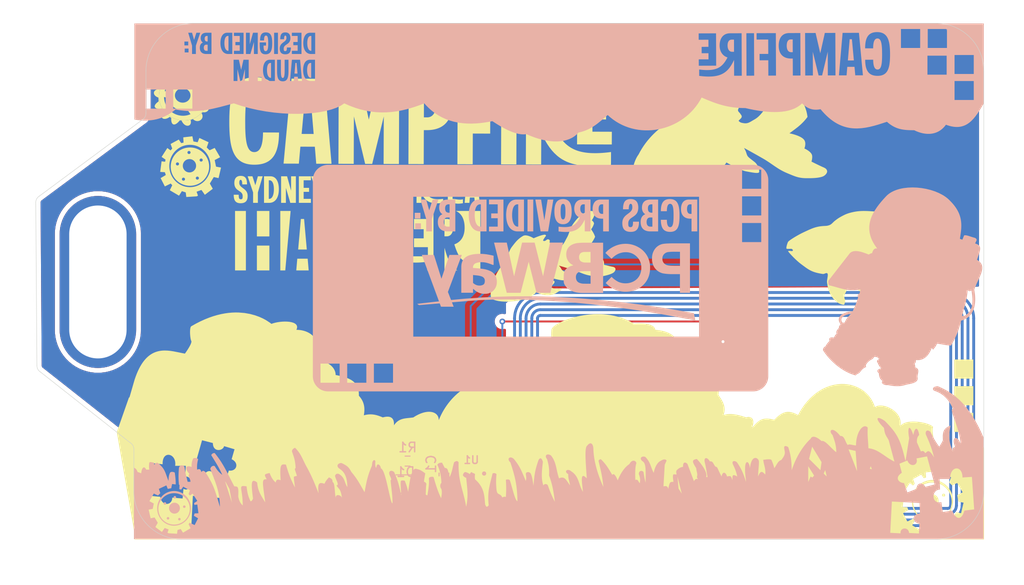
<source format=kicad_pcb>
(kicad_pcb (version 20241229) (generator "pcbnew") (generator_version "9.0")
  (layers (0 "F.Cu" signal) (2 "B.Cu" signal) (13 "F.Paste" user) (15 "B.Paste" user) (5 "F.SilkS" user "F.Silkscreen") (7 "B.SilkS" user "B.Silkscreen") (1 "F.Mask" user) (3 "B.Mask" user) (25 "Edge.Cuts" user))
  (net 0 "")
  (net 1 "Net-(D1-K)")
  (net 2 "Net-(U1-VCC)")
  (net 3 "Net-(D1-A)")
  (net 4 "Net-(J1-Pin_1)")
  (net 5 "Net-(J1-Pin_2)")
  (footprint "Taranium-libs:Lanyard hole" (layer "F.Cu") (at 169.375 65.175 90)
    (property "Reference" "REF**")
    (property "Value" "Lanyard hole")
  )
  (footprint "Taranium-libs:QFN8P50_160X160X50L40X20N" (layer "B.Cu") (at 199.755 94.62 180)
    (property "Reference" "U1")
    (property "Value" "NT3H2111W0FHKH")
  )
  (footprint "Capacitor_SMD:C_0603_1608Metric_Pad1.08x0.95mm_HandSolder" (layer "B.Cu") (at 196.955 94.22 -90)
    (property "Reference" "C1")
    (property "Value" "C")
  )
  (footprint "Taranium-libs:25x_48mm NFC Antenna" (layer "B.Cu") (at 228.34 87.68 180)
    (property "Reference" "J1" (hide yes))
    (property "Value" "Conn_01x02_Pin")
  )
  (footprint "Resistor_SMD:R_0603_1608Metric_Pad0.98x0.95mm_HandSolder" (layer "B.Cu") (at 193.155 92.82 180)
    (property "Reference" "R1")
    (property "Value" "R")
  )
  (footprint "LED_SMD:LED_0805_2012Metric_Pad1.15x1.40mm_HandSolder" (layer "B.Cu") (at 192.955 95.22 180)
    (property "Reference" "D1")
    (property "Value" "LED")
  )
  (gr_poly (pts (xy 184.434116 52.814415) (xy 185.202864 61.707161) (xy 183.602663 61.701526) (xy 183.456534 59.923049) (xy 181.945235 59.917651) (xy 181.786565 61.695096) (xy 180.186364 61.689461) (xy 180.476844 58.584627) (xy 182.076917 58.584627) (xy 183.334218 58.589073) (xy 182.956233 54.142708) (xy 182.486333 54.141057) (xy 182.076917 58.584627) (xy 180.476844 58.584627) (xy 181.017816 52.802366)) (fill yes) (layer "F.SilkS"))
  (gr_poly (pts (xy 234.981246 52.618664) (xy 235.037738 52.622069) (xy 235.092291 52.62748) (xy 235.144903 52.634741) (xy 235.195569 52.643699) (xy 235.244287 52.654199) (xy 235.291054 52.666085) (xy 235.335867 52.679205) (xy 235.378722 52.693402) (xy 235.419616 52.708523) (xy 235.458546 52.724413) (xy 235.495509 52.740917) (xy 235.530501 52.757881) (xy 235.56352 52.775151) (xy 235.594563 52.792571) (xy 235.623625 52.809988) (xy 235.650705 52.827246) (xy 235.675799 52.844191) (xy 235.720015 52.876525) (xy 235.756248 52.905752) (xy 235.784474 52.930637) (xy 235.804667 52.949942) (xy 235.820851 52.96687) (xy 235.775443 53.070176) (xy 235.730919 53.166175) (xy 235.686957 53.255579) (xy 235.643237 53.339095) (xy 235.599436 53.417434) (xy 235.555234 53.491306) (xy 235.510309 53.56142) (xy 235.46434 53.628485) (xy 235.417006 53.693211) (xy 235.367984 53.756308) (xy 235.316955 53.818486) (xy 235.263596 53.880453) (xy 235.207586 53.94292) (xy 235.148604 54.006596) (xy 235.020439 54.140414) (xy 235.05445 54.180731) (xy 235.084613 54.218476) (xy 235.111215 54.25403) (xy 235.134545 54.287775) (xy 235.154889 54.320092) (xy 235.172535 54.351363) (xy 235.187771 54.381971) (xy 235.200884 54.412296) (xy 235.212163 54.442721) (xy 235.221893 54.473627) (xy 235.230364 54.505397) (xy 235.237862 54.538411) (xy 235.244675 54.573052) (xy 235.251091 54.609702) (xy 235.263881 54.690554) (xy 235.226627 54.757232) (xy 235.189461 54.820596) (xy 235.152248 54.880915) (xy 235.114858 54.93846) (xy 235.077156 54.993502) (xy 235.03901 55.046309) (xy 235.000287 55.097154) (xy 234.960856 55.146304) (xy 234.920583 55.194032) (xy 234.879335 55.240606) (xy 234.83698 55.286298) (xy 234.793385 55.331376) (xy 234.748418 55.376112) (xy 234.701945 55.420776) (xy 234.603954 55.510966) (xy 234.682111 55.709253) (xy 234.747196 55.884429) (xy 234.801057 56.042865) (xy 234.824357 56.117796) (xy 234.845544 56.19093) (xy 234.864848 56.263063) (xy 234.882503 56.334992) (xy 234.913783 56.48142) (xy 234.941233 56.636583) (xy 234.966701 56.80685) (xy 234.857051 56.950743) (xy 234.747613 57.085486) (xy 234.638103 57.211985) (xy 234.528237 57.331151) (xy 234.417732 57.44389) (xy 234.306304 57.551112) (xy 234.19367 57.653725) (xy 234.079547 57.752637) (xy 233.96365 57.848756) (xy 233.845697 57.942991) (xy 233.602488 58.129441) (xy 233.07892 58.519698) (xy 233.276277 58.56278) (xy 233.485361 58.617148) (xy 233.606536 58.652688) (xy 233.734619 58.693857) (xy 233.866477 58.740698) (xy 233.998975 58.793252) (xy 234.128979 58.851563) (xy 234.253356 58.915675) (xy 234.36897 58.985629) (xy 234.422512 59.022811) (xy 234.472687 59.061469) (xy 234.519106 59.10161) (xy 234.561374 59.143238) (xy 234.599102 59.186359) (xy 234.631896 59.230979) (xy 234.652079 59.263774) (xy 234.669758 59.297538) (xy 234.685054 59.332141) (xy 234.69809 59.36745) (xy 234.708988 59.403333) (xy 234.71787 59.439659) (xy 234.724859 59.476295) (xy 234.730077 59.513109) (xy 234.733646 59.549971) (xy 234.735688 59.586747) (xy 234.736325 59.623306) (xy 234.73568 59.659517) (xy 234.733876 59.695246) (xy 234.731033 59.730363) (xy 234.722723 59.798232) (xy 234.711728 59.862067) (xy 234.699027 59.920813) (xy 234.685597 59.973417) (xy 234.672416 60.018822) (xy 234.650713 60.083817) (xy 234.64174 60.107357) (xy 234.748693 60.158585) (xy 234.860827 60.219306) (xy 234.925271 60.257477) (xy 234.992903 60.300487) (xy 235.061928 60.348059) (xy 235.130549 60.399917) (xy 235.19697 60.455786) (xy 235.259393 60.515389) (xy 235.288545 60.546504) (xy 235.316023 60.578449) (xy 235.341604 60.61119) (xy 235.365063 60.644692) (xy 235.386176 60.67892) (xy 235.404717 60.71384) (xy 235.420462 60.749417) (xy 235.433188 60.785617) (xy 235.440044 60.810533) (xy 235.44574 60.836362) (xy 235.450338 60.862991) (xy 235.453901 60.890309) (xy 235.456489 60.918205) (xy 235.458165 60.946566) (xy 235.459026 61.004238) (xy 235.456979 61.062432) (xy 235.452517 61.120254) (xy 235.446135 61.176811) (xy 235.438326 61.231208) (xy 235.429586 61.282553) (xy 235.420408 61.329951) (xy 235.402714 61.409333) (xy 235.383815 61.481418) (xy 235.7767 61.676562) (xy 236.131161 61.849098) (xy 236.469506 62.008151) (xy 236.656404 62.090505) (xy 236.700578 62.111187) (xy 236.743154 62.132645) (xy 236.783843 62.155247) (xy 236.822358 62.179363) (xy 236.840709 62.192104) (xy 236.858408 62.205361) (xy 236.875418 62.219182) (xy 236.891705 62.233612) (xy 236.907231 62.248696) (xy 236.921961 62.264482) (xy 236.935858 62.281016) (xy 236.948886 62.298343) (xy 236.96101 62.31651) (xy 236.972193 62.335563) (xy 236.982399 62.355548) (xy 236.991592 62.376511) (xy 236.999735 62.398498) (xy 237.006794 62.421555) (xy 237.012731 62.445729) (xy 237.017511 62.471066) (xy 237.019647 62.489441) (xy 237.020246 62.508366) (xy 237.019345 62.527785) (xy 237.016982 62.547642) (xy 237.013194 62.567884) (xy 237.008018 62.588455) (xy 237.001491 62.609299) (xy 236.993651 62.630363) (xy 236.984535 62.65159) (xy 236.97418 62.672926) (xy 236.949904 62.715704) (xy 236.921121 62.758257) (xy 236.888129 62.800145) (xy 236.851227 62.840926) (xy 236.810712 62.880161) (xy 236.766884 62.917409) (xy 236.72004 62.952231) (xy 236.670479 62.984185) (xy 236.6185 63.012831) (xy 236.591696 63.025777) (xy 236.5644 63.03773) (xy 236.536648 63.048636) (xy 236.508478 63.058441) (xy 236.424256 63.083976) (xy 236.337016 63.106796) (xy 236.246736 63.127031) (xy 236.153396 63.144814) (xy 236.056976 63.160277) (xy 235.957457 63.173551) (xy 235.749037 63.194063) (xy 235.527975 63.207404) (xy 235.294108 63.214632) (xy 235.047276 63.216802) (xy 234.787316 63.214968) (xy 234.644287 63.210772) (xy 234.508954 63.202153) (xy 234.380327 63.189262) (xy 234.257416 63.172248) (xy 234.139231 63.151262) (xy 234.024782 63.126454) (xy 233.913078 63.097974) (xy 233.803131 63.065971) (xy 233.693948 63.030597) (xy 233.584541 62.992001) (xy 233.361093 62.905744) (xy 232.867939 62.701173) (xy 232.67427 62.617374) (xy 232.492839 62.531867) (xy 232.321997 62.444659) (xy 232.1601 62.355759) (xy 232.005499 62.265175) (xy 231.856549 62.172916) (xy 231.569013 61.983406) (xy 230.989296 61.584651) (xy 230.670769 61.37554) (xy 230.498575 61.26858) (xy 230.315566 61.160029) (xy 229.681047 60.798717) (xy 229.034796 60.437607) (xy 228.33071 60.048858) (xy 228.352773 60.088182) (xy 228.405949 60.186822) (xy 228.438105 60.249323) (xy 228.470719 60.315778) (xy 228.501352 60.382562) (xy 228.515162 60.414945) (xy 228.527563 60.446051) (xy 228.538846 60.476522) (xy 228.549158 60.506147) (xy 228.567612 60.563249) (xy 228.601076 60.671585) (xy 228.619075 60.724376) (xy 228.629045 60.750767) (xy 228.639912 60.777286) (xy 228.651861 60.80403) (xy 228.665081 60.831095) (xy 228.679758 60.85858) (xy 228.696078 60.886582) (xy 228.719394 60.920836) (xy 228.748182 60.956335) (xy 228.781963 60.992999) (xy 228.820253 61.030748) (xy 228.862572 61.069502) (xy 228.908437 61.109181) (xy 229.00888 61.190995) (xy 229.231129 61.362211) (xy 229.345228 61.450334) (xy 229.456171 61.539282) (xy 229.487864 61.566728) (xy 229.51851 61.595859) (xy 229.5481 61.626541) (xy 229.576624 61.65864) (xy 229.604074 61.692021) (xy 229.63044 61.72655) (xy 229.679881 61.798518) (xy 229.724875 61.873467) (xy 229.765346 61.950326) (xy 229.801221 62.02802) (xy 229.832424 62.105474) (xy 229.858882 62.181617) (xy 229.88052 62.255373) (xy 229.897263 62.325669) (xy 229.909037 62.391432) (xy 229.915767 62.451586) (xy 229.91738 62.50506) (xy 229.913801 62.550778) (xy 229.910041 62.570393) (xy 229.904955 62.587667) (xy 229.896714 62.603847) (xy 229.884445 62.617987) (xy 229.868327 62.630168) (xy 229.848537 62.640473) (xy 229.79865 62.655776) (xy 229.736203 62.664548) (xy 229.662616 62.66744) (xy 229.579308 62.665103) (xy 229.487698 62.658188) (xy 229.389207 62.647348) (xy 229.177254 62.616491) (xy 228.954804 62.577745) (xy 228.523835 62.497418) (xy 228.404639 62.469715) (xy 228.26846 62.427515) (xy 228.1187 62.373063) (xy 227.958765 62.308607) (xy 227.792059 62.236395) (xy 227.621988 62.158673) (xy 227.285365 61.995689) (xy 226.976135 61.83763) (xy 226.721533 61.702475) (xy 226.485168 61.572779) (xy 226.469884 61.599848) (xy 226.455045 61.625263) (xy 226.44055 61.649137) (xy 226.426302 61.671585) (xy 226.412204 61.692722) (xy 226.398157 61.712662) (xy 226.384063 61.731519) (xy 226.369825 61.749408) (xy 226.355343 61.766442) (xy 226.340521 61.782738) (xy 226.32526 61.798408) (xy 226.309462 61.813567) (xy 226.293029 61.828331) (xy 226.275864 61.842812) (xy 226.257867 61.857126) (xy 226.238942 61.871387) (xy 226.289018 61.905829) (xy 226.340827 61.93853) (xy 226.393945 61.969553) (xy 226.447947 61.998957) (xy 226.502411 62.026803) (xy 226.556913 62.053153) (xy 226.664334 62.101605) (xy 226.766821 62.1448) (xy 226.860984 62.183224) (xy 226.943435 62.217363) (xy 227.010783 62.247704) (xy 227.024782 62.255242) (xy 227.037447 62.263526) (xy 227.048803 62.272516) (xy 227.058873 62.282172) (xy 227.067682 62.292455) (xy 227.075255 62.303324) (xy 227.081616 62.314741) (xy 227.086791 62.326664) (xy 227.090803 62.339054) (xy 227.093677 62.351872) (xy 227.095438 62.365076) (xy 227.096111 62.378629) (xy 227.095719 62.392489) (xy 227.094288 62.406616) (xy 227.091841 62.420972) (xy 227.088405 62.435515) (xy 227.084003 62.450207) (xy 227.078659 62.465007) (xy 227.072399 62.479875) (xy 227.065247 62.494772) (xy 227.057227 62.509658) (xy 227.048365 62.524492) (xy 227.038684 62.539235) (xy 227.02821 62.553847) (xy 227.016966 62.568289) (xy 227.004978 62.58252) (xy 226.99227 62.5965) (xy 226.978867 62.61019) (xy 226.964792 62.62355) (xy 226.950072 62.636539) (xy 226.93473 62.649119) (xy 226.918791 62.661248) (xy 226.778265 62.766771) (xy 226.570333 62.924704) (xy 226.29974 63.131069) (xy 226.379983 63.191915) (xy 226.469932 63.256375) (xy 226.583895 63.333217) (xy 226.71497 63.41471) (xy 226.784767 63.454785) (xy 226.856254 63.493123) (xy 226.928567 63.528758) (xy 227.000843 63.560723) (xy 227.07222 63.588052) (xy 227.141835 63.609779) (xy 227.182279 63.619383) (xy 227.226432 63.627438) (xy 227.273535 63.634114) (xy 227.322833 63.639579) (xy 227.424985 63.647542) (xy 227.526832 63.652672) (xy 227.705396 63.659797) (xy 227.770003 63.664477) (xy 227.79349 63.667684) (xy 227.810089 63.671692) (xy 227.828136 63.67855) (xy 227.84454 63.686043) (xy 227.859337 63.694121) (xy 227.872559 63.70274) (xy 227.884242 63.711851) (xy 227.894419 63.721409) (xy 227.903126 63.731366) (xy 227.910396 63.741675) (xy 227.916263 63.752289) (xy 227.920762 63.763162) (xy 227.923928 63.774247) (xy 227.925794 63.785497) (xy 227.926395 63.796864) (xy 227.925765 63.808303) (xy 227.923938 63.819766) (xy 227.920949 63.831206) (xy 227.916832 63.842577) (xy 227.911621 63.853831) (xy 227.90535 63.864922) (xy 227.898054 63.875803) (xy 227.889768 63.886427) (xy 227.880525 63.896747) (xy 227.870359 63.906716) (xy 227.859305 63.916287) (xy 227.847398 63.925414) (xy 227.834671 63.93405) (xy 227.821159 63.942147) (xy 227.806896 63.949659) (xy 227.791917 63.95654) (xy 227.776255 63.962741) (xy 227.759945 63.968217) (xy 227.743022 63.97292) (xy 227.631464 64.00252) (xy 227.525792 64.033587) (xy 227.328618 64.098217) (xy 226.966523 64.224132) (xy 226.877629 64.252138) (xy 226.787642 64.277803) (xy 226.69569 64.300651) (xy 226.6009 64.320207) (xy 226.5024 64.335993) (xy 226.399318 64.347536) (xy 226.290781 64.354358) (xy 226.175917 64.355984) (xy 226.089331 64.353619) (xy 225.996998 64.347988) (xy 225.899487 64.338872) (xy 225.797369 64.326053) (xy 225.691213 64.309315) (xy 225.581592 64.288438) (xy 225.469073 64.263205) (xy 225.354229 64.233399) (xy 225.237628 64.198802) (xy 225.119841 64.159195) (xy 225.001438 64.114362) (xy 224.88299 64.064084) (xy 224.765066 64.008143) (xy 224.648237 63.946322) (xy 224.533073 63.878403) (xy 224.420144 63.804169) (xy 224.37844 63.77426) (xy 224.33543 63.741691) (xy 224.291666 63.707093) (xy 224.247699 63.671102) (xy 224.204082 63.634349) (xy 224.161365 63.597469) (xy 224.080837 63.52586) (xy 224.010526 63.461343) (xy 223.954842 63.408985) (xy 223.905003 63.361018) (xy 223.78103 63.476339) (xy 223.636937 63.581127) (xy 223.474081 63.675587) (xy 223.29382 63.759921) (xy 223.097512 63.834333) (xy 222.886516 63.899025) (xy 222.425888 64.000066) (xy 221.9228 64.06467) (xy 221.388115 64.094463) (xy 220.832698 64.091073) (xy 220.267411 64.056124) (xy 219.703119 63.991245) (xy 219.150685 63.898061) (xy 218.620973 63.778199) (xy 218.124846 63.633284) (xy 217.673168 63.464944) (xy 217.276802 63.274805) (xy 217.102756 63.172069) (xy 216.946613 63.064493) (xy 216.809729 62.952281) (xy 216.693463 62.835635) (xy 216.68278 62.819308) (xy 216.673992 62.79674) (xy 216.662113 62.734101) (xy 216.657845 62.650164) (xy 216.661208 62.547372) (xy 216.672221 62.428171) (xy 216.690902 62.295006) (xy 216.717271 62.150322) (xy 216.751348 61.996562) (xy 216.79315 61.836172) (xy 216.842698 61.671596) (xy 216.900009 61.505279) (xy 216.965104 61.339667) (xy 217.038002 61.177203) (xy 217.11872 61.020332) (xy 217.20728 60.8715) (xy 217.303699 60.73315) (xy 217.471976 60.417144) (xy 217.650855 60.115185) (xy 217.838966 59.827178) (xy 218.034941 59.553026) (xy 218.237412 59.292636) (xy 218.445011 59.04591) (xy 218.656369 58.812754) (xy 218.870117 58.593072) (xy 219.084887 58.386768) (xy 219.299312 58.193748) (xy 219.512022 58.013916) (xy 219.721648 57.847176) (xy 219.926824 57.693433) (xy 220.12618 57.552591) (xy 220.318347 57.424555) (xy 220.501958 57.30923) (xy 220.574551 57.115643) (xy 220.665789 56.903305) (xy 220.725289 56.776896) (xy 220.794097 56.640289) (xy 220.872255 56.495952) (xy 220.959805 56.346357) (xy 221.056787 56.193974) (xy 221.163244 56.041274) (xy 221.279217 55.890727) (xy 221.404747 55.744803) (xy 221.539875 55.605973) (xy 221.684644 55.476708) (xy 222.136489 55.102535) (xy 222.364515 54.923472) (xy 222.481658 54.836781) (xy 222.60188 54.7523) (xy 222.725925 54.670268) (xy 222.854537 54.590923) (xy 222.98846 54.514504) (xy 223.128439 54.441248) (xy 223.275217 54.371394) (xy 223.42954 54.305181) (xy 223.59215 54.242845) (xy 223.763792 54.184626) (xy 223.82531 54.168604) (xy 223.888274 54.158889) (xy 223.952458 54.155102) (xy 224.017642 54.156862) (xy 224.083602 54.163789) (xy 224.150115 54.175503) (xy 224.216959 54.191622) (xy 224.28391 54.211768) (xy 224.350746 54.23556) (xy 224.417244 54.262617) (xy 224.483182 54.292558) (xy 224.548336 54.325005) (xy 224.612483 54.359576) (xy 224.675401 54.395891) (xy 224.79666 54.472233) (xy 224.910327 54.550987) (xy 225.014623 54.629112) (xy 225.107763 54.703565) (xy 225.187965 54.771304) (xy 225.302427 54.874467) (xy 225.34375 54.914264) (xy 225.566583 54.871803) (xy 225.805332 54.830582) (xy 226.093598 54.786571) (xy 226.404855 54.747674) (xy 226.560815 54.732613) (xy 226.712575 54.721795) (xy 226.856818 54.716207) (xy 226.990229 54.716837) (xy 227.109492 54.724673) (xy 227.211291 54.740703) (xy 227.22081 54.743184) (xy 227.230281 54.746365) (xy 227.239672 54.750206) (xy 227.248951 54.75467) (xy 227.258086 54.759719) (xy 227.267044 54.765315) (xy 227.275792 54.77142) (xy 227.284299 54.777996) (xy 227.292533 54.785005) (xy 227.30046 54.79241) (xy 227.308048 54.800171) (xy 227.315266 54.808251) (xy 227.322081 54.816612) (xy 227.328461 54.825216) (xy 227.334373 54.834026) (xy 227.339785 54.843002) (xy 227.344665 54.852108) (xy 227.34898 54.861305) (xy 227.352698 54.870555) (xy 227.355787 54.87982) (xy 227.358214 54.889063) (xy 227.359948 54.898244) (xy 227.360955 54.907327) (xy 227.361205 54.916273) (xy 227.360663 54.925044) (xy 227.359298 54.933603) (xy 227.357078 54.941911) (xy 227.35397 54.94993) (xy 227.349942 54.957622) (xy 227.344962 54.96495) (xy 227.338997 54.971875) (xy 227.332016 54.97836) (xy 227.266765 55.033485) (xy 227.205243 55.086801) (xy 227.147476 55.138161) (xy 227.093489 55.187422) (xy 227.043306 55.234436) (xy 226.996954 55.27906) (xy 226.954457 55.321147) (xy 226.915841 55.360552) (xy 226.88113 55.39713) (xy 226.850351 55.430736) (xy 226.823528 55.461224) (xy 226.800686 55.488448) (xy 226.781851 55.512264) (xy 226.767048 55.532526) (xy 226.756302 55.549088) (xy 226.749638 55.561806) (xy 226.74656 55.570239) (xy 226.744592 55.578554) (xy 226.743692 55.586738) (xy 226.743817 55.594781) (xy 226.744927 55.60267) (xy 226.74698 55.610394) (xy 226.749933 55.617942) (xy 226.753745 55.625301) (xy 226.758375 55.632461) (xy 226.76378 55.63941) (xy 226.76992 55.646136) (xy 226.776751 55.652627) (xy 226.784233 55.658873) (xy 226.792324 55.664861) (xy 226.810166 55.676019) (xy 226.829942 55.686009) (xy 226.85132 55.694739) (xy 226.873964 55.702115) (xy 226.897542 55.708046) (xy 226.92172 55.712439) (xy 226.946164 55.715202) (xy 226.970541 55.716242) (xy 226.994516 55.715468) (xy 227.010053 55.714098) (xy 227.02516 55.712288) (xy 227.054185 55.707448) (xy 227.081792 55.701148) (xy 227.108183 55.693586) (xy 227.13356 55.684962) (xy 227.158124 55.675476) (xy 227.182077 55.665326) (xy 227.205622 55.654713) (xy 227.25229 55.632893) (xy 227.299743 55.611612) (xy 227.324267 55.601672) (xy 227.349593 55.592464) (xy 227.375922 55.584189) (xy 227.403456 55.577045) (xy 227.418587 55.573924) (xy 227.433652 55.57155) (xy 227.448636 55.569911) (xy 227.463521 55.568995) (xy 227.478289 55.568791) (xy 227.492926 55.569287) (xy 227.507412 55.570472) (xy 227.521733 55.572332) (xy 227.53587 55.574857) (xy 227.549807 55.578034) (xy 227.563527 55.581852) (xy 227.577013 55.5863) (xy 227.590249 55.591364) (xy 227.603217 55.597034) (xy 227.615901 55.603298) (xy 227.628283 55.610143) (xy 227.640347 55.617558) (xy 227.652077 55.625532) (xy 227.663454 55.634051) (xy 227.674463 55.643106) (xy 227.685087 55.652683) (xy 227.695308 55.662771) (xy 227.705109 55.673358) (xy 227.714475 55.684432) (xy 227.723387 55.695982) (xy 227.73183 55.707995) (xy 227.739786 55.72046) (xy 227.747238 55.733366) (xy 227.75417 55.746699) (xy 227.760564 55.760449) (xy 227.766405 55.774604) (xy 227.771674 55.789152) (xy 227.775077 55.800554) (xy 227.777528 55.811681) (xy 227.779085 55.822553) (xy 227.779806 55.833188) (xy 227.779751 55.843607) (xy 227.778978 55.853829) (xy 227.777546 55.863873) (xy 227.775514 55.873758) (xy 227.77294 55.883505) (xy 227.769884 55.893133) (xy 227.762558 55.912107) (xy 227.754006 55.930837) (xy 227.744699 55.949478) (xy 227.725697 55.987116) (xy 227.716943 56.006424) (xy 227.709313 56.026265) (xy 227.706067 56.036434) (xy 227.703279 56.046795) (xy 227.701006 56.057367) (xy 227.699308 56.068169) (xy 227.698244 56.079222) (xy 227.697873 56.090543) (xy 227.698253 56.102154) (xy 227.699442 56.114073) (xy 227.701853 56.129417) (xy 227.704884 56.144089) (xy 227.708506 56.158132) (xy 227.71269 56.171583) (xy 227.717408 56.184485) (xy 227.722632 56.196876) (xy 227.728333 56.208798) (xy 227.734481 56.22029) (xy 227.74105 56.231393) (xy 227.74801 56.242148) (xy 227.762988 56.26277) (xy 227.779188 56.282479) (xy 227.796381 56.301597) (xy 227.870513 56.378593) (xy 227.889243 56.399583) (xy 227.907594 56.421913) (xy 227.925339 56.445904) (xy 227.933912 56.458624) (xy 227.942248 56.47188) (xy 227.953691 56.490064) (xy 227.965197 56.507162) (xy 227.976686 56.523353) (xy 227.988078 56.53882) (xy 228.010261 56.568304) (xy 228.020892 56.582684) (xy 228.031111 56.597064) (xy 228.040838 56.611625) (xy 228.049996 56.626548) (xy 228.058505 56.642014) (xy 228.066285 56.658204) (xy 228.073258 56.6753) (xy 228.079344 56.693483) (xy 228.08203 56.703039) (xy 228.084465 56.712934) (xy 228.086639 56.723191) (xy 228.088542 56.733833) (xy 228.090711 56.754922) (xy 228.090428 56.775838) (xy 228.087859 56.796561) (xy 228.083173 56.817073) (xy 228.076537 56.837354) (xy 228.06812 56.857386) (xy 228.058089 56.877149) (xy 228.046611 56.896624) (xy 228.033857 56.915793) (xy 228.019992 56.934635) (xy 228.005185 56.953132) (xy 227.989603 56.971265) (xy 227.95679 57.006361) (xy 227.922894 57.039772) (xy 227.857231 57.100924) (xy 227.828149 57.12836) (xy 227.803359 57.153499) (xy 227.784203 57.176189) (xy 227.777157 57.186567) (xy 227.772024 57.196275) (xy 227.768972 57.205295) (xy 227.768167 57.213607) (xy 227.769778 57.221192) (xy 227.773974 57.22803) (xy 227.802136 57.258912) (xy 227.830706 57.286528) (xy 227.859751 57.311107) (xy 227.889338 57.332884) (xy 227.919536 57.35209) (xy 227.950411 57.368957) (xy 227.982031 57.383717) (xy 228.014464 57.396602) (xy 228.047776 57.407845) (xy 228.082035 57.417677) (xy 228.11731 57.42633) (xy 228.153666 57.434037) (xy 228.229896 57.44754) (xy 228.311264 57.460042) (xy 228.323407 57.461869) (xy 228.362701 57.467047) (xy 228.400968 57.470651) (xy 228.438266 57.472732) (xy 228.474655 57.473343) (xy 228.510194 57.472535) (xy 228.544942 57.47036) (xy 228.578958 57.466871) (xy 228.6123 57.462119) (xy 228.645028 57.456156) (xy 228.6772 57.449035) (xy 228.740114 57.431523) (xy 228.801513 57.409998) (xy 228.86187 57.384877) (xy 228.921656 57.356576) (xy 228.981342 57.325509) (xy 229.0414 57.292092) (xy 229.102301 57.256741) (xy 229.228522 57.181899) (xy 229.363776 57.104308) (xy 229.46457 57.045913) (xy 229.55769 56.986469) (xy 229.64401 56.925847) (xy 229.724407 56.863921) (xy 229.799755 56.80056) (xy 229.87093 56.735636) (xy 229.938807 56.669022) (xy 230.004262 56.600589) (xy 230.068171 56.530209) (xy 230.131407 56.457752) (xy 230.259368 56.306098) (xy 230.395149 56.144599) (xy 230.545751 55.97223) (xy 230.650599 55.850699) (xy 230.745495 55.731119) (xy 230.83195 55.613297) (xy 230.91147 55.497039) (xy 230.985566 55.382153) (xy 231.055746 55.268444) (xy 231.190393 55.043783) (xy 231.32748 54.82151) (xy 231.400711 54.710785) (xy 231.479078 54.600075) (xy 231.564091 54.489188) (xy 231.657257 54.37793) (xy 231.760086 54.266107) (xy 231.874086 54.153526) (xy 232.049189 53.991613) (xy 232.222658 53.8375) (xy 232.395068 53.691409) (xy 232.566989 53.553557) (xy 232.738993 53.424166) (xy 232.911653 53.303454) (xy 233.085541 53.191641) (xy 233.261229 53.088947) (xy 233.439289 52.995592) (xy 233.620292 52.911794) (xy 233.804811 52.837774) (xy 233.993419 52.773752) (xy 234.186686 52.719946) (xy 234.385186 52.676576) (xy 234.58949 52.643863) (xy 234.80017 52.622026) (xy 234.862459 52.618488) (xy 234.922819 52.617418)) (fill yes) (layer "F.SilkS"))
  (gr_poly (pts (xy 248.012221 96.280721) (xy 248.047477 96.283419) (xy 248.082222 96.287861) (xy 248.116413 96.294004) (xy 248.150006 96.301803) (xy 248.182956 96.311216) (xy 248.215221 96.322198) (xy 248.246757 96.334705) (xy 248.277519 96.348693) (xy 248.307465 96.364119) (xy 248.33655 96.380938) (xy 248.36473 96.399107) (xy 248.391962 96.418582) (xy 248.418202 96.439318) (xy 248.443407 96.461273) (xy 248.467532 96.484401) (xy 248.490534 96.50866) (xy 248.512369 96.534005) (xy 248.532993 96.560392) (xy 248.552363 96.587778) (xy 248.570435 96.616118) (xy 248.587165 96.645369) (xy 248.602509 96.675487) (xy 248.616424 96.706428) (xy 248.628865 96.738148) (xy 248.63979 96.770603) (xy 248.649154 96.803749) (xy 248.656913 96.837542) (xy 248.663024 96.871939) (xy 248.667444 96.906896) (xy 248.670128 96.942368) (xy 248.671032 96.978312) (xy 248.670128 97.014256) (xy 248.667444 97.049728) (xy 248.663024 97.084685) (xy 248.656913 97.119082) (xy 248.649154 97.152875) (xy 248.63979 97.186022) (xy 248.628865 97.218477) (xy 248.616424 97.250196) (xy 248.602509 97.281137) (xy 248.587165 97.311255) (xy 248.570435 97.340506) (xy 248.552363 97.368846) (xy 248.532993 97.396232) (xy 248.512369 97.42262) (xy 248.490534 97.447964) (xy 248.467532 97.472223) (xy 248.443407 97.495352) (xy 248.418202 97.517306) (xy 248.391962 97.538042) (xy 248.36473 97.557517) (xy 248.33655 97.575686) (xy 248.307465 97.592505) (xy 248.277519 97.607931) (xy 248.246757 97.621919) (xy 248.215221 97.634426) (xy 248.182956 97.645408) (xy 248.150006 97.654821) (xy 248.116413 97.66262) (xy 248.082222 97.668763) (xy 248.047477 97.673206) (xy 248.012221 97.675903) (xy 247.976498 97.676812) (xy 247.940775 97.675903) (xy 247.905519 97.673206) (xy 247.870774 97.668763) (xy 247.836584 97.66262) (xy 247.802991 97.654821) (xy 247.770041 97.645408) (xy 247.737776 97.634426) (xy 247.70624 97.621919) (xy 247.675478 97.607931) (xy 247.645533 97.592505) (xy 247.616449 97.575686) (xy 247.588269 97.557517) (xy 247.561037 97.538042) (xy 247.534797 97.517306) (xy 247.509593 97.495352) (xy 247.485468 97.472223) (xy 247.462466 97.447964) (xy 247.440632 97.42262) (xy 247.420008 97.396232) (xy 247.400638 97.368846) (xy 247.382567 97.340506) (xy 247.365837 97.311255) (xy 247.350493 97.281137) (xy 247.336579 97.250196) (xy 247.324138 97.218477) (xy 247.313213 97.186022) (xy 247.30385 97.152875) (xy 247.29609 97.119082) (xy 247.289979 97.084685) (xy 247.28556 97.049728) (xy 247.282876 97.014256) (xy 247.281972 96.978312) (xy 247.282876 96.942368) (xy 247.28556 96.906896) (xy 247.289979 96.871939) (xy 247.29609 96.837542) (xy 247.30385 96.803749) (xy 247.313213 96.770603) (xy 247.324138 96.738148) (xy 247.336579 96.706428) (xy 247.350493 96.675487) (xy 247.365837 96.645369) (xy 247.382567 96.616118) (xy 247.400638 96.587778) (xy 247.420008 96.560392) (xy 247.440632 96.534005) (xy 247.462466 96.50866) (xy 247.485468 96.484401) (xy 247.509593 96.461273) (xy 247.534797 96.439318) (xy 247.561037 96.418582) (xy 247.588269 96.399107) (xy 247.616449 96.380938) (xy 247.645533 96.364119) (xy 247.675478 96.348693) (xy 247.70624 96.334705) (xy 247.737776 96.322198) (xy 247.770041 96.311216) (xy 247.802991 96.301803) (xy 247.836584 96.294004) (xy 247.870774 96.287861) (xy 247.905519 96.283419) (xy 247.940775 96.280721) (xy 247.976498 96.279812)) (fill yes) (layer "F.SilkS"))
  (gr_poly (pts (xy 175.753559 62.975027) (xy 175.799341 62.977902) (xy 175.842958 62.982672) (xy 175.884454 62.98932) (xy 175.923875 62.997828) (xy 175.961266 63.008179) (xy 175.996671 63.020355) (xy 176.030135 63.03434) (xy 176.061705 63.050115) (xy 176.091424 63.067664) (xy 176.119339 63.086968) (xy 176.145493 63.10801) (xy 176.169932 63.130773) (xy 176.192701 63.15524) (xy 176.213845 63.181392) (xy 176.23341 63.209213) (xy 176.25144 63.238685) (xy 176.267979 63.269791) (xy 176.283075 63.302513) (xy 176.29677 63.336833) (xy 176.309111 63.372735) (xy 176.320143 63.410201) (xy 176.32991 63.449213) (xy 176.338458 63.489754) (xy 176.345831 63.531807) (xy 176.352075 63.575354) (xy 176.361356 63.66686) (xy 176.36666 63.764133) (xy 176.368348 63.867033) (xy 175.868285 63.867033) (xy 175.867634 63.809363) (xy 175.865688 63.755412) (xy 175.862451 63.705183) (xy 175.857929 63.658674) (xy 175.852128 63.615886) (xy 175.845054 63.576819) (xy 175.836712 63.541472) (xy 175.827109 63.509846) (xy 175.81625 63.481941) (xy 175.804141 63.457756) (xy 175.790789 63.437292) (xy 175.776197 63.420549) (xy 175.760374 63.407527) (xy 175.752002 63.402411) (xy 175.743323 63.398225) (xy 175.73434 63.394969) (xy 175.725052 63.392644) (xy 175.715461 63.391248) (xy 175.705566 63.390783) (xy 175.69467 63.391142) (xy 175.684296 63.392213) (xy 175.674434 63.393985) (xy 175.665072 63.39645) (xy 175.656199 63.399598) (xy 175.647802 63.403419) (xy 175.63987 63.407905) (xy 175.632392 63.413046) (xy 175.625356 63.418831) (xy 175.61875 63.425253) (xy 175.612562 63.432301) (xy 175.606781 63.439966) (xy 175.601396 63.448239) (xy 175.596394 63.45711) (xy 175.591765 63.466569) (xy 175.587496 63.476608) (xy 175.583575 63.487216) (xy 175.579992 63.498384) (xy 175.576735 63.510104) (xy 175.573791 63.522365) (xy 175.57115 63.535157) (xy 175.568799 63.548473) (xy 175.566727 63.562301) (xy 175.564923 63.576633) (xy 175.562071 63.606769) (xy 175.560148 63.638807) (xy 175.559063 63.672671) (xy 175.558722 63.708284) (xy 175.561227 63.760837) (xy 175.568528 63.810034) (xy 175.580305 63.856146) (xy 175.596239 63.899443) (xy 175.61601 63.940196) (xy 175.639298 63.978677) (xy 175.665784 64.015157) (xy 175.695148 64.049906) (xy 175.727069 64.083196) (xy 175.761229 64.115299) (xy 175.834984 64.177022) (xy 175.995284 64.298139) (xy 176.076713 64.361869) (xy 176.116629 64.395475) (xy 176.155585 64.430604) (xy 176.193261 64.467526) (xy 176.22934 64.506513) (xy 176.263499 64.547836) (xy 176.295421 64.591765) (xy 176.324784 64.638572) (xy 176.35127 64.688528) (xy 176.374559 64.741903) (xy 176.39433 64.79897) (xy 176.410264 64.859998) (xy 176.422041 64.92526) (xy 176.429342 64.995025) (xy 176.431847 65.069566) (xy 176.430141 65.146841) (xy 176.424715 65.222122) (xy 176.415104 65.294997) (xy 176.400841 65.365052) (xy 176.381462 65.431874) (xy 176.369709 65.463944) (xy 176.356503 65.495051) (xy 176.341785 65.525144) (xy 176.325497 65.554171) (xy 176.307581 65.58208) (xy 176.28798 65.60882) (xy 176.266634 65.634339) (xy 176.243486 65.658585) (xy 176.218478 65.681507) (xy 176.191552 65.703054) (xy 176.162648 65.723174) (xy 176.13171 65.741814) (xy 176.098679 65.758925) (xy 176.063498 65.774453) (xy 176.026106 65.788347) (xy 175.986448 65.800557) (xy 175.944464 65.811029) (xy 175.900097 65.819714) (xy 175.853288 65.826558) (xy 175.803979 65.83151) (xy 175.752112 65.83452) (xy 175.697629 65.835534) (xy 175.648766 65.834662) (xy 175.601877 65.832047) (xy 175.556931 65.827689) (xy 175.513903 65.821589) (xy 175.472765 65.813749) (xy 175.433488 65.804167) (xy 175.396045 65.792846) (xy 175.360409 65.779786) (xy 175.326552 65.764987) (xy 175.294446 65.748451) (xy 175.264064 65.730179) (xy 175.235378 65.71017) (xy 175.20836 65.688426) (xy 175.182984 65.664947) (xy 175.15922 65.639734) (xy 175.137043 65.612788) (xy 175.116423 65.58411) (xy 175.097334 65.5537) (xy 175.079747 65.521559) (xy 175.063636 65.487687) (xy 175.048973 65.452086) (xy 175.035729 65.414756) (xy 175.023878 65.375699) (xy 175.013391 65.334913) (xy 175.004242 65.292402) (xy 174.996402 65.248164) (xy 174.989844 65.202201) (xy 174.98454 65.154513) (xy 174.977585 65.053968) (xy 174.975316 64.946534) (xy 175.499191 64.946534) (xy 175.500601 65.059294) (xy 175.502696 65.109858) (xy 175.506012 65.156567) (xy 175.51077 65.19944) (xy 175.51719 65.238493) (xy 175.525493 65.273743) (xy 175.535902 65.305209) (xy 175.548635 65.332908) (xy 175.555943 65.34535) (xy 175.563916 65.356857) (xy 175.572579 65.367431) (xy 175.581963 65.377074) (xy 175.592093 65.385788) (xy 175.602998 65.393576) (xy 175.614706 65.400439) (xy 175.627243 65.40638) (xy 175.640638 65.411402) (xy 175.654918 65.415505) (xy 175.67011 65.418693) (xy 175.686243 65.420967) (xy 175.703344 65.42233) (xy 175.72144 65.422784) (xy 175.738398 65.422379) (xy 175.754319 65.421175) (xy 175.769236 65.419186) (xy 175.783181 65.416427) (xy 175.796187 65.412913) (xy 175.808287 65.408657) (xy 175.819513 65.403674) (xy 175.829899 65.397979) (xy 175.839477 65.391586) (xy 175.848279 65.384511) (xy 175.856338 65.376767) (xy 175.863688 65.368368) (xy 175.87036 65.359331) (xy 175.876388 65.349668) (xy 175.881803 65.339395) (xy 175.88664 65.328526) (xy 175.89093 65.317075) (xy 175.894706 65.305058) (xy 175.898001 65.292489) (xy 175.900848 65.279382) (xy 175.903279 65.265751) (xy 175.905328 65.251612) (xy 175.908406 65.221866) (xy 175.910345 65.190259) (xy 175.911406 65.156908) (xy 175.911941 65.085439) (xy 175.909436 65.028605) (xy 175.902135 64.976187) (xy 175.890358 64.927834) (xy 175.874424 64.883196) (xy 175.854652 64.84192) (xy 175.831364 64.803657) (xy 175.804878 64.768055) (xy 175.775515 64.734763) (xy 175.743593 64.703431) (xy 175.709434 64.673706) (xy 175.635679 64.617678) (xy 175.475378 64.509475) (xy 175.393949 64.451685) (xy 175.354034 64.420639) (xy 175.315078 64.387692) (xy 175.277401 64.352492) (xy 175.241323 64.314688) (xy 175.207163 64.273929) (xy 175.175242 64.229864) (xy 175.145878 64.182143) (xy 175.119392 64.130414) (xy 175.096104 64.074326) (xy 175.076333 64.013529) (xy 175.060399 63.947671) (xy 175.048622 63.876401) (xy 175.041321 63.799368) (xy 175.038816 63.716221) (xy 175.040984 63.636597) (xy 175.047606 63.56013) (xy 175.058855 63.487093) (xy 175.074907 63.417759) (xy 175.084788 63.384566) (xy 175.095935 63.352401) (xy 175.108369 63.321299) (xy 175.122113 63.291294) (xy 175.137189 63.262419) (xy 175.153617 63.234709) (xy 175.171421 63.208198) (xy 175.190621 63.18292) (xy 175.211239 63.15891) (xy 175.233298 63.136201) (xy 175.256819 63.114828) (xy 175.281824 63.094825) (xy 175.308335 63.076226) (xy 175.336373 63.059064) (xy 175.365961 63.043376) (xy 175.39712 63.029193) (xy 175.429871 63.016551) (xy 175.464238 63.005484) (xy 175.500241 62.996026) (xy 175.537902 62.988211) (xy 175.577243 62.982073) (xy 175.618287 62.977647) (xy 175.661054 62.974966) (xy 175.705566 62.974065)) (fill yes) (layer "F.SilkS"))
  (gr_poly (pts (xy 164.061254 86.203156) (xy 162.8 89.8) (xy 164.608941 100.125533) (xy 166 86.8)) (stroke (width 0.1)) (fill yes) (layer "F.SilkS"))
  (gr_poly (pts (xy 178.89787 63.02169) (xy 178.946599 63.027927) (xy 178.993815 63.036933) (xy 179.039514 63.048664) (xy 179.083696 63.063075) (xy 179.126357 63.080124) (xy 179.167496 63.099764) (xy 179.20711 63.121952) (xy 179.245198 63.146644) (xy 179.281756 63.173795) (xy 179.316784 63.20336) (xy 179.350277 63.235297) (xy 179.382236 63.269559) (xy 179.412657 63.306103) (xy 179.441537 63.344885) (xy 179.468876 63.38586) (xy 179.494671 63.428983) (xy 179.518919 63.474211) (xy 179.541618 63.5215) (xy 179.562767 63.570804) (xy 179.582363 63.62208) (xy 179.600403 63.675283) (xy 179.616887 63.730369) (xy 179.631811 63.787293) (xy 179.645173 63.846012) (xy 179.656971 63.906481) (xy 179.667203 63.968655) (xy 179.675867 64.03249) (xy 179.682961 64.097942) (xy 179.688482 64.164967) (xy 179.692428 64.23352) (xy 179.694798 64.303557) (xy 179.695588 64.375034) (xy 179.691909 64.522058) (xy 179.680853 64.663652) (xy 179.66239 64.799316) (xy 179.636491 64.928551) (xy 179.603128 65.050855) (xy 179.562271 65.16573) (xy 179.513891 65.272675) (xy 179.45796 65.37119) (xy 179.427153 65.417131) (xy 179.394447 65.460776) (xy 179.359839 65.502064) (xy 179.323324 65.540932) (xy 179.2849 65.577317) (xy 179.244563 65.611158) (xy 179.202308 65.642391) (xy 179.158133 65.670955) (xy 179.112034 65.696786) (xy 179.064006 65.719822) (xy 179.014047 65.740001) (xy 178.962153 65.75726) (xy 178.90832 65.771536) (xy 178.852544 65.782768) (xy 178.794823 65.790892) (xy 178.735151 65.795846) (xy 178.143808 65.795846) (xy 178.143808 65.379128) (xy 178.64387 65.379128) (xy 178.679589 65.379128) (xy 178.709994 65.37788) (xy 178.739445 65.374173) (xy 178.767941 65.368058) (xy 178.795481 65.359586) (xy 178.822065 65.348809) (xy 178.847692 65.335778) (xy 178.872361 65.320546) (xy 178.896072 65.303163) (xy 178.918823 65.283682) (xy 178.940614 65.262153) (xy 178.961445 65.238629) (xy 178.981314 65.213161) (xy 179.000221 65.185801) (xy 179.018166 65.1566) (xy 179.035146 65.125609) (xy 179.051163 65.092882) (xy 179.066214 65.058468) (xy 179.080299 65.02242) (xy 179.093418 64.984789) (xy 179.10557 64.945627) (xy 179.116754 64.904986) (xy 179.126969 64.862916) (xy 179.136215 64.81947) (xy 179.14449 64.7747) (xy 179.151795 64.728656) (xy 179.158128 64.68139) (xy 179.163489 64.632955) (xy 179.167876 64.583401) (xy 179.17129 64.532781) (xy 179.17373 64.481145) (xy 179.175194 64.428545) (xy 179.175682 64.375034) (xy 179.173867 64.27029) (xy 179.168419 64.170535) (xy 179.159331 64.076011) (xy 179.146599 63.986964) (xy 179.130215 63.903638) (xy 179.110175 63.826277) (xy 179.086472 63.755124) (xy 179.0591 63.690424) (xy 179.028055 63.632422) (xy 178.993329 63.581361) (xy 178.974584 63.55851) (xy 178.954918 63.537486) (xy 178.934328 63.51832) (xy 178.912815 63.501041) (xy 178.890377 63.485681) (xy 178.867014 63.472269) (xy 178.842726 63.460838) (xy 178.81751 63.451416) (xy 178.791368 63.444035) (xy 178.764297 63.438725) (xy 178.736298 63.435517) (xy 178.70737 63.43444) (xy 178.64387 63.43444) (xy 178.64387 65.379128) (xy 178.143808 65.379128) (xy 178.143808 63.017722) (xy 178.901839 63.017722)) (fill yes) (layer "F.SilkS"))
  (gr_poly (pts (xy 252.300125 86.980121) (xy 250.299875 86.980121) (xy 250.299875 84.979871) (xy 252.300125 84.979871)) (fill yes) (layer "F.SilkS"))
  (gr_poly (pts (xy 176.248094 72.868158) (xy 175.114222 72.868158) (xy 175.114222 66.645159) (xy 176.248094 66.645159)) (fill yes) (layer "F.SilkS"))
  (gr_poly (pts (xy 183.045133 63.43444) (xy 182.287102 63.43444) (xy 182.287102 64.22819) (xy 182.854634 64.22819) (xy 182.854634 64.644909) (xy 182.287102 64.644909) (xy 182.287102 65.379128) (xy 183.045133 65.379128) (xy 183.045133 65.795846) (xy 181.787039 65.795846) (xy 181.787039 63.017722) (xy 183.045133 63.017722)) (fill yes) (layer "F.SilkS"))
  (gr_poly (pts (xy 193.962925 63.43444) (xy 193.41127 63.43444) (xy 193.41127 65.795846) (xy 192.911207 65.795846) (xy 192.911207 63.43444) (xy 192.363518 63.43444) (xy 192.363518 63.017722) (xy 193.962925 63.017722)) (fill yes) (layer "F.SilkS"))
  (gr_poly (pts (xy 170.188672 51.689995) (xy 170.21921 51.696302) (xy 170.249025 51.706486) (xy 170.277967 51.720692) (xy 170.305888 51.739063) (xy 170.332637 51.761744) (xy 170.358068 51.788878) (xy 170.382029 51.82061) (xy 170.404373 51.857082) (xy 170.42495 51.89844) (xy 170.443611 51.944826) (xy 170.460208 51.996385) (xy 170.474592 52.053261) (xy 170.486613 52.115597) (xy 170.629487 52.187035) (xy 170.696009 52.148698) (xy 170.766711 52.113473) (xy 170.840285 52.082706) (xy 170.915422 52.05774) (xy 170.953168 52.047853) (xy 170.990815 52.039921) (xy 171.028199 52.034111) (xy 171.065156 52.030592) (xy 171.101523 52.029532) (xy 171.137136 52.031099) (xy 171.171832 52.035462) (xy 171.205448 52.042787) (xy 171.23782 52.053243) (xy 171.268784 52.066999) (xy 171.298176 52.084221) (xy 171.325835 52.10508) (xy 171.351595 52.129741) (xy 171.375293 52.158374) (xy 171.396766 52.191147) (xy 171.415851 52.228228) (xy 171.432384 52.269784) (xy 171.4462 52.315984) (xy 171.457138 52.366995) (xy 171.465033 52.422987) (xy 171.469722 52.484127) (xy 171.471041 52.550583) (xy 171.468827 52.622523) (xy 171.462917 52.700115) (xy 171.570073 52.814113) (xy 171.622327 52.815351) (xy 171.671956 52.818992) (xy 171.718983 52.82493) (xy 171.763433 52.833056) (xy 171.805331 52.843263) (xy 171.844702 52.855444) (xy 171.88157 52.869491) (xy 171.91596 52.885296) (xy 171.947897 52.902752) (xy 171.977406 52.921752) (xy 172.004511 52.942187) (xy 172.029236 52.963951) (xy 172.051607 52.986936) (xy 172.071649 53.011034) (xy 172.089385 53.036138) (xy 172.104841 53.06214) (xy 172.118042 53.088933) (xy 172.129011 53.116409) (xy 172.137774 53.144461) (xy 172.144356 53.172981) (xy 172.148781 53.201862) (xy 172.151074 53.230996) (xy 172.15126 53.260275) (xy 172.149363 53.289592) (xy 172.145408 53.31884) (xy 172.139419 53.347911) (xy 172.131422 53.376698) (xy 172.121442 53.405092) (xy 172.109502 53.432986) (xy 172.095627 53.460274) (xy 172.079843 53.486847) (xy 172.062174 53.512598) (xy 172.141549 53.802332) (xy 172.179568 53.791577) (xy 172.215484 53.784499) (xy 172.249284 53.780916) (xy 172.280959 53.780643) (xy 172.310498 53.783499) (xy 172.337889 53.789299) (xy 172.363122 53.797861) (xy 172.386185 53.809002) (xy 172.407069 53.822538) (xy 172.425761 53.838287) (xy 172.442252 53.856065) (xy 172.45653 53.875689) (xy 172.468584 53.896975) (xy 172.478404 53.919742) (xy 172.485978 53.943805) (xy 172.491295 53.968982) (xy 172.494346 53.995089) (xy 172.495118 54.021943) (xy 172.493601 54.049362) (xy 172.489784 54.077162) (xy 172.483656 54.105159) (xy 172.475206 54.133171) (xy 172.464424 54.161015) (xy 172.451298 54.188508) (xy 172.435817 54.215465) (xy 172.417971 54.241705) (xy 172.397749 54.267044) (xy 172.375139 54.291299) (xy 172.350132 54.314287) (xy 172.322715 54.335825) (xy 172.292879 54.355729) (xy 172.260612 54.373816) (xy 172.260612 54.675441) (xy 172.304045 54.688217) (xy 172.34363 54.702649) (xy 172.379471 54.718602) (xy 172.411672 54.73594) (xy 172.440339 54.754528) (xy 172.465576 54.774231) (xy 172.487487 54.794914) (xy 172.506178 54.816442) (xy 172.521753 54.83868) (xy 172.534316 54.861491) (xy 172.543972 54.884742) (xy 172.550826 54.908297) (xy 172.554983 54.93202) (xy 172.556547 54.955777) (xy 172.555623 54.979432) (xy 172.552315 55.002851) (xy 172.546728 55.025898) (xy 172.538967 55.048437) (xy 172.529136 55.070334) (xy 172.51734 55.091454) (xy 172.503684 55.111661) (xy 172.488272 55.13082) (xy 172.471209 55.148796) (xy 172.4526 55.165453) (xy 172.432549 55.180658) (xy 172.411161 55.194273) (xy 172.38854 55.206165) (xy 172.364791 55.216198) (xy 172.34002 55.224236) (xy 172.314329 55.230146) (xy 172.287825 55.23379) (xy 172.260612 55.235035) (xy 172.177267 55.465222) (xy 172.21082 55.486478) (xy 172.241515 55.510639) (xy 172.26933 55.537448) (xy 172.294245 55.566649) (xy 172.316239 55.597983) (xy 172.33529 55.631195) (xy 172.351378 55.666025) (xy 172.364481 55.702218) (xy 172.374579 55.739515) (xy 172.38165 55.77766) (xy 172.385674 55.816395) (xy 172.386628 55.855464) (xy 172.384493 55.894608) (xy 172.379247 55.93357) (xy 172.370868 55.972094) (xy 172.359337 56.009921) (xy 172.344632 56.046796) (xy 172.326731 56.082459) (xy 172.305614 56.116655) (xy 172.28126 56.149126) (xy 172.253647 56.179614) (xy 172.222754 56.207862) (xy 172.188561 56.233614) (xy 172.151047 56.256611) (xy 172.11019 56.276597) (xy 172.065969 56.293314) (xy 172.018363 56.306505) (xy 171.967351 56.315913) (xy 171.912912 56.32128) (xy 171.855025 56.32235) (xy 171.793669 56.318864) (xy 171.728823 56.310566) (xy 171.613729 56.42566) (xy 171.646243 56.475394) (xy 171.672502 56.525476) (xy 171.692739 56.575671) (xy 171.707189 56.625746) (xy 171.716083 56.675466) (xy 171.719656 56.724598) (xy 171.718141 56.772907) (xy 171.711771 56.82016) (xy 171.700779 56.866123) (xy 171.685398 56.910561) (xy 171.665862 56.953241) (xy 171.642404 56.993928) (xy 171.615258 57.032389) (xy 171.584656 57.06839) (xy 171.550831 57.101696) (xy 171.514018 57.132073) (xy 171.474449 57.159289) (xy 171.432358 57.183107) (xy 171.387978 57.203296) (xy 171.341542 57.21962) (xy 171.293283 57.231846) (xy 171.243435 57.239739) (xy 171.192231 57.243066) (xy 171.139904 57.241592) (xy 171.086688 57.235084) (xy 171.032816 57.223308) (xy 170.97852 57.206029) (xy 170.924035 57.183014) (xy 170.869593 57.154029) (xy 170.815428 57.118839) (xy 170.761774 57.077211) (xy 170.708862 57.02891) (xy 170.470737 57.124128) (xy 170.486039 57.191487) (xy 170.495664 57.255123) (xy 170.499892 57.314984) (xy 170.498999 57.37102) (xy 170.493264 57.423181) (xy 170.482963 57.471418) (xy 170.468375 57.515679) (xy 170.449777 57.555916) (xy 170.427447 57.592077) (xy 170.401662 57.624112) (xy 170.3727 57.651972) (xy 170.340838 57.675606) (xy 170.306355 57.694964) (xy 170.269527 57.709996) (xy 170.230632 57.720652) (xy 170.189948 57.726882) (xy 170.147753 57.728635) (xy 170.104324 57.725862) (xy 170.059938 57.718511) (xy 170.014874 57.706534) (xy 169.969408 57.68988) (xy 169.923819 57.668499) (xy 169.878384 57.64234) (xy 169.833381 57.611354) (xy 169.789087 57.57549) (xy 169.74578 57.534699) (xy 169.703737 57.488929) (xy 169.663236 57.438132) (xy 169.624555 57.382256) (xy 169.587971 57.321252) (xy 169.553763 57.25507) (xy 169.522206 57.183659) (xy 169.323769 57.183659) (xy 169.275015 57.242707) (xy 169.227019 57.297089) (xy 169.179843 57.346836) (xy 169.133548 57.39198) (xy 169.088194 57.432551) (xy 169.043843 57.468581) (xy 169.000556 57.500101) (xy 168.958395 57.527142) (xy 168.917419 57.549737) (xy 168.87769 57.567915) (xy 168.839269 57.581708) (xy 168.802217 57.591147) (xy 168.766595 57.596265) (xy 168.732464 57.597091) (xy 168.699886 57.593657) (xy 168.668921 57.585995) (xy 168.63963 57.574135) (xy 168.612075 57.55811) (xy 168.586316 57.537949) (xy 168.562414 57.513685) (xy 168.540431 57.485349) (xy 168.520428 57.452971) (xy 168.502465 57.416584) (xy 168.486604 57.376219) (xy 168.472905 57.331906) (xy 168.46143 57.283677) (xy 168.45224 57.231563) (xy 168.445396 57.175595) (xy 168.440959 57.115806) (xy 168.438989 57.052225) (xy 168.439549 56.984885) (xy 168.442698 56.913816) (xy 168.283948 56.802691) (xy 168.238004 56.836946) (xy 168.191125 56.86825) (xy 168.143562 56.896559) (xy 168.095565 56.921828) (xy 168.047384 56.944014) (xy 167.999272 56.963071) (xy 167.951477 56.978955) (xy 167.904252 56.991623) (xy 167.857846 57.001029) (xy 167.812511 57.00713) (xy 167.768497 57.009881) (xy 167.726055 57.009237) (xy 167.685435 57.005156) (xy 167.646889 56.997591) (xy 167.610666 56.986499) (xy 167.577019 56.971835) (xy 167.546196 56.953556) (xy 167.51845 56.931616) (xy 167.494031 56.905972) (xy 167.473189 56.876579) (xy 167.456176 56.843393) (xy 167.443241 56.806369) (xy 167.434636 56.765463) (xy 167.430612 56.720632) (xy 167.431418 56.671829) (xy 167.437306 56.619012) (xy 167.448527 56.562136) (xy 167.465331 56.501157) (xy 167.487969 56.436029) (xy 167.516692 56.366709) (xy 167.55175 56.293153) (xy 167.593394 56.215316) (xy 167.418769 55.941472) (xy 167.375992 55.952534) (xy 167.331974 55.961172) (xy 167.287055 55.967404) (xy 167.241574 55.971249) (xy 167.195873 55.972724) (xy 167.15029 55.971849) (xy 167.105167 55.96864) (xy 167.060843 55.963117) (xy 167.017658 55.955297) (xy 166.975952 55.945198) (xy 166.936066 55.93284) (xy 166.89834 55.91824) (xy 166.863114 55.901415) (xy 166.830727 55.882386) (xy 166.801521 55.861169) (xy 166.775834 55.837783) (xy 166.754008 55.812245) (xy 166.736382 55.784575) (xy 166.723296 55.754791) (xy 166.715091 55.72291) (xy 166.712107 55.688951) (xy 166.714683 55.652931) (xy 166.723161 55.61487) (xy 166.737879 55.574786) (xy 166.759178 55.532696) (xy 166.787399 55.488618) (xy 166.82288 55.442572) (xy 166.865964 55.394575) (xy 166.916988 55.344645) (xy 166.976294 55.2928) (xy 167.044222 55.23906) (xy 167.121112 55.183441) (xy 167.101269 54.778629) (xy 167.046556 54.759922) (xy 166.994827 54.738895) (xy 166.946158 54.715714) (xy 166.900626 54.690546) (xy 166.85831 54.663559) (xy 166.847482 54.655613) (xy 167.160792 54.655613) (xy 167.164206 54.784891) (xy 167.174336 54.912473) (xy 167.191019 55.0382) (xy 167.21409 55.161914) (xy 167.243383 55.283457) (xy 167.278733 55.402673) (xy 167.319977 55.519402) (xy 167.366949 55.633486) (xy 167.419484 55.744769) (xy 167.477418 55.853093) (xy 167.540585 55.958298) (xy 167.608821 56.060228) (xy 167.681961 56.158725) (xy 167.75984 56.25363) (xy 167.842293 56.344786) (xy 167.929156 56.432035) (xy 168.020263 56.51522) (xy 168.11545 56.594182) (xy 168.214553 56.668763) (xy 168.317405 56.738806) (xy 168.423843 56.804152) (xy 168.533701 56.864645) (xy 168.646814 56.920125) (xy 168.763019 56.970436) (xy 168.882149 57.015419) (xy 169.004041 57.054916) (xy 169.128529 57.08877) (xy 169.255448 57.116823) (xy 169.384634 57.138916) (xy 169.515922 57.154893) (xy 169.649147 57.164595) (xy 169.784144 57.167863) (xy 169.918662 57.164595) (xy 170.050493 57.154893) (xy 170.179532 57.138916) (xy 170.305675 57.116823) (xy 170.428819 57.08877) (xy 170.54886 57.054916) (xy 170.665694 57.015419) (xy 170.779217 56.970436) (xy 170.889326 56.920125) (xy 170.995917 56.864645) (xy 171.098885 56.804152) (xy 171.198128 56.738806) (xy 171.293542 56.668763) (xy 171.385022 56.594182) (xy 171.472465 56.51522) (xy 171.555767 56.432035) (xy 171.634825 56.344786) (xy 171.709534 56.25363) (xy 171.779791 56.158725) (xy 171.845493 56.060228) (xy 171.906534 55.958298) (xy 171.962812 55.853093) (xy 172.014222 55.744769) (xy 172.060662 55.633486) (xy 172.102027 55.519402) (xy 172.138213 55.402673) (xy 172.169117 55.283457) (xy 172.194634 55.161914) (xy 172.214662 55.0382) (xy 172.229096 54.912473) (xy 172.237832 54.784891) (xy 172.240768 54.655613) (xy 172.237832 54.526335) (xy 172.229096 54.398753) (xy 172.214662 54.273027) (xy 172.194634 54.149314) (xy 172.169117 54.027771) (xy 172.138213 53.908556) (xy 172.102027 53.791828) (xy 172.060662 53.677745) (xy 172.014222 53.566463) (xy 171.962812 53.458141) (xy 171.906534 53.352937) (xy 171.845493 53.251008) (xy 171.779791 53.152513) (xy 171.709534 53.057609) (xy 171.634825 52.966454) (xy 171.555767 52.879207) (xy 171.472465 52.796024) (xy 171.385022 52.717063) (xy 171.293542 52.642484) (xy 171.198128 52.572442) (xy 171.098885 52.507097) (xy 170.995917 52.446606) (xy 170.889326 52.391127) (xy 170.779217 52.340817) (xy 170.665694 52.295835) (xy 170.54886 52.256339) (xy 170.428819 52.222486) (xy 170.305675 52.194434) (xy 170.179532 52.172341) (xy 170.050493 52.156365) (xy 169.918662 52.146663) (xy 169.784144 52.143394) (xy 169.649147 52.146663) (xy 169.515922 52.156365) (xy 169.384634 52.172341) (xy 169.255448 52.194434) (xy 169.128529 52.222486) (xy 169.004041 52.256339) (xy 168.882149 52.295835) (xy 168.763019 52.340817) (xy 168.646814 52.391127) (xy 168.533701 52.446606) (xy 168.423843 52.507097) (xy 168.317405 52.572442) (xy 168.214553 52.642484) (xy 168.11545 52.717063) (xy 168.020263 52.796024) (xy 167.929156 52.879207) (xy 167.842293 52.966454) (xy 167.75984 53.057609) (xy 167.681961 53.152513) (xy 167.608821 53.251008) (xy 167.540585 53.352937) (xy 167.477418 53.458141) (xy 167.419484 53.566463) (xy 167.366949 53.677745) (xy 167.319977 53.791828) (xy 167.278733 53.908556) (xy 167.243383 54.027771) (xy 167.21409 54.149314) (xy 167.191019 54.273027) (xy 167.174336 54.398753) (xy 167.164206 54.526335) (xy 167.160792 54.655613) (xy 166.847482 54.655613) (xy 166.819285 54.634919) (xy 166.783628 54.604795) (xy 166.751418 54.573352) (xy 166.72273 54.540758) (xy 166.697641 54.507181) (xy 166.67623 54.472787) (xy 166.658573 54.437743) (xy 166.644746 54.402217) (xy 166.634828 54.366376) (xy 166.628894 54.330387) (xy 166.627023 54.294417) (xy 166.629291 54.258633) (xy 166.635775 54.223203) (xy 166.646552 54.188293) (xy 166.661699 54.154071) (xy 166.681293 54.120703) (xy 166.705412 54.088358) (xy 166.734132 54.057201) (xy 166.767531 54.027401) (xy 166.805685 53.999124) (xy 166.848671 53.972537) (xy 166.896567 53.947809) (xy 166.949449 53.925104) (xy 167.007396 53.904592) (xy 167.070482 53.886439) (xy 167.138787 53.870812) (xy 167.212386 53.857879) (xy 167.271917 53.679285) (xy 167.250502 53.655605) (xy 167.229534 53.628691) (xy 167.189708 53.56646) (xy 167.153973 53.495183) (xy 167.123864 53.417454) (xy 167.100917 53.335865) (xy 167.092608 53.294434) (xy 167.086665 53.25301) (xy 167.083279 53.211918) (xy 167.082643 53.171482) (xy 167.084949 53.132025) (xy 167.090387 53.093872) (xy 167.099151 53.057348) (xy 167.111432 53.022775) (xy 167.127421 52.990479) (xy 167.147311 52.960783) (xy 167.171293 52.934012) (xy 167.199559 52.910489) (xy 167.232302 52.890539) (xy 167.269713 52.874486) (xy 167.311983 52.862653) (xy 167.359305 52.855366) (xy 167.41187 52.852948) (xy 167.469871 52.855723) (xy 167.533499 52.864016) (xy 167.602947 52.878149) (xy 167.678405 52.898449) (xy 167.760065 52.925238) (xy 167.902956 52.814113) (xy 167.868407 52.735544) (xy 167.840462 52.662002) (xy 167.818815 52.593399) (xy 167.803163 52.529645) (xy 167.793203 52.470654) (xy 167.788631 52.416335) (xy 167.789142 52.366601) (xy 167.794434 52.321361) (xy 167.804203 52.280529) (xy 167.818143 52.244015) (xy 167.835953 52.21173) (xy 167.857328 52.183587) (xy 167.881965 52.159495) (xy 167.909559 52.139367) (xy 167.939807 52.123114) (xy 167.972405 52.110646) (xy 168.00705 52.101877) (xy 168.043437 52.096716) (xy 168.081263 52.095075) (xy 168.120224 52.096866) (xy 168.160017 52.102) (xy 168.200337 52.110388) (xy 168.240881 52.121941) (xy 168.281345 52.136571) (xy 168.321425 52.154189) (xy 168.360818 52.174707) (xy 168.39922 52.198036) (xy 168.436327 52.224087) (xy 168.471835 52.252771) (xy 168.50544 52.284) (xy 168.53684 52.317685) (xy 168.565729 52.353738) (xy 168.740363 52.290238) (xy 168.766917 52.179012) (xy 168.781133 52.128195) (xy 168.795972 52.080605) (xy 168.811433 52.036261) (xy 168.827514 51.995186) (xy 168.844215 51.9574) (xy 168.861534 51.922924) (xy 168.879468 51.891779) (xy 168.898018 51.863987) (xy 168.917181 51.839569) (xy 168.936955 51.818545) (xy 168.95734 51.800937) (xy 168.978334 51.786765) (xy 168.999936 51.776052) (xy 169.022144 51.768817) (xy 169.044956 51.765082) (xy 169.068372 51.764869) (xy 169.092389 51.768197) (xy 169.117006 51.775089) (xy 169.142222 51.785565) (xy 169.168036 51.799646) (xy 169.194445 51.817354) (xy 169.221449 51.83871) (xy 169.249046 51.863734) (xy 169.277235 51.892448) (xy 169.306013 51.924872) (xy 169.33538 51.961029) (xy 169.365335 52.000938) (xy 169.395875 52.044621) (xy 169.426999 52.0921) (xy 169.458706 52.143394) (xy 169.66905 52.115597) (xy 169.685036 52.075563) (xy 169.703128 52.036672) (xy 169.723179 51.99907) (xy 169.745038 51.962899) (xy 169.768556 51.928304) (xy 169.793586 51.895428) (xy 169.819977 51.864416) (xy 169.847582 51.835412) (xy 169.87625 51.808558) (xy 169.905833 51.784) (xy 169.936182 51.761881) (xy 169.967148 51.742344) (xy 169.998582 51.725534) (xy 170.030335 51.711595) (xy 170.062258 51.700671) (xy 170.094202 51.692905) (xy 170.126019 51.688441) (xy 170.157558 51.687423)) (fill yes) (layer "F.SilkS"))
  (gr_poly (pts (xy 186.296333 64.966377) (xy 185.661333 64.966377) (xy 185.661333 64.569503) (xy 186.296333 64.569503)) (fill yes) (layer "F.SilkS"))
  (gr_poly (pts (xy 185.261896 66.688813) (xy 185.193091 66.736256) (xy 185.127659 66.787447) (xy 185.065526 66.842346) (xy 185.006615 66.900912) (xy 184.95085 66.963106) (xy 184.898156 67.028886) (xy 184.848456 67.098213) (xy 184.801676 67.171045) (xy 184.757739 67.247344) (xy 184.716569 67.327067) (xy 184.67809 67.410175) (xy 184.642228 67.496627) (xy 184.608906 67.586384) (xy 184.578048 67.679404) (xy 184.549578 67.775647) (xy 184.499501 67.977642) (xy 184.458068 68.192045) (xy 184.424673 68.418532) (xy 184.398709 68.656782) (xy 184.379571 68.906471) (xy 184.366651 69.167275) (xy 184.359344 69.438872) (xy 184.357043 69.720939) (xy 184.36646 70.309438) (xy 184.379448 70.58524) (xy 184.399038 70.848241) (xy 184.426041 71.098061) (xy 184.46127 71.334325) (xy 184.505535 71.556653) (xy 184.559648 71.764667) (xy 184.624421 71.95799) (xy 184.700666 72.136245) (xy 184.789194 72.299052) (xy 184.890816 72.446034) (xy 185.006344 72.576814) (xy 185.069576 72.63601) (xy 185.13659 72.691013) (xy 185.207485 72.741777) (xy 185.282365 72.788253) (xy 185.36133 72.830396) (xy 185.444481 72.868158) (xy 183.963026 72.868158) (xy 183.402956 66.645159) (xy 185.334151 66.645159)) (fill yes) (layer "F.SilkS"))
  (gr_poly (pts (xy 249.207232 96.224457) (xy 249.215482 96.22507) (xy 249.223614 96.226079) (xy 249.231617 96.227475) (xy 249.239482 96.229247) (xy 249.247197 96.231385) (xy 249.254752 96.23388) (xy 249.262138 96.236721) (xy 249.269343 96.2399) (xy 249.276358 96.243404) (xy 249.283173 96.247226) (xy 249.289775 96.251354) (xy 249.296157 96.255779) (xy 249.302307 96.260491) (xy 249.308214 96.265479) (xy 249.313869 96.270735) (xy 249.319262 96.276247) (xy 249.324381 96.282007) (xy 249.329217 96.288003) (xy 249.333759 96.294227) (xy 249.337997 96.300668) (xy 249.341921 96.307316) (xy 249.34552 96.314161) (xy 249.348783 96.321193) (xy 249.351702 96.328403) (xy 249.354265 96.33578) (xy 249.356462 96.343315) (xy 249.358283 96.350997) (xy 249.359717 96.358816) (xy 249.360754 96.366763) (xy 249.361384 96.374827) (xy 249.361596 96.383) (xy 249.361384 96.391172) (xy 249.360754 96.399236) (xy 249.359717 96.407183) (xy 249.358283 96.415003) (xy 249.356462 96.422685) (xy 249.354265 96.430219) (xy 249.351702 96.437596) (xy 249.348783 96.444806) (xy 249.34552 96.451839) (xy 249.341921 96.458684) (xy 249.337997 96.465332) (xy 249.333759 96.471773) (xy 249.329217 96.477997) (xy 249.324381 96.483994) (xy 249.319262 96.489753) (xy 249.313869 96.495266) (xy 249.308214 96.500522) (xy 249.302307 96.505511) (xy 249.296157 96.510223) (xy 249.289775 96.514648) (xy 249.283173 96.518776) (xy 249.276358 96.522598) (xy 249.269343 96.526103) (xy 249.262138 96.529281) (xy 249.254752 96.532122) (xy 249.247197 96.534618) (xy 249.239482 96.536756) (xy 249.231617 96.538528) (xy 249.223614 96.539924) (xy 249.215482 96.540933) (xy 249.207232 96.541546) (xy 249.198874 96.541752) (xy 249.190515 96.541546) (xy 249.182265 96.540933) (xy 249.174134 96.539924) (xy 249.16613 96.538528) (xy 249.158266 96.536756) (xy 249.150551 96.534618) (xy 249.142996 96.532122) (xy 249.13561 96.529281) (xy 249.128405 96.526103) (xy 249.121391 96.522598) (xy 249.114577 96.518776) (xy 249.107974 96.514648) (xy 249.101593 96.510223) (xy 249.095444 96.505511) (xy 249.089536 96.500522) (xy 249.083882 96.495266) (xy 249.07849 96.489753) (xy 249.073371 96.483994) (xy 249.068535 96.477997) (xy 249.063993 96.471773) (xy 249.059756 96.465332) (xy 249.055832 96.458684) (xy 249.052234 96.451839) (xy 249.04897 96.444806) (xy 249.046052 96.437596) (xy 249.043489 96.430219) (xy 249.041292 96.422685) (xy 249.039472 96.415003) (xy 249.038038 96.407183) (xy 249.037001 96.399236) (xy 249.036371 96.391172) (xy 249.036159 96.383) (xy 249.036371 96.374827) (xy 249.037001 96.366763) (xy 249.038038 96.358816) (xy 249.039472 96.350997) (xy 249.041292 96.343315) (xy 249.043489 96.33578) (xy 249.046052 96.328403) (xy 249.04897 96.321193) (xy 249.052234 96.314161) (xy 249.055832 96.307316) (xy 249.059756 96.300668) (xy 249.063993 96.294227) (xy 249.068535 96.288003) (xy 249.073371 96.282007) (xy 249.07849 96.276247) (xy 249.083882 96.270735) (xy 249.089536 96.265479) (xy 249.095444 96.260491) (xy 249.101593 96.255779) (xy 249.107974 96.251354) (xy 249.114577 96.247226) (xy 249.121391 96.243404) (xy 249.128405 96.2399) (xy 249.13561 96.236721) (xy 249.142996 96.23388) (xy 249.150551 96.231385) (xy 249.158266 96.229247) (xy 249.16613 96.227475) (xy 249.174134 96.226079) (xy 249.182265 96.22507) (xy 249.190515 96.224457) (xy 249.198874 96.224251)) (fill yes) (layer "F.SilkS"))
  (gr_poly (pts (xy 200.684878 65.795846) (xy 200.184814 65.795846) (xy 200.137188 65.240222) (xy 199.664908 65.240222) (xy 199.617282 65.795846) (xy 199.117221 65.795846) (xy 199.204731 64.823503) (xy 199.704598 64.823503) (xy 200.097502 64.823503) (xy 199.974469 63.43444) (xy 199.827626 63.43444) (xy 199.704598 64.823503) (xy 199.204731 64.823503) (xy 199.367251 63.017722) (xy 200.434844 63.017722)) (fill yes) (layer "F.SilkS"))
  (gr_poly (pts (xy 183.878889 63.954346) (xy 184.144795 63.017722) (xy 184.644858 63.017722) (xy 184.144795 64.704441) (xy 184.144795 65.795846) (xy 183.644732 65.795846) (xy 183.644732 64.704441) (xy 183.0772 63.017722) (xy 183.577263 63.017722)) (fill yes) (layer "F.SilkS"))
  (gr_poly (pts (xy 189.661993 64.406783) (xy 189.664915 64.63401) (xy 189.668717 64.737095) (xy 189.674209 64.833052) (xy 189.681493 64.9218) (xy 189.690666 65.003259) (xy 189.701827 65.077345) (xy 189.715075 65.143979) (xy 189.730509 65.203078) (xy 189.748228 65.254561) (xy 189.76833 65.298347) (xy 189.790915 65.334354) (xy 189.816081 65.362502) (xy 189.829662 65.373603) (xy 189.843927 65.382708) (xy 189.858885 65.389808) (xy 189.874551 65.394891) (xy 189.890937 65.397949) (xy 189.908054 65.398971) (xy 189.926568 65.397949) (xy 189.944173 65.394891) (xy 189.96089 65.389808) (xy 189.97674 65.382708) (xy 189.991744 65.373603) (xy 190.005923 65.362502) (xy 190.019299 65.349416) (xy 190.031892 65.334354) (xy 190.043723 65.317328) (xy 190.054814 65.298347) (xy 190.065185 65.277421) (xy 190.074858 65.254561) (xy 190.083854 65.229776) (xy 190.092193 65.203078) (xy 190.099897 65.174475) (xy 190.106988 65.143979) (xy 190.113485 65.111599) (xy 190.11941 65.077345) (xy 190.124785 65.041228) (xy 190.12963 65.003259) (xy 190.137814 64.9218) (xy 190.144133 64.833052) (xy 190.148754 64.737095) (xy 190.151845 64.63401) (xy 190.153577 64.523879) (xy 190.154117 64.406783) (xy 190.154117 63.017722) (xy 190.654179 63.017722) (xy 190.654179 64.406783) (xy 190.652992 64.568024) (xy 190.648963 64.721136) (xy 190.641387 64.865808) (xy 190.629561 65.001724) (xy 190.612782 65.128571) (xy 190.590346 65.246035) (xy 190.56155 65.353802) (xy 190.525691 65.451557) (xy 190.504893 65.496583) (xy 190.482065 65.538988) (xy 190.457119 65.578734) (xy 190.429968 65.61578) (xy 190.400524 65.650088) (xy 190.368698 65.681619) (xy 190.334403 65.710333) (xy 190.29755 65.736191) (xy 190.258053 65.759154) (xy 190.215822 65.779183) (xy 190.17077 65.796238) (xy 190.122809 65.81028) (xy 190.071852 65.82127) (xy 190.017809 65.829168) (xy 189.960594 65.833936) (xy 189.900118 65.835534) (xy 189.841783 65.833936) (xy 189.786529 65.829168) (xy 189.734277 65.82127) (xy 189.684945 65.81028) (xy 189.638453 65.796238) (xy 189.59472 65.779183) (xy 189.553667 65.759154) (xy 189.515211 65.736191) (xy 189.479272 65.710333) (xy 189.44577 65.681619) (xy 189.414624 65.650088) (xy 189.385753 65.61578) (xy 189.359077 65.578734) (xy 189.334515 65.538988) (xy 189.311986 65.496583) (xy 189.29141 65.451557) (xy 189.272706 65.40395) (xy 189.255793 65.353802) (xy 189.240591 65.30115) (xy 189.227019 65.246035) (xy 189.214996 65.188495) (xy 189.204442 65.128571) (xy 189.195276 65.066301) (xy 189.187417 65.001724) (xy 189.175299 64.865808) (xy 189.167442 64.721136) (xy 189.163201 64.568024) (xy 189.16193 64.406783) (xy 189.16193 63.017722) (xy 189.661993 63.017722)) (fill yes) (layer "F.SilkS"))
  (gr_poly (pts (xy 169.918662 52.146663) (xy 170.050493 52.156365) (xy 170.179532 52.172341) (xy 170.305675 52.194434) (xy 170.428819 52.222486) (xy 170.54886 52.256339) (xy 170.665694 52.295835) (xy 170.779217 52.340817) (xy 170.889326 52.391127) (xy 170.995917 52.446606) (xy 171.098885 52.507097) (xy 171.198128 52.572442) (xy 171.293542 52.642484) (xy 171.385022 52.717063) (xy 171.472465 52.796024) (xy 171.555767 52.879207) (xy 171.634825 52.966454) (xy 171.709534 53.057609) (xy 171.779791 53.152513) (xy 171.845493 53.251008) (xy 171.906534 53.352937) (xy 171.962812 53.458141) (xy 172.014222 53.566463) (xy 172.060662 53.677745) (xy 172.102027 53.791828) (xy 172.138213 53.908556) (xy 172.169117 54.027771) (xy 172.194634 54.149314) (xy 172.214662 54.273027) (xy 172.229096 54.398753) (xy 172.237832 54.526335) (xy 172.240768 54.655613) (xy 172.237832 54.784891) (xy 172.229096 54.912473) (xy 172.214662 55.0382) (xy 172.194634 55.161914) (xy 172.169117 55.283457) (xy 172.138213 55.402673) (xy 172.102027 55.519402) (xy 172.060662 55.633486) (xy 172.014222 55.744769) (xy 171.962812 55.853093) (xy 171.906534 55.958298) (xy 171.845493 56.060228) (xy 171.779791 56.158725) (xy 171.709534 56.25363) (xy 171.634825 56.344786) (xy 171.555767 56.432035) (xy 171.472465 56.51522) (xy 171.385022 56.594182) (xy 171.293542 56.668763) (xy 171.198128 56.738806) (xy 171.098885 56.804152) (xy 170.995917 56.864645) (xy 170.889326 56.920125) (xy 170.779217 56.970436) (xy 170.665694 57.015419) (xy 170.54886 57.054916) (xy 170.428819 57.08877) (xy 170.305675 57.116823) (xy 170.179532 57.138916) (xy 170.050493 57.154893) (xy 169.918662 57.164595) (xy 169.784144 57.167863) (xy 169.649147 57.164595) (xy 169.515922 57.154893) (xy 169.384634 57.138916) (xy 169.255448 57.116823) (xy 169.128529 57.08877) (xy 169.004041 57.054916) (xy 168.882149 57.015419) (xy 168.763019 56.970436) (xy 168.646814 56.920125) (xy 168.533701 56.864645) (xy 168.423843 56.804152) (xy 168.317405 56.738806) (xy 168.214553 56.668763) (xy 168.11545 56.594182) (xy 168.020263 56.51522) (xy 167.929156 56.432035) (xy 167.842293 56.344786) (xy 167.75984 56.25363) (xy 167.681961 56.158725) (xy 167.608821 56.060228) (xy 167.540585 55.958298) (xy 167.477418 55.853093) (xy 167.419484 55.744769) (xy 167.366949 55.633486) (xy 167.319977 55.519402) (xy 167.278733 55.402673) (xy 167.243383 55.283457) (xy 167.21409 55.161914) (xy 167.191019 55.0382) (xy 167.174336 54.912473) (xy 167.164206 54.784891) (xy 167.162678 54.727051) (xy 167.685881 54.727051) (xy 167.691765 54.828297) (xy 167.702437 54.928151) (xy 167.717779 55.026493) (xy 167.737674 55.123202) (xy 167.762007 55.21816) (xy 167.790659 55.311248) (xy 167.823514 55.402346) (xy 167.860456 55.491334) (xy 167.901366 55.578093) (xy 167.94613 55.662503) (xy 167.994628 55.744446) (xy 168.046746 55.823801) (xy 168.102365 55.90045) (xy 168.16137 55.974272) (xy 168.223642 56.045149) (xy 168.289066 56.112961) (xy 168.357524 56.177588) (xy 168.4289 56.238912) (xy 168.503076 56.296812) (xy 168.579936 56.351169) (xy 168.659363 56.401864) (xy 168.74124 56.448778) (xy 168.82545 56.49179) (xy 168.911876 56.530782) (xy 169.000402 56.565633) (xy 169.09091 56.596226) (xy 169.183284 56.622439) (xy 169.277407 56.644155) (xy 169.373162 56.661252) (xy 169.470432 56.673613) (xy 169.5691 56.681116) (xy 169.66905 56.683644) (xy 169.721229 56.682957) (xy 169.773077 56.680905) (xy 169.824576 56.677507) (xy 169.875711 56.672778) (xy 169.926464 56.666736) (xy 169.976819 56.659398) (xy 170.02676 56.65078) (xy 170.07627 56.640899) (xy 170.125333 56.629772) (xy 170.173932 56.617416) (xy 170.222051 56.603849) (xy 170.269673 56.589085) (xy 170.316782 56.573144) (xy 170.36336 56.556041) (xy 170.409393 56.537793) (xy 170.454863 56.518417) (xy 170.085769 55.988415) (xy 170.027074 56.007648) (xy 169.967316 56.024501) (xy 169.906553 56.038917) (xy 169.844842 56.05084) (xy 169.782241 56.060212) (xy 169.718808 56.066977) (xy 169.686797 56.069363) (xy 169.6546 56.071077) (xy 169.622223 56.07211) (xy 169.589675 56.072457) (xy 169.519522 56.070846) (xy 169.450212 56.066061) (xy 169.381819 56.058173) (xy 169.314415 56.047255) (xy 169.248074 56.033379) (xy 169.182867 56.016615) (xy 169.118869 55.997036) (xy 169.056152 55.974714) (xy 168.994788 55.949719) (xy 168.934852 55.922125) (xy 168.876415 55.892002) (xy 168.819551 55.859423) (xy 168.764333 55.824459) (xy 168.710833 55.787182) (xy 168.659124 55.747663) (xy 168.60928 55.705975) (xy 168.561374 55.66219) (xy 168.515477 55.616378) (xy 168.471664 55.568612) (xy 168.430007 55.518963) (xy 168.390579 55.467503) (xy 168.353453 55.414305) (xy 168.318702 55.359439) (xy 168.286398 55.302978) (xy 168.256615 55.244993) (xy 168.229426 55.185555) (xy 168.204903 55.124738) (xy 168.18312 55.062612) (xy 168.164149 54.999249) (xy 168.148064 54.934721) (xy 168.134937 54.8691) (xy 168.124841 54.802457) (xy 167.685881 54.727051) (xy 167.162678 54.727051) (xy 167.160792 54.655613) (xy 167.163412 54.556394) (xy 168.827675 54.556394) (xy 168.828734 54.595198) (xy 168.831876 54.633493) (xy 168.83705 54.67123) (xy 168.844205 54.708364) (xy 168.853289 54.744846) (xy 168.864253 54.780629) (xy 168.877044 54.815666) (xy 168.891612 54.849909) (xy 168.907905 54.883311) (xy 168.925872 54.915825) (xy 168.945462 54.947403) (xy 168.966625 54.977998) (xy 168.989308 55.007562) (xy 169.013461 55.036048) (xy 169.039032 55.063409) (xy 169.065972 55.089597) (xy 169.094227 55.114565) (xy 169.123748 55.138265) (xy 169.154483 55.160651) (xy 169.186381 55.181675) (xy 169.219391 55.201289) (xy 169.253462 55.219445) (xy 169.288543 55.236098) (xy 169.324582 55.251199) (xy 169.361528 55.2647) (xy 169.399331 55.276556) (xy 169.437939 55.286717) (xy 169.477302 55.295137) (xy 169.517367 55.301768) (xy 169.558084 55.306564) (xy 169.599401 55.309476) (xy 169.641269 55.310457) (xy 169.683136 55.309476) (xy 169.724454 55.306564) (xy 169.765171 55.301768) (xy 169.805236 55.295137) (xy 169.844598 55.286717) (xy 169.883206 55.276556) (xy 169.921009 55.2647) (xy 169.957955 55.251199) (xy 169.993995 55.236098) (xy 170.029075 55.219445) (xy 170.063146 55.201289) (xy 170.096156 55.181675) (xy 170.128054 55.160651) (xy 170.158789 55.138265) (xy 170.18831 55.114565) (xy 170.216566 55.089597) (xy 170.243505 55.063409) (xy 170.269077 55.036048) (xy 170.29323 55.007562) (xy 170.315913 54.977998) (xy 170.337075 54.947403) (xy 170.356666 54.915825) (xy 170.374633 54.883311) (xy 170.390926 54.849909) (xy 170.405494 54.815666) (xy 170.418285 54.780629) (xy 170.429248 54.744846) (xy 170.438333 54.708364) (xy 170.445488 54.67123) (xy 170.450662 54.633493) (xy 170.453804 54.595198) (xy 170.454863 54.556394) (xy 170.453804 54.51759) (xy 170.450662 54.479296) (xy 170.445488 54.441558) (xy 170.438333 54.404424) (xy 170.429248 54.367942) (xy 170.418285 54.332159) (xy 170.405494 54.297122) (xy 170.390926 54.262879) (xy 170.374633 54.229477) (xy 170.356666 54.196964) (xy 170.337075 54.165386) (xy 170.315913 54.134791) (xy 170.29323 54.105227) (xy 170.269077 54.076741) (xy 170.243505 54.04938) (xy 170.216566 54.023192) (xy 170.18831 53.998224) (xy 170.158789 53.974523) (xy 170.128054 53.952137) (xy 170.096156 53.931114) (xy 170.063146 53.9115) (xy 170.029075 53.893343) (xy 169.993995 53.876691) (xy 169.957955 53.86159) (xy 169.921009 53.848088) (xy 169.883206 53.836233) (xy 169.844598 53.826072) (xy 169.805236 53.817652) (xy 169.765171 53.81102) (xy 169.724454 53.806225) (xy 169.683136 53.803313) (xy 169.641269 53.802332) (xy 169.599401 53.803313) (xy 169.558084 53.806225) (xy 169.517367 53.81102) (xy 169.477302 53.817652) (xy 169.437939 53.826072) (xy 169.399331 53.836233) (xy 169.361528 53.848088) (xy 169.324582 53.86159) (xy 169.288543 53.876691) (xy 169.253462 53.893343) (xy 169.219391 53.9115) (xy 169.186381 53.931114) (xy 169.154483 53.952137) (xy 169.123748 53.974523) (xy 169.094227 53.998224) (xy 169.065972 54.023192) (xy 169.039032 54.04938) (xy 169.013461 54.076741) (xy 168.989308 54.105227) (xy 168.966625 54.134791) (xy 168.945462 54.165386) (xy 168.925872 54.196964) (xy 168.907905 54.229477) (xy 168.891612 54.262879) (xy 168.877044 54.297122) (xy 168.864253 54.332159) (xy 168.853289 54.367942) (xy 168.844205 54.404424) (xy 168.83705 54.441558) (xy 168.831876 54.479296) (xy 168.828734 54.51759) (xy 168.827675 54.556394) (xy 167.163412 54.556394) (xy 167.164206 54.526335) (xy 167.174336 54.398753) (xy 167.191019 54.273027) (xy 167.21409 54.149314) (xy 167.225977 54.099988) (xy 167.760065 54.099988) (xy 168.183706 54.175394) (xy 168.202663 54.121049) (xy 168.223719 54.067699) (xy 168.246826 54.015392) (xy 168.271933 53.964174) (xy 168.298992 53.914095) (xy 168.327956 53.865203) (xy 168.358774 53.817544) (xy 168.391399 53.771167) (xy 168.425782 53.726121) (xy 168.461873 53.682452) (xy 168.499625 53.640209) (xy 168.538988 53.59944) (xy 168.579914 53.560193) (xy 168.622354 53.522515) (xy 168.66626 53.486454) (xy 168.711582 53.452059) (xy 168.758272 53.419377) (xy 168.806282 53.388457) (xy 168.855562 53.359345) (xy 168.906065 53.332091) (xy 168.95774 53.306742) (xy 169.01054 53.283345) (xy 169.064416 53.26195) (xy 169.119319 53.242603) (xy 169.1752 53.225353) (xy 169.232012 53.210247) (xy 169.289704 53.197334) (xy 169.348228 53.186661) (xy 169.407536 53.178276) (xy 169.467579 53.172228) (xy 169.528308 53.168564) (xy 169.589675 53.167332) (xy 169.649975 53.168522) (xy 169.709661 53.17206) (xy 169.768686 53.177902) (xy 169.827004 53.186001) (xy 169.884568 53.196313) (xy 169.941334 53.208792) (xy 169.997253 53.223393) (xy 170.052281 53.240069) (xy 170.106371 53.258776) (xy 170.159477 53.279468) (xy 170.211553 53.3021) (xy 170.262553 53.326626) (xy 170.312429 53.353001) (xy 170.361137 53.381179) (xy 170.408631 53.411115) (xy 170.454863 53.442763) (xy 170.522751 53.494155) (xy 170.587443 53.549254) (xy 170.648774 53.607899) (xy 170.706583 53.66993) (xy 170.760704 53.735185) (xy 170.810976 53.803504) (xy 170.857235 53.874727) (xy 170.899317 53.948693) (xy 170.93706 54.025242) (xy 170.9703 54.104212) (xy 170.998874 54.185443) (xy 171.022619 54.268775) (xy 171.041372 54.354046) (xy 171.054968 54.441097) (xy 171.063246 54.529767) (xy 171.065339 54.574658) (xy 171.066042 54.619894) (xy 171.064371 54.68961) (xy 171.05941 54.758477) (xy 171.051233 54.826424) (xy 171.039916 54.893375) (xy 171.025533 54.959257) (xy 171.00816 55.023995) (xy 170.987872 55.087517) (xy 170.964743 55.149747) (xy 170.93885 55.210613) (xy 170.910268 55.270039) (xy 170.87907 55.327952) (xy 170.845334 55.384279) (xy 170.809132 55.438945) (xy 170.770542 55.491876) (xy 170.729638 55.542998) (xy 170.686495 55.592238) (xy 171.066042 56.09592) (xy 171.132414 56.025372) (xy 171.195423 55.951623) (xy 171.254942 55.874802) (xy 171.310845 55.79504) (xy 171.363004 55.712466) (xy 171.411293 55.627209) (xy 171.455584 55.539399) (xy 171.495752 55.449166) (xy 171.531669 55.356639) (xy 171.563209 55.261948) (xy 171.590244 55.165222) (xy 171.612648 55.066592) (xy 171.630294 54.966186) (xy 171.643055 54.864134) (xy 171.650805 54.760567) (xy 171.653416 54.655613) (xy 171.649379 54.525189) (xy 171.63743 54.396962) (xy 171.617813 54.271182) (xy 171.590774 54.148099) (xy 171.556556 54.027963) (xy 171.515405 53.911023) (xy 171.467565 53.797529) (xy 171.41328 53.687732) (xy 171.352794 53.581882) (xy 171.286353 53.480228) (xy 171.214201 53.383019) (xy 171.136582 53.290507) (xy 171.053741 53.202941) (xy 170.965923 53.120571) (xy 170.873371 53.043647) (xy 170.776331 52.972419) (xy 170.743231 52.950119) (xy 170.709674 52.92848) (xy 170.67567 52.907513) (xy 170.641226 52.887225) (xy 170.606352 52.867627) (xy 170.571057 52.848726) (xy 170.53535 52.830533) (xy 170.499239 52.813055) (xy 170.462733 52.796304) (xy 170.425842 52.780286) (xy 170.388574 52.765013) (xy 170.350939 52.750491) (xy 170.312944 52.736732) (xy 170.274599 52.723743) (xy 170.235912 52.711535) (xy 170.196893 52.700115) (xy 170.133453 52.683425) (xy 170.069212 52.668837) (xy 170.00421 52.65639) (xy 169.938481 52.64612) (xy 169.872064 52.638067) (xy 169.804995 52.632267) (xy 169.737312 52.62876) (xy 169.66905 52.627582) (xy 169.584408 52.629394) (xy 169.500669 52.63478) (xy 169.417906 52.64367) (xy 169.336189 52.655989) (xy 169.255589 52.671667) (xy 169.176176 52.69063) (xy 169.098021 52.712806) (xy 169.021195 52.738124) (xy 168.871813 52.797893) (xy 168.728596 52.869358) (xy 168.59211 52.95194) (xy 168.462922 53.045061) (xy 168.341597 53.148142) (xy 168.228702 53.260605) (xy 168.124803 53.38187) (xy 168.030467 53.51136) (xy 167.946258 53.648495) (xy 167.872744 53.792697) (xy 167.810491 53.943388) (xy 167.760065 54.099988) (xy 167.225977 54.099988) (xy 167.243383 54.027771) (xy 167.278733 53.908556) (xy 167.319977 53.791828) (xy 167.366949 53.677745) (xy 167.419484 53.566463) (xy 167.477418 53.458141) (xy 167.540585 53.352937) (xy 167.608821 53.251008) (xy 167.681961 53.152513) (xy 167.75984 53.057609) (xy 167.842293 52.966454) (xy 167.929156 52.879207) (xy 168.020263 52.796024) (xy 168.11545 52.717063) (xy 168.214553 52.642484) (xy 168.317405 52.572442) (xy 168.423843 52.507097) (xy 168.533701 52.446606) (xy 168.646814 52.391127) (xy 168.763019 52.340817) (xy 168.882149 52.295835) (xy 169.004041 52.256339) (xy 169.128529 52.222486) (xy 169.255448 52.194434) (xy 169.384634 52.172341) (xy 169.515922 52.156365) (xy 169.649147 52.146663) (xy 169.784144 52.143394)) (fill yes) (layer "F.SilkS"))
  (gr_poly (pts (xy 182.616349 70.679394) (xy 181.712665 70.679394) (xy 181.995717 67.484549) (xy 182.333378 67.484549)) (fill yes) (layer "F.SilkS"))
  (gr_poly (pts (xy 180.365988 72.868158) (xy 179.844576 72.868158) (xy 179.844576 66.645159) (xy 180.926139 66.645159)) (fill yes) (layer "F.SilkS"))
  (gr_poly (pts (xy 246.73073 96.629271) (xy 246.73898 96.629883) (xy 246.747112 96.630892) (xy 246.755116 96.632288) (xy 246.76298 96.63406) (xy 246.770695 96.636198) (xy 246.778251 96.638693) (xy 246.785637 96.641535) (xy 246.792842 96.644713) (xy 246.799857 96.648218) (xy 246.806671 96.652039) (xy 246.813274 96.656167) (xy 246.819656 96.660592) (xy 246.825805 96.665304) (xy 246.831713 96.670293) (xy 246.837368 96.675548) (xy 246.84276 96.681061) (xy 246.847879 96.68682) (xy 246.852715 96.692817) (xy 246.857257 96.69904) (xy 246.861495 96.705481) (xy 246.865419 96.712129) (xy 246.869018 96.718974) (xy 246.872282 96.726007) (xy 246.875201 96.733216) (xy 246.877764 96.740594) (xy 246.87996 96.748128) (xy 246.881781 96.75581) (xy 246.883215 96.763629) (xy 246.884252 96.771576) (xy 246.884882 96.779641) (xy 246.885094 96.787813) (xy 246.884882 96.795985) (xy 246.884252 96.804049) (xy 246.883215 96.811996) (xy 246.881781 96.819816) (xy 246.87996 96.827498) (xy 246.877764 96.835032) (xy 246.875201 96.842409) (xy 246.872282 96.849619) (xy 246.869018 96.856651) (xy 246.865419 96.863497) (xy 246.861495 96.870145) (xy 246.857257 96.876585) (xy 246.852715 96.882809) (xy 246.847879 96.888805) (xy 246.84276 96.894565) (xy 246.837368 96.900078) (xy 246.831713 96.905333) (xy 246.825805 96.910322) (xy 246.819656 96.915034) (xy 246.813274 96.919459) (xy 246.806671 96.923587) (xy 246.799857 96.927408) (xy 246.792842 96.930913) (xy 246.785637 96.934091) (xy 246.778251 96.936932) (xy 246.770695 96.939427) (xy 246.76298 96.941566) (xy 246.755116 96.943338) (xy 246.747112 96.944733) (xy 246.73898 96.945742) (xy 246.73073 96.946355) (xy 246.722372 96.946562) (xy 246.714014 96.946355) (xy 246.705764 96.945742) (xy 246.697632 96.944733) (xy 246.689629 96.943338) (xy 246.681765 96.941566) (xy 246.67405 96.939427) (xy 246.666494 96.936932) (xy 246.659109 96.934091) (xy 246.651904 96.930913) (xy 246.644889 96.927408) (xy 246.638075 96.923587) (xy 246.631473 96.919459) (xy 246.625091 96.915034) (xy 246.618942 96.910322) (xy 246.613035 96.905333) (xy 246.60738 96.900078) (xy 246.601988 96.894565) (xy 246.596869 96.888805) (xy 246.592034 96.882809) (xy 246.587492 96.876585) (xy 246.583254 96.870145) (xy 246.579331 96.863497) (xy 246.575732 96.856651) (xy 246.572469 96.849619) (xy 246.56955 96.842409) (xy 246.566987 96.835032) (xy 246.564791 96.827498) (xy 246.56297 96.819816) (xy 246.561536 96.811996) (xy 246.560499 96.804049) (xy 246.559869 96.795985) (xy 246.559657 96.787813) (xy 246.559869 96.779641) (xy 246.560499 96.771576) (xy 246.561536 96.763629) (xy 246.56297 96.75581) (xy 246.564791 96.748128) (xy 246.566987 96.740594) (xy 246.56955 96.733216) (xy 246.572469 96.726007) (xy 246.575732 96.718974) (xy 246.579331 96.712129) (xy 246.583254 96.705481) (xy 246.587492 96.69904) (xy 246.592034 96.692817) (xy 246.596869 96.68682) (xy 246.601988 96.681061) (xy 246.60738 96.675548) (xy 246.613035 96.670293) (xy 246.618942 96.665304) (xy 246.625091 96.660592) (xy 246.631473 96.656167) (xy 246.638075 96.652039) (xy 246.644889 96.648218) (xy 246.651904 96.644713) (xy 246.659109 96.641535) (xy 246.666494 96.638693) (xy 246.67405 96.636198) (xy 246.681765 96.63406) (xy 246.689629 96.632288) (xy 246.697632 96.630892) (xy 246.705764 96.629883) (xy 246.714014 96.629271) (xy 246.722372 96.629064)) (fill yes) (layer "F.SilkS"))
  (gr_poly (pts (xy 248.810354 98.113582) (xy 248.818604 98.114195) (xy 248.826736 98.115204) (xy 248.83474 98.116599) (xy 248.842604 98.118371) (xy 248.850319 98.12051) (xy 248.857875 98.123005) (xy 248.86526 98.125846) (xy 248.872466 98.129024) (xy 248.879481 98.132529) (xy 248.886295 98.13635) (xy 248.892898 98.140479) (xy 248.89928 98.144904) (xy 248.905429 98.149615) (xy 248.911337 98.154604) (xy 248.916992 98.15986) (xy 248.922384 98.165372) (xy 248.927503 98.171132) (xy 248.932339 98.177128) (xy 248.936881 98.183352) (xy 248.941119 98.189793) (xy 248.945043 98.196441) (xy 248.948642 98.203286) (xy 248.951906 98.210318) (xy 248.954825 98.217528) (xy 248.957388 98.224905) (xy 248.959585 98.23244) (xy 248.961405 98.240121) (xy 248.962839 98.247941) (xy 248.963876 98.255888) (xy 248.964506 98.263952) (xy 248.964718 98.272124) (xy 248.964506 98.280296) (xy 248.963876 98.288361) (xy 248.962839 98.296308) (xy 248.961405 98.304127) (xy 248.959585 98.311809) (xy 248.957388 98.319344) (xy 248.954825 98.326721) (xy 248.951906 98.333931) (xy 248.948642 98.340964) (xy 248.945043 98.347809) (xy 248.941119 98.354457) (xy 248.936881 98.360898) (xy 248.932339 98.367122) (xy 248.927503 98.373118) (xy 248.922384 98.378878) (xy 248.916992 98.384391) (xy 248.911337 98.389647) (xy 248.905429 98.394635) (xy 248.89928 98.399347) (xy 248.892898 98.403773) (xy 248.886295 98.407901) (xy 248.879481 98.411722) (xy 248.872466 98.415227) (xy 248.86526 98.418406) (xy 248.857875 98.421247) (xy 248.850319 98.423742) (xy 248.842604 98.425881) (xy 248.83474 98.427653) (xy 248.826736 98.429048) (xy 248.818604 98.430057) (xy 248.810354 98.43067) (xy 248.801996 98.430877) (xy 248.793638 98.43067) (xy 248.785388 98.430057) (xy 248.777256 98.429048) (xy 248.769253 98.427653) (xy 248.761389 98.425881) (xy 248.753674 98.423742) (xy 248.746119 98.421247) (xy 248.738733 98.418406) (xy 248.731528 98.415227) (xy 248.724513 98.411722) (xy 248.717699 98.407901) (xy 248.711097 98.403773) (xy 248.704715 98.399347) (xy 248.698566 98.394635) (xy 248.692659 98.389647) (xy 248.687004 98.384391) (xy 248.681612 98.378878) (xy 248.676493 98.373118) (xy 248.671658 98.367122) (xy 248.667116 98.360898) (xy 248.662878 98.354457) (xy 248.658955 98.347809) (xy 248.655356 98.340964) (xy 248.652093 98.333931) (xy 248.649174 98.326721) (xy 248.646612 98.319344) (xy 248.644415 98.311809) (xy 248.642594 98.304127) (xy 248.64116 98.296308) (xy 248.640123 98.288361) (xy 248.639494 98.280296) (xy 248.639281 98.272124) (xy 248.639494 98.263952) (xy 248.640123 98.255888) (xy 248.64116 98.247941) (xy 248.642594 98.240121) (xy 248.644415 98.23244) (xy 248.646612 98.224905) (xy 248.649174 98.217528) (xy 248.652093 98.210318) (xy 248.655356 98.203286) (xy 248.658955 98.196441) (xy 248.662878 98.189793) (xy 248.667116 98.183352) (xy 248.671658 98.177128) (xy 248.676493 98.171132) (xy 248.681612 98.165372) (xy 248.687004 98.15986) (xy 248.692659 98.154604) (xy 248.698566 98.149615) (xy 248.704715 98.144904) (xy 248.711097 98.140479) (xy 248.717699 98.13635) (xy 248.724513 98.132529) (xy 248.731528 98.129024) (xy 248.738733 98.125846) (xy 248.746119 98.123005) (xy 248.753674 98.12051) (xy 248.761389 98.118371) (xy 248.769253 98.116599) (xy 248.777256 98.115204) (xy 248.785388 98.114195) (xy 248.793638 98.113582) (xy 248.801996 98.113376)) (fill yes) (layer "F.SilkS"))
  (gr_poly (pts (xy 202.419458 52.877867) (xy 202.414775 54.211359) (xy 199.989074 54.202802) (xy 199.978439 57.21271) (xy 201.794538 57.219061) (xy 201.789858 58.55256) (xy 199.973759 58.546211) (xy 199.962406 61.75923) (xy 198.362204 61.753595) (xy 198.393636 52.863667)) (fill yes) (layer "F.SilkS"))
  (gr_poly (pts (xy 247.357793 98.224709) (xy 247.366043 98.225322) (xy 247.374175 98.226331) (xy 247.382179 98.227726) (xy 247.390043 98.229498) (xy 247.397758 98.231636) (xy 247.405314 98.234131) (xy 247.412699 98.236973) (xy 247.419905 98.240151) (xy 247.42692 98.243656) (xy 247.433734 98.247477) (xy 247.440337 98.251605) (xy 247.446719 98.25603) (xy 247.452868 98.260742) (xy 247.458776 98.265731) (xy 247.464431 98.270986) (xy 247.469823 98.276499) (xy 247.474942 98.282258) (xy 247.479778 98.288255) (xy 247.48432 98.294479) (xy 247.488558 98.300919) (xy 247.492482 98.307567) (xy 247.496081 98.314413) (xy 247.499345 98.321445) (xy 247.502264 98.328655) (xy 247.504827 98.336032) (xy 247.507024 98.343566) (xy 247.508844 98.351248) (xy 247.510278 98.359068) (xy 247.511315 98.367015) (xy 247.511945 98.375079) (xy 247.512157 98.383251) (xy 247.511945 98.391423) (xy 247.511315 98.399488) (xy 247.510278 98.407435) (xy 247.508844 98.415254) (xy 247.507024 98.422936) (xy 247.504827 98.43047) (xy 247.502264 98.437847) (xy 247.499345 98.445057) (xy 247.496081 98.45209) (xy 247.492482 98.458935) (xy 247.488558 98.465583) (xy 247.48432 98.472024) (xy 247.479778 98.478247) (xy 247.474942 98.484244) (xy 247.469823 98.490003) (xy 247.464431 98.495516) (xy 247.458776 98.500771) (xy 247.452868 98.50576) (xy 247.446719 98.510472) (xy 247.440337 98.514897) (xy 247.433734 98.519025) (xy 247.42692 98.522846) (xy 247.419905 98.526351) (xy 247.412699 98.529529) (xy 247.405314 98.532371) (xy 247.397758 98.534866) (xy 247.390043 98.537004) (xy 247.382179 98.538776) (xy 247.374175 98.540172) (xy 247.366043 98.541181) (xy 247.357793 98.541793) (xy 247.349435 98.542) (xy 247.341077 98.541793) (xy 247.332827 98.541181) (xy 247.324695 98.540172) (xy 247.316692 98.538776) (xy 247.308828 98.537004) (xy 247.301113 98.534866) (xy 247.293557 98.532371) (xy 247.286172 98.529529) (xy 247.278967 98.526351) (xy 247.271952 98.522846) (xy 247.265138 98.519025) (xy 247.258536 98.514897) (xy 247.252154 98.510472) (xy 247.246005 98.50576) (xy 247.240098 98.500771) (xy 247.234443 98.495516) (xy 247.229051 98.490003) (xy 247.223932 98.484244) (xy 247.219097 98.478247) (xy 247.214555 98.472024) (xy 247.210317 98.465583) (xy 247.206394 98.458935) (xy 247.202795 98.45209) (xy 247.199531 98.445057) (xy 247.196613 98.437847) (xy 247.19405 98.43047) (xy 247.191854 98.422936) (xy 247.190033 98.415254) (xy 247.188599 98.407435) (xy 247.187562 98.399488) (xy 247.186933 98.391423) (xy 247.18672 98.383251) (xy 247.186933 98.375079) (xy 247.187562 98.367015) (xy 247.188599 98.359068) (xy 247.190033 98.351248) (xy 247.191854 98.343566) (xy 247.19405 98.336032) (xy 247.196613 98.328655) (xy 247.199531 98.321445) (xy 247.202795 98.314413) (xy 247.206394 98.307567) (xy 247.210317 98.300919) (xy 247.214555 98.294479) (xy 247.219097 98.288255) (xy 247.223932 98.282258) (xy 247.229051 98.276499) (xy 247.234443 98.270986) (xy 247.240098 98.265731) (xy 247.246005 98.260742) (xy 247.252154 98.25603) (xy 247.258536 98.251605) (xy 247.265138 98.247477) (xy 247.271952 98.243656) (xy 247.278967 98.240151) (xy 247.286172 98.236973) (xy 247.293557 98.234131) (xy 247.301113 98.231636) (xy 247.308828 98.229498) (xy 247.316692 98.227726) (xy 247.324695 98.226331) (xy 247.332827 98.225322) (xy 247.341077 98.224709) (xy 247.349435 98.224502)) (fill yes) (layer "F.SilkS"))
  (gr_poly (pts (xy 189.916635 70.403069) (xy 190.037344 70.660999) (xy 190.160833 70.905506) (xy 190.287928 71.136603) (xy 190.419451 71.354301) (xy 190.556229 71.558614) (xy 190.699086 71.749552) (xy 190.848846 71.927128) (xy 191.006334 72.091354) (xy 191.172374 72.242243) (xy 191.347792 72.379805) (xy 191.533411 72.504055) (xy 191.730057 72.615002) (xy 191.938553 72.712661) (xy 192.159725 72.797042) (xy 192.394397 72.868158) (xy 189.797881 72.868158) (xy 189.797881 70.131705)) (fill yes) (layer "F.SilkS"))
  (gr_poly (pts (xy 175.484324 77.27063) (xy 176.114892 77.322867) (xy 176.685847 77.424254) (xy 177.195597 77.561918) (xy 177.642549 77.722988) (xy 178.025109 77.894593) (xy 178.341684 78.063861) (xy 178.770511 78.343899) (xy 178.916285 78.460127) (xy 179.113393 78.392435) (xy 179.331918 78.334375) (xy 179.566303 78.286931) (xy 179.81099 78.251085) (xy 180.06042 78.22782) (xy 180.309037 78.218118) (xy 180.551281 78.222962) (xy 180.781597 78.243334) (xy 180.994425 78.280216) (xy 181.184208 78.334592) (xy 181.268721 78.368647) (xy 181.345388 78.407443) (xy 181.413515 78.451104) (xy 181.472407 78.499752) (xy 181.52137 78.553511) (xy 181.559708 78.612502) (xy 181.586727 78.67685) (xy 181.601732 78.746675) (xy 181.604029 78.822103) (xy 181.592923 78.903254) (xy 181.567718 78.990252) (xy 181.527721 79.083221) (xy 181.679159 79.086791) (xy 181.826767 79.097364) (xy 181.970367 79.114735) (xy 182.109779 79.138698) (xy 182.244825 79.169047) (xy 182.375327 79.205576) (xy 182.501105 79.248081) (xy 182.621981 79.296355) (xy 182.737775 79.350192) (xy 182.84831 79.409387) (xy 182.953406 79.473735) (xy 183.052884 79.543029) (xy 183.146567 79.617065) (xy 183.234274 79.695635) (xy 183.315828 79.778535) (xy 183.39105 79.86556) (xy 183.45976 79.956502) (xy 183.52178 80.051158) (xy 183.576931 80.14932) (xy 183.625035 80.250784) (xy 183.665913 80.355344) (xy 183.699385 80.462793) (xy 183.725274 80.572927) (xy 183.7434 80.68554) (xy 183.753584 80.800426) (xy 183.755649 80.917379) (xy 183.749415 81.036195) (xy 183.734703 81.156666) (xy 183.711334 81.278588) (xy 183.67913 81.401755) (xy 183.637913 81.525961) (xy 183.587502 81.651) (xy 183.623104 81.691903) (xy 183.654089 81.730457) (xy 183.680758 81.766918) (xy 183.703413 81.801545) (xy 183.722355 81.834593) (xy 183.737887 81.86632) (xy 183.75031 81.896983) (xy 183.759925 81.92684) (xy 183.767035 81.956146) (xy 183.77194 81.98516) (xy 183.774942 82.014138) (xy 183.776343 82.043338) (xy 183.776445 82.073016) (xy 183.775549 82.10343) (xy 183.77197 82.167493) (xy 183.77197 82.167735) (xy 183.76988 82.202291) (xy 183.767991 82.238635) (xy 183.767222 82.25756) (xy 183.766623 82.277033) (xy 183.766234 82.297086) (xy 183.766096 82.317753) (xy 183.938779 82.325006) (xy 184.110602 82.346387) (xy 184.280147 82.381324) (xy 184.445993 82.42925) (xy 184.606724 82.489593) (xy 184.76092 82.561784) (xy 184.907163 82.645253) (xy 185.044035 82.739431) (xy 185.108513 82.790358) (xy 185.170116 82.843748) (xy 185.228667 82.899531) (xy 185.283989 82.957634) (xy 185.335904 83.017988) (xy 185.384235 83.08052) (xy 185.428804 83.14516) (xy 185.469435 83.211835) (xy 185.50595 83.280476) (xy 185.538171 83.351011) (xy 185.565922 83.423368) (xy 185.589025 83.497477) (xy 185.607302 83.573265) (xy 185.620577 83.650663) (xy 185.628672 83.729598) (xy 185.63141 83.81) (xy 185.895359 83.862154) (xy 186.149238 83.918413) (xy 186.392002 83.980275) (xy 186.622604 84.049242) (xy 186.839998 84.126813) (xy 187.043137 84.214488) (xy 187.230974 84.313767) (xy 187.318828 84.368227) (xy 187.402463 84.42615) (xy 187.481751 84.487724) (xy 187.556559 84.553137) (xy 187.626756 84.622575) (xy 187.692213 84.696227) (xy 187.752798 84.77428) (xy 187.80838 84.856921) (xy 187.858829 84.944338) (xy 187.904014 85.036718) (xy 187.943804 85.134249) (xy 187.978068 85.237119) (xy 188.006675 85.345514) (xy 188.029495 85.459623) (xy 188.046396 85.579632) (xy 188.057249 85.70573) (xy 188.061921 85.838103) (xy 188.060284 85.97694) (xy 188.163093 86.09678) (xy 188.25452 86.216817) (xy 188.334993 86.337249) (xy 188.404945 86.458275) (xy 188.464803 86.580091) (xy 188.515 86.702895) (xy 188.555964 86.826886) (xy 188.588127 86.95226) (xy 188.611918 87.079215) (xy 188.627768 87.20795) (xy 188.636107 87.338661) (xy 188.637364 87.471546) (xy 188.631971 87.606803) (xy 188.620358 87.74463) (xy 188.602954 87.885224) (xy 188.58019 88.028783) (xy 188.735897 87.988941) (xy 188.886187 87.959702) (xy 189.031314 87.940323) (xy 189.171534 87.93006) (xy 189.307103 87.928169) (xy 189.438278 87.933905) (xy 189.565312 87.946524) (xy 189.688464 87.965283) (xy 189.807988 87.989436) (xy 189.92414 88.018241) (xy 190.037175 88.050952) (xy 190.147351 88.086826) (xy 190.360144 88.165084) (xy 190.564566 88.247063) (xy 190.65184 88.224246) (xy 190.735115 88.205582) (xy 190.814464 88.190973) (xy 190.889957 88.180316) (xy 190.961665 88.17351) (xy 191.029659 88.170455) (xy 191.094012 88.171049) (xy 191.154793 88.175192) (xy 191.212075 88.182782) (xy 191.265928 88.193719) (xy 191.316424 88.207901) (xy 191.363633 88.225228) (xy 191.407628 88.245598) (xy 191.448479 88.26891) (xy 191.486257 88.295064) (xy 191.521034 88.323958) (xy 191.552881 88.355491) (xy 191.581869 88.389563) (xy 191.60807 88.426073) (xy 191.631554 88.464918) (xy 191.652393 88.505999) (xy 191.670658 88.549214) (xy 191.686421 88.594463) (xy 191.699751 88.641644) (xy 191.710722 88.690656) (xy 191.719403 88.741398) (xy 191.730183 88.84767) (xy 191.732662 88.95965) (xy 191.727408 89.076531) (xy 191.768874 89.016404) (xy 191.810947 88.959715) (xy 191.853616 88.906352) (xy 191.89687 88.856202) (xy 191.940696 88.809155) (xy 191.985085 88.765098) (xy 192.030024 88.72392) (xy 192.075502 88.68551) (xy 192.121507 88.649755) (xy 192.16803 88.616544) (xy 192.215057 88.585765) (xy 192.262578 88.557306) (xy 192.310581 88.531056) (xy 192.359055 88.506904) (xy 192.457371 88.464442) (xy 192.557435 88.429029) (xy 192.659156 88.39977) (xy 192.762443 88.375772) (xy 192.867205 88.356141) (xy 192.973352 88.339984) (xy 193.080793 88.326407) (xy 193.299193 88.30342) (xy 193.412881 88.291902) (xy 193.527544 88.27932) (xy 193.643085 88.264699) (xy 193.701155 88.256319) (xy 193.759408 88.247063) (xy 193.888888 88.162706) (xy 194.017483 88.085196) (xy 194.271168 87.950392) (xy 194.518772 87.841992) (xy 194.758603 87.759342) (xy 194.875076 87.727467) (xy 194.98897 87.701782) (xy 195.100076 87.682207) (xy 195.208181 87.668658) (xy 195.313074 87.661053) (xy 195.414543 87.65931) (xy 195.512378 87.663348) (xy 195.606366 87.673084) (xy 195.696296 87.688436) (xy 195.781957 87.709321) (xy 195.863137 87.735658) (xy 195.939625 87.767365) (xy 196.011209 87.80436) (xy 196.077678 87.846559) (xy 196.13882 87.893882) (xy 196.194424 87.946246) (xy 196.244278 88.003569) (xy 196.288171 88.065769) (xy 196.325891 88.132764) (xy 196.357228 88.204471) (xy 196.381969 88.280809) (xy 196.399903 88.361695) (xy 196.410818 88.447047) (xy 196.414504 88.536784) (xy 196.527544 88.263062) (xy 196.651894 87.995145) (xy 196.786862 87.733558) (xy 196.931758 87.478825) (xy 197.085893 87.231472) (xy 197.248574 86.992026) (xy 197.419113 86.761011) (xy 197.596818 86.538952) (xy 197.781 86.326375) (xy 197.970968 86.123805) (xy 198.166031 85.931769) (xy 198.3655 85.75079) (xy 198.568683 85.581395) (xy 198.774891 85.424109) (xy 198.983433 85.279458) (xy 199.193619 85.147966) (xy 199.404759 85.03016) (xy 199.616161 84.926564) (xy 199.827136 84.837704) (xy 200.036994 84.764106) (xy 200.245044 84.706294) (xy 200.450595 84.664795) (xy 200.652957 84.640133) (xy 200.85144 84.632835) (xy 201.045354 84.643425) (xy 201.234008 84.672428) (xy 201.416712 84.720372) (xy 201.592775 84.787779) (xy 201.761508 84.875177) (xy 201.922219 84.98309) (xy 202.074218 85.112045) (xy 202.216816 85.262565) (xy 202.308337 84.769915) (xy 202.423252 84.288439) (xy 202.563189 83.823822) (xy 202.729776 83.38175) (xy 202.92464 82.967909) (xy 203.033185 82.773351) (xy 203.149409 82.587984) (xy 203.273517 82.412517) (xy 203.405711 82.247662) (xy 203.546196 82.094128) (xy 203.695174 81.952627) (xy 203.85285 81.82387) (xy 204.019426 81.708567) (xy 204.195106 81.607428) (xy 204.380093 81.521165) (xy 204.574592 81.450488) (xy 204.778805 81.396109) (xy 204.992937 81.358736) (xy 205.217189 81.339083) (xy 205.451767 81.337858) (xy 205.696873 81.355773) (xy 205.952711 81.393539) (xy 206.219484 81.451866) (xy 206.497396 81.531465) (xy 206.786651 81.633046) (xy 207.087451 81.757321) (xy 207.4 81.905) (xy 207.418496 81.817171) (xy 207.440163 81.731512) (xy 207.464718 81.64799) (xy 207.491882 81.566571) (xy 207.521374 81.487222) (xy 207.552913 81.409911) (xy 207.586219 81.334605) (xy 207.621009 81.26127) (xy 207.693923 81.120383) (xy 207.769409 80.986986) (xy 207.845221 80.860814) (xy 207.919112 80.741603) (xy 208.012684 80.58979) (xy 208.054775 80.518348) (xy 208.092786 80.449771) (xy 208.110039 80.41653) (xy 208.126005 80.383973) (xy 208.140595 80.35209) (xy 208.153719 80.32087) (xy 208.165289 80.290302) (xy 208.175215 80.260377) (xy 208.183409 80.231082) (xy 208.189782 80.202409) (xy 208.195181 80.172619) (xy 208.199627 80.144749) (xy 208.203179 80.118626) (xy 208.205891 80.094077) (xy 208.207821 80.07093) (xy 208.209024 80.049011) (xy 208.209557 80.028148) (xy 208.209477 80.008168) (xy 208.20884 79.988897) (xy 208.207701 79.970163) (xy 208.204148 79.933614) (xy 208.199269 79.897137) (xy 208.193513 79.85935) (xy 208.18565 79.807319) (xy 208.17804 79.748103) (xy 208.174621 79.714914) (xy 208.171613 79.678866) (xy 208.169134 79.639605) (xy 208.167299 79.596776) (xy 208.166226 79.550026) (xy 208.166029 79.499) (xy 208.166826 79.443345) (xy 208.168732 79.382705) (xy 208.171865 79.316726) (xy 208.17634 79.245056) (xy 208.182273 79.167339) (xy 208.189782 79.083221) (xy 208.211481 79.001775) (xy 208.260913 78.914368) (xy 208.336908 78.821994) (xy 208.438294 78.725645) (xy 208.563899 78.626314) (xy 208.712553 78.524993) (xy 208.883083 78.422675) (xy 209.074318 78.320352) (xy 209.514217 78.119665) (xy 210.02288 77.930872) (xy 210.590935 77.761915) (xy 210.894305 77.687357) (xy 211.209009 77.620736) (xy 211.533876 77.563044) (xy 211.867733 77.515275) (xy 212.209409 77.478421) (xy 212.557733 77.453475) (xy 212.911534 77.441429) (xy 213.26964 77.443276) (xy 213.630879 77.460009) (xy 213.99408 77.49262) (xy 214.358072 77.542102) (xy 214.721683 77.609448) (xy 215.083742 77.69565) (xy 215.443077 77.801702) (xy 215.798517 77.928595) (xy 216.148891 78.077323) (xy 216.493026 78.248877) (xy 216.829753 78.444252) (xy 216.920408 78.435228) (xy 217.160017 78.419064) (xy 217.320759 78.413388) (xy 217.500838 78.412028) (xy 217.694284 78.417017) (xy 217.895132 78.43039) (xy 218.097413 78.454181) (xy 218.29516 78.490421) (xy 218.390468 78.513847) (xy 218.482406 78.541147) (xy 218.570225 78.572577) (xy 218.653182 78.60839) (xy 218.73053 78.648842) (xy 218.801522 78.694186) (xy 218.865414 78.744676) (xy 218.921459 78.800567) (xy 218.968911 78.862112) (xy 219.007024 78.929567) (xy 219.035052 79.003185) (xy 219.05225 79.083221) (xy 219.297409 79.10736) (xy 219.525576 79.138994) (xy 219.737331 79.177711) (xy 219.933252 79.223101) (xy 220.113919 79.274753) (xy 220.279913 79.332256) (xy 220.431811 79.395199) (xy 220.570196 79.463171) (xy 220.695644 79.535762) (xy 220.808738 79.612561) (xy 220.910055 79.693156) (xy 221.000175 79.777138) (xy 221.079679 79.864095) (xy 221.149146 79.953616) (xy 221.209154 80.045291) (xy 221.260285 80.138709) (xy 221.303117 80.233459) (xy 221.338229 80.32913) (xy 221.366203 80.425312) (xy 221.387617 80.521593) (xy 221.413083 80.71281) (xy 221.419265 80.899496) (xy 221.410799 81.078364) (xy 221.392323 81.246127) (xy 221.343885 81.535193) (xy 221.343848 81.535391) (xy 221.343829 81.53549) (xy 221.343818 81.535539) (xy 221.343808 81.535589) (xy 221.332229 81.598376) (xy 221.327054 81.627477) (xy 221.322377 81.65497) (xy 221.30775 81.757901) (xy 221.299122 81.849811) (xy 221.295797 81.931302) (xy 221.297075 82.00298) (xy 221.302261 82.065449) (xy 221.310655 82.119314) (xy 221.321562 82.16518) (xy 221.334282 82.20365) (xy 221.348118 82.235331) (xy 221.362373 82.260826) (xy 221.376349 82.280739) (xy 221.389348 82.295676) (xy 221.409625 82.31304) (xy 221.417625 82.317753) (xy 221.501257 82.308768) (xy 221.58397 82.304801) (xy 221.665749 82.305731) (xy 221.746582 82.311435) (xy 221.826456 82.321794) (xy 221.905357 82.336684) (xy 221.983273 82.355986) (xy 222.060191 82.379578) (xy 222.136097 82.407338) (xy 222.210978 82.439145) (xy 222.284822 82.474877) (xy 222.357614 82.514414) (xy 222.429343 82.557634) (xy 222.499995 82.604415) (xy 222.569557 82.654637) (xy 222.638016 82.708177) (xy 222.771572 82.824729) (xy 222.900558 82.9531) (xy 223.02487 83.092319) (xy 223.144403 83.241416) (xy 223.259053 83.399419) (xy 223.368715 83.565357) (xy 223.473284 83.73826) (xy 223.572655 83.917157) (xy 223.781492 83.937521) (xy 223.991142 83.974394) (xy 224.199164 84.027174) (xy 224.403117 84.095255) (xy 224.600559 84.178033) (xy 224.789047 84.274903) (xy 224.966141 84.385261) (xy 225.049652 84.445308) (xy 225.129399 84.508501) (xy 225.205076 84.574763) (xy 225.276378 84.64402) (xy 225.343001 84.716195) (xy 225.404638 84.791212) (xy 225.460985 84.868997) (xy 225.511737 84.949474) (xy 225.556587 85.032567) (xy 225.595232 85.1182) (xy 225.627365 85.206299) (xy 225.652682 85.296786) (xy 225.670878 85.389588) (xy 225.681646 85.484628) (xy 225.684682 85.58183) (xy 225.679682 85.68112) (xy 225.666338 85.782421) (xy 225.644347 85.885658) (xy 225.808833 86.125651) (xy 225.887785 86.24636) (xy 225.963087 86.367923) (xy 226.033644 86.490626) (xy 226.098364 86.614753) (xy 226.156155 86.740589) (xy 226.205923 86.86842) (xy 226.246575 86.998529) (xy 226.263141 87.064527) (xy 226.277018 87.131202) (xy 226.28807 87.198589) (xy 226.29616 87.266724) (xy 226.301151 87.335642) (xy 226.302907 87.405379) (xy 226.301291 87.475971) (xy 226.296167 87.547453) (xy 226.287397 87.61986) (xy 226.274846 87.69323) (xy 226.258376 87.767596) (xy 226.237851 87.842995) (xy 226.213135 87.919462) (xy 226.184091 87.997033) (xy 226.319278 87.959116) (xy 226.454284 87.929967) (xy 226.589582 87.909235) (xy 226.725641 87.896573) (xy 226.862932 87.891632) (xy 227.001927 87.894062) (xy 227.143096 87.903515) (xy 227.28691 87.919641) (xy 227.433841 87.942093) (xy 227.584358 87.970522) (xy 227.738933 88.004578) (xy 227.898037 88.043913) (xy 228.062141 88.088178) (xy 228.231715 88.137023) (xy 228.589159 88.247063) (xy 228.605802 88.235641) (xy 228.626449 88.225308) (xy 228.650709 88.216247) (xy 228.678191 88.20864) (xy 228.708504 88.202669) (xy 228.741258 88.198518) (xy 228.776061 88.196367) (xy 228.812523 88.196401) (xy 228.850251 88.1988) (xy 228.888857 88.203748) (xy 228.927947 88.211427) (xy 228.967133 88.22202) (xy 229.006021 88.235708) (xy 229.044223 88.252674) (xy 229.081346 88.2731) (xy 229.116999 88.29717) (xy 229.150792 88.325065) (xy 229.182334 88.356968) (xy 229.211234 88.393061) (xy 229.2371 88.433526) (xy 229.259543 88.478547) (xy 229.27817 88.528304) (xy 229.292591 88.582982) (xy 229.302414 88.642762) (xy 229.30725 88.707826) (xy 229.306707 88.778357) (xy 229.300393 88.854538) (xy 229.287919 88.93655) (xy 229.268893 89.024577) (xy 229.242924 89.1188) (xy 229.209621 89.219402) (xy 229.168593 89.326565) (xy 229.300403 89.176851) (xy 229.426097 89.038939) (xy 229.547373 88.913095) (xy 229.665928 88.799588) (xy 229.724716 88.747545) (xy 229.78346 88.698685) (xy 229.842373 88.653044) (xy 229.901666 88.610654) (xy 229.961552 88.571548) (xy 230.022244 88.535761) (xy 230.083953 88.503325) (xy 230.146892 88.474274) (xy 230.211272 88.448642) (xy 230.277306 88.426461) (xy 230.345207 88.407766) (xy 230.415185 88.392589) (xy 230.487455 88.380965) (xy 230.562227 88.372926) (xy 230.639714 88.368506) (xy 230.720128 88.367738) (xy 230.803681 88.370656) (xy 230.890586 88.377293) (xy 230.981055 88.387684) (xy 231.0753 88.40186) (xy 231.173532 88.419855) (xy 231.275965 88.441704) (xy 231.382811 88.467439) (xy 231.494281 88.497094) (xy 231.632845 88.356225) (xy 231.76935 88.225902) (xy 231.904716 88.106997) (xy 232.039861 88.000381) (xy 232.107637 87.951955) (xy 232.175703 87.906928) (xy 232.244173 87.865409) (xy 232.313162 87.827508) (xy 232.382784 87.793334) (xy 232.453155 87.762995) (xy 232.524389 87.7366) (xy 232.596602 87.714259) (xy 232.669907 87.696081) (xy 232.744421 87.682174) (xy 232.820256 87.672648) (xy 232.89753 87.667611) (xy 232.976355 87.667173) (xy 233.056848 87.671442) (xy 233.139122 87.680528) (xy 233.223293 87.694539) (xy 233.309476 87.713586) (xy 233.397785 87.737775) (xy 233.488335 87.767217) (xy 233.581241 87.802021) (xy 233.676618 87.842296) (xy 233.774581 87.88815) (xy 233.875244 87.939692) (xy 233.978722 87.997033) (xy 234.200404 87.597085) (xy 234.435324 87.225207) (xy 234.682351 86.881006) (xy 234.940353 86.564089) (xy 235.208197 86.274063) (xy 235.484752 86.010535) (xy 235.768884 85.773111) (xy 236.059462 85.561399) (xy 236.355354 85.375004) (xy 236.655428 85.213535) (xy 236.95855 85.076598) (xy 237.26359 84.963799) (xy 237.569414 84.874746) (xy 237.874891 84.809046) (xy 238.178888 84.766305) (xy 238.480274 84.74613) (xy 238.777916 84.748128) (xy 239.070681 84.771907) (xy 239.357439 84.817072) (xy 239.637055 84.88323) (xy 239.908399 84.969989) (xy 240.170338 85.076955) (xy 240.42174 85.203736) (xy 240.661473 85.349938) (xy 240.888404 85.515167) (xy 241.101401 85.699031) (xy 241.299332 85.901137) (xy 241.481065 86.121092) (xy 241.645468 86.358501) (xy 241.791409 86.612973) (xy 241.917754 86.884114) (xy 242.023373 87.171531) (xy 242.093009 87.12105) (xy 242.171178 87.079614) (xy 242.257115 87.047039) (xy 242.350052 87.023138) (xy 242.44922 87.007724) (xy 242.553853 87.000612) (xy 242.663184 87.001616) (xy 242.776445 87.010549) (xy 242.892868 87.027227) (xy 243.011686 87.051462) (xy 243.132132 87.083068) (xy 243.253439 87.12186) (xy 243.374838 87.167652) (xy 243.495563 87.220258) (xy 243.614847 87.27949) (xy 243.731921 87.345164) (xy 243.846019 87.417094) (xy 243.956372 87.495093) (xy 244.062215 87.578976) (xy 244.162778 87.668555) (xy 244.257296 87.763646) (xy 244.345 87.864063) (xy 244.425123 87.969618) (xy 244.496898 88.080127) (xy 244.559557 88.195403) (xy 244.612332 88.31526) (xy 244.654458 88.439512) (xy 244.685165 88.567973) (xy 244.703687 88.700457) (xy 244.709257 88.836778) (xy 244.701106 88.97675) (xy 244.678468 89.120187) (xy 244.759661 89.038013) (xy 244.85157 88.965364) (xy 244.953287 88.901859) (xy 245.063902 88.847119) (xy 245.182505 88.800762) (xy 245.308186 88.762408) (xy 245.440035 88.731675) (xy 245.577142 88.708183) (xy 245.863493 88.681398) (xy 246.159959 88.679007) (xy 246.459263 88.697963) (xy 246.754125 88.735221) (xy 247.037266 88.787733) (xy 247.301409 88.852454) (xy 247.539274 88.926337) (xy 247.743584 89.006336) (xy 247.907059 89.089405) (xy 247.971209 89.131139) (xy 248.02242 89.172497) (xy 248.059784 89.2131) (xy 248.08239 89.252566) (xy 248.089328 89.290515) (xy 248.079689 89.326565) (xy 248.064089 89.37019) (xy 248.053629 89.43026) (xy 248.047387 89.594597) (xy 248.059482 89.809304) (xy 248.088431 90.064106) (xy 248.13275 90.34873) (xy 248.190959 90.652901) (xy 248.261573 90.966347) (xy 248.343112 91.278792) (xy 248.434092 91.579964) (xy 248.533031 91.859588) (xy 248.638446 92.107391) (xy 248.748855 92.313098) (xy 248.805469 92.396956) (xy 248.862776 92.466437) (xy 248.92059 92.520258) (xy 248.978726 92.557133) (xy 249.036998 92.57578) (xy 249.095222 92.574913) (xy 249.153212 92.553248) (xy 249.210783 92.509502) (xy 249.472188 92.266204) (xy 249.725095 92.04754) (xy 249.969517 91.8524) (xy 250.205467 91.679676) (xy 250.432958 91.528259) (xy 250.652003 91.39704) (xy 250.862616 91.28491) (xy 251.064809 91.19076) (xy 251.258596 91.113481) (xy 251.443989 91.051964) (xy 251.621003 91.0051) (xy 251.789648 90.971781) (xy 251.94994 90.950896) (xy 252.101891 90.941338) (xy 252.245513 90.941998) (xy 252.380821 90.951766) (xy 252.626544 90.994191) (xy 252.839164 91.059744) (xy 253.018787 91.139551) (xy 253.165516 91.224741) (xy 253.279456 91.306443) (xy 253.360713 91.375786) (xy 253.425592 91.441906) (xy 253.425592 101.018501) (xy 164.608941 101.018501) (xy 164.608941 100.125533) (xy 170.522379 100.125533) (xy 174.066472 100.363658) (xy 174.084082 100.244595) (xy 178.344784 100.244595) (xy 180.329159 100.244595) (xy 181.162596 100.244595) (xy 183.146972 100.244595) (xy 183.98041 100.244595) (xy 185.964784 100.244595) (xy 185.964784 98.252283) (xy 183.98041 98.252283) (xy 183.98041 100.244595) (xy 183.146972 100.244595) (xy 183.146972 98.252283) (xy 181.162596 98.252283) (xy 181.162596 100.244595) (xy 180.329159 100.244595) (xy 180.329159 98.252283) (xy 178.344784 98.252283) (xy 178.344784 100.244595) (xy 174.084082 100.244595) (xy 174.249034 99.129377) (xy 174.210166 99.121128) (xy 174.167656 99.108456) (xy 174.074255 99.070845) (xy 173.973924 99.018549) (xy 173.871755 98.953573) (xy 173.772843 98.877923) (xy 173.726199 98.836723) (xy 173.682279 98.793606) (xy 173.641719 98.748823) (xy 173.605155 98.702626) (xy 173.573226 98.655264) (xy 173.546566 98.606989) (xy 173.525813 98.558051) (xy 173.511603 98.508701) (xy 173.504573 98.45919) (xy 173.505359 98.409768) (xy 173.514598 98.360687) (xy 173.532927 98.312196) (xy 173.560982 98.264546) (xy 173.5994 98.217989) (xy 173.648817 98.172775) (xy 173.70987 98.129154) (xy 173.783195 98.087378) (xy 173.86943 98.047697) (xy 173.96921 98.010361) (xy 174.083172 97.975622) (xy 174.211954 97.943731) (xy 174.35619 97.914937) (xy 174.35619 97.62522) (xy 244.916593 97.62522) (xy 245.404753 97.653001) (xy 245.503966 97.946687) (xy 244.960253 98.272124) (xy 245.404753 99.141282) (xy 246.019906 98.839656) (xy 246.178659 99.01825) (xy 245.920685 99.542126) (xy 246.885094 100.109657) (xy 247.18672 99.637377) (xy 247.58756 99.768345) (xy 247.647091 100.248565) (xy 248.722624 100.181094) (xy 248.869467 100.109657) (xy 248.722624 99.696908) (xy 249.230624 99.510375) (xy 249.583842 100.018376) (xy 250.417279 99.387343) (xy 250.107721 98.839656) (xy 250.52047 98.161001) (xy 251.020531 98.272124) (xy 251.278498 97.168815) (xy 250.754626 97.069594) (xy 250.615722 96.383) (xy 251.183246 96.085343) (xy 250.615722 95.113002) (xy 250.079941 95.359063) (xy 249.782284 95.065376) (xy 249.97675 94.51769) (xy 249.01234 94.06922) (xy 248.833747 94.51769) (xy 248.389247 94.434344) (xy 248.282094 93.894596) (xy 247.329594 94.005719) (xy 247.361344 94.553406) (xy 247.11528 94.608971) (xy 246.857314 94.235909) (xy 246.004027 94.700249) (xy 246.174689 95.176499) (xy 246.004027 95.370968) (xy 245.662719 95.120938) (xy 245.063437 96.053593) (xy 245.472216 96.335377) (xy 245.432533 96.561593) (xy 245.063437 96.513971) (xy 244.916593 97.62522) (xy 174.35619 97.62522) (xy 174.35619 96.732251) (xy 173.110003 96.644939) (xy 173.091641 96.722488) (xy 173.069471 96.793731) (xy 173.043754 96.858782) (xy 173.014753 96.917752) (xy 172.982729 96.970754) (xy 172.947943 97.017902) (xy 172.910658 97.059307) (xy 172.871134 97.095082) (xy 172.829634 97.12534) (xy 172.786418 97.150194) (xy 172.74175 97.169756) (xy 172.695889 97.184139) (xy 172.649098 97.193455) (xy 172.601639 97.197817) (xy 172.553773 97.197338) (xy 172.505761 97.192131) (xy 172.457866 97.182307) (xy 172.410348 97.16798) (xy 172.36347 97.149262) (xy 172.317494 97.126267) (xy 172.272679 97.099106) (xy 172.22929 97.067891) (xy 172.187586 97.032737) (xy 172.147829 96.993756) (xy 172.110282 96.951059) (xy 172.075206 96.90476) (xy 172.042862 96.854972) (xy 172.013512 96.801806) (xy 171.987418 96.745376) (xy 171.964841 96.685795) (xy 171.946042 96.623174) (xy 171.931285 96.557627) (xy 170.700972 96.458406) (xy 170.700972 96.557627) (xy 170.522379 100.125533) (xy 164.608941 100.125533) (xy 164.608941 96.458406) (xy 166.275816 96.458406) (xy 167.295785 96.557627) (xy 167.311953 96.650354) (xy 167.333415 96.736591) (xy 167.359788 96.816407) (xy 167.390694 96.88987) (xy 167.42575 96.957049) (xy 167.464577 97.018011) (xy 167.506793 97.072826) (xy 167.552017 97.121561) (xy 167.59987 97.164285) (xy 167.649969 97.201066) (xy 167.701934 97.231972) (xy 167.755385 97.257072) (xy 167.80994 97.276434) (xy 167.865219 97.290126) (xy 167.920841 97.298217) (xy 167.976426 97.300775) (xy 168.031591 97.297867) (xy 168.085958 97.289564) (xy 168.139144 97.275932) (xy 168.190769 97.257041) (xy 168.240453 97.232958) (xy 168.287814 97.203751) (xy 168.332471 97.16949) (xy 168.374045 97.130242) (xy 168.412154 97.086076) (xy 168.446416 97.03706) (xy 168.476453 96.983262) (xy 168.501882 96.924751) (xy 168.522323 96.861595) (xy 168.537395 96.793862) (xy 168.546718 96.721621) (xy 168.54991 96.644939) (xy 169.633379 96.732251) (xy 169.720691 95.71625) (xy 169.792335 95.753393) (xy 169.862004 95.778242) (xy 169.929471 95.791526) (xy 169.994504 95.793974) (xy 170.056875 95.786316) (xy 170.116353 95.769279) (xy 170.17271 95.743594) (xy 170.225715 95.709987) (xy 170.275138 95.66919) (xy 170.320751 95.62193) (xy 170.362324 95.568936) (xy 170.399626 95.510938) (xy 170.432429 95.448663) (xy 170.460503 95.382842) (xy 170.483617 95.314202) (xy 170.501543 95.243473) (xy 170.51405 95.171384) (xy 170.52091 95.098663) (xy 170.521892 95.02604) (xy 170.516767 94.954243) (xy 170.505305 94.884001) (xy 170.487276 94.816043) (xy 170.462451 94.751098) (xy 170.430601 94.689895) (xy 170.391496 94.633162) (xy 170.344905 94.581629) (xy 170.2906 94.536024) (xy 170.22835 94.497077) (xy 170.157927 94.465516) (xy 170.079099 94.44207) (xy 169.991639 94.427467) (xy 169.895316 94.422438) (xy 169.921803 94.0335) (xy 170.700972 94.0335) (xy 171.792379 94.347032) (xy 171.85272 94.255827) (xy 171.913087 94.175409) (xy 171.973316 94.105355) (xy 172.033248 94.045243) (xy 172.09272 93.994651) (xy 172.151572 93.953157) (xy 172.209642 93.920338) (xy 172.266768 93.895772) (xy 172.32279 93.879037) (xy 172.377546 93.86971) (xy 172.430875 93.86737) (xy 172.482615 93.871595) (xy 172.532606 93.881961) (xy 172.580685 93.898048) (xy 172.626692 93.919432) (xy 172.670464 93.945691) (xy 172.711842 93.976404) (xy 172.750663 94.011147) (xy 172.786766 94.0495) (xy 172.81999 94.091039) (xy 172.850173 94.135342) (xy 172.877155 94.181987) (xy 172.900774 94.230553) (xy 172.920867 94.280616) (xy 172.937276 94.331755) (xy 172.949837 94.383547) (xy 172.958389 94.43557) (xy 172.962772 94.487402) (xy 172.962823 94.53862) (xy 172.958383 94.588804) (xy 172.949288 94.637529) (xy 172.935378 94.684374) (xy 174.066472 94.974095) (xy 174.467316 93.807281) (xy 174.543795 93.815771) (xy 174.616898 93.818372) (xy 174.686527 93.815379) (xy 174.752586 93.807087) (xy 174.814976 93.793793) (xy 174.8736 93.775792) (xy 174.928361 93.75338) (xy 174.979161 93.726852) (xy 175.025904 93.696505) (xy 175.068491 93.662634) (xy 175.106825 93.625536) (xy 175.14081 93.585505) (xy 175.170347 93.542837) (xy 175.19534 93.497829) (xy 175.21569 93.450776) (xy 175.231301 93.401973) (xy 175.242074 93.351718) (xy 175.247914 93.300304) (xy 175.248722 93.248029) (xy 175.244401 93.195188) (xy 175.234853 93.142076) (xy 175.219981 93.08899) (xy 175.199689 93.036225) (xy 175.173878 92.984077) (xy 175.142451 92.932842) (xy 175.10531 92.882815) (xy 175.062359 92.834292) (xy 175.0135 92.78757) (xy 174.958635 92.742943) (xy 174.897668 92.700708) (xy 174.8305 92.66116) (xy 174.757035 92.624595) (xy 175.05866 91.580813) (xy 173.963285 91.255376) (xy 173.953303 91.300636) (xy 173.937754 91.344027) (xy 173.917024 91.385379) (xy 173.891498 91.424521) (xy 173.861563 91.461282) (xy 173.827604 91.495492) (xy 173.790007 91.52698) (xy 173.749158 91.555575) (xy 173.705443 91.581106) (xy 173.659248 91.603402) (xy 173.610958 91.622294) (xy 173.56096 91.637609) (xy 173.50964 91.649177) (xy 173.457382 91.656827) (xy 173.404574 91.660389) (xy 173.351601 91.659692) (xy 173.298849 91.654565) (xy 173.246704 91.644838) (xy 173.195551 91.630338) (xy 173.145777 91.610897) (xy 173.097767 91.586342) (xy 173.051907 91.556504) (xy 173.008584 91.521211) (xy 172.968183 91.480293) (xy 172.93109 91.433578) (xy 172.89769 91.380897) (xy 172.86837 91.322077) (xy 172.843516 91.25695) (xy 172.823513 91.185343) (xy 172.808748 91.107086) (xy 172.799606 91.022009) (xy 172.796473 90.929939) (xy 171.665379 90.640219) (xy 170.700972 94.0335) (xy 169.921803 94.0335) (xy 169.970723 93.315155) (xy 168.851535 93.315155) (xy 168.865384 93.194785) (xy 168.869398 93.080101) (xy 168.86421 92.971279) (xy 168.85045 92.868494) (xy 168.828748 92.77192) (xy 168.799736 92.681733) (xy 168.764044 92.598108) (xy 168.722303 92.521221) (xy 168.675143 92.451246) (xy 168.623196 92.388358) (xy 168.567093 92.332733) (xy 168.507463 92.284546) (xy 168.444938 92.243971) (xy 168.380149 92.211185) (xy 168.313726 92.186362) (xy 168.246301 92.169677) (xy 168.178503 92.161305) (xy 168.110964 92.161423) (xy 168.044315 92.170203) (xy 167.979185 92.187823) (xy 167.916207 92.214456) (xy 167.856011 92.250279) (xy 167.799227 92.295466) (xy 167.746486 92.350193) (xy 167.69842 92.414633) (xy 167.655658 92.488964) (xy 167.618833 92.573359) (xy 167.588573 92.667994) (xy 167.565511 92.773045) (xy 167.550277 92.888685) (xy 167.543502 93.015091) (xy 167.545816 93.152437) (xy 166.529817 93.041314) (xy 166.275816 96.458406) (xy 164.608941 96.458406) (xy 164.608941 86.643689) (xy 164.061254 86.203156) (xy 164.608941 84.310065) (xy 164.720713 83.984815) (xy 164.8368 83.682266) (xy 164.956993 83.401671) (xy 165.08108 83.142284) (xy 165.208852 82.903356) (xy 165.340098 82.68414) (xy 165.474607 82.483889) (xy 165.61217 82.301855) (xy 165.752576 82.137292) (xy 165.895613 81.989452) (xy 166.041073 81.857588) (xy 166.188744 81.740952) (xy 166.338416 81.638797) (xy 166.489879 81.550377) (xy 166.642921 81.474942) (xy 166.797334 81.411747) (xy 166.952906 81.360043) (xy 167.109426 81.319084) (xy 167.266685 81.288123) (xy 167.424472 81.266411) (xy 167.582577 81.253202) (xy 167.740788 81.247748) (xy 168.056691 81.257117) (xy 168.370498 81.28854) (xy 168.680524 81.336038) (xy 169.282501 81.455345) (xy 169.584809 81.517949) (xy 169.731718 81.546336) (xy 169.875472 81.571627) (xy 169.997336 81.398553) (xy 170.1195 81.216045) (xy 170.187092 81.110666) (xy 170.255673 80.999632) (xy 170.322728 80.88576) (xy 170.385744 80.77187) (xy 170.442208 80.660783) (xy 170.489605 80.555318) (xy 170.525422 80.458294) (xy 170.538202 80.413828) (xy 170.547145 80.37253) (xy 170.551935 80.334753) (xy 170.55226 80.300847) (xy 170.547804 80.271167) (xy 170.538254 80.246065) (xy 170.514493 80.19029) (xy 170.492257 80.115676) (xy 170.471896 80.02511) (xy 170.453763 79.921481) (xy 170.438212 79.807677) (xy 170.425593 79.686584) (xy 170.41626 79.561092) (xy 170.410565 79.434088) (xy 170.40886 79.308459) (xy 170.411498 79.187094) (xy 170.418831 79.07288) (xy 170.431211 78.968706) (xy 170.448991 78.877459) (xy 170.472524 78.802026) (xy 170.486557 78.771143) (xy 170.50216 78.745297) (xy 170.519378 78.724848) (xy 170.538254 78.710158) (xy 171.021807 78.437074) (xy 171.493046 78.197194) (xy 171.951771 77.988908) (xy 172.397784 77.810609) (xy 172.830884 77.660686) (xy 173.250873 77.537532) (xy 173.657552 77.439536) (xy 174.050721 77.365091) (xy 174.430183 77.312586) (xy 174.795736 77.280414) (xy 175.147183 77.266965)) (fill yes) (layer "F.SilkS"))
  (gr_poly (pts (xy 197.144516 65.133065) (xy 196.644455 65.133065) (xy 196.576984 64.585378) (xy 196.223763 64.585378) (xy 196.156296 65.133065) (xy 195.656234 65.133065) (xy 195.770226 64.168658) (xy 196.271388 64.168658) (xy 196.529358 64.168658) (xy 196.442046 63.43444) (xy 196.3587 63.43444) (xy 196.271388 64.168658) (xy 195.770226 64.168658) (xy 195.906265 63.017722) (xy 196.894485 63.017722)) (fill yes) (layer "F.SilkS"))
  (gr_poly (pts (xy 180.97432 64.525846) (xy 180.97432 63.017722) (xy 181.474383 63.017722) (xy 181.474383 65.795846) (xy 180.871133 65.795846) (xy 180.883038 65.760128) (xy 180.430601 64.22819) (xy 180.430601 65.795846) (xy 179.930538 65.795846) (xy 179.930538 63.017722) (xy 180.553631 63.017722)) (fill yes) (layer "F.SilkS"))
  (gr_poly (pts (xy 198.875763 65.133065) (xy 198.375699 65.133065) (xy 198.375699 63.017722) (xy 198.875763 63.017722)) (fill yes) (layer "F.SilkS"))
  (gr_poly (pts (xy 191.632447 62.975027) (xy 191.678229 62.977902) (xy 191.721846 62.982672) (xy 191.763343 62.98932) (xy 191.802763 62.997828) (xy 191.840154 63.008179) (xy 191.875559 63.020355) (xy 191.909024 63.03434) (xy 191.940593 63.050115) (xy 191.970313 63.067664) (xy 191.998227 63.086968) (xy 192.024381 63.10801) (xy 192.04882 63.130773) (xy 192.071589 63.15524) (xy 192.092734 63.181392) (xy 192.112298 63.209213) (xy 192.130328 63.238685) (xy 192.146868 63.269791) (xy 192.161963 63.302513) (xy 192.175659 63.336833) (xy 192.188 63.372735) (xy 192.199031 63.410201) (xy 192.208798 63.449213) (xy 192.217346 63.489754) (xy 192.224719 63.531807) (xy 192.230963 63.575354) (xy 192.240244 63.66686) (xy 192.245548 63.764133) (xy 192.247235 63.867033) (xy 191.747173 63.867033) (xy 191.746522 63.809363) (xy 191.744576 63.755412) (xy 191.741339 63.705183) (xy 191.736817 63.658674) (xy 191.731016 63.615886) (xy 191.723942 63.576819) (xy 191.7156 63.541472) (xy 191.705997 63.509846) (xy 191.695138 63.481941) (xy 191.68303 63.457756) (xy 191.669677 63.437292) (xy 191.655086 63.420549) (xy 191.639262 63.407527) (xy 191.63089 63.402411) (xy 191.622212 63.398225) (xy 191.613228 63.394969) (xy 191.60394 63.392644) (xy 191.594349 63.391248) (xy 191.584454 63.390783) (xy 191.573557 63.391142) (xy 191.563184 63.392213) (xy 191.553322 63.393985) (xy 191.54396 63.39645) (xy 191.535087 63.399598) (xy 191.52669 63.403419) (xy 191.518759 63.407905) (xy 191.51128 63.413046) (xy 191.504244 63.418831) (xy 191.497638 63.425253) (xy 191.49145 63.432301) (xy 191.48567 63.439966) (xy 191.480284 63.448239) (xy 191.475283 63.45711) (xy 191.470653 63.466569) (xy 191.466384 63.476608) (xy 191.462464 63.487216) (xy 191.458881 63.498384) (xy 191.455623 63.510104) (xy 191.45268 63.522365) (xy 191.450038 63.535157) (xy 191.447688 63.548473) (xy 191.445616 63.562301) (xy 191.443812 63.576633) (xy 191.440959 63.606769) (xy 191.439037 63.638807) (xy 191.437952 63.672671) (xy 191.437611 63.708284) (xy 191.440116 63.760837) (xy 191.447416 63.810034) (xy 191.459194 63.856146) (xy 191.475128 63.899443) (xy 191.494899 63.940196) (xy 191.518187 63.978677) (xy 191.544673 64.015157) (xy 191.574037 64.049906) (xy 191.605958 64.083196) (xy 191.640118 64.115299) (xy 191.713873 64.177022) (xy 191.874174 64.298139) (xy 191.955603 64.361869) (xy 191.995518 64.395475) (xy 192.034474 64.430604) (xy 192.072151 64.467526) (xy 192.108229 64.506513) (xy 192.142389 64.547836) (xy 192.174311 64.591765) (xy 192.203674 64.638572) (xy 192.23016 64.688528) (xy 192.253448 64.741903) (xy 192.273219 64.79897) (xy 192.289153 64.859998) (xy 192.300931 64.92526) (xy 192.308232 64.995025) (xy 192.310736 65.069566) (xy 192.309031 65.146841) (xy 192.303605 65.222122) (xy 192.293993 65.294997) (xy 192.27973 65.365052) (xy 192.260352 65.431874) (xy 192.248598 65.463944) (xy 192.235392 65.495051) (xy 192.220674 65.525144) (xy 192.204386 65.554171) (xy 192.18647 65.58208) (xy 192.166869 65.60882) (xy 192.145523 65.634339) (xy 192.122375 65.658585) (xy 192.097367 65.681507) (xy 192.07044 65.703054) (xy 192.041537 65.723174) (xy 192.010599 65.741814) (xy 191.977568 65.758925) (xy 191.942386 65.774453) (xy 191.904995 65.788347) (xy 191.865336 65.800557) (xy 191.823352 65.811029) (xy 191.778985 65.819714) (xy 191.732176 65.826558) (xy 191.682867 65.83151) (xy 191.631 65.83452) (xy 191.576516 65.835534) (xy 191.527654 65.834662) (xy 191.480765 65.832047) (xy 191.43582 65.827689) (xy 191.392792 65.821589) (xy 191.351653 65.813749) (xy 191.312376 65.804167) (xy 191.274933 65.792846) (xy 191.239297 65.779786) (xy 191.20544 65.764987) (xy 191.173334 65.748451) (xy 191.142952 65.730179) (xy 191.114266 65.71017) (xy 191.087248 65.688426) (xy 191.061872 65.664947) (xy 191.038109 65.639734) (xy 191.015931 65.612788) (xy 190.995311 65.58411) (xy 190.976222 65.5537) (xy 190.958636 65.521559) (xy 190.942524 65.487687) (xy 190.927861 65.452086) (xy 190.914617 65.414756) (xy 190.902766 65.375699) (xy 190.892279 65.334913) (xy 190.88313 65.292402) (xy 190.87529 65.248164) (xy 190.868732 65.202201) (xy 190.863428 65.154513) (xy 190.856473 65.053968) (xy 190.854204 64.946534) (xy 191.37808 64.946534) (xy 191.37949 65.059294) (xy 191.381585 65.109858) (xy 191.384901 65.156567) (xy 191.389658 65.19944) (xy 191.396079 65.238493) (xy 191.404382 65.273743) (xy 191.414791 65.305209) (xy 191.427524 65.332908) (xy 191.434832 65.34535) (xy 191.442804 65.356857) (xy 191.451468 65.367431) (xy 191.460852 65.377074) (xy 191.470982 65.385788) (xy 191.481887 65.393576) (xy 191.493595 65.400439) (xy 191.506132 65.40638) (xy 191.519527 65.411402) (xy 191.533806 65.415505) (xy 191.548999 65.418693) (xy 191.565132 65.420967) (xy 191.582233 65.42233) (xy 191.600329 65.422784) (xy 191.617287 65.422379) (xy 191.633208 65.421175) (xy 191.648125 65.419186) (xy 191.66207 65.416427) (xy 191.675076 65.412913) (xy 191.687176 65.408657) (xy 191.698402 65.403674) (xy 191.708788 65.397979) (xy 191.718365 65.391586) (xy 191.727167 65.384511) (xy 191.735227 65.376767) (xy 191.742576 65.368368) (xy 191.749248 65.359331) (xy 191.755276 65.349668) (xy 191.760692 65.339395) (xy 191.765528 65.328526) (xy 191.769818 65.317075) (xy 191.773595 65.305058) (xy 191.77689 65.292489) (xy 191.779737 65.279382) (xy 191.782168 65.265751) (xy 191.784216 65.251612) (xy 191.787294 65.221866) (xy 191.789233 65.190259) (xy 191.790294 65.156908) (xy 191.790829 65.085439) (xy 191.788324 65.028605) (xy 191.781023 64.976187) (xy 191.769246 64.927834) (xy 191.753312 64.883196) (xy 191.73354 64.84192) (xy 191.710252 64.803657) (xy 191.683766 64.768055) (xy 191.654403 64.734763) (xy 191.622482 64.703431) (xy 191.588322 64.673706) (xy 191.514567 64.617678) (xy 191.354267 64.509475) (xy 191.272838 64.451685) (xy 191.232923 64.420639) (xy 191.193967 64.387692) (xy 191.15629 64.352492) (xy 191.120212 64.314688) (xy 191.086052 64.273929) (xy 191.05413 64.229864) (xy 191.024767 64.182143) (xy 190.998281 64.130414) (xy 190.974993 64.074326) (xy 190.955222 64.013529) (xy 190.939288 63.947671) (xy 190.92751 63.876401) (xy 190.920209 63.799368) (xy 190.917705 63.716221) (xy 190.919873 63.636597) (xy 190.926495 63.56013) (xy 190.937744 63.487093) (xy 190.953795 63.417759) (xy 190.963676 63.384566) (xy 190.974823 63.352401) (xy 190.987258 63.321299) (xy 191.001002 63.291294) (xy 191.016077 63.262419) (xy 191.032506 63.234709) (xy 191.050309 63.208198) (xy 191.069509 63.18292) (xy 191.090128 63.15891) (xy 191.112187 63.136201) (xy 191.135708 63.114828) (xy 191.160713 63.094825) (xy 191.187223 63.076226) (xy 191.215262 63.059064) (xy 191.244849 63.043376) (xy 191.276008 63.029193) (xy 191.308759 63.016551) (xy 191.343126 63.005484) (xy 191.379129 62.996026) (xy 191.41679 62.988211) (xy 191.456131 62.982073) (xy 191.497175 62.977647) (xy 191.539942 62.974966) (xy 191.584454 62.974065)) (fill yes) (layer "F.SilkS"))
  (gr_poly (pts (xy 182.81312 72.868158) (xy 181.515975 72.868158) (xy 181.621385 71.637846) (xy 182.707631 71.637846)) (fill yes) (layer "F.SilkS"))
  (gr_poly (pts (xy 177.235916 63.954346) (xy 177.501823 63.017722) (xy 178.001884 63.017722) (xy 177.501823 64.704441) (xy 177.501823 65.795846) (xy 177.00176 65.795846) (xy 177.00176 64.704441) (xy 176.434229 63.017722) (xy 176.934291 63.017722)) (fill yes) (layer "F.SilkS"))
  (gr_poly (pts (xy 214.528589 52.920587) (xy 214.523828 54.254079) (xy 212.49183 54.246911) (xy 212.48659 55.732803) (xy 213.90899 55.737819) (xy 213.904306 57.071312) (xy 212.48191 57.066288) (xy 212.477383 58.348964) (xy 214.509381 58.356186) (xy 214.504701 59.689607) (xy 210.8725 59.676828) (xy 210.896392 52.907768)) (fill yes) (layer "F.SilkS"))
  (gr_poly (pts (xy 200.760285 72.868158) (xy 199.629191 72.868158) (xy 199.629191 71.966457) (xy 199.509966 71.968017) (xy 199.452005 71.965825) (xy 199.395086 71.961394) (xy 199.339163 71.954529) (xy 199.284191 71.945037) (xy 199.230125 71.932723) (xy 199.17692 71.917394) (xy 199.12453 71.898856) (xy 199.072911 71.876915) (xy 199.022018 71.851377) (xy 198.971804 71.822048) (xy 198.922226 71.788735) (xy 198.873238 71.751243) (xy 198.824794 71.709379) (xy 198.776851 71.662948) (xy 198.729362 71.611757) (xy 198.682282 71.555612) (xy 198.635567 71.494319) (xy 198.589171 71.427685) (xy 198.543049 71.355514) (xy 198.497156 71.277614) (xy 198.451447 71.193791) (xy 198.405877 71.10385) (xy 198.3604 71.007598) (xy 198.314972 70.904841) (xy 198.269547 70.795385) (xy 198.224081 70.679036) (xy 198.178527 70.5556) (xy 198.132842 70.424883) (xy 198.040894 70.140833) (xy 198.106627 70.115831) (xy 198.170324 70.088761) (xy 198.231982 70.059637) (xy 198.291598 70.028478) (xy 198.349168 69.9953) (xy 198.404688 69.96012) (xy 198.458156 69.922954) (xy 198.509568 69.883819) (xy 198.558921 69.842732) (xy 198.606212 69.799709) (xy 198.651436 69.754768) (xy 198.694592 69.707924) (xy 198.735675 69.659195) (xy 198.774681 69.608598) (xy 198.811609 69.556148) (xy 198.846454 69.501864) (xy 198.879213 69.445761) (xy 198.909883 69.387856) (xy 198.93846 69.328166) (xy 198.964941 69.266707) (xy 198.989323 69.203498) (xy 199.011603 69.138553) (xy 199.031776 69.07189) (xy 199.04984 69.003525) (xy 199.065791 68.933476) (xy 199.079627 68.861759) (xy 199.091343 68.78839) (xy 199.100936 68.713386) (xy 199.108403 68.636765) (xy 199.113741 68.558543) (xy 199.116946 68.478736) (xy 199.118015 68.397361) (xy 199.114437 68.239736) (xy 199.103692 68.087312) (xy 199.085769 67.940349) (xy 199.060654 67.799108) (xy 199.028335 67.663848) (xy 198.988799 67.53483) (xy 198.942033 67.412314) (xy 198.888025 67.296559) (xy 198.826761 67.187827) (xy 198.758229 67.086376) (xy 198.682417 66.992468) (xy 198.59931 66.906361) (xy 198.508897 66.828317) (xy 198.411165 66.758595) (xy 198.306101 66.697456) (xy 198.193692 66.645159) (xy 200.760285 66.645159)) (fill yes) (layer "F.SilkS"))
  (gr_poly (pts (xy 197.341018 67.485613) (xy 197.379086 67.488784) (xy 197.415734 67.494026) (xy 197.450972 67.501308) (xy 197.484813 67.510595) (xy 197.517269 67.521855) (xy 197.548351 67.535054) (xy 197.57807 67.550158) (xy 197.606439 67.567134) (xy 197.63347 67.585948) (xy 197.659173 67.606568) (xy 197.683561 67.628959) (xy 197.706645 67.653089) (xy 197.728437 67.678923) (xy 197.748949 67.706429) (xy 197.768192 67.735573) (xy 197.786178 67.766321) (xy 197.802919 67.79864) (xy 197.818427 67.832498) (xy 197.832713 67.867859) (xy 197.845788 67.904691) (xy 197.857666 67.942961) (xy 197.868356 67.982635) (xy 197.877872 68.023679) (xy 197.886224 68.06606) (xy 197.893425 68.109745) (xy 197.899486 68.154701) (xy 197.904418 68.200893) (xy 197.910946 68.296854) (xy 197.913101 68.397361) (xy 197.910231 68.496262) (xy 197.901691 68.590817) (xy 197.887589 68.680746) (xy 197.868031 68.765767) (xy 197.843125 68.845601) (xy 197.812978 68.919965) (xy 197.777696 68.98858) (xy 197.758163 69.020644) (xy 197.737386 69.051164) (xy 197.715379 69.080107) (xy 197.692156 69.107438) (xy 197.667729 69.13312) (xy 197.642112 69.157119) (xy 197.615318 69.179399) (xy 197.587361 69.199927) (xy 197.558254 69.218666) (xy 197.528011 69.235581) (xy 197.496644 69.250638) (xy 197.464168 69.263801) (xy 197.430595 69.275036) (xy 197.395938 69.284306) (xy 197.360213 69.291578) (xy 197.323431 69.296815) (xy 197.285606 69.299983) (xy 197.246751 69.301047) (xy 197.009421 69.301047) (xy 197.009421 67.484549) (xy 197.301518 67.484549)) (fill yes) (layer "F.SilkS"))
  (gr_poly (pts (xy 207.975395 52.897465) (xy 208.110147 52.901154) (xy 208.240564 52.911165) (xy 208.366647 52.927361) (xy 208.488401 52.949603) (xy 208.605826 52.977756) (xy 208.718927 53.011681) (xy 208.827706 53.051242) (xy 208.932165 53.096302) (xy 209.032309 53.146723) (xy 209.128138 53.202367) (xy 209.219657 53.263099) (xy 209.306869 53.32878) (xy 209.389774 53.399274) (xy 209.468378 53.474443) (xy 209.542682 53.55415) (xy 209.612689 53.638258) (xy 209.678403 53.726629) (xy 209.739825 53.819128) (xy 209.796959 53.915615) (xy 209.849807 54.015955) (xy 209.898373 54.120009) (xy 209.942659 54.227641) (xy 209.982668 54.338714) (xy 210.018402 54.45309) (xy 210.049865 54.570632) (xy 210.077059 54.691204) (xy 210.099988 54.814667) (xy 210.118653 54.940884) (xy 210.133058 55.069719) (xy 210.143205 55.201034) (xy 210.150739 55.470556) (xy 210.143588 55.685034) (xy 210.123653 55.894648) (xy 210.090937 56.098747) (xy 210.045442 56.296681) (xy 209.98717 56.487797) (xy 209.916124 56.671447) (xy 209.832307 56.846977) (xy 209.73572 57.013738) (xy 209.626367 57.171078) (xy 209.504249 57.318347) (xy 209.36937 57.454892) (xy 209.297145 57.518941) (xy 209.221731 57.580064) (xy 209.143128 57.638182) (xy 209.061336 57.693211) (xy 208.976355 57.745072) (xy 208.888186 57.793683) (xy 208.796828 57.838962) (xy 208.702283 57.880827) (xy 208.604551 57.919198) (xy 208.503632 57.953994) (xy 208.6732 58.272938) (xy 208.847232 58.571359) (xy 209.027438 58.849264) (xy 209.21553 59.106657) (xy 209.313069 59.227665) (xy 209.41322 59.343546) (xy 209.516199 59.454303) (xy 209.622219 59.559936) (xy 209.731495 59.660446) (xy 209.844239 59.755834) (xy 209.960666 59.846099) (xy 210.080991 59.931244) (xy 210.205426 60.011269) (xy 210.334186 60.086174) (xy 210.467485 60.155961) (xy 210.605537 60.22063) (xy 210.748555 60.280182) (xy 210.896754 60.334617) (xy 211.050348 60.383937) (xy 211.20955 60.428142) (xy 211.374574 60.467232) (xy 211.545635 60.50121) (xy 211.722946 60.530075) (xy 211.906721 60.553828) (xy 212.097175 60.57247) (xy 212.29452 60.586001) (xy 212.498972 60.594423) (xy 212.710744 60.597737) (xy 212.903707 60.596592) (xy 213.101895 60.59175) (xy 213.305752 60.583063) (xy 213.515727 60.570382) (xy 213.732265 60.55356) (xy 213.955812 60.532449) (xy 214.186815 60.506902) (xy 214.425721 60.476769) (xy 214.420956 61.810269) (xy 214.139238 61.844991) (xy 213.865721 61.874979) (xy 213.600254 61.900235) (xy 213.342689 61.920759) (xy 213.092879 61.93655) (xy 212.850674 61.947608) (xy 212.615925 61.953933) (xy 212.388485 61.955526) (xy 211.861929 61.940254) (xy 211.371483 61.898265) (xy 210.915066 61.829497) (xy 210.490593 61.733887) (xy 210.289685 61.675996) (xy 210.095982 61.61137) (xy 209.909223 61.540003) (xy 209.729147 61.461885) (xy 209.555496 61.377009) (xy 209.388007 61.285368) (xy 209.226422 61.186952) (xy 209.070478 61.081755) (xy 208.919916 60.969769) (xy 208.774476 60.850984) (xy 208.497917 60.592992) (xy 208.238718 60.307715) (xy 207.994796 59.99509) (xy 207.764068 59.655055) (xy 207.544449 59.287545) (xy 207.333856 58.892498) (xy 207.130205 58.469851) (xy 207.118538 61.784472) (xy 205.518339 61.778836) (xy 205.536012 56.768028) (xy 207.136241 56.768028) (xy 207.542639 56.769464) (xy 207.600092 56.768041) (xy 207.655768 56.763399) (xy 207.709665 56.755603) (xy 207.76178 56.744714) (xy 207.81211 56.730796) (xy 207.860653 56.713912) (xy 207.907407 56.694123) (xy 207.952368 56.671493) (xy 207.995534 56.646085) (xy 208.036903 56.617962) (xy 208.076473 56.587186) (xy 208.114239 56.55382) (xy 208.150201 56.517926) (xy 208.184356 56.479569) (xy 208.2167 56.438809) (xy 208.247231 56.395711) (xy 208.275947 56.350337) (xy 208.302846 56.30275) (xy 208.327924 56.253012) (xy 208.351179 56.201186) (xy 208.372609 56.147336) (xy 208.392211 56.091523) (xy 208.409982 56.033811) (xy 208.42592 55.974262) (xy 208.440022 55.91294) (xy 208.452286 55.849906) (xy 208.462709 55.785225) (xy 208.471289 55.718958) (xy 208.478023 55.651168) (xy 208.482908 55.581918) (xy 208.485942 55.511271) (xy 208.487123 55.43929) (xy 208.484312 55.308527) (xy 208.474914 55.18321) (xy 208.458909 55.063749) (xy 208.436277 54.950552) (xy 208.406998 54.844029) (xy 208.371052 54.74459) (xy 208.328419 54.652642) (xy 208.304589 54.609606) (xy 208.279079 54.568596) (xy 208.251888 54.529664) (xy 208.223012 54.492861) (xy 208.19245 54.458238) (xy 208.160198 54.425846) (xy 208.126255 54.395736) (xy 208.090617 54.36796) (xy 208.053282 54.342569) (xy 208.014249 54.319613) (xy 207.973513 54.299144) (xy 207.931074 54.281213) (xy 207.886927 54.265871) (xy 207.841071 54.253169) (xy 207.793504 54.243159) (xy 207.744222 54.235892) (xy 207.693224 54.231419) (xy 207.640506 54.22979) (xy 207.145205 54.228044) (xy 207.136241 56.768028) (xy 205.536012 56.768028) (xy 205.549694 52.888908)) (fill yes) (layer "F.SilkS"))
  (gr_poly (pts (xy 194.888722 63.018726) (xy 194.929487 63.021711) (xy 194.968906 63.026633) (xy 195.006978 63.033449) (xy 195.043704 63.042117) (xy 195.079085 63.052594) (xy 195.113121 63.064837) (xy 195.145814 63.078803) (xy 195.177164 63.094449) (xy 195.207172 63.111732) (xy 195.235838 63.13061) (xy 195.263163 63.151039) (xy 195.289149 63.172977) (xy 195.313795 63.19638) (xy 195.337102 63.221206) (xy 195.359072 63.247413) (xy 195.379705 63.274956) (xy 195.399001 63.303794) (xy 195.416961 63.333883) (xy 195.433587 63.365181) (xy 195.448878 63.397644) (xy 195.462836 63.43123) (xy 195.475461 63.465896) (xy 195.486754 63.501599) (xy 195.496716 63.538296) (xy 195.505347 63.575944) (xy 195.512649 63.614501) (xy 195.518621 63.653923) (xy 195.523264 63.694167) (xy 195.526581 63.735192) (xy 195.529233 63.819409) (xy 195.527233 63.88644) (xy 195.521233 63.951966) (xy 195.511234 64.015783) (xy 195.497235 64.077687) (xy 195.479236 64.137475) (xy 195.457237 64.194944) (xy 195.431239 64.249889) (xy 195.401241 64.302108) (xy 195.367243 64.351397) (xy 195.329245 64.397552) (xy 195.287248 64.44037) (xy 195.264749 64.460464) (xy 195.24125 64.479647) (xy 195.216752 64.497895) (xy 195.191253 64.515181) (xy 195.164755 64.53148) (xy 195.137256 64.546767) (xy 195.108758 64.561017) (xy 195.079259 64.574203) (xy 195.048761 64.5863) (xy 195.017262 64.597284) (xy 195.070605 64.696766) (xy 195.125319 64.78983) (xy 195.18194 64.876476) (xy 195.241002 64.956703) (xy 195.271616 64.99441) (xy 195.303041 65.030513) (xy 195.335344 65.065011) (xy 195.368592 65.097904) (xy 195.402851 65.129193) (xy 195.438188 65.158877) (xy 195.474671 65.186957) (xy 195.512366 65.213432) (xy 195.55134 65.238303) (xy 195.591659 65.261569) (xy 195.633392 65.28323) (xy 195.676604 65.303287) (xy 195.721362 65.32174) (xy 195.767734 65.338588) (xy 195.815786 65.353831) (xy 195.865584 65.36747) (xy 195.917197 65.379504) (xy 195.97069 65.389934) (xy 196.026131 65.398759) (xy 196.083587 65.405979) (xy 196.143123 65.411595) (xy 196.204808 65.415607) (xy 196.268708 65.418013) (xy 196.334889 65.418816) (xy 196.395188 65.41825) (xy 196.457114 65.416521) (xy 196.520808 65.413583) (xy 196.586409 65.409389) (xy 196.654056 65.403893) (xy 196.723889 65.397049) (xy 196.796048 65.388809) (xy 196.870671 65.379128) (xy 196.870671 65.795846) (xy 196.782668 65.807009) (xy 196.697224 65.816683) (xy 196.614291 65.824868) (xy 196.533823 65.831566) (xy 196.455773 65.836775) (xy 196.380096 65.840495) (xy 196.306744 65.842728) (xy 196.235672 65.843472) (xy 196.071108 65.839283) (xy 195.9178 65.826706) (xy 195.775095 65.805721) (xy 195.642343 65.776313) (xy 195.579497 65.758445) (xy 195.518894 65.738464) (xy 195.460453 65.716368) (xy 195.404094 65.692156) (xy 195.349735 65.665824) (xy 195.297295 65.637371) (xy 195.246691 65.606795) (xy 195.197843 65.574093) (xy 195.15067 65.539263) (xy 195.105089 65.502304) (xy 195.018381 65.421986) (xy 194.937069 65.333122) (xy 194.8605 65.235695) (xy 194.788023 65.129686) (xy 194.718989 65.01508) (xy 194.652745 64.891858) (xy 194.58864 64.760002) (xy 194.58864 65.795846) (xy 194.088577 65.795846) (xy 194.088577 64.22819) (xy 194.58864 64.22819) (xy 194.715638 64.22819) (xy 194.733591 64.227681) (xy 194.750984 64.226169) (xy 194.767818 64.223674) (xy 194.784092 64.220213) (xy 194.799805 64.215809) (xy 194.814956 64.210479) (xy 194.829544 64.204243) (xy 194.843569 64.197122) (xy 194.857031 64.189134) (xy 194.869927 64.1803) (xy 194.882259 64.170639) (xy 194.894024 64.160171) (xy 194.905222 64.148914) (xy 194.915853 64.13689) (xy 194.925915 64.124117) (xy 194.935409 64.110616) (xy 194.944333 64.096405) (xy 194.952686 64.081504) (xy 194.960468 64.065933) (xy 194.967678 64.049712) (xy 194.974316 64.03286) (xy 194.98038 64.015397) (xy 194.98587 63.997343) (xy 194.990785 63.978717) (xy 194.995125 63.959538) (xy 194.998888 63.939827) (xy 195.002075 63.919602) (xy 195.004683 63.898884) (xy 195.006714 63.877693) (xy 195.008165 63.856047) (xy 195.009036 63.833966) (xy 195.009327 63.811471) (xy 195.008302 63.770611) (xy 195.005226 63.73146) (xy 195.000092 63.694147) (xy 194.992893 63.658798) (xy 194.983626 63.625543) (xy 194.972282 63.594508) (xy 194.958858 63.565822) (xy 194.951363 63.552399) (xy 194.943346 63.539612) (xy 194.934806 63.527476) (xy 194.925742 63.516007) (xy 194.916153 63.505221) (xy 194.906039 63.495134) (xy 194.895398 63.485762) (xy 194.884231 63.477122) (xy 194.872536 63.469228) (xy 194.860313 63.462097) (xy 194.847561 63.455746) (xy 194.834279 63.450189) (xy 194.820466 63.445444) (xy 194.806122 63.441525) (xy 194.791247 63.43845) (xy 194.775838 63.436233) (xy 194.759897 63.434891) (xy 194.743421 63.43444) (xy 194.58864 63.43444) (xy 194.58864 64.22819) (xy 194.088577 64.22819) (xy 194.088577 63.017722) (xy 194.846608 63.017722)) (fill yes) (layer "F.SilkS"))
  (gr_poly (pts (xy 252.300125 84.189598) (xy 250.299875 84.189598) (xy 250.299875 82.189348) (xy 252.300125 82.189348)) (fill yes) (layer "F.SilkS"))
  (gr_poly (pts (xy 188.647739 72.868158) (xy 187.065715 72.868158) (xy 187.134718 72.838622) (xy 187.201016 72.80628) (xy 187.264643 72.77114) (xy 187.325634 72.733212) (xy 187.384022 72.692506) (xy 187.43984 72.649031) (xy 187.493122 72.602799) (xy 187.543902 72.553817) (xy 187.592214 72.502097) (xy 187.638091 72.447647) (xy 187.681566 72.390477) (xy 187.722675 72.330598) (xy 187.761449 72.268019) (xy 187.797924 72.20275) (xy 187.832132 72.1348) (xy 187.864108 72.064179) (xy 187.893885 71.990898) (xy 187.921497 71.914965) (xy 187.946977 71.83639) (xy 187.970359 71.755184) (xy 187.991677 71.671356) (xy 188.010964 71.584916) (xy 188.028255 71.495873) (xy 188.043583 71.404237) (xy 188.056981 71.310019) (xy 188.068483 71.213227) (xy 188.085936 71.011962) (xy 188.09621 70.800522) (xy 188.099574 70.578984) (xy 186.894662 70.578984) (xy 186.892295 70.753539) (xy 186.885141 70.917705) (xy 186.873121 71.071361) (xy 186.856153 71.214387) (xy 186.834157 71.346662) (xy 186.807053 71.468066) (xy 186.774762 71.578479) (xy 186.737202 71.677781) (xy 186.694294 71.765851) (xy 186.645957 71.842568) (xy 186.592111 71.907813) (xy 186.563097 71.936096) (xy 186.532675 71.961465) (xy 186.500837 71.983907) (xy 186.467571 72.003404) (xy 186.432867 72.019944) (xy 186.396716 72.03351) (xy 186.359108 72.044087) (xy 186.320032 72.051661) (xy 186.279478 72.056217) (xy 186.237437 72.057738) (xy 186.184877 72.055232) (xy 186.13498 72.047741) (xy 186.08768 72.03531) (xy 186.042912 72.017981) (xy 186.000611 71.995799) (xy 185.960712 71.968806) (xy 185.92315 71.937047) (xy 185.887859 71.900564) (xy 185.854774 71.859401) (xy 185.82383 71.813602) (xy 185.794963 71.763209) (xy 185.768106 71.708267) (xy 185.743194 71.648819) (xy 185.720163 71.584909) (xy 185.698947 71.516579) (xy 185.679481 71.443873) (xy 185.661699 71.366835) (xy 185.645538 71.285508) (xy 185.630931 71.199936) (xy 185.617812 71.110162) (xy 185.606118 71.016229) (xy 185.595783 70.918181) (xy 185.578929 70.709915) (xy 185.566728 70.48571) (xy 185.558658 70.245914) (xy 185.554199 69.990874) (xy 185.552828 69.720939) (xy 185.558658 69.195965) (xy 185.566728 68.956169) (xy 185.578929 68.731964) (xy 185.595783 68.523697) (xy 185.617812 68.331717) (xy 185.645538 68.156371) (xy 185.679481 67.998006) (xy 185.720163 67.85697) (xy 185.768106 67.733611) (xy 185.82383 67.628277) (xy 185.887859 67.541315) (xy 185.92315 67.504832) (xy 185.960712 67.473072) (xy 186.000611 67.446079) (xy 186.042912 67.423897) (xy 186.08768 67.406568) (xy 186.13498 67.394137) (xy 186.184877 67.386646) (xy 186.237437 67.38414) (xy 186.279478 67.385636) (xy 186.320032 67.390117) (xy 186.359108 67.397573) (xy 186.396716 67.407994) (xy 186.432867 67.42137) (xy 186.467571 67.437692) (xy 186.500837 67.456948) (xy 186.532675 67.479129) (xy 186.563097 67.504226) (xy 186.592111 67.532227) (xy 186.619727 67.563123) (xy 186.645957 67.596904) (xy 186.670809 67.633559) (xy 186.694294 67.67308) (xy 186.716422 67.715455) (xy 186.737202 67.760675) (xy 186.756646 67.80873) (xy 186.774762 67.859609) (xy 186.791561 67.913303) (xy 186.807053 67.969802) (xy 186.821249 68.029095) (xy 186.834157 68.091173) (xy 186.845788 68.156025) (xy 186.856153 68.223642) (xy 186.86526 68.294013) (xy 186.873121 68.367129) (xy 186.879744 68.442979) (xy 186.885141 68.521554) (xy 186.889321 68.602843) (xy 186.892295 68.686836) (xy 186.894662 68.862896) (xy 188.099574 68.862896) (xy 188.096985 68.662149) (xy 188.089039 68.469014) (xy 188.075467 68.283635) (xy 188.055999 68.106156) (xy 188.030366 67.936722) (xy 187.998299 67.775476) (xy 187.95953 67.622564) (xy 187.913787 67.47813) (xy 187.860804 67.342317) (xy 187.80031 67.21527) (xy 187.732036 67.097134) (xy 187.655713 66.988053) (xy 187.571072 66.88817) (xy 187.477844 66.797631) (xy 187.37576 66.716579) (xy 187.264549 66.645159) (xy 188.647739 66.645159)) (fill yes) (layer "F.SilkS"))
  (gr_poly (pts (xy 178.703559 69.310175) (xy 177.398238 69.310175) (xy 177.398238 66.645159) (xy 178.703559 66.645159)) (fill yes) (layer "F.SilkS"))
  (gr_poly (pts (xy 197.859762 65.387065) (xy 197.911002 65.388521) (xy 197.960678 65.391274) (xy 198.008994 65.395131) (xy 198.056153 65.399901) (xy 198.147814 65.411412) (xy 198.23729 65.424271) (xy 198.326207 65.436945) (xy 198.416194 65.447898) (xy 198.462097 65.452249) (xy 198.508878 65.455595) (xy 198.556741 65.457743) (xy 198.605888 65.458502) (xy 198.644792 65.458107) (xy 198.684209 65.456828) (xy 198.724276 65.454525) (xy 198.765134 65.451061) (xy 198.806923 65.446293) (xy 198.849781 65.440085) (xy 198.893848 65.432294) (xy 198.939264 65.422784) (xy 198.939264 65.835534) (xy 198.861796 65.847836) (xy 198.789815 65.858044) (xy 198.722858 65.866299) (xy 198.660458 65.872741) (xy 198.602152 65.877508) (xy 198.547473 65.88074) (xy 198.495957 65.882577) (xy 198.447139 65.883158) (xy 198.393934 65.882352) (xy 198.34409 65.880058) (xy 198.29706 65.876461) (xy 198.252297 65.871748) (xy 198.209255 65.866105) (xy 198.167387 65.859718) (xy 198.084989 65.845455) (xy 198.00073 65.830449) (xy 197.91024 65.816186) (xy 197.861291 65.809799) (xy 197.809145 65.804156) (xy 197.753255 65.799443) (xy 197.693074 65.795846) (xy 197.359701 65.795846) (xy 197.359701 63.017722) (xy 197.859762 63.017722)) (fill yes) (layer "F.SilkS"))
  (gr_poly (pts (xy 177.407828 52.653603) (xy 177.575038 52.665161) (xy 177.734818 52.683921) (xy 177.887299 52.709813) (xy 178.032611 52.742768) (xy 178.170885 52.782716) (xy 178.302251 52.829589) (xy 178.426839 52.883316) (xy 178.544781 52.943829) (xy 178.656206 53.011058) (xy 178.761245 53.084933) (xy 178.860029 53.165387) (xy 178.952688 53.252348) (xy 179.039352 53.345749) (xy 179.120152 53.445519) (xy 179.195218 53.55159) (xy 179.264681 53.663892) (xy 179.328672 53.782355) (xy 179.38732 53.906911) (xy 179.440757 54.037491) (xy 179.489112 54.174024) (xy 179.532517 54.316441) (xy 179.571101 54.464674) (xy 179.604996 54.618652) (xy 179.634331 54.778308) (xy 179.659237 54.94357) (xy 179.696284 55.29064) (xy 179.717182 55.659307) (xy 179.722973 56.049017) (xy 178.046573 56.043104) (xy 178.044147 55.798141) (xy 178.035009 55.568149) (xy 178.019045 55.353239) (xy 177.996145 55.153523) (xy 177.966196 54.969111) (xy 177.929086 54.800114) (xy 177.884703 54.646645) (xy 177.832935 54.508814) (xy 177.77367 54.386732) (xy 177.706795 54.280511) (xy 177.632199 54.190262) (xy 177.591971 54.151162) (xy 177.54977 54.116096) (xy 177.505582 54.085079) (xy 177.459395 54.058125) (xy 177.411193 54.035247) (xy 177.360962 54.016459) (xy 177.308689 54.001775) (xy 177.254359 53.99121) (xy 177.19796 53.984777) (xy 177.139475 53.982489) (xy 177.066336 53.985718) (xy 176.996877 53.995895) (xy 176.931007 54.012959) (xy 176.868636 54.036848) (xy 176.809674 54.067502) (xy 176.75403 54.104861) (xy 176.701613 54.148864) (xy 176.652333 54.19945) (xy 176.6061 54.256557) (xy 176.562823 54.320126) (xy 176.522412 54.390095) (xy 176.484775 54.466405) (xy 176.449824 54.548993) (xy 176.417466 54.637799) (xy 176.387612 54.732763) (xy 176.360171 54.833823) (xy 176.335053 54.940919) (xy 176.312167 55.05399) (xy 176.291423 55.172976) (xy 176.272729 55.297815) (xy 176.255997 55.428446) (xy 176.241135 55.56481) (xy 176.216659 55.85449) (xy 176.198578 56.166368) (xy 176.186168 56.499959) (xy 176.178705 56.854776) (xy 176.175465 57.230332) (xy 176.181012 57.960757) (xy 176.191067 58.294422) (xy 176.206947 58.606416) (xy 176.229378 58.896257) (xy 176.259088 59.163464) (xy 176.296805 59.407556) (xy 176.343255 59.628052) (xy 176.399165 59.824472) (xy 176.465264 59.996334) (xy 176.542279 60.143157) (xy 176.630935 60.264461) (xy 176.679857 60.315393) (xy 176.731962 60.359765) (xy 176.787342 60.397517) (xy 176.846087 60.428588) (xy 176.908287 60.452918) (xy 176.974035 60.470448) (xy 177.043421 60.481117) (xy 177.116536 60.484866) (xy 177.175035 60.482953) (xy 177.231479 60.476812) (xy 177.285883 60.466464) (xy 177.338259 60.451931) (xy 177.388622 60.433232) (xy 177.436986 60.410389) (xy 177.483365 60.383423) (xy 177.527772 60.352355) (xy 177.570221 60.317206) (xy 177.610726 60.277997) (xy 177.649302 60.234749) (xy 177.685961 60.187483) (xy 177.720718 60.13622) (xy 177.753588 60.080981) (xy 177.784582 60.021787) (xy 177.813716 59.958659) (xy 177.841004 59.891617) (xy 177.866458 59.820684) (xy 177.890094 59.74588) (xy 177.911925 59.667226) (xy 177.931965 59.584743) (xy 177.950228 59.498452) (xy 177.966727 59.408373) (xy 177.981476 59.314529) (xy 177.99449 59.21694) (xy 178.005783 59.115627) (xy 178.015367 59.010611) (xy 178.023258 58.901912) (xy 178.029469 58.789553) (xy 178.034013 58.673554) (xy 178.038159 58.43072) (xy 179.714558 58.436593) (xy 179.705115 58.836574) (xy 179.679145 59.212443) (xy 179.635813 59.563953) (xy 179.57428 59.890861) (xy 179.493712 60.192922) (xy 179.446028 60.334558) (xy 179.393271 60.46989) (xy 179.335337 60.598889) (xy 179.272121 60.721522) (xy 179.203519 60.83776) (xy 179.129426 60.947572) (xy 179.049737 61.050928) (xy 178.964349 61.147796) (xy 178.873156 61.238147) (xy 178.776053 61.321949) (xy 178.672937 61.399172) (xy 178.563703 61.469786) (xy 178.448246 61.533759) (xy 178.326461 61.591062) (xy 178.198245 61.641663) (xy 178.063492 61.685533) (xy 177.922098 61.72264) (xy 177.773958 61.752954) (xy 177.618969 61.776444) (xy 177.457024 61.79308) (xy 177.28802 61.80283) (xy 177.111853 61.805666) (xy 176.907708 61.799827) (xy 176.714194 61.783884) (xy 176.53104 61.757959) (xy 176.357976 61.722178) (xy 176.194732 61.676665) (xy 176.041038 61.621545) (xy 175.896624 61.556942) (xy 175.761219 61.482981) (xy 175.634553 61.399788) (xy 175.516355 61.307485) (xy 175.406357 61.206198) (xy 175.304287 61.096051) (xy 175.209875 60.977169) (xy 175.122852 60.849677) (xy 175.042946 60.713699) (xy 174.969888 60.56936) (xy 174.903408 60.416784) (xy 174.843235 60.256096) (xy 174.789099 60.08742) (xy 174.74073 59.910882) (xy 174.697857 59.726605) (xy 174.660212 59.534714) (xy 174.627522 59.335334) (xy 174.599519 59.128589) (xy 174.556489 58.693505) (xy 174.528962 58.230457) (xy 174.514774 57.740442) (xy 174.511766 57.224458) (xy 174.519279 56.708367) (xy 174.539369 56.218068) (xy 174.573985 55.75461) (xy 174.625076 55.319042) (xy 174.694594 54.912412) (xy 174.784487 54.535769) (xy 174.896706 54.190161) (xy 175.0332 53.876638) (xy 175.11116 53.732235) (xy 175.19592 53.596247) (xy 175.287724 53.468804) (xy 175.386815 53.350037) (xy 175.493437 53.240079) (xy 175.607835 53.139058) (xy 175.730251 53.047107) (xy 175.86093 52.964357) (xy 176.000115 52.890939) (xy 176.14805 52.826984) (xy 176.304978 52.772623) (xy 176.471144 52.727987) (xy 176.646792 52.693207) (xy 176.832164 52.668414) (xy 177.027505 52.65374) (xy 177.233058 52.649315)) (fill yes) (layer "F.SilkS"))
  (gr_poly (pts (xy 252.300125 89.770652) (xy 250.299875 89.770652) (xy 250.299875 87.770402) (xy 252.300125 87.770402)) (fill yes) (layer "F.SilkS"))
  (gr_poly (pts (xy 188.151247 52.827528) (xy 189.101366 57.085408) (xy 190.081568 52.834338) (xy 192.278667 52.842093) (xy 192.247314 61.732005) (xy 190.647115 61.72637) (xy 190.664659 56.760717) (xy 189.453315 61.722162) (xy 188.716715 61.719543) (xy 187.540458 56.7497) (xy 187.522995 61.715336) (xy 185.922795 61.7097) (xy 185.954148 52.819781)) (fill yes) (layer "F.SilkS"))
  (gr_poly (pts (xy 248.139177 94.790447) (xy 248.248807 94.798998) (xy 248.356845 94.813081) (xy 248.463156 94.832556) (xy 248.567602 94.857284) (xy 248.670048 94.887126) (xy 248.77036 94.921942) (xy 248.8684 94.961593) (xy 248.964033 95.005941) (xy 249.057124 95.054846) (xy 249.147536 95.10817) (xy 249.235135 95.165772) (xy 249.319783 95.227514) (xy 249.401346 95.293257) (xy 249.479688 95.362861) (xy 249.554672 95.436187) (xy 249.626164 95.513097) (xy 249.694027 95.593451) (xy 249.758126 95.67711) (xy 249.818325 95.763935) (xy 249.874488 95.853787) (xy 249.926479 95.946526) (xy 249.974164 96.042014) (xy 250.017405 96.140111) (xy 250.056067 96.240678) (xy 250.090015 96.343576) (xy 250.119112 96.448666) (xy 250.143224 96.555809) (xy 250.162213 96.664866) (xy 250.175945 96.775697) (xy 250.184284 96.888164) (xy 250.187094 97.002127) (xy 250.184284 97.116089) (xy 250.175945 97.228556) (xy 250.162213 97.339387) (xy 250.143224 97.448443) (xy 250.119112 97.555586) (xy 250.090015 97.660676) (xy 250.056067 97.763574) (xy 250.017405 97.864141) (xy 249.974164 97.962238) (xy 249.926479 98.057726) (xy 249.874488 98.150465) (xy 249.818325 98.240317) (xy 249.758126 98.327142) (xy 249.694027 98.410801) (xy 249.626164 98.491155) (xy 249.554672 98.568065) (xy 249.479688 98.641392) (xy 249.401346 98.710996) (xy 249.319783 98.776739) (xy 249.235135 98.838481) (xy 249.147536 98.896083) (xy 249.057124 98.949406) (xy 248.964033 98.998312) (xy 248.8684 99.04266) (xy 248.77036 99.082311) (xy 248.670048 99.117128) (xy 248.567602 99.146969) (xy 248.463156 99.171697) (xy 248.356845 99.191172) (xy 248.248807 99.205255) (xy 248.139177 99.213807) (xy 248.02809 99.216689) (xy 247.917004 99.213807) (xy 247.807374 99.205255) (xy 247.699336 99.191172) (xy 247.593027 99.171697) (xy 247.488581 99.146969) (xy 247.386135 99.117128) (xy 247.285824 99.082311) (xy 247.187784 99.04266) (xy 247.092151 98.998312) (xy 246.999061 98.949406) (xy 246.908649 98.896083) (xy 246.821051 98.838481) (xy 246.736403 98.776739) (xy 246.65484 98.710996) (xy 246.576498 98.641392) (xy 246.501514 98.568065) (xy 246.430022 98.491155) (xy 246.362159 98.410801) (xy 246.298061 98.327142) (xy 246.237862 98.240317) (xy 246.181699 98.150465) (xy 246.129708 98.057726) (xy 246.082024 97.962238) (xy 246.038782 97.864141) (xy 246.00012 97.763574) (xy 245.966173 97.660676) (xy 245.937075 97.555586) (xy 245.912964 97.448443) (xy 245.893974 97.339387) (xy 245.880242 97.228556) (xy 245.871903 97.116089) (xy 245.870757 97.069594) (xy 246.019906 97.069594) (xy 246.02252 97.17273) (xy 246.030277 97.274512) (xy 246.043051 97.374814) (xy 246.060715 97.47351) (xy 246.083143 97.570475) (xy 246.110209 97.665582) (xy 246.141788 97.758706) (xy 246.177751 97.849721) (xy 246.217973 97.9385) (xy 246.262328 98.024918) (xy 246.31069 98.108848) (xy 246.362932 98.190166) (xy 246.418927 98.268744) (xy 246.47855 98.344458) (xy 246.541675 98.41718) (xy 246.608174 98.486785) (xy 246.677922 98.553148) (xy 246.750792 98.616142) (xy 246.826658 98.675641) (xy 246.905394 98.731519) (xy 246.986873 98.783651) (xy 247.07097 98.831911) (xy 247.157557 98.876172) (xy 247.246509 98.916308) (xy 247.337699 98.952195) (xy 247.431001 98.983705) (xy 247.526288 99.010713) (xy 247.623435 99.033092) (xy 247.722315 99.050718) (xy 247.822802 99.063464) (xy 247.924769 99.071203) (xy 248.02809 99.073811) (xy 248.131412 99.071203) (xy 248.233379 99.063464) (xy 248.333867 99.050718) (xy 248.432747 99.033092) (xy 248.529894 99.010713) (xy 248.625182 98.983705) (xy 248.718485 98.952195) (xy 248.809675 98.916308) (xy 248.898627 98.876172) (xy 248.985215 98.831911) (xy 249.069312 98.783651) (xy 249.150791 98.731519) (xy 249.229528 98.675641) (xy 249.305394 98.616142) (xy 249.378264 98.553148) (xy 249.448012 98.486785) (xy 249.514512 98.41718) (xy 249.577636 98.344458) (xy 249.637259 98.268744) (xy 249.693255 98.190166) (xy 249.745497 98.108848) (xy 249.793859 98.024918) (xy 249.838214 97.9385) (xy 249.878436 97.849721) (xy 249.9144 97.758706) (xy 249.945978 97.665582) (xy 249.973044 97.570475) (xy 249.995472 97.47351) (xy 250.013137 97.374814) (xy 250.02591 97.274512) (xy 250.033667 97.17273) (xy 250.036281 97.069594) (xy 250.033667 96.966458) (xy 250.02591 96.864677) (xy 250.013137 96.764375) (xy 249.995472 96.665678) (xy 249.973044 96.568714) (xy 249.945978 96.473607) (xy 249.9144 96.380483) (xy 249.878436 96.289468) (xy 249.838214 96.200689) (xy 249.793859 96.114272) (xy 249.745497 96.030341) (xy 249.693255 95.949023) (xy 249.637259 95.870445) (xy 249.577636 95.794732) (xy 249.514512 95.722009) (xy 249.448012 95.652404) (xy 249.378264 95.586041) (xy 249.305394 95.523047) (xy 249.229528 95.463548) (xy 249.150791 95.407669) (xy 249.069312 95.355537) (xy 248.985215 95.307278) (xy 248.898627 95.263017) (xy 248.809675 95.22288) (xy 248.718485 95.186993) (xy 248.625182 95.155483) (xy 248.529894 95.128475) (xy 248.432747 95.106096) (xy 248.333867 95.08847) (xy 248.233379 95.075724) (xy 248.131412 95.067984) (xy 248.02809 95.065376) (xy 247.924769 95.067984) (xy 247.822802 95.075724) (xy 247.722315 95.08847) (xy 247.623435 95.106096) (xy 247.526288 95.128475) (xy 247.431001 95.155483) (xy 247.337699 95.186993) (xy 247.246509 95.22288) (xy 247.157557 95.263017) (xy 247.07097 95.307278) (xy 246.986873 95.355537) (xy 246.905394 95.407669) (xy 246.826658 95.463548) (xy 246.750792 95.523047) (xy 246.677922 95.586041) (xy 246.608174 95.652404) (xy 246.541675 95.722009) (xy 246.47855 95.794732) (xy 246.418927 95.870445) (xy 246.362932 95.949023) (xy 246.31069 96.030341) (xy 246.262328 96.114272) (xy 246.217973 96.200689) (xy 246.177751 96.289468) (xy 246.141788 96.380483) (xy 246.110209 96.473607) (xy 246.083143 96.568714) (xy 246.060715 96.665678) (xy 246.043051 96.764375) (xy 246.030277 96.864677) (xy 246.02252 96.966458) (xy 246.019906 97.069594) (xy 245.870757 97.069594) (xy 245.869093 97.002127) (xy 245.871903 96.888164) (xy 245.880242 96.775697) (xy 245.893974 96.664866) (xy 245.912964 96.555809) (xy 245.937075 96.448666) (xy 245.966173 96.343576) (xy 246.00012 96.240678) (xy 246.038782 96.140111) (xy 246.082024 96.042014) (xy 246.129708 95.946526) (xy 246.181699 95.853787) (xy 246.237862 95.763935) (xy 246.298061 95.67711) (xy 246.362159 95.593451) (xy 246.430022 95.513097) (xy 246.501514 95.436187) (xy 246.576498 95.362861) (xy 246.65484 95.293257) (xy 246.736403 95.227514) (xy 246.821051 95.165772) (xy 246.908649 95.10817) (xy 246.999061 95.054846) (xy 247.092151 95.005941) (xy 247.187784 94.961593) (xy 247.285824 94.921942) (xy 247.386135 94.887126) (xy 247.488581 94.857284) (xy 247.593027 94.832556) (xy 247.699336 94.813081) (xy 247.807374 94.798998) (xy 247.917004 94.790447) (xy 248.02809 94.787565)) (fill yes) (layer "F.SilkS"))
  (gr_poly (pts (xy 170.760504 59.37044) (xy 171.205004 59.453784) (xy 171.383597 59.005315) (xy 172.348003 59.453784) (xy 172.153535 60.001472) (xy 172.451191 60.295159) (xy 172.986973 60.049097) (xy 173.554504 61.02144) (xy 172.986973 61.319096) (xy 173.125878 62.00569) (xy 173.649753 62.104909) (xy 173.391785 63.208221) (xy 172.891722 63.097096) (xy 172.478972 63.775753) (xy 172.788535 64.32344) (xy 171.955097 64.954471) (xy 171.601879 64.446472) (xy 171.093879 64.633002) (xy 171.240722 65.045753) (xy 171.093879 65.11719) (xy 170.018347 65.184659) (xy 169.958816 64.704441) (xy 169.557973 64.573471) (xy 169.256348 65.045753) (xy 168.291941 64.478221) (xy 168.54991 63.954346) (xy 168.39116 63.775753) (xy 167.776004 64.077378) (xy 167.331504 63.208221) (xy 167.875223 62.882784) (xy 167.776004 62.589096) (xy 167.287847 62.561315) (xy 167.370185 61.938221) (xy 168.240347 61.938221) (xy 168.243157 62.052184) (xy 168.251494 62.164651) (xy 168.265224 62.275482) (xy 168.284211 62.384539) (xy 168.308319 62.491682) (xy 168.337412 62.596772) (xy 168.371355 62.69967) (xy 168.410013 62.800237) (xy 168.453249 62.898334) (xy 168.500928 62.993822) (xy 168.552914 63.086561) (xy 168.609072 63.176413) (xy 168.669265 63.263238) (xy 168.733359 63.346897) (xy 168.801218 63.427251) (xy 168.872705 63.504161) (xy 168.947686 63.577488) (xy 169.026024 63.647092) (xy 169.107585 63.712835) (xy 169.192231 63.774577) (xy 169.279829 63.832179) (xy 169.370241 63.885502) (xy 169.463333 63.934408) (xy 169.558969 63.978756) (xy 169.657012 64.018407) (xy 169.757328 64.053223) (xy 169.859781 64.083065) (xy 169.964235 64.107793) (xy 170.070554 64.127268) (xy 170.178603 64.141351) (xy 170.288246 64.149903) (xy 170.399347 64.152784) (xy 170.510449 64.149903) (xy 170.620092 64.141351) (xy 170.728141 64.127268) (xy 170.83446 64.107793) (xy 170.938914 64.083065) (xy 171.041366 64.053223) (xy 171.141682 64.018407) (xy 171.239726 63.978756) (xy 171.335362 63.934408) (xy 171.428453 63.885502) (xy 171.518866 63.832179) (xy 171.606463 63.774577) (xy 171.69111 63.712835) (xy 171.77267 63.647092) (xy 171.851009 63.577488) (xy 171.92599 63.504161) (xy 171.997477 63.427251) (xy 172.065336 63.346897) (xy 172.12943 63.263238) (xy 172.189623 63.176413) (xy 172.245781 63.086561) (xy 172.297767 62.993822) (xy 172.345446 62.898334) (xy 172.388682 62.800237) (xy 172.42734 62.69967) (xy 172.461283 62.596772) (xy 172.490376 62.491682) (xy 172.514484 62.384539) (xy 172.533471 62.275482) (xy 172.547201 62.164651) (xy 172.555538 62.052184) (xy 172.558348 61.938221) (xy 172.555538 61.824259) (xy 172.547201 61.711792) (xy 172.533471 61.600961) (xy 172.514484 61.491904) (xy 172.490376 61.384761) (xy 172.461283 61.279671) (xy 172.42734 61.176772) (xy 172.388682 61.076205) (xy 172.345446 60.978108) (xy 172.297767 60.88262) (xy 172.245781 60.789881) (xy 172.189623 60.700029) (xy 172.12943 60.613205) (xy 172.065336 60.529545) (xy 171.997477 60.449191) (xy 171.92599 60.372282) (xy 171.851009 60.298955) (xy 171.77267 60.229351) (xy 171.69111 60.163608) (xy 171.606463 60.101866) (xy 171.518866 60.044264) (xy 171.428453 59.99094) (xy 171.335362 59.942035) (xy 171.239726 59.897687) (xy 171.141682 59.858036) (xy 171.041366 59.823219) (xy 170.938914 59.793378) (xy 170.83446 59.76865) (xy 170.728141 59.749175) (xy 170.620092 59.735092) (xy 170.510449 59.72654) (xy 170.399347 59.723659) (xy 170.288246 59.72654) (xy 170.178603 59.735092) (xy 170.070554 59.749175) (xy 169.964235 59.76865) (xy 169.859781 59.793378) (xy 169.757328 59.823219) (xy 169.657012 59.858036) (xy 169.558969 59.897687) (xy 169.463333 59.942035) (xy 169.370241 59.99094) (xy 169.279829 60.044264) (xy 169.192231 60.101866) (xy 169.107585 60.163608) (xy 169.026024 60.229351) (xy 168.947686 60.298955) (xy 168.872705 60.372282) (xy 168.801218 60.449191) (xy 168.733359 60.529545) (xy 168.669265 60.613205) (xy 168.609072 60.700029) (xy 168.552914 60.789881) (xy 168.500928 60.88262) (xy 168.453249 60.978108) (xy 168.410013 61.076205) (xy 168.371355 61.176772) (xy 168.337412 61.279671) (xy 168.308319 61.384761) (xy 168.284211 61.491904) (xy 168.265224 61.600961) (xy 168.251494 61.711792) (xy 168.243157 61.824259) (xy 168.240347 61.938221) (xy 167.370185 61.938221) (xy 167.434691 61.450065) (xy 167.803785 61.49769) (xy 167.843473 61.271471) (xy 167.434691 60.98969) (xy 168.033973 60.057034) (xy 168.375285 60.307065) (xy 168.545941 60.112597) (xy 168.375285 59.636347) (xy 169.228566 59.172002) (xy 169.486535 59.545065) (xy 169.732598 59.489503) (xy 169.700848 58.941815) (xy 170.653348 58.83069)) (fill yes) (layer "F.SilkS"))
  (gr_poly (pts (xy 190.916646 66.9317) (xy 190.908102 67.200813) (xy 190.893838 67.452561) (xy 190.872995 67.687006) (xy 190.844718 67.90421) (xy 190.808148 68.104234) (xy 190.76243 68.287141) (xy 190.706706 68.452993) (xy 190.64012 68.601852) (xy 190.561814 68.733779) (xy 190.517999 68.793412) (xy 190.470932 68.848836) (xy 190.420507 68.900059) (xy 190.366616 68.947087) (xy 190.309153 68.989928) (xy 190.24801 69.028591) (xy 190.183081 69.063083) (xy 190.114257 69.093413) (xy 190.041432 69.119586) (xy 189.9645 69.141612) (xy 189.883352 69.159498) (xy 189.797881 69.173252) (xy 189.797881 66.645159) (xy 190.920325 66.645159)) (fill yes) (layer "F.SilkS"))
  (gr_poly (pts (xy 197.153244 70.977644) (xy 197.223992 71.197103) (xy 197.294797 71.402841) (xy 197.366286 71.595042) (xy 197.439082 71.773887) (xy 197.513811 71.939562) (xy 197.591099 72.092248) (xy 197.671569 72.23213) (xy 197.755847 72.35939) (xy 197.844559 72.474211) (xy 197.938329 72.576778) (xy 198.037782 72.667273) (xy 198.143544 72.745879) (xy 198.256239 72.812779) (xy 198.376493 72.868158) (xy 197.009421 72.868158) (xy 197.009421 70.49683)) (fill yes) (layer "F.SilkS"))
  (gr_poly (pts (xy 247.937234 95.430706) (xy 247.945484 95.431319) (xy 247.953616 95.432328) (xy 247.961619 95.433724) (xy 247.969483 95.435496) (xy 247.977198 95.437634) (xy 247.984754 95.440129) (xy 247.992139 95.442971) (xy 247.999344 95.446149) (xy 248.006359 95.449654) (xy 248.013173 95.453476) (xy 248.019776 95.457604) (xy 248.026157 95.462029) (xy 248.032306 95.466741) (xy 248.038213 95.47173) (xy 248.043868 95.476985) (xy 248.04926 95.482498) (xy 248.054379 95.488258) (xy 248.059215 95.494255) (xy 248.063756 95.500478) (xy 248.067994 95.506919) (xy 248.071917 95.513567) (xy 248.075516 95.520413) (xy 248.07878 95.527445) (xy 248.081698 95.534655) (xy 248.084261 95.542032) (xy 248.086458 95.549567) (xy 248.088278 95.557249) (xy 248.089712 95.565068) (xy 248.090749 95.573015) (xy 248.091379 95.58108) (xy 248.091591 95.589252) (xy 248.091379 95.597424) (xy 248.090749 95.605489) (xy 248.089712 95.613436) (xy 248.088278 95.621255) (xy 248.086458 95.628937) (xy 248.084261 95.636471) (xy 248.081698 95.643848) (xy 248.07878 95.651058) (xy 248.075516 95.658091) (xy 248.071917 95.664936) (xy 248.067994 95.671584) (xy 248.063756 95.678025) (xy 248.059215 95.684248) (xy 248.054379 95.690245) (xy 248.04926 95.696004) (xy 248.043868 95.701517) (xy 248.038213 95.706772) (xy 248.032306 95.711761) (xy 248.026157 95.716473) (xy 248.019776 95.720898) (xy 248.013173 95.725026) (xy 248.006359 95.728847) (xy 247.999344 95.732352) (xy 247.992139 95.73553) (xy 247.984754 95.738372) (xy 247.977198 95.740867) (xy 247.969483 95.743005) (xy 247.961619 95.744777) (xy 247.953616 95.746172) (xy 247.945484 95.747182) (xy 247.937234 95.747794) (xy 247.928876 95.748001) (xy 247.920518 95.747794) (xy 247.912268 95.747182) (xy 247.904136 95.746172) (xy 247.896133 95.744777) (xy 247.888268 95.743005) (xy 247.880553 95.740867) (xy 247.872997 95.738372) (xy 247.865612 95.73553) (xy 247.858406 95.732352) (xy 247.851391 95.728847) (xy 247.844577 95.725026) (xy 247.837974 95.720898) (xy 247.831593 95.716473) (xy 247.825443 95.711761) (xy 247.819535 95.706772) (xy 247.81388 95.701517) (xy 247.808488 95.696004) (xy 247.803369 95.690245) (xy 247.798533 95.684248) (xy 247.793991 95.678025) (xy 247.789753 95.671584) (xy 247.785829 95.664936) (xy 247.78223 95.658091) (xy 247.778966 95.651058) (xy 247.776048 95.643848) (xy 247.773485 95.636471) (xy 247.771288 95.628937) (xy 247.769467 95.621255) (xy 247.768033 95.613436) (xy 247.766996 95.605489) (xy 247.766366 95.597424) (xy 247.766154 95.589252) (xy 247.766366 95.58108) (xy 247.766996 95.573015) (xy 247.768033 95.565068) (xy 247.769467 95.557249) (xy 247.771288 95.549567) (xy 247.773485 95.542032) (xy 247.776048 95.534655) (xy 247.778966 95.527445) (xy 247.78223 95.520413) (xy 247.785829 95.513567) (xy 247.789753 95.506919) (xy 247.793991 95.500478) (xy 247.798533 95.494255) (xy 247.803369 95.488258) (xy 247.808488 95.482498) (xy 247.81388 95.476985) (xy 247.819535 95.47173) (xy 247.825443 95.466741) (xy 247.831593 95.462029) (xy 247.837974 95.457604) (xy 247.844577 95.453476) (xy 247.851391 95.449654) (xy 247.858406 95.446149) (xy 247.865612 95.442971) (xy 247.872997 95.440129) (xy 247.880553 95.437634) (xy 247.888268 95.435496) (xy 247.896133 95.433724) (xy 247.904136 95.432328) (xy 247.912268 95.431319) (xy 247.920518 95.430706) (xy 247.928876 95.4305)) (fill yes) (layer "F.SilkS"))
  (gr_poly (pts (xy 178.703559 72.868158) (xy 177.398238 72.868158) (xy 177.398238 70.268628) (xy 178.703559 70.268628)) (fill yes) (layer "F.SilkS"))
  (gr_poly (pts (xy 204.557823 52.885408) (xy 204.526468 61.775344) (xy 202.926269 61.769709) (xy 202.957624 52.879764)) (fill yes) (layer "F.SilkS"))
  (gr_poly (pts (xy 170.235912 52.711535) (xy 170.274599 52.723743) (xy 170.312944 52.736732) (xy 170.350939 52.750491) (xy 170.388574 52.765013) (xy 170.425842 52.780286) (xy 170.462733 52.796304) (xy 170.499239 52.813055) (xy 170.53535 52.830533) (xy 170.571057 52.848726) (xy 170.606352 52.867627) (xy 170.641226 52.887225) (xy 170.67567 52.907513) (xy 170.709674 52.92848) (xy 170.743231 52.950119) (xy 170.776331 52.972419) (xy 170.454863 53.442763) (xy 170.425996 53.422702) (xy 170.396626 53.403309) (xy 170.366765 53.384595) (xy 170.336422 53.366572) (xy 170.30561 53.34925) (xy 170.27434 53.33264) (xy 170.242624 53.316755) (xy 170.210473 53.301605) (xy 170.177898 53.287201) (xy 170.144911 53.273556) (xy 170.111523 53.260679) (xy 170.077746 53.248583) (xy 170.043591 53.237278) (xy 170.009069 53.226776) (xy 169.974193 53.217088) (xy 169.938973 53.208226) (xy 170.196893 52.700115)) (fill yes) (layer "F.SilkS"))
  (gr_poly (pts (xy 195.684491 52.854102) (xy 195.815696 52.861027) (xy 195.942644 52.873664) (xy 196.065339 52.891937) (xy 196.183787 52.915769) (xy 196.297993 52.945084) (xy 196.407961 52.979804) (xy 196.513697 53.019853) (xy 196.615205 53.065154) (xy 196.712491 53.115631) (xy 196.805559 53.171206) (xy 196.894414 53.231804) (xy 196.979061 53.297347) (xy 197.059506 53.367758) (xy 197.135752 53.442961) (xy 197.207805 53.52288) (xy 197.275671 53.607436) (xy 197.339352 53.696555) (xy 197.398856 53.790159) (xy 197.454186 53.88817) (xy 197.505348 53.990514) (xy 197.552347 54.097112) (xy 197.595186 54.207889) (xy 197.633873 54.322766) (xy 197.66841 54.441669) (xy 197.698804 54.564519) (xy 197.725058 54.691241) (xy 197.747179 54.821757) (xy 197.765171 54.955991) (xy 197.779039 55.093866) (xy 197.788787 55.235306) (xy 197.795946 55.528571) (xy 197.792792 55.683702) (xy 197.784453 55.834742) (xy 197.770939 55.981633) (xy 197.752258 56.124321) (xy 197.728421 56.262749) (xy 197.699437 56.396862) (xy 197.665315 56.526604) (xy 197.626066 56.651919) (xy 197.581697 56.772751) (xy 197.53222 56.889045) (xy 197.477643 57.000745) (xy 197.417977 57.107794) (xy 197.353229 57.210137) (xy 197.283411 57.307719) (xy 197.208531 57.400483) (xy 197.1286 57.488374) (xy 197.043626 57.571336) (xy 196.953618 57.649313) (xy 196.858588 57.722249) (xy 196.758543 57.790089) (xy 196.653494 57.852776) (xy 196.54345 57.910256) (xy 196.428421 57.962471) (xy 196.308415 58.009366) (xy 196.183443 58.050886) (xy 196.053515 58.086975) (xy 195.918638 58.117577) (xy 195.778824 58.142635) (xy 195.634082 58.162095) (xy 195.48442 58.1759) (xy 195.32985 58.183995) (xy 195.170379 58.186324) (xy 194.852878 58.185213) (xy 194.840338 61.741213) (xy 193.240138 61.735577) (xy 193.257362 56.851713) (xy 194.857561 56.851713) (xy 195.187763 56.85288) (xy 195.241826 56.851661) (xy 195.294467 56.847629) (xy 195.345666 56.840807) (xy 195.395405 56.831214) (xy 195.443666 56.818873) (xy 195.490429 56.803802) (xy 195.535676 56.786025) (xy 195.579388 56.76556) (xy 195.621547 56.74243) (xy 195.662134 56.716655) (xy 195.70113 56.688255) (xy 195.738517 56.657253) (xy 195.774276 56.623668) (xy 195.808388 56.587521) (xy 195.840834 56.548834) (xy 195.871597 56.507627) (xy 195.900657 56.463922) (xy 195.927996 56.417738) (xy 195.953595 56.369097) (xy 195.977435 56.31802) (xy 195.999497 56.264527) (xy 196.019764 56.20864) (xy 196.038216 56.150379) (xy 196.054835 56.089765) (xy 196.069602 56.02682) (xy 196.082498 55.961563) (xy 196.093505 55.894016) (xy 196.102604 55.824199) (xy 196.109776 55.752135) (xy 196.115003 55.677842) (xy 196.118266 55.601343) (xy 196.119546 55.522658) (xy 196.117071 55.373727) (xy 196.108488 55.231956) (xy 196.093664 55.097679) (xy 196.072469 54.97123) (xy 196.04477 54.852943) (xy 196.010438 54.743154) (xy 195.96934 54.642196) (xy 195.921345 54.550403) (xy 195.89472 54.508049) (xy 195.866322 54.468111) (xy 195.836133 54.430632) (xy 195.804139 54.395654) (xy 195.770321 54.363218) (xy 195.734664 54.333366) (xy 195.697152 54.306139) (xy 195.657768 54.281581) (xy 195.616495 54.259732) (xy 195.573317 54.240634) (xy 195.528218 54.224329) (xy 195.481181 54.210859) (xy 195.43219 54.200266) (xy 195.381229 54.192592) (xy 195.32828 54.187878) (xy 195.273328 54.186165) (xy 194.866929 54.184729) (xy 194.857561 56.851713) (xy 193.257362 56.851713) (xy 193.271491 52.845593)) (fill yes) (layer "F.SilkS"))
  (gr_poly (pts (xy 241.081371 66.647786) (xy 241.325717 66.657164) (xy 241.77692 66.684369) (xy 241.850767 66.68962) (xy 241.918433 66.695681) (xy 241.980168 66.702526) (xy 242.036217 66.710127) (xy 242.086828 66.718458) (xy 242.132248 66.727492) (xy 242.172725 66.737201) (xy 242.208504 66.747559) (xy 242.239835 66.758539) (xy 242.266963 66.770115) (xy 242.290135 66.782259) (xy 242.3096 66.794944) (xy 242.325604 66.808143) (xy 242.338393 66.821831) (xy 242.348217 66.835979) (xy 242.35532 66.850561) (xy 242.359952 66.865549) (xy 242.362358 66.880918) (xy 242.362786 66.89664) (xy 242.361483 66.912688) (xy 242.358696 66.929036) (xy 242.354673 66.945656) (xy 242.343905 66.979607) (xy 242.318402 67.049595) (xy 242.307622 67.085202) (xy 242.30359 67.103065) (xy 242.300793 67.120931) (xy 242.299519 67.127022) (xy 242.297141 67.133382) (xy 242.293722 67.140001) (xy 242.289325 67.146868) (xy 242.277851 67.161307) (xy 242.263227 67.176618) (xy 242.245962 67.19272) (xy 242.226563 67.209531) (xy 242.183395 67.244955) (xy 242.137787 67.28224) (xy 242.115337 67.301376) (xy 242.093801 67.320734) (xy 242.073686 67.34023) (xy 242.0555 67.359785) (xy 242.039751 67.379317) (xy 242.032949 67.389049) (xy 242.026947 67.398744) (xy 242.025227 67.403574) (xy 242.025153 67.409101) (xy 242.026658 67.415282) (xy 242.029673 67.422069) (xy 242.039957 67.43728) (xy 242.055454 67.454369) (xy 242.075613 67.47297) (xy 242.099884 67.492715) (xy 242.127717 67.51324) (xy 242.158561 67.534178) (xy 242.191865 67.555162) (xy 242.227079 67.575826) (xy 242.263652 67.595805) (xy 242.301033 67.614731) (xy 242.338673 67.632238) (xy 242.37602 67.647961) (xy 242.412525 67.661533) (xy 242.447636 67.672588) (xy 242.57711 67.709993) (xy 242.703043 67.749181) (xy 242.764062 67.769843) (xy 242.823451 67.79143) (xy 242.880962 67.814101) (xy 242.936347 67.838016) (xy 242.989359 67.863334) (xy 243.039748 67.890216) (xy 243.087268 67.918821) (xy 243.13167 67.949308) (xy 243.152624 67.965308) (xy 243.172705 67.981838) (xy 243.191883 67.998918) (xy 243.210126 68.016569) (xy 243.227404 68.03481) (xy 243.243685 68.053662) (xy 243.258939 68.073144) (xy 243.273134 68.093276) (xy 243.298655 68.133539) (xy 243.321641 68.173906) (xy 243.3422 68.214294) (xy 243.360445 68.254623) (xy 243.376485 68.294808) (xy 243.390431 68.33477) (xy 243.402393 68.374424) (xy 243.412483 68.41369) (xy 243.420811 68.452485) (xy 243.427487 68.490727) (xy 243.432621 68.528334) (xy 243.436326 68.565223) (xy 243.43871 68.601314) (xy 243.439885 68.636522) (xy 243.439049 68.703967) (xy 243.434703 68.7669) (xy 243.427731 68.824665) (xy 243.419018 68.876604) (xy 243.409448 68.922062) (xy 243.399906 68.96038) (xy 243.391277 68.990902) (xy 243.380295 69.025931) (xy 243.379468 69.032741) (xy 243.380547 69.041288) (xy 243.387885 69.063301) (xy 243.401236 69.091382) (xy 243.419526 69.124939) (xy 243.466637 69.20613) (xy 243.520636 69.302157) (xy 243.547537 69.35426) (xy 243.572942 69.408304) (xy 243.595779 69.463699) (xy 243.614975 69.519855) (xy 243.629457 69.576184) (xy 243.634595 69.604228) (xy 243.638153 69.632095) (xy 243.639996 69.659709) (xy 243.63999 69.686999) (xy 243.638001 69.713889) (xy 243.633896 69.740306) (xy 243.62749 69.769441) (xy 243.620213 69.796638) (xy 243.612114 69.822002) (xy 243.603242 69.845638) (xy 243.593647 69.867649) (xy 243.583377 69.88814) (xy 243.572482 69.907214) (xy 243.561012 69.924976) (xy 243.549016 69.94153) (xy 243.536543 69.956981) (xy 243.523643 69.971432) (xy 243.510365 69.984987) (xy 243.496757 69.997751) (xy 243.482871 70.009828) (xy 243.454457 70.032337) (xy 243.396447 70.073694) (xy 243.36764 70.094207) (xy 243.339493 70.115722) (xy 243.312398 70.139072) (xy 243.299369 70.151696) (xy 243.286752 70.16509) (xy 243.274595 70.17936) (xy 243.262949 70.194609) (xy 243.251862 70.210943) (xy 243.241383 70.228463) (xy 243.229373 70.250928) (xy 243.218576 70.273168) (xy 243.208897 70.295185) (xy 243.200239 70.316981) (xy 243.185598 70.359914) (xy 243.17388 70.40198) (xy 243.164309 70.443191) (xy 243.156112 70.48356) (xy 243.140746 70.561819) (xy 243.132028 70.599734) (xy 243.121588 70.636856) (xy 243.108652 70.673196) (xy 243.101007 70.691078) (xy 243.092447 70.708769) (xy 243.082876 70.726271) (xy 243.072198 70.743585) (xy 243.060315 70.760713) (xy 243.047131 70.777657) (xy 243.032549 70.794418) (xy 243.016472 70.810998) (xy 242.998804 70.827398) (xy 242.979447 70.843619) (xy 242.940241 70.873321) (xy 242.901972 70.899135) (xy 242.864412 70.921273) (xy 242.827332 70.939946) (xy 242.790503 70.955366) (xy 242.753696 70.967743) (xy 242.716682 70.977288) (xy 242.679233 70.984213) (xy 242.64112 70.988729) (xy 242.602114 70.991047) (xy 242.561986 70.991378) (xy 242.520508 70.989933) (xy 242.47745 70.986923) (xy 242.432584 70.982561) (xy 242.336513 70.970619) (xy 242.320708 70.968028) (xy 242.304578 70.964549) (xy 242.288168 70.960263) (xy 242.271525 70.955249) (xy 242.237721 70.943357) (xy 242.203529 70.929512) (xy 242.169316 70.914353) (xy 242.135447 70.898519) (xy 242.070199 70.867382) (xy 242.039551 70.853357) (xy 242.010707 70.841212) (xy 241.984032 70.831587) (xy 241.971623 70.827919) (xy 241.959893 70.825121) (xy 241.948887 70.823272) (xy 241.938652 70.822452) (xy 241.929234 70.822741) (xy 241.920677 70.824219) (xy 241.913028 70.826966) (xy 241.906333 70.831062) (xy 241.900636 70.836586) (xy 241.895983 70.843619) (xy 241.890731 70.854462) (xy 241.886399 70.865202) (xy 241.882957 70.875843) (xy 241.880372 70.886387) (xy 241.878612 70.896838) (xy 241.877645 70.907197) (xy 241.877441 70.917467) (xy 241.877967 70.927652) (xy 241.87919 70.937752) (xy 241.881081 70.947773) (xy 241.883606 70.957715) (xy 241.886734 70.967582) (xy 241.890433 70.977376) (xy 241.894671 70.9871) (xy 241.899417 70.996756) (xy 241.904638 71.006348) (xy 241.916382 71.025348) (xy 241.929647 71.044121) (xy 241.944179 71.062688) (xy 241.959724 71.08107) (xy 241.976027 71.09929) (xy 241.992835 71.117367) (xy 242.026947 71.153181) (xy 242.047937 71.167873) (xy 242.080446 71.180722) (xy 242.123434 71.191766) (xy 242.175858 71.201044) (xy 242.236679 71.208597) (xy 242.304854 71.214462) (xy 242.459103 71.221286) (xy 242.630273 71.221829) (xy 242.810035 71.216404) (xy 242.990058 71.205324) (xy 243.162011 71.188901) (xy 243.255702 71.176077) (xy 243.348838 71.159407) (xy 243.441354 71.13916) (xy 243.533185 71.115604) (xy 243.624266 71.089007) (xy 243.714533 71.059637) (xy 243.892365 70.993649) (xy 244.066162 70.919785) (xy 244.235406 70.840189) (xy 244.39958 70.757005) (xy 244.558165 70.672377) (xy 244.856498 70.507367) (xy 245.12626 70.362312) (xy 245.249132 70.302628) (xy 245.363308 70.254366) (xy 245.468269 70.219669) (xy 245.517132 70.208077) (xy 245.563498 70.200681) (xy 245.593268 70.19795) (xy 245.621685 70.196657) (xy 245.648938 70.196573) (xy 245.67522 70.197467) (xy 245.700721 70.199108) (xy 245.725631 70.201268) (xy 245.774441 70.206218) (xy 245.823176 70.210476) (xy 245.847992 70.21177) (xy 245.873362 70.212201) (xy 245.899475 70.211537) (xy 245.926523 70.209549) (xy 245.954697 70.206007) (xy 245.984186 70.200681) (xy 246.004582 70.196076) (xy 246.024275 70.19096) (xy 246.06174 70.179325) (xy 246.096954 70.166039) (xy 246.130289 70.151364) (xy 246.162117 70.135564) (xy 246.19281 70.118899) (xy 246.25228 70.084031) (xy 246.311675 70.048862) (xy 246.342274 70.03182) (xy 246.373971 70.015492) (xy 246.407138 70.000138) (xy 246.442146 69.986023) (xy 246.479368 69.973408) (xy 246.498926 69.967745) (xy 246.519176 69.962556) (xy 246.555961 69.954189) (xy 246.590621 69.947143) (xy 246.62347 69.94131) (xy 246.65482 69.936582) (xy 246.684984 69.932852) (xy 246.714274 69.930012) (xy 246.743005 69.927954) (xy 246.771487 69.92657) (xy 246.828961 69.925394) (xy 246.889198 69.925621) (xy 247.027968 69.926837) (xy 247.079363 69.92525) (xy 247.129193 69.92088) (xy 247.177641 69.91431) (xy 247.224892 69.906127) (xy 247.405595 69.868964) (xy 247.449613 69.861491) (xy 247.493537 69.855916) (xy 247.537548 69.852824) (xy 247.581832 69.8528) (xy 247.604134 69.854122) (xy 247.626572 69.85643) (xy 247.64917 69.859797) (xy 247.671951 69.864297) (xy 247.694938 69.870003) (xy 247.718154 69.876989) (xy 247.741621 69.885326) (xy 247.765363 69.895089) (xy 247.794386 69.908252) (xy 247.821965 69.921734) (xy 247.848162 69.935636) (xy 247.873041 69.950059) (xy 247.896664 69.965106) (xy 247.919094 69.980876) (xy 247.940393 69.997472) (xy 247.960626 70.014994) (xy 247.979853 70.033544) (xy 247.998139 70.053223) (xy 248.015546 70.074133) (xy 248.032136 70.096374) (xy 248.047973 70.120048) (xy 248.063119 70.145256) (xy 248.077638 70.1721) (xy 248.091591 70.200681) (xy 248.09645 70.215426) (xy 248.097622 70.230186) (xy 248.095309 70.244993) (xy 248.089718 70.25988) (xy 248.081053 70.274882) (xy 248.069518 70.290029) (xy 248.055318 70.305357) (xy 248.038658 70.320897) (xy 247.998776 70.352748) (xy 247.951508 70.385847) (xy 247.841363 70.456845) (xy 247.78176 70.495272) (xy 247.72132 70.536005) (xy 247.661681 70.579308) (xy 247.604478 70.625444) (xy 247.551349 70.674679) (xy 247.526824 70.700541) (xy 247.503931 70.727277) (xy 247.482876 70.75492) (xy 247.463862 70.783502) (xy 247.447094 70.813058) (xy 247.432777 70.843619) (xy 247.420625 70.874792) (xy 247.410006 70.906612) (xy 247.400838 70.938996) (xy 247.393037 70.971864) (xy 247.386518 71.005132) (xy 247.381198 71.038721) (xy 247.373817 71.10653) (xy 247.370221 71.174636) (xy 247.36974 71.242386) (xy 247.3717 71.309126) (xy 247.37543 71.374202) (xy 247.394606 71.604786) (xy 247.397104 71.651732) (xy 247.397339 71.693091) (xy 247.39464 71.728209) (xy 247.39198 71.743223) (xy 247.388334 71.756431) (xy 247.38292 71.768777) (xy 247.374972 71.781247) (xy 247.364656 71.793829) (xy 247.352135 71.806506) (xy 247.337575 71.819264) (xy 247.321138 71.83209) (xy 247.283297 71.857883) (xy 247.239925 71.883769) (xy 247.192339 71.909632) (xy 247.089782 71.960822) (xy 246.986147 72.010525) (xy 246.891953 72.057809) (xy 246.851684 72.080253) (xy 246.817721 72.101744) (xy 246.791378 72.122166) (xy 246.781476 72.131939) (xy 246.773971 72.141401) (xy 246.763016 72.158703) (xy 246.753598 72.175978) (xy 246.745619 72.193231) (xy 246.738979 72.210465) (xy 246.73358 72.227684) (xy 246.729321 72.244892) (xy 246.726103 72.262093) (xy 246.723828 72.27929) (xy 246.721707 72.313691) (xy 246.722164 72.348123) (xy 246.724405 72.382619) (xy 246.727635 72.417209) (xy 246.733887 72.486794) (xy 246.73532 72.521849) (xy 246.734567 72.557122) (xy 246.733122 72.574849) (xy 246.730832 72.592642) (xy 246.727599 72.610504) (xy 246.723322 72.62844) (xy 246.717904 72.646453) (xy 246.711243 72.664547) (xy 246.703242 72.682726) (xy 246.6938 72.700993) (xy 246.680907 72.723884) (xy 246.668639 72.744536) (xy 246.656879 72.763249) (xy 246.645506 72.780325) (xy 246.634403 72.796064) (xy 246.623451 72.810766) (xy 246.612532 72.824732) (xy 246.601526 72.838263) (xy 246.554273 72.894043) (xy 246.527047 72.927135) (xy 246.512119 72.946033) (xy 246.496156 72.966901) (xy 246.485567 72.981584) (xy 246.476066 72.996376) (xy 246.467573 73.011259) (xy 246.460005 73.026214) (xy 246.453279 73.041222) (xy 246.447313 73.056266) (xy 246.442025 73.071327) (xy 246.437332 73.086387) (xy 246.429402 73.116427) (xy 246.422863 73.146241) (xy 246.411324 73.204599) (xy 246.405006 73.232848) (xy 246.397442 73.260282) (xy 246.392987 73.273646) (xy 246.387974 73.286751) (xy 246.382319 73.299579) (xy 246.375942 73.312111) (xy 246.368758 73.324327) (xy 246.360686 73.336212) (xy 246.351644 73.347744) (xy 246.341549 73.358907) (xy 246.330319 73.369682) (xy 246.31787 73.38005) (xy 246.304122 73.389993) (xy 246.288991 73.399493) (xy 246.281011 73.403388) (xy 246.271982 73.406405) (xy 246.250955 73.410039) (xy 246.226266 73.410865) (xy 246.198269 73.409352) (xy 246.167319 73.405971) (xy 246.13377 73.401189) (xy 246.060294 73.389304) (xy 245.980679 73.377453) (xy 245.939456 73.372713) (xy 245.897761 73.36939) (xy 245.855951 73.367953) (xy 245.814379 73.368871) (xy 245.7734 73.372613) (xy 245.733368 73.37965) (xy 245.717641 73.383478) (xy 245.70272 73.387708) (xy 245.688551 73.39231) (xy 245.675079 73.397256) (xy 245.662252 73.402514) (xy 245.650014 73.408056) (xy 245.63831 73.413852) (xy 245.627088 73.419872) (xy 245.60587 73.432465) (xy 245.585925 73.445597) (xy 245.54812 73.472529) (xy 245.529393 73.485853) (xy 245.510204 73.498765) (xy 245.49012 73.511027) (xy 245.479607 73.516841) (xy 245.468708 73.522403) (xy 245.457367 73.527683) (xy 245.445532 73.532653) (xy 245.433148 73.537282) (xy 245.42016 73.54154) (xy 245.406515 73.545399) (xy 245.392158 73.548827) (xy 245.377036 73.551796) (xy 245.361093 73.554276) (xy 245.327443 73.557851) (xy 245.292551 73.55981) (xy 245.256828 73.560397) (xy 245.220688 73.559856) (xy 245.184543 73.558432) (xy 245.148805 73.556368) (xy 245.080206 73.551299) (xy 245.018192 73.546601) (xy 244.990687 73.545003) (xy 244.966066 73.54423) (xy 244.944743 73.544526) (xy 244.927129 73.546137) (xy 244.919843 73.547511) (xy 244.913639 73.549305) (xy 244.908569 73.55155) (xy 244.904684 73.554276) (xy 244.898937 73.560296) (xy 244.894457 73.567026) (xy 244.891193 73.574432) (xy 244.889091 73.582483) (xy 244.888097 73.591146) (xy 244.88816 73.600389) (xy 244.889227 73.610181) (xy 244.891244 73.620489) (xy 244.894158 73.631281) (xy 244.897917 73.642524) (xy 244.907758 73.666239) (xy 244.920342 73.691377) (xy 244.935247 73.71768) (xy 244.95205 73.744892) (xy 244.970327 73.772755) (xy 245.00961 73.829411) (xy 245.087248 73.939244) (xy 245.100672 73.958322) (xy 245.114428 73.976233) (xy 245.128481 73.99306) (xy 245.142796 74.008888) (xy 245.157338 74.023801) (xy 245.172071 74.037883) (xy 245.186961 74.051217) (xy 245.201972 74.063889) (xy 245.232216 74.087579) (xy 245.262524 74.109627) (xy 245.322201 74.151483) (xy 245.351009 74.172637) (xy 245.378753 74.194839) (xy 245.392139 74.206543) (xy 245.405154 74.218761) (xy 245.417762 74.231577) (xy 245.429928 74.245075) (xy 245.441618 74.25934) (xy 245.452796 74.274455) (xy 245.463427 74.290505) (xy 245.473476 74.307573) (xy 245.482907 74.325744) (xy 245.491686 74.345102) (xy 245.499777 74.36573) (xy 245.507145 74.387713) (xy 245.515272 74.414175) (xy 245.522641 74.439816) (xy 245.529182 74.464744) (xy 245.534826 74.489064) (xy 245.539502 74.512886) (xy 245.543141 74.536316) (xy 245.545673 74.559462) (xy 245.547028 74.58243) (xy 245.547137 74.605329) (xy 245.545931 74.628265) (xy 245.543338 74.651347) (xy 245.539289 74.67468) (xy 245.533716 74.698373) (xy 245.526547 74.722533) (xy 245.517713 74.747266) (xy 245.507145 74.772682) (xy 245.501039 74.785318) (xy 245.493918 74.797941) (xy 245.476862 74.823239) (xy 245.456424 74.84876) (xy 245.433053 74.874688) (xy 245.407199 74.901209) (xy 245.379311 74.928504) (xy 245.319224 74.98616) (xy 245.287924 75.016889) (xy 245.256384 75.049129) (xy 245.225053 75.083067) (xy 245.194381 75.118885) (xy 245.164815 75.156768) (xy 245.136805 75.196901) (xy 245.123524 75.217868) (xy 245.1108 75.239467) (xy 245.098689 75.26172) (xy 245.087248 75.28465) (xy 245.079172 75.302276) (xy 245.071604 75.320392) (xy 245.057944 75.357847) (xy 245.046167 75.396529) (xy 245.036174 75.435948) (xy 245.027865 75.475615) (xy 245.02114 75.515043) (xy 245.015898 75.553743) (xy 245.01204 75.591226) (xy 245.009466 75.627004) (xy 245.008075 75.660589) (xy 245.007769 75.691492) (xy 245.008446 75.719224) (xy 245.010007 75.743298) (xy 245.012352 75.763224) (xy 245.015381 75.778515) (xy 245.018993 75.788681) (xy 245.027424 75.803676) (xy 245.036327 75.817244) (xy 245.045681 75.829475) (xy 245.05546 75.840459) (xy 245.065641 75.850285) (xy 245.0762 75.859044) (xy 245.087112 75.866826) (xy 245.098354 75.873721) (xy 245.109902 75.879818) (xy 245.121732 75.885209) (xy 245.146141 75.894227) (xy 245.17139 75.901496) (xy 245.197286 75.907735) (xy 245.250254 75.920004) (xy 245.276942 75.927473) (xy 245.303511 75.936792) (xy 245.31669 75.94237) (xy 245.329768 75.948681) (xy 245.34272 75.955814) (xy 245.355522 75.963859) (xy 245.36815 75.972906) (xy 245.380581 75.983046) (xy 245.392789 75.994368) (xy 245.404753 76.006963) (xy 245.419094 76.02366) (xy 245.432382 76.040229) (xy 245.444662 76.05666) (xy 245.455979 76.072942) (xy 245.466377 76.089066) (xy 245.475902 76.105022) (xy 245.484598 76.120798) (xy 245.492509 76.136386) (xy 245.499681 76.151775) (xy 245.506158 76.166956) (xy 245.511986 76.181917) (xy 245.517208 76.196649) (xy 245.526016 76.225386) (xy 245.53294 76.253085) (xy 245.538339 76.279666) (xy 245.54257 76.305048) (xy 245.548964 76.351894) (xy 245.554984 76.392976) (xy 245.55875 76.411154) (xy 245.563498 76.427649) (xy 245.567235 76.437792) (xy 245.571433 76.447277) (xy 245.576063 76.456149) (xy 245.581098 76.464449) (xy 245.586509 76.47222) (xy 245.59227 76.479504) (xy 245.598351 76.486346) (xy 245.604725 76.492786) (xy 245.611365 76.498868) (xy 245.618241 76.504635) (xy 245.632594 76.515392) (xy 245.647561 76.525398) (xy 245.662918 76.534995) (xy 245.693912 76.554327) (xy 245.709102 76.564745) (xy 245.72379 76.576118) (xy 245.730875 76.582269) (xy 245.737751 76.588788) (xy 245.74439 76.595716) (xy 245.750764 76.603096) (xy 245.756845 76.610972) (xy 245.762605 76.619384) (xy 245.768016 76.628378) (xy 245.773051 76.637993) (xy 245.779213 76.651302) (xy 245.784482 76.664277) (xy 245.7889 76.676943) (xy 245.792508 76.689325) (xy 245.795348 76.701449) (xy 245.797462 76.71334) (xy 245.798891 76.725022) (xy 245.799678 76.736521) (xy 245.799863 76.747862) (xy 245.799489 76.759071) (xy 245.797229 76.781191) (xy 245.793233 76.803081) (xy 245.787833 76.824943) (xy 245.781363 76.846977) (xy 245.774158 76.869387) (xy 245.758874 76.916132) (xy 245.751464 76.94087) (xy 245.744652 76.966787) (xy 245.738772 76.994084) (xy 245.734159 77.022962) (xy 245.729478 77.065747) (xy 245.72681 77.107376) (xy 245.725807 77.148001) (xy 245.726121 77.187775) (xy 245.729302 77.265376) (xy 245.733562 77.341396) (xy 245.736112 77.417051) (xy 245.735873 77.455122) (xy 245.734159 77.493558) (xy 245.730623 77.532511) (xy 245.724915 77.572133) (xy 245.716686 77.612577) (xy 245.705587 77.653994) (xy 245.682307 77.733583) (xy 245.671067 77.771268) (xy 245.659696 77.80756) (xy 245.647898 77.84247) (xy 245.635374 77.876008) (xy 245.621827 77.908185) (xy 245.60696 77.93901) (xy 245.598937 77.953919) (xy 245.590473 77.968493) (xy 245.58153 77.982735) (xy 245.572071 77.996646) (xy 245.562058 78.010226) (xy 245.551455 78.023478) (xy 245.540224 78.036401) (xy 245.528328 78.048999) (xy 245.515729 78.061271) (xy 245.502392 78.07322) (xy 245.488277 78.084846) (xy 245.473349 78.09615) (xy 245.457569 78.107135) (xy 245.440902 78.117801) (xy 245.423308 78.12815) (xy 245.404753 78.138182) (xy 245.382795 78.148171) (xy 245.359859 78.156054) (xy 245.336055 78.161951) (xy 245.311492 78.165976) (xy 245.28628 78.168248) (xy 245.260529 78.168885) (xy 245.23435 78.168003) (xy 245.207851 78.165719) (xy 245.181143 78.162151) (xy 245.154335 78.157416) (xy 245.127538 78.151631) (xy 245.100861 78.144914) (xy 245.048308 78.129151) (xy 244.997555 78.111065) (xy 244.949481 78.091594) (xy 244.904965 78.071677) (xy 244.864886 78.052249) (xy 244.830123 78.034251) (xy 244.780061 78.006293) (xy 244.761811 77.995307) (xy 243.948222 77.578588) (xy 243.791312 77.470997) (xy 243.624241 77.346716) (xy 243.527029 77.269933) (xy 243.423929 77.184521) (xy 243.317363 77.091332) (xy 243.209753 76.991217) (xy 243.103522 76.885026) (xy 243.001092 76.773611) (xy 242.904884 76.657821) (xy 242.817322 76.538507) (xy 242.77754 76.477795) (xy 242.740827 76.416521) (xy 242.707487 76.354792) (xy 242.677821 76.292713) (xy 242.647274 76.219295) (xy 242.621569 76.147743) (xy 242.600045 76.077777) (xy 242.582041 76.009117) (xy 242.566896 75.941485) (xy 242.55395 75.874601) (xy 242.53201 75.741959) (xy 242.510933 75.608957) (xy 242.499066 75.541622) (xy 242.485433 75.473358) (xy 242.469371 75.403886) (xy 242.450222 75.332928) (xy 242.427323 75.260202) (xy 242.400014 75.185431) (xy 242.340323 75.038046) (xy 242.275215 74.88593) (xy 242.205967 74.731046) (xy 242.133858 74.57536) (xy 241.986176 74.269441) (xy 241.842401 73.983893) (xy 241.712764 73.734435) (xy 241.607499 73.536788) (xy 241.511007 73.359807) (xy 241.502133 73.464494) (xy 241.474776 73.723969) (xy 241.453822 73.886166) (xy 241.427833 74.056356) (xy 241.396673 74.224304) (xy 241.37911 74.304239) (xy 241.360202 74.379776) (xy 241.354325 74.405041) (xy 241.350024 74.430929) (xy 241.347199 74.457364) (xy 241.345752 74.484273) (xy 241.345584 74.51158) (xy 241.346597 74.53921) (xy 241.34869 74.567089) (xy 241.351767 74.595142) (xy 241.360471 74.651469) (xy 241.37192 74.707592) (xy 241.385322 74.762914) (xy 241.399887 74.816834) (xy 241.429342 74.918075) (xy 241.453961 75.006527) (xy 241.462479 75.04446) (xy 241.467417 75.077399) (xy 241.468296 75.091808) (xy 241.467982 75.104745) (xy 241.466379 75.116133) (xy 241.463385 75.125899) (xy 241.456226 75.142019) (xy 241.448652 75.157022) (xy 241.440667 75.170949) (xy 241.432276 75.183838) (xy 241.423483 75.195729) (xy 241.414294 75.206663) (xy 241.404711 75.216678) (xy 241.39474 75.225815) (xy 241.384386 75.234113) (xy 241.373653 75.241612) (xy 241.362544 75.248351) (xy 241.351066 75.25437) (xy 241.339221 75.259708) (xy 241.327016 75.264407) (xy 241.301538 75.27204) (xy 241.27467 75.277587) (xy 241.246445 75.281365) (xy 241.216901 75.283691) (xy 241.186073 75.284882) (xy 241.120707 75.285131) (xy 241.050636 75.28465) (xy 241.020699 75.284056) (xy 240.991146 75.282296) (xy 240.933095 75.275421) (xy 240.876287 75.264302) (xy 240.820526 75.249217) (xy 240.765615 75.230443) (xy 240.711358 75.208259) (xy 240.65756 75.182943) (xy 240.604025 75.154773) (xy 240.550555 75.124026) (xy 240.496955 75.09098) (xy 240.443029 75.055913) (xy 240.38858 75.019104) (xy 240.161637 74.859994) (xy 240.032026 74.768473) (xy 239.971887 74.724537) (xy 239.914571 74.681229) (xy 239.85986 74.638111) (xy 239.807537 74.594741) (xy 239.757384 74.550679) (xy 239.709186 74.505486) (xy 239.662724 74.45872) (xy 239.617781 74.409942) (xy 239.574142 74.358712) (xy 239.531587 74.30459) (xy 239.489901 74.247134) (xy 239.448866 74.185906) (xy 239.408266 74.120464) (xy 239.367882 74.050369) (xy 239.349238 74.015259) (xy 239.331379 73.978539) (xy 239.29797 73.900983) (xy 239.267553 73.819132) (xy 239.240026 73.734414) (xy 239.215287 73.648259) (xy 239.193235 73.562096) (xy 239.173766 73.477355) (xy 239.15678 73.395465) (xy 239.129846 73.245957) (xy 239.111618 73.125007) (xy 239.098014 73.014525) (xy 239.058868 73.002587) (xy 239.03908 72.996979) (xy 239.019257 72.991952) (xy 238.999481 72.987763) (xy 238.979833 72.984666) (xy 238.960394 72.982918) (xy 238.950778 72.98263) (xy 238.941246 72.982775) (xy 238.931806 72.983385) (xy 238.92247 72.984492) (xy 238.913246 72.986128) (xy 238.904147 72.988325) (xy 238.895181 72.991115) (xy 238.886359 72.99453) (xy 238.877691 72.998602) (xy 238.869187 73.003363) (xy 238.860858 73.008845) (xy 238.852713 73.01508) (xy 238.844763 73.022099) (xy 238.837018 73.029936) (xy 238.829488 73.038621) (xy 238.822183 73.048186) (xy 238.815114 73.058665) (xy 238.80829 73.070088) (xy 238.854714 73.174518) (xy 238.903056 73.290638) (xy 238.959538 73.436543) (xy 239.017702 73.602622) (xy 239.045397 73.690222) (xy 239.07109 73.779262) (xy 239.093973 73.868538) (xy 239.113241 73.95685) (xy 239.128084 74.042997) (xy 239.137697 74.125775) (xy 239.143395 74.210494) (xy 239.146303 74.293481) (xy 239.146531 74.374579) (xy 239.144187 74.453632) (xy 239.139381 74.530482) (xy 239.132221 74.604971) (xy 239.122816 74.676942) (xy 239.111276 74.746239) (xy 239.097708 74.812703) (xy 239.082223 74.876177) (xy 239.064928 74.936505) (xy 239.045934 74.993528) (xy 239.025348 75.047089) (xy 239.00328 75.097032) (xy 238.979839 75.143198) (xy 238.955133 75.185431) (xy 238.927655 75.231952) (xy 238.903256 75.279107) (xy 238.881926 75.326692) (xy 238.863656 75.374504) (xy 238.848437 75.42234) (xy 238.836259 75.469995) (xy 238.827114 75.517266) (xy 238.820991 75.56395) (xy 238.817883 75.609844) (xy 238.817779 75.654743) (xy 238.82067 75.698445) (xy 238.826547 75.740745) (xy 238.835401 75.781442) (xy 238.847222 75.82033) (xy 238.862002 75.857206) (xy 238.879731 75.891868) (xy 238.888629 75.908893) (xy 238.896155 75.926444) (xy 238.902374 75.944468) (xy 238.907351 75.96291) (xy 238.911152 75.981715) (xy 238.913842 76.000829) (xy 238.915487 76.020198) (xy 238.916152 76.039766) (xy 238.915902 76.05948) (xy 238.914803 76.079284) (xy 238.91292 76.099125) (xy 238.91032 76.118947) (xy 238.903226 76.15832) (xy 238.894045 76.196966) (xy 238.8833 76.234449) (xy 238.871516 76.270334) (xy 238.859215 76.304183) (xy 238.846921 76.335562) (xy 238.80829 76.427649) (xy 238.804266 76.434534) (xy 238.798071 76.440323) (xy 238.789812 76.445042) (xy 238.779595 76.448719) (xy 238.753718 76.453053) (xy 238.721298 76.453539) (xy 238.68319 76.45039) (xy 238.640251 76.443821) (xy 238.593337 76.434047) (xy 238.543306 76.42128) (xy 238.491014 76.405737) (xy 238.437317 76.387629) (xy 238.383072 76.367173) (xy 238.329136 76.344582) (xy 238.276364 76.32007) (xy 238.225614 76.293851) (xy 238.177742 76.26614) (xy 238.133605 76.23715) (xy 238.005269 76.141205) (xy 237.886412 76.040837) (xy 237.776657 75.935967) (xy 237.675626 75.826512) (xy 237.582942 75.712391) (xy 237.498229 75.593522) (xy 237.421108 75.469824) (xy 237.351204 75.341215) (xy 237.288138 75.207614) (xy 237.231534 75.068939) (xy 237.181014 74.925109) (xy 237.136201 74.776042) (xy 237.096719 74.621656) (xy 237.06219 74.461871) (xy 237.032236 74.296605) (xy 237.006481 74.125775) (xy 237.003034 74.090533) (xy 237.001829 74.052928) (xy 237.002622 74.013235) (xy 237.005168 73.97173) (xy 237.014535 73.884381) (xy 237.027969 73.793077) (xy 237.059188 73.607401) (xy 237.073049 73.517424) (xy 237.083128 73.432287) (xy 237.087463 73.354186) (xy 237.086864 73.318461) (xy 237.084093 73.28532) (xy 237.078904 73.255036) (xy 237.071054 73.227886) (xy 237.060296 73.204144) (xy 237.046385 73.184084) (xy 237.029076 73.167982) (xy 237.008124 73.156112) (xy 236.983283 73.148748) (xy 236.954309 73.146167) (xy 236.920955 73.148641) (xy 236.882977 73.156447) (xy 236.84013 73.169858) (xy 236.792167 73.189151) (xy 236.736947 73.212324) (xy 236.712673 73.221151) (xy 236.689725 73.228196) (xy 236.667428 73.2335) (xy 236.645108 73.237106) (xy 236.62209 73.239057) (xy 236.5977 73.239395) (xy 236.571264 73.238163) (xy 236.542106 73.235404) (xy 236.509554 73.23116) (xy 236.472933 73.225473) (xy 236.384784 73.209941) (xy 236.272265 73.189151) (xy 236.101407 73.155011) (xy 235.943581 73.117973) (xy 235.797354 73.077882) (xy 235.661292 73.034586) (xy 235.533961 72.987929) (xy 235.413931 72.937758) (xy 235.299766 72.883919) (xy 235.190034 72.826257) (xy 235.083301 72.764619) (xy 234.978136 72.698851) (xy 234.873105 72.628797) (xy 234.766774 72.554305) (xy 234.544481 72.391389) (xy 234.299794 72.20887) (xy 234.182979 72.118896) (xy 234.063465 72.020858) (xy 233.942738 71.916619) (xy 233.822282 71.808038) (xy 233.703582 71.696975) (xy 233.588124 71.585292) (xy 233.477392 71.474849) (xy 233.372871 71.367505) (xy 233.276047 71.265122) (xy 233.188404 71.169561) (xy 233.111427 71.08268) (xy 233.046602 71.006342) (xy 232.995413 70.942406) (xy 232.959345 70.892734) (xy 232.939884 70.859184) (xy 232.936845 70.849037) (xy 232.938515 70.843619) (xy 232.945686 70.83908) (xy 232.953865 70.835117) (xy 232.962982 70.831702) (xy 232.972967 70.828806) (xy 232.995266 70.82446) (xy 233.020206 70.821853) (xy 233.047232 70.820757) (xy 233.075791 70.820946) (xy 233.105325 70.822193) (xy 233.135281 70.824271) (xy 233.194236 70.830015) (xy 233.248215 70.836364) (xy 233.292777 70.841503) (xy 233.31014 70.843052) (xy 233.323483 70.843619) (xy 233.338211 70.84315) (xy 233.351876 70.841775) (xy 233.364486 70.839541) (xy 233.376048 70.836496) (xy 233.386568 70.832685) (xy 233.396054 70.828158) (xy 233.404514 70.82296) (xy 233.411955 70.81714) (xy 233.418384 70.810744) (xy 233.423809 70.80382) (xy 233.428236 70.796415) (xy 233.431673 70.788576) (xy 233.434127 70.78035) (xy 233.435605 70.771785) (xy 233.436116 70.762928) (xy 233.435665 70.753826) (xy 233.434261 70.744527) (xy 233.431911 70.735076) (xy 233.428621 70.725523) (xy 233.4244 70.715914) (xy 233.419254 70.706296) (xy 233.413191 70.696716) (xy 233.406218 70.687223) (xy 233.398342 70.677862) (xy 233.389571 70.668681) (xy 233.379912 70.659728) (xy 233.369372 70.65105) (xy 233.357958 70.642694) (xy 233.345679 70.634706) (xy 233.33254 70.627135) (xy 233.31855 70.620028) (xy 233.303715 70.613432) (xy 233.289402 70.610089) (xy 233.26741 70.60824) (xy 233.238845 70.607612) (xy 233.204811 70.60793) (xy 233.036072 70.613174) (xy 232.947602 70.614337) (xy 232.906208 70.613594) (xy 232.86818 70.611601) (xy 232.834624 70.608085) (xy 232.806642 70.602771) (xy 232.795087 70.599354) (xy 232.78534 70.595384) (xy 232.77754 70.590828) (xy 232.771823 70.585651) (xy 232.766478 70.57735) (xy 232.762315 70.566684) (xy 232.759286 70.553799) (xy 232.757338 70.53884) (xy 232.75649 70.503287) (xy 232.759369 70.461193) (xy 232.765574 70.413728) (xy 232.774704 70.36206) (xy 232.786356 70.307357) (xy 232.80013 70.250788) (xy 232.815624 70.193521) (xy 232.832436 70.136725) (xy 232.850165 70.081568) (xy 232.86841 70.02922) (xy 232.886769 69.980848) (xy 232.90484 69.937621) (xy 232.922223 69.900707) (xy 232.938515 69.871276) (xy 232.963227 69.841199) (xy 233.005144 69.802215) (xy 233.062813 69.755292) (xy 233.134783 69.701398) (xy 233.315821 69.576568) (xy 233.536643 69.435467) (xy 233.785639 69.285839) (xy 234.051196 69.135425) (xy 234.3217 68.991968) (xy 234.585541 68.863213) (xy 235.106864 68.622334) (xy 235.344337 68.519838) (xy 235.460838 68.473442) (xy 235.577206 68.430421) (xy 235.694458 68.390878) (xy 235.813613 68.354918) (xy 235.935687 68.322647) (xy 236.0617 68.294169) (xy 236.192668 68.269588) (xy 236.329609 68.249009) (xy 236.473541 68.232537) (xy 236.625483 68.220276) (xy 236.705308 68.215873) (xy 236.777105 68.212793) (xy 236.843407 68.209798) (xy 236.906746 68.205651) (xy 236.938096 68.202759) (xy 236.969653 68.199116) (xy 237.001737 68.194566) (xy 237.034661 68.188955) (xy 237.068744 68.182128) (xy 237.104301 68.173931) (xy 237.141649 68.164209) (xy 237.181105 68.152807) (xy 237.209517 68.143753) (xy 237.236672 68.134176) (xy 237.262641 68.12409) (xy 237.287498 68.113508) (xy 237.311315 68.102446) (xy 237.334166 68.090916) (xy 237.356124 68.078933) (xy 237.377261 68.06651) (xy 237.417366 68.040402) (xy 237.455063 68.012702) (xy 237.490937 67.983521) (xy 237.525571 67.952971) (xy 237.559549 67.921162) (xy 237.593453 67.888205) (xy 237.663374 67.819294) (xy 237.700559 67.783562) (xy 237.740004 67.747126) (xy 237.782293 67.710097) (xy 237.828009 67.672588) (xy 237.933023 67.5908) (xy 238.029148 67.518912) (xy 238.11993 67.454515) (xy 238.208914 67.395202) (xy 238.299646 67.338564) (xy 238.395673 67.282193) (xy 238.500541 67.223681) (xy 238.617795 67.160619) (xy 238.759952 67.087567) (xy 238.892476 67.024609) (xy 238.956331 66.996406) (xy 239.019222 66.970117) (xy 239.081634 66.945538) (xy 239.144047 66.922465) (xy 239.270807 66.880025) (xy 239.403358 66.841171) (xy 239.545556 66.804276) (xy 239.701259 66.767713) (xy 239.84965 66.736786) (xy 239.995977 66.711105) (xy 240.140149 66.69028) (xy 240.282074 66.673922) (xy 240.421662 66.661642) (xy 240.558823 66.653051) (xy 240.693465 66.647759) (xy 240.825497 66.645377)) (fill yes) (layer "F.SilkS"))
  (gr_poly (pts (xy 192.673241 71.391386) (xy 195.274756 71.391386) (xy 195.274756 70.432934) (xy 193.823385 70.432934) (xy 193.823385 69.510994) (xy 194.836607 69.510994) (xy 194.836607 68.552539) (xy 193.823385 68.552539) (xy 193.823385 67.484549) (xy 195.274756 67.484549) (xy 195.274756 66.645159) (xy 195.859273 66.645159) (xy 195.859273 72.868158) (xy 195.219989 72.868158) (xy 195.219989 71.957331) (xy 195.051368 71.979598) (xy 194.887668 71.998549) (xy 194.728674 72.014292) (xy 194.574174 72.026932) (xy 194.423952 72.036577) (xy 194.277794 72.043334) (xy 194.135488 72.047309) (xy 193.996819 72.048611) (xy 193.672218 72.039948) (xy 193.371685 72.01397) (xy 193.229943 71.994492) (xy 193.093616 71.97069) (xy 192.962504 71.942565) (xy 192.836407 71.91012) (xy 192.715122 71.873356) (xy 192.598451 71.832275) (xy 192.486193 71.786878) (xy 192.378146 71.737167) (xy 192.274111 71.683144) (xy 192.173887 71.624811) (xy 192.077272 71.562168) (xy 191.984068 71.495219) (xy 191.894073 71.423963) (xy 191.807086 71.348404) (xy 191.641335 71.184381) (xy 191.485212 71.003162) (xy 191.337112 70.804762) (xy 191.19543 70.589192) (xy 191.058561 70.356467) (xy 190.924902 70.1066) (xy 190.792847 69.839604) (xy 190.877382 69.799307) (xy 190.958585 69.755404) (xy 191.036501 69.707872) (xy 191.111176 69.656686) (xy 191.182655 69.601825) (xy 191.250983 69.543263) (xy 191.316207 69.480978) (xy 191.37837 69.414946) (xy 191.437519 69.345144) (xy 191.493698 69.271548) (xy 191.546954 69.194135) (xy 191.597332 69.112882) (xy 191.644877 69.027764) (xy 191.689634 68.938759) (xy 191.731648 68.845843) (xy 191.770966 68.748993) (xy 191.807633 68.648184) (xy 191.841693 68.543395) (xy 191.873193 68.4346) (xy 191.902177 68.321777) (xy 191.928692 68.204903) (xy 191.952781 68.083953) (xy 191.974492 67.958904) (xy 191.993869 67.829734) (xy 192.025802 67.558933) (xy 192.048944 67.271362) (xy 192.063658 66.966833) (xy 192.070308 66.645159) (xy 192.673241 66.645159)) (fill yes) (layer "F.SilkS"))
  (gr_poly (pts (xy 188.964682 65.795846) (xy 188.464619 65.795846) (xy 188.416995 65.240222) (xy 187.944713 65.240222) (xy 187.897089 65.795846) (xy 187.397026 65.795846) (xy 187.484537 64.823503) (xy 187.984401 64.823503) (xy 188.377307 64.823503) (xy 188.254276 63.43444) (xy 188.107431 63.43444) (xy 187.984401 64.823503) (xy 187.484537 64.823503) (xy 187.647057 63.017722) (xy 188.714651 63.017722)) (fill yes) (layer "F.SilkS"))
  (gr_poly (pts (xy 212.379346 66.646179) (xy 212.4099 66.648196) (xy 212.439354 66.651182) (xy 212.467685 66.655038) (xy 212.494867 66.659666) (xy 212.520878 66.664967) (xy 212.545693 66.670843) (xy 212.569288 66.677196) (xy 212.59164 66.683926) (xy 212.612723 66.690936) (xy 212.65099 66.705399) (xy 212.683897 66.719799) (xy 212.711252 66.733347) (xy 212.732862 66.745256) (xy 212.748537 66.754737) (xy 212.761306 66.763268) (xy 212.746951 66.835858) (xy 212.73212 66.903647) (xy 212.71671 66.967133) (xy 212.700616 67.026817) (xy 212.683732 67.0832) (xy 212.665956 67.13678) (xy 212.647181 67.188058) (xy 212.627303 67.237533) (xy 212.606218 67.285707) (xy 212.583821 67.333078) (xy 212.560007 67.380147) (xy 212.534672 67.427413) (xy 212.479019 67.524539) (xy 212.416025 67.628456) (xy 212.443537 67.649418) (xy 212.46822 67.669282) (xy 212.490312 67.688251) (xy 212.510052 67.706528) (xy 212.527677 67.724316) (xy 212.543427 67.74182) (xy 212.557539 67.759242) (xy 212.570251 67.776787) (xy 212.581803 67.794657) (xy 212.592432 67.813056) (xy 212.602377 67.832187) (xy 212.611876 67.852255) (xy 212.621167 67.873462) (xy 212.630489 67.896012) (xy 212.65018 67.945955) (xy 212.635834 67.993938) (xy 212.621071 68.039787) (xy 212.605845 68.083694) (xy 212.590109 68.125851) (xy 212.573817 68.16645) (xy 212.556922 68.205683) (xy 212.539378 68.243742) (xy 212.521138 68.280818) (xy 212.502155 68.317104) (xy 212.482384 68.352791) (xy 212.461778 68.388071) (xy 212.440289 68.423135) (xy 212.417873 68.458177) (xy 212.394481 68.493387) (xy 212.344588 68.56508) (xy 212.422862 68.680872) (xy 212.489475 68.783734) (xy 212.546517 68.87748) (xy 212.572101 68.922126) (xy 212.596077 68.965924) (xy 212.618704 69.009349) (xy 212.640246 69.05288) (xy 212.660961 69.096991) (xy 212.681113 69.142161) (xy 212.72077 69.237581) (xy 212.761306 69.342954) (xy 212.711612 69.45068) (xy 212.660748 69.552516) (xy 212.608665 69.649084) (xy 212.555309 69.741008) (xy 212.500628 69.828909) (xy 212.444571 69.913409) (xy 212.387085 69.99513) (xy 212.328118 70.074694) (xy 212.267618 70.152723) (xy 212.205533 70.229839) (xy 212.076401 70.383822) (xy 211.796824 70.708205) (xy 211.929288 70.707678) (xy 212.070867 70.712705) (xy 212.153492 70.718199) (xy 212.241342 70.726313) (xy 212.332416 70.737519) (xy 212.424714 70.752291) (xy 212.516236 70.771105) (xy 212.604981 70.794432) (xy 212.68895 70.822748) (xy 212.766142 70.856525) (xy 212.801572 70.87561) (xy 212.834558 70.896238) (xy 212.86485 70.918469) (xy 212.892198 70.942361) (xy 212.909788 70.960482) (xy 212.925913 70.979581) (xy 212.940632 70.999555) (xy 212.954004 71.020303) (xy 212.966089 71.041722) (xy 212.976947 71.063712) (xy 212.986636 71.086169) (xy 212.995217 71.108993) (xy 213.002749 71.132081) (xy 213.009291 71.155332) (xy 213.014903 71.178644) (xy 213.019644 71.201915) (xy 213.026753 71.247927) (xy 213.031092 71.292554) (xy 213.033139 71.334981) (xy 213.033369 71.374393) (xy 213.032258 71.409976) (xy 213.030281 71.440917) (xy 213.025637 71.485609) (xy 213.023243 71.501955) (xy 213.099005 71.519513) (xy 213.179436 71.542411) (xy 213.226126 71.557666) (xy 213.275547 71.575566) (xy 213.326509 71.596187) (xy 213.377823 71.619611) (xy 213.4283 71.645915) (xy 213.476749 71.67518) (xy 213.521983 71.707484) (xy 213.543022 71.724801) (xy 213.562812 71.742907) (xy 213.581202 71.761812) (xy 213.598045 71.781527) (xy 213.613192 71.802061) (xy 213.626494 71.823424) (xy 213.634433 71.838403) (xy 213.641758 71.85413) (xy 213.648495 71.870526) (xy 213.654667 71.887509) (xy 213.660296 71.905) (xy 213.665408 71.922919) (xy 213.674172 71.959717) (xy 213.681148 71.997262) (xy 213.686525 72.034911) (xy 213.690492 72.072023) (xy 213.693238 72.107954) (xy 213.694952 72.142063) (xy 213.695825 72.173707) (xy 213.695798 72.227034) (xy 213.693962 72.275861) (xy 213.973233 72.344818) (xy 214.224687 72.404784) (xy 214.463898 72.458424) (xy 214.595302 72.484539) (xy 214.626529 72.49149) (xy 214.656842 72.499166) (xy 214.686109 72.507842) (xy 214.714198 72.517796) (xy 214.727759 72.523339) (xy 214.740976 72.529306) (xy 214.753832 72.535731) (xy 214.766311 72.542648) (xy 214.778396 72.550093) (xy 214.79007 72.5581) (xy 214.801318 72.566703) (xy 214.812123 72.575938) (xy 214.822468 72.585839) (xy 214.832336 72.596441) (xy 214.841712 72.607778) (xy 214.850578 72.619884) (xy 214.858918 72.632796) (xy 214.866715 72.646547) (xy 214.873954 72.661171) (xy 214.880617 72.676704) (xy 214.884601 72.688165) (xy 214.88768 72.700196) (xy 214.88987 72.712756) (xy 214.891185 72.725806) (xy 214.891643 72.739304) (xy 214.891259 72.75321) (xy 214.89005 72.767483) (xy 214.888031 72.782084) (xy 214.885218 72.79697) (xy 214.881629 72.812103) (xy 214.877278 72.827441) (xy 214.872181 72.842943) (xy 214.859816 72.874281) (xy 214.844663 72.905791) (xy 214.826849 72.937149) (xy 214.806504 72.968032) (xy 214.783755 72.998114) (xy 214.75873 73.027072) (xy 214.731559 73.054582) (xy 214.717209 73.067691) (xy 214.70237 73.080318) (xy 214.687058 73.092419) (xy 214.67129 73.103956) (xy 214.655082 73.114888) (xy 214.638449 73.125174) (xy 214.588173 73.153512) (xy 214.535578 73.180542) (xy 214.48067 73.206352) (xy 214.423453 73.231027) (xy 214.363934 73.254657) (xy 214.302119 73.277327) (xy 214.171622 73.320138) (xy 214.032011 73.360159) (xy 213.88333 73.398087) (xy 213.725626 73.43462) (xy 213.558947 73.470456) (xy 213.466794 73.488146) (xy 213.378938 73.501907) (xy 213.294766 73.511975) (xy 213.213667 73.518589) (xy 213.135028 73.521985) (xy 213.058236 73.522401) (xy 212.982679 73.520075) (xy 212.907745 73.515243) (xy 212.832821 73.508143) (xy 212.757295 73.499013) (xy 212.601986 73.475612) (xy 212.257199 73.414892) (xy 212.121283 73.388823) (xy 211.99296 73.359919) (xy 211.871175 73.328419) (xy 211.754876 73.294563) (xy 211.64301 73.258591) (xy 211.534524 73.220742) (xy 211.323479 73.140375) (xy 210.895608 72.967672) (xy 210.661934 72.879173) (xy 210.536476 72.835225) (xy 210.403868 72.791799) (xy 209.946256 72.650855) (xy 209.481164 72.511734) (xy 208.975118 72.363173) (xy 208.994836 72.385204) (xy 209.042913 72.440773) (xy 209.072394 72.476202) (xy 209.102734 72.514097) (xy 209.131855 72.552485) (xy 209.14531 72.571247) (xy 209.157681 72.589392) (xy 209.169246 72.607292) (xy 209.180069 72.624787) (xy 209.200018 72.658711) (xy 209.23687 72.723289) (xy 209.246226 72.738961) (xy 209.255906 72.754515) (xy 209.266043 72.769986) (xy 209.276771 72.785411) (xy 209.288223 72.800825) (xy 209.300533 72.816265) (xy 209.313834 72.831764) (xy 209.328258 72.847361) (xy 209.348065 72.865967) (xy 209.371551 72.884591) (xy 209.398398 72.90325) (xy 209.428285 72.921961) (xy 209.460894 72.940742) (xy 209.495904 72.95961) (xy 209.571851 72.997678) (xy 209.7385 73.075627) (xy 209.824088 73.115787) (xy 209.907776 73.156924) (xy 209.93197 73.169986) (xy 209.955733 73.184275) (xy 209.979041 73.199707) (xy 210.001869 73.216197) (xy 210.024192 73.233661) (xy 210.045984 73.252014) (xy 210.087878 73.291049) (xy 210.127349 73.332625) (xy 210.164197 73.376065) (xy 210.198223 73.420693) (xy 210.229225 73.465833) (xy 210.257003 73.510806) (xy 210.281356 73.554938) (xy 210.302084 73.59755) (xy 210.318987 73.637967) (xy 210.331865 73.675511) (xy 210.340515 73.709506) (xy 210.343193 73.724961) (xy 210.344739 73.739275) (xy 210.345129 73.752364) (xy 210.344336 73.764142) (xy 210.341365 73.775673) (xy 210.335525 73.786472) (xy 210.326943 73.796566) (xy 210.315743 73.805981) (xy 210.285989 73.822883) (xy 210.247266 73.837393) (xy 210.200574 73.849726) (xy 210.146915 73.860095) (xy 210.08729 73.868716) (xy 210.022701 73.875804) (xy 209.882632 73.886236) (xy 209.73472 73.89311) (xy 209.447401 73.903048) (xy 209.367159 73.902277) (xy 209.273979 73.894645) (xy 209.17036 73.881107) (xy 209.058803 73.862616) (xy 208.941806 73.840126) (xy 208.82187 73.814588) (xy 208.583176 73.758189) (xy 208.362717 73.701045) (xy 208.18049 73.650785) (xy 208.010712 73.601424) (xy 208.004784 73.620925) (xy 207.998904 73.639305) (xy 207.993027 73.65665) (xy 207.987104 73.673047) (xy 207.98109 73.688584) (xy 207.974939 73.703348) (xy 207.968603 73.717426) (xy 207.962037 73.730904) (xy 207.955194 73.743872) (xy 207.948026 73.756414) (xy 207.940489 73.76862) (xy 207.932534 73.780576) (xy 207.924117 73.792369) (xy 207.915189 73.804086) (xy 207.905706 73.815815) (xy 207.895619 73.827643) (xy 207.932585 73.842557) (xy 207.97041 73.856112) (xy 208.008832 73.868406) (xy 208.047589 73.879539) (xy 208.086419 73.88961) (xy 208.125058 73.898717) (xy 208.200719 73.914439) (xy 208.272472 73.927497) (xy 208.33822 73.938684) (xy 208.395864 73.948791) (xy 208.443306 73.958611) (xy 208.453339 73.961447) (xy 208.462624 73.964951) (xy 208.471172 73.969092) (xy 208.478991 73.973843) (xy 208.486092 73.979174) (xy 208.492486 73.985056) (xy 208.498182 73.991461) (xy 208.503191 73.998358) (xy 208.507522 74.00572) (xy 208.511186 74.013517) (xy 208.514192 74.02172) (xy 208.516551 74.0303) (xy 208.518272 74.039229) (xy 208.519367 74.048476) (xy 208.519844 74.058013) (xy 208.519715 74.067812) (xy 208.518988 74.077843) (xy 208.517675 74.088076) (xy 208.515784 74.098484) (xy 208.513327 74.109037) (xy 208.506754 74.130462) (xy 208.498034 74.152119) (xy 208.487249 74.173775) (xy 208.474479 74.1952) (xy 208.459804 74.21616) (xy 208.443306 74.236424) (xy 208.368364 74.323984) (xy 208.257738 74.454705) (xy 208.113899 74.62536) (xy 208.17393 74.652876) (xy 208.240688 74.681324) (xy 208.324582 74.71428) (xy 208.420091 74.747779) (xy 208.470477 74.763494) (xy 208.521697 74.777857) (xy 208.573061 74.790374) (xy 208.623879 74.80055) (xy 208.673461 74.807887) (xy 208.721117 74.811892) (xy 208.748378 74.812281) (xy 208.777792 74.811152) (xy 208.808898 74.808719) (xy 208.841236 74.805197) (xy 208.874345 74.800802) (xy 208.907764 74.795749) (xy 208.973692 74.784528) (xy 209.089001 74.76365) (xy 209.131012 74.757435) (xy 209.146495 74.756136) (xy 209.157681 74.75633) (xy 209.170211 74.75815) (xy 209.18178 74.760609) (xy 209.192403 74.763673) (xy 209.202095 74.767306) (xy 209.210873 74.771475) (xy 209.21875 74.776143) (xy 209.225743 74.781276) (xy 209.231866 74.78684) (xy 209.237135 74.792799) (xy 209.241565 74.799118) (xy 209.245172 74.805763) (xy 209.24797 74.812699) (xy 209.249975 74.81989) (xy 209.251203 74.827303) (xy 209.251667 74.834901) (xy 209.251385 74.84265) (xy 209.25037 74.850516) (xy 209.248639 74.858463) (xy 209.246206 74.866457) (xy 209.243086 74.874462) (xy 209.239296 74.882444) (xy 209.23485 74.890368) (xy 209.229763 74.898199) (xy 209.224052 74.905902) (xy 209.21773 74.913442) (xy 209.210813 74.920784) (xy 209.203318 74.927894) (xy 209.195258 74.934737) (xy 209.186649 74.941277) (xy 209.177506 74.94748) (xy 209.167845 74.953311) (xy 209.157681 74.958735) (xy 209.09048 74.993567) (xy 209.027257 75.0285) (xy 208.967386 75.063353) (xy 208.910241 75.097945) (xy 208.696384 75.2301) (xy 208.643469 75.260683) (xy 208.589522 75.289923) (xy 208.533916 75.317639) (xy 208.476024 75.343651) (xy 208.41522 75.367779) (xy 208.350878 75.389841) (xy 208.282371 75.409658) (xy 208.209074 75.427049) (xy 208.153312 75.437871) (xy 208.093407 75.44742) (xy 208.029691 75.455474) (xy 207.962499 75.461814) (xy 207.892165 75.466219) (xy 207.819023 75.468468) (xy 207.743407 75.46834) (xy 207.66565 75.465615) (xy 207.586087 75.460073) (xy 207.505052 75.451493) (xy 207.422878 75.439654) (xy 207.3399 75.424336) (xy 207.256451 75.405318) (xy 207.172865 75.38238) (xy 207.089477 75.355301) (xy 207.00662 75.32386) (xy 206.975654 75.310655) (xy 206.943475 75.295931) (xy 206.910526 75.280015) (xy 206.87725 75.263235) (xy 206.811491 75.228391) (xy 206.749742 75.194014) (xy 206.695545 75.162722) (xy 206.652445 75.137131) (xy 206.613712 75.113518) (xy 206.550778 75.20499) (xy 206.473464 75.292585) (xy 206.382668 75.37624) (xy 206.279289 75.455892) (xy 206.164226 75.531477) (xy 206.038376 75.602932) (xy 205.757908 75.733201) (xy 205.445072 75.846191) (xy 205.107053 75.941397) (xy 204.751038 76.018314) (xy 204.38421 76.076435) (xy 204.013757 76.115255) (xy 203.646863 76.134269) (xy 203.290715 76.132969) (xy 202.952498 76.110851) (xy 202.639397 76.067409) (xy 202.358598 76.002137) (xy 202.232557 75.961157) (xy 202.117287 75.914529) (xy 202.013685 75.862191) (xy 201.922649 75.80408) (xy 201.913488 75.795155) (xy 201.904651 75.781964) (xy 201.88813 75.743566) (xy 201.873449 75.690449) (xy 201.860967 75.624174) (xy 201.851044 75.546305) (xy 201.844042 75.458404) (xy 201.840321 75.362032) (xy 201.84024 75.258754) (xy 201.844162 75.15013) (xy 201.852445 75.037725) (xy 201.86545 74.923099) (xy 201.883539 74.807816) (xy 201.907071 74.693438) (xy 201.936406 74.581528) (xy 201.971906 74.473648) (xy 202.013931 74.37136) (xy 202.076649 74.145117) (xy 202.148153 73.926356) (xy 202.227554 73.715212) (xy 202.313962 73.511816) (xy 202.406488 73.316304) (xy 202.504242 73.128809) (xy 202.606335 72.949464) (xy 202.711877 72.778404) (xy 202.819979 72.615762) (xy 202.929751 72.461671) (xy 203.040304 72.316266) (xy 203.150749 72.179681) (xy 203.260195 72.052048) (xy 203.367753 71.933502) (xy 203.472534 71.824176) (xy 203.573649 71.724204) (xy 203.592552 71.589949) (xy 203.620719 71.441036) (xy 203.665398 71.254404) (xy 203.694875 71.150883) (xy 203.729614 71.042658) (xy 203.769994 70.931305) (xy 203.816393 70.8184) (xy 203.86919 70.705519) (xy 203.928761 70.594236) (xy 203.995487 70.486127) (xy 204.069744 70.382768) (xy 204.305706 70.07891) (xy 204.426178 69.931819) (xy 204.488823 69.859645) (xy 204.553753 69.788448) (xy 204.62148 69.718274) (xy 204.692512 69.649169) (xy 204.767362 69.581181) (xy 204.846538 69.514356) (xy 204.930551 69.44874) (xy 205.019911 69.38438) (xy 205.115128 69.321321) (xy 205.216713 69.259612) (xy 205.253811 69.240599) (xy 205.292731 69.225417) (xy 205.333277 69.213856) (xy 205.375252 69.205703) (xy 205.41846 69.200747) (xy 205.462703 69.198775) (xy 205.507785 69.199577) (xy 205.553509 69.202941) (xy 205.599678 69.208654) (xy 205.646096 69.216505) (xy 205.692566 69.226283) (xy 205.738891 69.237776) (xy 205.830318 69.265059) (xy 205.918805 69.29666) (xy 206.002776 69.330886) (xy 206.080659 69.366044) (xy 206.150878 69.400439) (xy 206.21186 69.432378) (xy 206.299815 69.482115) (xy 206.331931 69.501705) (xy 206.468532 69.442794) (xy 206.615498 69.38241) (xy 206.793765 69.31319) (xy 206.987477 69.243969) (xy 207.085169 69.21212) (xy 207.180776 69.183585) (xy 207.272316 69.159469) (xy 207.357807 69.140875) (xy 207.435266 69.128909) (xy 207.502712 69.124674) (xy 207.509155 69.124908) (xy 207.515667 69.125596) (xy 207.522223 69.126718) (xy 207.528795 69.128255) (xy 207.535359 69.130188) (xy 207.541887 69.132495) (xy 207.548355 69.135158) (xy 207.554735 69.138157) (xy 207.561001 69.141472) (xy 207.567128 69.145084) (xy 207.57309 69.148972) (xy 207.57886 69.153117) (xy 207.584412 69.157499) (xy 207.58972 69.162099) (xy 207.594759 69.166897) (xy 207.599501 69.171873) (xy 207.603921 69.177007) (xy 207.607994 69.18228) (xy 207.611692 69.187672) (xy 207.614989 69.193163) (xy 207.61786 69.198733) (xy 207.620279 69.204363) (xy 207.622219 69.210033) (xy 207.623655 69.215724) (xy 207.624559 69.221415) (xy 207.624907 69.227087) (xy 207.624672 69.23272) (xy 207.623827 69.238294) (xy 207.622348 69.243791) (xy 207.620207 69.249189) (xy 207.61738 69.254469) (xy 207.613838 69.259612) (xy 207.579916 69.304192) (xy 207.548124 69.347083) (xy 207.518459 69.388188) (xy 207.490915 69.427411) (xy 207.465488 69.464654) (xy 207.442172 69.49982) (xy 207.420963 69.532814) (xy 207.401857 69.563539) (xy 207.384848 69.591897) (xy 207.369932 69.617791) (xy 207.357104 69.641126) (xy 207.34636 69.661805) (xy 207.337693 69.67973) (xy 207.331101 69.694805) (xy 207.326577 69.706933) (xy 207.324118 69.716017) (xy 207.32335 69.721854) (xy 207.323276 69.727457) (xy 207.323866 69.732824) (xy 207.325093 69.737954) (xy 207.326927 69.742846) (xy 207.329341 69.747498) (xy 207.332307 69.751909) (xy 207.335795 69.756077) (xy 207.339778 69.760001) (xy 207.344227 69.763679) (xy 207.349114 69.767111) (xy 207.354411 69.770293) (xy 207.366119 69.775907) (xy 207.379126 69.78051) (xy 207.393205 69.784089) (xy 207.408128 69.786633) (xy 207.423669 69.788131) (xy 207.439602 69.788571) (xy 207.455699 69.787942) (xy 207.471734 69.78623) (xy 207.487481 69.783427) (xy 207.502712 69.779518) (xy 207.512463 69.776427) (xy 207.521876 69.773116) (xy 207.530971 69.769597) (xy 207.539768 69.765883) (xy 207.556544 69.757918) (xy 207.572362 69.749318) (xy 207.58738 69.740184) (xy 207.601755 69.730614) (xy 207.615645 69.720707) (xy 207.629207 69.710561) (xy 207.655977 69.68995) (xy 207.669501 69.679682) (xy 207.683327 69.669571) (xy 207.697613 69.659716) (xy 207.712517 69.650215) (xy 207.728195 69.641168) (xy 207.744806 69.632673) (xy 207.754048 69.628521) (xy 207.763354 69.624856) (xy 207.772713 69.621673) (xy 207.782111 69.618967) (xy 207.791537 69.616733) (xy 207.800977 69.614966) (xy 207.81042 69.613661) (xy 207.819852 69.612812) (xy 207.829262 69.612415) (xy 207.838636 69.612464) (xy 207.847963 69.612953) (xy 207.85723 69.613879) (xy 207.866424 69.615236) (xy 207.875533 69.617018) (xy 207.884545 69.619221) (xy 207.893446 69.621839) (xy 207.902225 69.624867) (xy 207.910869 69.6283) (xy 207.919365 69.632133) (xy 207.927701 69.636361) (xy 207.935865 69.640979) (xy 207.943844 69.645981) (xy 207.951625 69.651363) (xy 207.959197 69.657118) (xy 207.966546 69.663243) (xy 207.97366 69.669732) (xy 207.980526 69.676579) (xy 207.987133 69.68378) (xy 207.993468 69.691329) (xy 207.999517 69.699222) (xy 208.00527 69.707453) (xy 208.010712 69.716017) (xy 208.014511 69.722834) (xy 208.017662 69.729611) (xy 208.020204 69.736351) (xy 208.022178 69.743059) (xy 208.023625 69.749738) (xy 208.024583 69.756393) (xy 208.025095 69.763028) (xy 208.025201 69.769647) (xy 208.02494 69.776254) (xy 208.024353 69.782853) (xy 208.022363 69.796044) (xy 208.019554 69.809252) (xy 208.016249 69.82251) (xy 208.009443 69.849307) (xy 208.006588 69.862911) (xy 208.004529 69.876697) (xy 208.003899 69.883667) (xy 208.003589 69.890695) (xy 208.003639 69.897785) (xy 208.004091 69.90494) (xy 208.004983 69.912165) (xy 208.006357 69.919464) (xy 208.008254 69.92684) (xy 208.010712 69.934299) (xy 208.014439 69.943779) (xy 208.018468 69.952741) (xy 208.022785 69.961215) (xy 208.027378 69.969231) (xy 208.032235 69.976819) (xy 208.037343 69.984009) (xy 208.042689 69.99083) (xy 208.048262 69.997312) (xy 208.054048 70.003486) (xy 208.060034 70.00938) (xy 208.072559 70.02045) (xy 208.085736 70.030762) (xy 208.099465 70.040553) (xy 208.157885 70.079285) (xy 208.172863 70.090051) (xy 208.18779 70.101728) (xy 208.202565 70.114554) (xy 208.217087 70.128768) (xy 208.227008 70.138777) (xy 208.236812 70.148081) (xy 208.246474 70.156808) (xy 208.255969 70.165085) (xy 208.274363 70.180798) (xy 208.283213 70.188488) (xy 208.291799 70.196237) (xy 208.300097 70.204172) (xy 208.308081 70.21242) (xy 208.315729 70.221109) (xy 208.323015 70.230365) (xy 208.326514 70.235246) (xy 208.329915 70.240317) (xy 208.333212 70.245592) (xy 208.336404 70.25109) (xy 208.339487 70.256824) (xy 208.342459 70.262812) (xy 208.345316 70.269069) (xy 208.348055 70.275611) (xy 208.352446 70.288802) (xy 208.355242 70.302231) (xy 208.356548 70.315863) (xy 208.356469 70.32966) (xy 208.355109 70.343587) (xy 208.352572 70.357608) (xy 208.348965 70.371687) (xy 208.344391 70.385787) (xy 208.338955 70.399873) (xy 208.332762 70.413908) (xy 208.325917 70.427857) (xy 208.318525 70.441682) (xy 208.302518 70.46882) (xy 208.285578 70.495033) (xy 208.252255 70.543529) (xy 208.237548 70.565233) (xy 208.225262 70.584857) (xy 208.220288 70.593798) (xy 208.216234 70.602111) (xy 208.213204 70.609759) (xy 208.211304 70.616707) (xy 208.210637 70.622917) (xy 208.211308 70.628355) (xy 208.213423 70.632983) (xy 208.217087 70.636767) (xy 208.239506 70.652523) (xy 208.261721 70.66613) (xy 208.283809 70.677727) (xy 208.305844 70.687452) (xy 208.327904 70.695445) (xy 208.350066 70.701845) (xy 208.372404 70.706789) (xy 208.394997 70.710419) (xy 208.41792 70.712871) (xy 208.441249 70.714286) (xy 208.465061 70.714802) (xy 208.489433 70.714558) (xy 208.540161 70.712346) (xy 208.594042 70.708762) (xy 208.602055 70.708205) (xy 208.627949 70.705921) (xy 208.652961 70.702775) (xy 208.677136 70.698794) (xy 208.700519 70.694) (xy 208.723155 70.68842) (xy 208.74509 70.682079) (xy 208.766368 70.675) (xy 208.787035 70.667209) (xy 208.807136 70.658731) (xy 208.826716 70.649591) (xy 208.845821 70.639813) (xy 208.864495 70.629422) (xy 208.900732 70.606901) (xy 208.935789 70.582227) (xy 208.970028 70.555599) (xy 209.003809 70.527216) (xy 209.037495 70.497275) (xy 209.071446 70.465976) (xy 209.141591 70.400099) (xy 209.178508 70.365918) (xy 209.217135 70.331173) (xy 209.27333 70.279438) (xy 209.324466 70.228124) (xy 209.371083 70.177026) (xy 209.413725 70.125936) (xy 209.452933 70.074648) (xy 209.489248 70.022954) (xy 209.523213 69.970647) (xy 209.55537 69.917522) (xy 209.586259 69.86337) (xy 209.616423 69.807986) (xy 209.676744 69.692691) (xy 209.740667 69.569983) (xy 209.812525 69.438206) (xy 209.862328 69.345487) (xy 209.906042 69.255433) (xy 209.944603 69.167704) (xy 209.978949 69.081962) (xy 210.01002 68.997869) (xy 210.038753 68.915087) (xy 210.092957 68.752098) (xy 210.149065 68.590289) (xy 210.180179 68.50898) (xy 210.214584 68.426951) (xy 210.253217 68.343863) (xy 210.297016 68.259378) (xy 210.34692 68.173156) (xy 210.403868 68.084861) (xy 210.492887 67.956291) (xy 210.581975 67.832944) (xy 210.671529 67.714881) (xy 210.761945 67.602161) (xy 210.853621 67.494842) (xy 210.946954 67.392985) (xy 211.042341 67.296649) (xy 211.140181 67.205893) (xy 211.240869 67.120776) (xy 211.344804 67.041359) (xy 211.452383 66.967699) (xy 211.564003 66.899858) (xy 211.680061 66.837895) (xy 211.800954 66.781867) (xy 211.92708 66.731836) (xy 212.058837 66.687861) (xy 212.098207 66.676729) (xy 212.136694 66.667452) (xy 212.174274 66.659932) (xy 212.210921 66.654069) (xy 212.246614 66.649766) (xy 212.281326 66.646924) (xy 212.315035 66.645444) (xy 212.347717 66.645229)) (fill yes) (layer "F.SilkS"))
  (gr_poly (pts (xy 170.502688 60.00408) (xy 170.604673 60.01182) (xy 170.705174 60.024565) (xy 170.804067 60.042191) (xy 170.901225 60.064571) (xy 170.996521 60.091579) (xy 171.089829 60.123089) (xy 171.181024 60.158975) (xy 171.26998 60.199112) (xy 171.356569 60.243373) (xy 171.440665 60.291633) (xy 171.522144 60.343765) (xy 171.600878 60.399643) (xy 171.676741 60.459143) (xy 171.749607 60.522137) (xy 171.81935 60.588499) (xy 171.885844 60.658105) (xy 171.948962 60.730827) (xy 172.008579 60.806541) (xy 172.064568 60.885119) (xy 172.116803 60.966437) (xy 172.165157 61.050367) (xy 172.209505 61.136785) (xy 172.249721 61.225564) (xy 172.285678 61.316579) (xy 172.31725 61.409703) (xy 172.344311 61.50481) (xy 172.366735 61.601775) (xy 172.384396 61.700471) (xy 172.397166 61.800773) (xy 172.404921 61.902555) (xy 172.407535 62.00569) (xy 172.404921 62.108826) (xy 172.397166 62.210607) (xy 172.384396 62.310909) (xy 172.366735 62.409606) (xy 172.344311 62.50657) (xy 172.31725 62.601678) (xy 172.285678 62.694802) (xy 172.249721 62.785816) (xy 172.209505 62.874595) (xy 172.165157 62.961013) (xy 172.116803 63.044944) (xy 172.064568 63.126261) (xy 172.008579 63.204839) (xy 171.948962 63.280553) (xy 171.885844 63.353275) (xy 171.81935 63.422881) (xy 171.749607 63.489244) (xy 171.676741 63.552238) (xy 171.600878 63.611737) (xy 171.522144 63.667616) (xy 171.440665 63.719748) (xy 171.356569 63.768007) (xy 171.26998 63.812268) (xy 171.181024 63.852405) (xy 171.089829 63.888292) (xy 170.996521 63.919802) (xy 170.901225 63.94681) (xy 170.804067 63.96919) (xy 170.705174 63.986815) (xy 170.604673 63.999561) (xy 170.502688 64.007301) (xy 170.399347 64.009909) (xy 170.296006 64.007301) (xy 170.194022 63.999561) (xy 170.09352 63.986815) (xy 169.994628 63.96919) (xy 169.89747 63.94681) (xy 169.802174 63.919802) (xy 169.708865 63.888292) (xy 169.61767 63.852405) (xy 169.528715 63.812268) (xy 169.442126 63.768007) (xy 169.358029 63.719748) (xy 169.276551 63.667616) (xy 169.197817 63.611737) (xy 169.121954 63.552238) (xy 169.049088 63.489244) (xy 168.979345 63.422881) (xy 168.912851 63.353275) (xy 168.883403 63.319347) (xy 169.557973 63.319347) (xy 169.558184 63.327519) (xy 169.558813 63.335584) (xy 169.559847 63.343531) (xy 169.561278 63.35135) (xy 169.563095 63.359032) (xy 169.565288 63.366567) (xy 169.567846 63.373944) (xy 169.57076 63.381154) (xy 169.574018 63.388186) (xy 169.577612 63.395031) (xy 169.58153 63.401679) (xy 169.585762 63.40812) (xy 169.590299 63.414344) (xy 169.595129 63.42034) (xy 169.600243 63.4261) (xy 169.605631 63.431612) (xy 169.611282 63.436868) (xy 169.617186 63.441857) (xy 169.623333 63.446568) (xy 169.629713 63.450993) (xy 169.636315 63.455122) (xy 169.643129 63.458943) (xy 169.650145 63.462448) (xy 169.657353 63.465626) (xy 169.664742 63.468467) (xy 169.672303 63.470962) (xy 169.680025 63.473101) (xy 169.687897 63.474873) (xy 169.69591 63.476268) (xy 169.704054 63.477277) (xy 169.712317 63.47789) (xy 169.720691 63.478096) (xy 169.729065 63.47789) (xy 169.737328 63.477277) (xy 169.745472 63.476268) (xy 169.753485 63.474873) (xy 169.761358 63.473101) (xy 169.769079 63.470962) (xy 169.77664 63.468467) (xy 169.784029 63.465626) (xy 169.791237 63.462448) (xy 169.798253 63.458943) (xy 169.805067 63.455122) (xy 169.811669 63.450993) (xy 169.818049 63.446568) (xy 169.824196 63.441857) (xy 169.8301 63.436868) (xy 169.835751 63.431612) (xy 169.841139 63.4261) (xy 169.846253 63.42034) (xy 169.851084 63.414344) (xy 169.855621 63.40812) (xy 169.859853 63.401679) (xy 169.863771 63.395031) (xy 169.867364 63.388186) (xy 169.870623 63.381154) (xy 169.873536 63.373944) (xy 169.876095 63.366567) (xy 169.878287 63.359032) (xy 169.880104 63.35135) (xy 169.881535 63.343531) (xy 169.88257 63.335584) (xy 169.883198 63.327519) (xy 169.88341 63.319347) (xy 169.883198 63.311174) (xy 169.88257 63.30311) (xy 169.881535 63.295162) (xy 169.880104 63.287343) (xy 169.878287 63.279661) (xy 169.876095 63.272126) (xy 169.873536 63.264749) (xy 169.870623 63.257539) (xy 169.867364 63.250507) (xy 169.863771 63.243661) (xy 169.859853 63.237013) (xy 169.855621 63.230572) (xy 169.851084 63.224349) (xy 169.846253 63.218352) (xy 169.841139 63.212593) (xy 169.836866 63.208221) (xy 171.010535 63.208221) (xy 171.010747 63.216393) (xy 171.011375 63.224458) (xy 171.01241 63.232405) (xy 171.013841 63.240225) (xy 171.015658 63.247907) (xy 171.01785 63.255441) (xy 171.020409 63.262819) (xy 171.023322 63.270028) (xy 171.026581 63.277061) (xy 171.030174 63.283906) (xy 171.034092 63.290554) (xy 171.038324 63.296995) (xy 171.042861 63.303219) (xy 171.047691 63.309215) (xy 171.052806 63.314975) (xy 171.058194 63.320487) (xy 171.063845 63.325743) (xy 171.069749 63.330732) (xy 171.075896 63.335444) (xy 171.082275 63.339868) (xy 171.088877 63.343997) (xy 171.095691 63.347818) (xy 171.102708 63.351323) (xy 171.109915 63.354501) (xy 171.117305 63.357342) (xy 171.124865 63.359837) (xy 171.132587 63.361976) (xy 171.14046 63.363748) (xy 171.148473 63.365143) (xy 171.156616 63.366152) (xy 171.16488 63.366765) (xy 171.173254 63.366971) (xy 171.181627 63.366765) (xy 171.189891 63.366152) (xy 171.198034 63.365143) (xy 171.206047 63.363748) (xy 171.21392 63.361976) (xy 171.221642 63.359837) (xy 171.229202 63.357342) (xy 171.236592 63.354501) (xy 171.2438 63.351323) (xy 171.250816 63.347818) (xy 171.25763 63.343997) (xy 171.264232 63.339868) (xy 171.270611 63.335444) (xy 171.276758 63.330732) (xy 171.282663 63.325743) (xy 171.288314 63.320487) (xy 171.293702 63.314975) (xy 171.298816 63.309215) (xy 171.303646 63.303219) (xy 171.308183 63.296995) (xy 171.312415 63.290554) (xy 171.316333 63.283906) (xy 171.319927 63.277061) (xy 171.323185 63.270028) (xy 171.326099 63.262819) (xy 171.328657 63.255441) (xy 171.33085 63.247907) (xy 171.332667 63.240225) (xy 171.334098 63.232405) (xy 171.335132 63.224458) (xy 171.335761 63.216393) (xy 171.335972 63.208221) (xy 171.335761 63.200049) (xy 171.335132 63.191984) (xy 171.334098 63.184037) (xy 171.332667 63.176217) (xy 171.33085 63.168535) (xy 171.328657 63.161001) (xy 171.326099 63.153624) (xy 171.323185 63.146414) (xy 171.319927 63.139381) (xy 171.316333 63.132536) (xy 171.312415 63.125888) (xy 171.308183 63.119447) (xy 171.303646 63.113224) (xy 171.298816 63.107227) (xy 171.293702 63.101468) (xy 171.288314 63.095955) (xy 171.282663 63.090699) (xy 171.276758 63.085711) (xy 171.270611 63.080999) (xy 171.264232 63.076574) (xy 171.25763 63.072446) (xy 171.250816 63.068624) (xy 171.2438 63.06512) (xy 171.236592 63.061942) (xy 171.229202 63.0591) (xy 171.221642 63.056605) (xy 171.21392 63.054467) (xy 171.206047 63.052695) (xy 171.198034 63.051299) (xy 171.189891 63.05029) (xy 171.181627 63.049678) (xy 171.173254 63.049471) (xy 171.16488 63.049678) (xy 171.156616 63.05029) (xy 171.148473 63.051299) (xy 171.14046 63.052695) (xy 171.132587 63.054467) (xy 171.124865 63.056605) (xy 171.117305 63.0591) (xy 171.109915 63.061942) (xy 171.102708 63.06512) (xy 171.095691 63.068624) (xy 171.088877 63.072446) (xy 171.082275 63.076574) (xy 171.075896 63.080999) (xy 171.069749 63.085711) (xy 171.063845 63.090699) (xy 171.058194 63.095955) (xy 171.052806 63.101468) (xy 171.047691 63.107227) (xy 171.042861 63.113224) (xy 171.038324 63.119447) (xy 171.034092 63.125888) (xy 171.030174 63.132536) (xy 171.026581 63.139381) (xy 171.023322 63.146414) (xy 171.020409 63.153624) (xy 171.01785 63.161001) (xy 171.015658 63.168535) (xy 171.013841 63.176217) (xy 171.01241 63.184037) (xy 171.011375 63.191984) (xy 171.010747 63.200049) (xy 171.010535 63.208221) (xy 169.836866 63.208221) (xy 169.835751 63.20708) (xy 169.8301 63.201824) (xy 169.824196 63.196836) (xy 169.818049 63.192124) (xy 169.811669 63.187699) (xy 169.805067 63.183571) (xy 169.798253 63.179749) (xy 169.791237 63.176245) (xy 169.784029 63.173067) (xy 169.77664 63.170225) (xy 169.769079 63.16773) (xy 169.761358 63.165592) (xy 169.753485 63.16382) (xy 169.745472 63.162424) (xy 169.737328 63.161415) (xy 169.729065 63.160802) (xy 169.720691 63.160596) (xy 169.712317 63.160802) (xy 169.704054 63.161415) (xy 169.69591 63.162424) (xy 169.687897 63.16382) (xy 169.680025 63.165592) (xy 169.672303 63.16773) (xy 169.664742 63.170225) (xy 169.657353 63.173067) (xy 169.650145 63.176245) (xy 169.643129 63.179749) (xy 169.636315 63.183571) (xy 169.629713 63.187699) (xy 169.623333 63.192124) (xy 169.617186 63.196836) (xy 169.611282 63.201824) (xy 169.605631 63.20708) (xy 169.600243 63.212593) (xy 169.595129 63.218352) (xy 169.590299 63.224349) (xy 169.585762 63.230572) (xy 169.58153 63.237013) (xy 169.577612 63.243661) (xy 169.574018 63.250507) (xy 169.57076 63.257539) (xy 169.567846 63.264749) (xy 169.565288 63.272126) (xy 169.563095 63.279661) (xy 169.561278 63.287343) (xy 169.559847 63.295162) (xy 169.558813 63.30311) (xy 169.558184 63.311174) (xy 169.557973 63.319347) (xy 168.883403 63.319347) (xy 168.849732 63.280553) (xy 168.790116 63.204839) (xy 168.734127 63.126261) (xy 168.681892 63.044944) (xy 168.633537 62.961013) (xy 168.589189 62.874595) (xy 168.548973 62.785816) (xy 168.513016 62.694802) (xy 168.481444 62.601678) (xy 168.454383 62.50657) (xy 168.431959 62.409606) (xy 168.414299 62.310909) (xy 168.401528 62.210607) (xy 168.393773 62.108826) (xy 168.39116 62.00569) (xy 168.393473 61.914409) (xy 169.653222 61.914409) (xy 169.654126 61.950353) (xy 169.656808 61.985825) (xy 169.661225 62.020781) (xy 169.667333 62.055178) (xy 169.675088 62.088972) (xy 169.684447 62.122118) (xy 169.695366 62.154573) (xy 169.707802 62.186293) (xy 169.72171 62.217234) (xy 169.737048 62.247352) (xy 169.753772 62.276603) (xy 169.771837 62.304943) (xy 169.791201 62.332329) (xy 169.811819 62.358716) (xy 169.833649 62.384061) (xy 169.856645 62.40832) (xy 169.880766 62.431448) (xy 169.905967 62.453402) (xy 169.932204 62.474139) (xy 169.959434 62.493613) (xy 169.987614 62.511782) (xy 170.016698 62.528602) (xy 170.046645 62.544027) (xy 170.07741 62.558016) (xy 170.10895 62.570523) (xy 170.141221 62.581505) (xy 170.174179 62.590917) (xy 170.207781 62.598717) (xy 170.241983 62.60486) (xy 170.276742 62.609302) (xy 170.312013 62.611999) (xy 170.347754 62.612908) (xy 170.383494 62.611999) (xy 170.418766 62.609302) (xy 170.453524 62.60486) (xy 170.487726 62.598717) (xy 170.521328 62.590917) (xy 170.554286 62.581505) (xy 170.586557 62.570523) (xy 170.618097 62.558016) (xy 170.648862 62.544027) (xy 170.678809 62.528602) (xy 170.707894 62.511782) (xy 170.736073 62.493613) (xy 170.763303 62.474139) (xy 170.78954 62.453402) (xy 170.814741 62.431448) (xy 170.838862 62.40832) (xy 170.861859 62.384061) (xy 170.883688 62.358716) (xy 170.904306 62.332329) (xy 170.92367 62.304943) (xy 170.941736 62.276603) (xy 170.958459 62.247352) (xy 170.973797 62.217234) (xy 170.987705 62.186293) (xy 171.000141 62.154573) (xy 171.01106 62.122118) (xy 171.020419 62.088972) (xy 171.028175 62.055178) (xy 171.034282 62.020781) (xy 171.038699 61.985825) (xy 171.041381 61.950353) (xy 171.042285 61.914409) (xy 171.041381 61.878465) (xy 171.038699 61.842992) (xy 171.034282 61.808036) (xy 171.028175 61.773639) (xy 171.020419 61.739846) (xy 171.01106 61.706699) (xy 171.000141 61.674244) (xy 170.987705 61.642525) (xy 170.973797 61.611584) (xy 170.958459 61.581466) (xy 170.941736 61.552215) (xy 170.92367 61.523875) (xy 170.904306 61.496489) (xy 170.883688 61.470102) (xy 170.861859 61.444757) (xy 170.838862 61.420498) (xy 170.814741 61.397369) (xy 170.78954 61.375415) (xy 170.763303 61.354679) (xy 170.736073 61.335204) (xy 170.71109 61.319096) (xy 171.40741 61.319096) (xy 171.407621 61.327268) (xy 171.40825 61.335333) (xy 171.409285 61.34328) (xy 171.410716 61.3511) (xy 171.412532 61.358782) (xy 171.414725 61.366317) (xy 171.417283 61.373694) (xy 171.420197 61.380904) (xy 171.423455 61.387936) (xy 171.427049 61.394781) (xy 171.430967 61.401429) (xy 171.435199 61.40787) (xy 171.439736 61.414094) (xy 171.444566 61.420091) (xy 171.449681 61.42585) (xy 171.455068 61.431363) (xy 171.46072 61.436618) (xy 171.466624 61.441607) (xy 171.472771 61.446319) (xy 171.47915 61.450744) (xy 171.485752 61.454872) (xy 171.492567 61.458693) (xy 171.499583 61.462198) (xy 171.50679 61.465376) (xy 171.51418 61.468218) (xy 171.52174 61.470713) (xy 171.529462 61.472851) (xy 171.537335 61.474623) (xy 171.545348 61.476018) (xy 171.553491 61.477027) (xy 171.561755 61.47764) (xy 171.570129 61.477847) (xy 171.578502 61.47764) (xy 171.586766 61.477027) (xy 171.594909 61.476018) (xy 171.602923 61.474623) (xy 171.610795 61.472851) (xy 171.618517 61.470713) (xy 171.626077 61.468218) (xy 171.633467 61.465376) (xy 171.640675 61.462198) (xy 171.647691 61.458693) (xy 171.654505 61.454872) (xy 171.661107 61.450744) (xy 171.667486 61.446319) (xy 171.673633 61.441607) (xy 171.679538 61.436618) (xy 171.685189 61.431363) (xy 171.690576 61.42585) (xy 171.695691 61.420091) (xy 171.700521 61.414094) (xy 171.705058 61.40787) (xy 171.70929 61.401429) (xy 171.713208 61.394781) (xy 171.716802 61.387936) (xy 171.72006 61.380904) (xy 171.722974 61.373694) (xy 171.725532 61.366317) (xy 171.727724 61.358782) (xy 171.729541 61.3511) (xy 171.730972 61.34328) (xy 171.732007 61.335333) (xy 171.732635 61.327268) (xy 171.732847 61.319096) (xy 171.732635 61.310924) (xy 171.732007 61.302859) (xy 171.730972 61.294912) (xy 171.729541 61.287093) (xy 171.727724 61.279411) (xy 171.725532 61.271876) (xy 171.722974 61.264499) (xy 171.72006 61.257289) (xy 171.716802 61.250257) (xy 171.713208 61.243411) (xy 171.70929 61.236763) (xy 171.705058 61.230323) (xy 171.700521 61.224099) (xy 171.695691 61.218102) (xy 171.690576 61.212343) (xy 171.685189 61.20683) (xy 171.679538 61.201575) (xy 171.673633 61.196586) (xy 171.667486 61.191874) (xy 171.661107 61.187449) (xy 171.654505 61.183321) (xy 171.647691 61.1795) (xy 171.640675 61.175995) (xy 171.633467 61.172817) (xy 171.626077 61.169975) (xy 171.618517 61.167481) (xy 171.610795 61.165342) (xy 171.602923 61.16357) (xy 171.594909 61.162175) (xy 171.586766 61.161166) (xy 171.578502 61.160553) (xy 171.570129 61.160346) (xy 171.561755 61.160553) (xy 171.553491 61.161166) (xy 171.545348 61.162175) (xy 171.537335 61.16357) (xy 171.529462 61.165342) (xy 171.52174 61.167481) (xy 171.51418 61.169975) (xy 171.50679 61.172817) (xy 171.499583 61.175995) (xy 171.492567 61.1795) (xy 171.485752 61.183321) (xy 171.47915 61.187449) (xy 171.472771 61.191874) (xy 171.466624 61.196586) (xy 171.46072 61.201575) (xy 171.455068 61.20683) (xy 171.449681 61.212343) (xy 171.444566 61.218102) (xy 171.439736 61.224099) (xy 171.435199 61.230323) (xy 171.430967 61.236763) (xy 171.427049 61.243411) (xy 171.423455 61.250257) (xy 171.420197 61.257289) (xy 171.417283 61.264499) (xy 171.414725 61.271876) (xy 171.412532 61.279411) (xy 171.410716 61.287093) (xy 171.409285 61.294912) (xy 171.40825 61.302859) (xy 171.407621 61.310924) (xy 171.40741 61.319096) (xy 170.71109 61.319096) (xy 170.707894 61.317035) (xy 170.678809 61.300216) (xy 170.648862 61.28479) (xy 170.618097 61.270802) (xy 170.586557 61.258295) (xy 170.554286 61.247313) (xy 170.521328 61.2379) (xy 170.487726 61.2301) (xy 170.453524 61.223957) (xy 170.418766 61.219515) (xy 170.383494 61.216818) (xy 170.347754 61.215909) (xy 170.312013 61.216818) (xy 170.276742 61.219515) (xy 170.241983 61.223957) (xy 170.207781 61.2301) (xy 170.174179 61.2379) (xy 170.141221 61.247313) (xy 170.10895 61.258295) (xy 170.07741 61.270802) (xy 170.046645 61.28479) (xy 170.016698 61.300216) (xy 169.987614 61.317035) (xy 169.959434 61.335204) (xy 169.932204 61.354679) (xy 169.905967 61.375415) (xy 169.880766 61.397369) (xy 169.856645 61.420498) (xy 169.833649 61.444757) (xy 169.811819 61.470102) (xy 169.791201 61.496489) (xy 169.771837 61.523875) (xy 169.753772 61.552215) (xy 169.737048 61.581466) (xy 169.72171 61.611584) (xy 169.707802 61.642525) (xy 169.695366 61.674244) (xy 169.684447 61.706699) (xy 169.675088 61.739846) (xy 169.667333 61.773639) (xy 169.661225 61.808036) (xy 169.656808 61.842992) (xy 169.654126 61.878465) (xy 169.653222 61.914409) (xy 168.393473 61.914409) (xy 168.393773 61.902555) (xy 168.401528 61.800773) (xy 168.411315 61.723908) (xy 168.93091 61.723908) (xy 168.931122 61.732081) (xy 168.93175 61.740145) (xy 168.932785 61.748093) (xy 168.934216 61.755912) (xy 168.936033 61.763594) (xy 168.938225 61.771129) (xy 168.940784 61.778506) (xy 168.943697 61.785716) (xy 168.946956 61.792748) (xy 168.950549 61.799594) (xy 168.954467 61.806242) (xy 168.9587 61.812683) (xy 168.963236 61.818906) (xy 168.968067 61.824903) (xy 168.973181 61.830663) (xy 168.978569 61.836175) (xy 168.98422 61.841431) (xy 168.990124 61.846419) (xy 168.996271 61.851131) (xy 169.002651 61.855556) (xy 169.009253 61.859684) (xy 169.016067 61.863506) (xy 169.023083 61.86701) (xy 169.030291 61.870188) (xy 169.03768 61.87303) (xy 169.045241 61.875525) (xy 169.052962 61.877663) (xy 169.060835 61.879435) (xy 169.068848 61.880831) (xy 169.076991 61.88184) (xy 169.085255 61.882453) (xy 169.093629 61.882659) (xy 169.102002 61.882453) (xy 169.110266 61.88184) (xy 169.118409 61.880831) (xy 169.126423 61.879435) (xy 169.134295 61.877663) (xy 169.142017 61.875525) (xy 169.149577 61.87303) (xy 169.156967 61.870188) (xy 169.164175 61.86701) (xy 169.171191 61.863506) (xy 169.178005 61.859684) (xy 169.184607 61.855556) (xy 169.190987 61.851131) (xy 169.197134 61.846419) (xy 169.203038 61.841431) (xy 169.208689 61.836175) (xy 169.214077 61.830663) (xy 169.219191 61.824903) (xy 169.224021 61.818906) (xy 169.228558 61.812683) (xy 169.23279 61.806242) (xy 169.236709 61.799594) (xy 169.240302 61.792748) (xy 169.24356 61.785716) (xy 169.246474 61.778506) (xy 169.249032 61.771129) (xy 169.251225 61.763594) (xy 169.253042 61.755912) (xy 169.254473 61.748093) (xy 169.255507 61.740145) (xy 169.256136 61.732081) (xy 169.256348 61.723908) (xy 169.256136 61.715736) (xy 169.255507 61.707672) (xy 169.254473 61.699724) (xy 169.253042 61.691905) (xy 169.251225 61.684223) (xy 169.249032 61.676688) (xy 169.246474 61.669311) (xy 169.24356 61.662101) (xy 169.240302 61.655069) (xy 169.236709 61.648224) (xy 169.23279 61.641576) (xy 169.228558 61.635135) (xy 169.224021 61.628911) (xy 169.219191 61.622915) (xy 169.214077 61.617155) (xy 169.208689 61.611643) (xy 169.203038 61.606387) (xy 169.197134 61.601398) (xy 169.190987 61.596687) (xy 169.184607 61.592262) (xy 169.178005 61.588133) (xy 169.171191 61.584312) (xy 169.164175 61.580807) (xy 169.156967 61.577629) (xy 169.149577 61.574788) (xy 169.142017 61.572293) (xy 169.134295 61.570154) (xy 169.126423 61.568383) (xy 169.118409 61.566987) (xy 169.110266 61.565978) (xy 169.102002 61.565365) (xy 169.093629 61.565159) (xy 169.085255 61.565365) (xy 169.076991 61.565978) (xy 169.068848 61.566987) (xy 169.060835 61.568383) (xy 169.052962 61.570154) (xy 169.045241 61.572293) (xy 169.03768 61.574788) (xy 169.030291 61.577629) (xy 169.023083 61.580807) (xy 169.016067 61.584312) (xy 169.009253 61.588133) (xy 169.002651 61.592262) (xy 168.996271 61.596687) (xy 168.990124 61.601398) (xy 168.98422 61.606387) (xy 168.978569 61.611643) (xy 168.973181 61.617155) (xy 168.968067 61.622915) (xy 168.963236 61.628911) (xy 168.9587 61.635135) (xy 168.954467 61.641576) (xy 168.950549 61.648224) (xy 168.946956 61.655069) (xy 168.943697 61.662101) (xy 168.940784 61.669311) (xy 168.938225 61.676688) (xy 168.936033 61.684223) (xy 168.934216 61.691905) (xy 168.932785 61.699724) (xy 168.93175 61.707672) (xy 168.931122 61.715736) (xy 168.93091 61.723908) (xy 168.411315 61.723908) (xy 168.414299 61.700471) (xy 168.431959 61.601775) (xy 168.454383 61.50481) (xy 168.481444 61.409703) (xy 168.513016 61.316579) (xy 168.548973 61.225564) (xy 168.589189 61.136785) (xy 168.633537 61.050367) (xy 168.681892 60.966437) (xy 168.734127 60.885119) (xy 168.790116 60.806541) (xy 168.849732 60.730827) (xy 168.912851 60.658105) (xy 168.979345 60.588499) (xy 169.045714 60.525347) (xy 170.13741 60.525347) (xy 170.137622 60.533519) (xy 170.13825 60.541584) (xy 170.139285 60.549531) (xy 170.140716 60.55735) (xy 170.142533 60.565032) (xy 170.144725 60.572567) (xy 170.147283 60.579944) (xy 170.150197 60.587154) (xy 170.153455 60.594186) (xy 170.157049 60.601031) (xy 170.160967 60.607679) (xy 170.165199 60.61412) (xy 170.169736 60.620344) (xy 170.174566 60.62634) (xy 170.179681 60.6321) (xy 170.185069 60.637613) (xy 170.19072 60.642868) (xy 170.196624 60.647857) (xy 170.202771 60.652569) (xy 170.20915 60.656993) (xy 170.215752 60.661122) (xy 170.222567 60.664943) (xy 170.229583 60.668448) (xy 170.236791 60.671626) (xy 170.24418 60.674467) (xy 170.251741 60.676962) (xy 170.259462 60.679101) (xy 170.267335 60.680873) (xy 170.275348 60.682268) (xy 170.283492 60.683277) (xy 170.291755 60.68389) (xy 170.300129 60.684096) (xy 170.308502 60.68389) (xy 170.316766 60.683277) (xy 170.32491 60.682268) (xy 170.332923 60.680873) (xy 170.340795 60.679101) (xy 170.348517 60.676962) (xy 170.356078 60.674467) (xy 170.363467 60.671626) (xy 170.370675 60.668448) (xy 170.377691 60.664943) (xy 170.384505 60.661122) (xy 170.391107 60.656993) (xy 170.397487 60.652569) (xy 170.403634 60.647857) (xy 170.409538 60.642868) (xy 170.415189 60.637613) (xy 170.420577 60.6321) (xy 170.425691 60.62634) (xy 170.430521 60.620344) (xy 170.435058 60.61412) (xy 170.43929 60.607679) (xy 170.443208 60.601031) (xy 170.446802 60.594186) (xy 170.45006 60.587154) (xy 170.452974 60.579944) (xy 170.455532 60.572567) (xy 170.457725 60.565032) (xy 170.459542 60.55735) (xy 170.460972 60.549531) (xy 170.462007 60.541584) (xy 170.462636 60.533519) (xy 170.462847 60.525347) (xy 170.462636 60.517174) (xy 170.462007 60.50911) (xy 170.460972 60.501163) (xy 170.459542 60.493343) (xy 170.457725 60.485661) (xy 170.455532 60.478126) (xy 170.452974 60.470749) (xy 170.45006 60.463539) (xy 170.446802 60.456507) (xy 170.443208 60.449661) (xy 170.43929 60.443013) (xy 170.435058 60.436572) (xy 170.430521 60.430349) (xy 170.425691 60.424352) (xy 170.420577 60.418593) (xy 170.415189 60.41308) (xy 170.409538 60.407824) (xy 170.403634 60.402836) (xy 170.397487 60.398124) (xy 170.391107 60.393699) (xy 170.384505 60.389571) (xy 170.377691 60.385749) (xy 170.370675 60.382245) (xy 170.363467 60.379067) (xy 170.356078 60.376225) (xy 170.348517 60.37373) (xy 170.340795 60.371592) (xy 170.332923 60.36982) (xy 170.32491 60.368424) (xy 170.316766 60.367415) (xy 170.308502 60.366803) (xy 170.300129 60.366596) (xy 170.291755 60.366803) (xy 170.283492 60.367415) (xy 170.275348 60.368424) (xy 170.267335 60.36982) (xy 170.259462 60.371592) (xy 170.251741 60.37373) (xy 170.24418 60.376225) (xy 170.236791 60.379067) (xy 170.229583 60.382245) (xy 170.222567 60.385749) (xy 170.215752 60.389571) (xy 170.20915 60.393699) (xy 170.202771 60.398124) (xy 170.196624 60.402836) (xy 170.19072 60.407824) (xy 170.185069 60.41308) (xy 170.179681 60.418593) (xy 170.174566 60.424352) (xy 170.169736 60.430349) (xy 170.165199 60.436572) (xy 170.160967 60.443013) (xy 170.157049 60.449661) (xy 170.153455 60.456507) (xy 170.150197 60.463539) (xy 170.147283 60.470749) (xy 170.144725 60.478126) (xy 170.142533 60.485661) (xy 170.140716 60.493343) (xy 170.139285 60.501163) (xy 170.13825 60.50911) (xy 170.137622 60.517174) (xy 170.13741 60.525347) (xy 169.045714 60.525347) (xy 169.049088 60.522137) (xy 169.121954 60.459143) (xy 169.197817 60.399643) (xy 169.276551 60.343765) (xy 169.358029 60.291633) (xy 169.442126 60.243373) (xy 169.528715 60.199112) (xy 169.61767 60.158975) (xy 169.708865 60.123089) (xy 169.802174 60.091579) (xy 169.89747 60.064571) (xy 169.994628 60.042191) (xy 170.09352 60.024565) (xy 170.194022 60.01182) (xy 170.296006 60.00408) (xy 170.399347 60.001472)) (fill yes) (layer "F.SilkS"))
  (gr_poly (pts (xy 216.416542 65.400517) (xy 216.361603 65.403967) (xy 216.309263 65.409691) (xy 216.259467 65.417668) (xy 216.212162 65.427878) (xy 216.167294 65.440299) (xy 216.124807 65.454911) (xy 216.08465 65.471693) (xy 216.046766 65.490623) (xy 216.011103 65.511681) (xy 215.977606 65.534846) (xy 215.946221 65.560097) (xy 215.916894 65.587413) (xy 215.889571 65.616773) (xy 215.864198 65.648155) (xy 215.840721 65.681541) (xy 215.819085 65.716907) (xy 215.799237 65.754234) (xy 215.781123 65.7935) (xy 215.764688 65.834685) (xy 215.749879 65.877767) (xy 215.736642 65.922726) (xy 215.724921 65.969541) (xy 215.714664 66.01819) (xy 215.705816 66.068653) (xy 215.698323 66.120909) (xy 215.687187 66.230716) (xy 215.680822 66.347444) (xy 215.678797 66.470925) (xy 216.27887 66.470925) (xy 216.27965 66.40172) (xy 216.281986 66.336979) (xy 216.285871 66.276704) (xy 216.291297 66.220893) (xy 216.298259 66.169547) (xy 216.306748 66.122666) (xy 216.316758 66.08025) (xy 216.328282 66.042299) (xy 216.341312 66.008813) (xy 216.355843 65.979791) (xy 216.371866 65.955234) (xy 216.389376 65.935142) (xy 216.408364 65.919515) (xy 216.418411 65.913376) (xy 216.428825 65.908353) (xy 216.439605 65.904446) (xy 216.45075 65.901656) (xy 216.46226 65.899981) (xy 216.474134 65.899423) (xy 216.48721 65.899854) (xy 216.499658 65.901138) (xy 216.511492 65.903265) (xy 216.522727 65.906223) (xy 216.533375 65.910001) (xy 216.543451 65.914587) (xy 216.552969 65.91997) (xy 216.561943 65.926138) (xy 216.570386 65.933081) (xy 216.578314 65.940788) (xy 216.585739 65.949245) (xy 216.592675 65.958444) (xy 216.599138 65.968371) (xy 216.60514 65.979016) (xy 216.610695 65.990367) (xy 216.615818 66.002413) (xy 216.620522 66.015143) (xy 216.624821 66.028546) (xy 216.62873 66.042609) (xy 216.632262 66.057322) (xy 216.635432 66.072673) (xy 216.638252 66.088651) (xy 216.640738 66.105245) (xy 216.642903 66.122443) (xy 216.646326 66.158607) (xy 216.648632 66.197053) (xy 216.649934 66.237688) (xy 216.650343 66.280424) (xy 216.647338 66.343488) (xy 216.638577 66.402525) (xy 216.624444 66.457858) (xy 216.605323 66.509815) (xy 216.581598 66.558719) (xy 216.553652 66.604896) (xy 216.521869 66.648672) (xy 216.486633 66.690372) (xy 216.448327 66.73032) (xy 216.407336 66.768842) (xy 216.31883 66.842911) (xy 216.12647 66.988251) (xy 216.028755 67.064727) (xy 215.980857 67.105055) (xy 215.93411 67.147209) (xy 215.888897 67.191516) (xy 215.845604 67.2383) (xy 215.804612 67.287887) (xy 215.766306 67.340602) (xy 215.73107 67.39677) (xy 215.699287 67.456717) (xy 215.671341 67.520768) (xy 215.647616 67.589247) (xy 215.628495 67.662481) (xy 215.614362 67.740795) (xy 215.605601 67.824514) (xy 215.602596 67.913963) (xy 215.604642 68.006693) (xy 215.611153 68.09703) (xy 215.622688 68.184479) (xy 215.639803 68.268545) (xy 215.663057 68.348732) (xy 215.677161 68.387216) (xy 215.693009 68.424545) (xy 215.710671 68.460656) (xy 215.730216 68.495488) (xy 215.751715 68.528979) (xy 215.775237 68.561066) (xy 215.800851 68.591689) (xy 215.828629 68.620785) (xy 215.858639 68.648292) (xy 215.890951 68.674148) (xy 215.925635 68.698291) (xy 215.96276 68.72066) (xy 216.002397 68.741193) (xy 216.044616 68.759827) (xy 216.089485 68.7765) (xy 216.137075 68.791151) (xy 216.187456 68.803719) (xy 216.240697 68.81414) (xy 216.296868 68.822353) (xy 216.356039 68.828296) (xy 216.418279 68.831907) (xy 216.483659 68.833125) (xy 216.542293 68.832078) (xy 216.598561 68.82894) (xy 216.652495 68.82371) (xy 216.704129 68.816391) (xy 216.753495 68.806982) (xy 216.800627 68.795484) (xy 216.845559 68.781898) (xy 216.888322 68.766226) (xy 216.92895 68.748468) (xy 216.967477 68.728625) (xy 217.003936 68.706698) (xy 217.038359 68.682687) (xy 217.07078 68.656594) (xy 217.101232 68.62842) (xy 217.129748 68.598165) (xy 217.156361 68.565829) (xy 217.181104 68.531415) (xy 217.204011 68.494923) (xy 217.225115 68.456354) (xy 217.244448 68.415709) (xy 217.262045 68.372988) (xy 217.277937 68.328192) (xy 217.292159 68.281323) (xy 217.304742 68.232381) (xy 217.315722 68.181367) (xy 217.32513 68.128281) (xy 217.332999 68.073126) (xy 217.339364 68.015901) (xy 217.34771 67.895247) (xy 217.350433 67.766326) (xy 216.721784 67.766326) (xy 216.720091 67.901639) (xy 216.717577 67.962315) (xy 216.713598 68.018366) (xy 216.707888 68.069813) (xy 216.700184 68.116676) (xy 216.690219 68.158977) (xy 216.677729 68.196737) (xy 216.662448 68.229975) (xy 216.653678 68.244906) (xy 216.644111 68.258714) (xy 216.633715 68.271403) (xy 216.622454 68.282975) (xy 216.610298 68.293432) (xy 216.597211 68.302777) (xy 216.583162 68.311013) (xy 216.568117 68.318142) (xy 216.552044 68.324168) (xy 216.534908 68.329092) (xy 216.516676 68.332917) (xy 216.497317 68.335646) (xy 216.476796 68.337281) (xy 216.45508 68.337826) (xy 216.434731 68.337341) (xy 216.415626 68.335896) (xy 216.397727 68.333509) (xy 216.380993 68.330199) (xy 216.365386 68.325981) (xy 216.350867 68.320874) (xy 216.337395 68.314894) (xy 216.324933 68.30806) (xy 216.31344 68.300389) (xy 216.302877 68.291898) (xy 216.293206 68.282605) (xy 216.284387 68.272528) (xy 216.27638 68.261682) (xy 216.269147 68.250087) (xy 216.262649 68.237759) (xy 216.256845 68.224716) (xy 216.251697 68.210976) (xy 216.247165 68.196555) (xy 216.243211 68.181472) (xy 216.239795 68.165743) (xy 216.236877 68.149386) (xy 216.234419 68.132419) (xy 216.230725 68.096724) (xy 216.228399 68.058796) (xy 216.227126 68.018775) (xy 216.226484 67.933013) (xy 216.229489 67.864812) (xy 216.23825 67.80191) (xy 216.252383 67.743887) (xy 216.271504 67.690321) (xy 216.295229 67.64079) (xy 216.323175 67.594874) (xy 216.354958 67.552151) (xy 216.390194 67.512201) (xy 216.4285 67.474602) (xy 216.469492 67.438932) (xy 216.557998 67.371698) (xy 216.750358 67.241855) (xy 216.848072 67.172507) (xy 216.89597 67.135252) (xy 216.942717 67.095715) (xy 216.98793 67.053475) (xy 217.031224 67.00811) (xy 217.072215 66.9592) (xy 217.110521 66.906322) (xy 217.145757 66.849057) (xy 217.17754 66.786982) (xy 217.205486 66.719677) (xy 217.229211 66.64672) (xy 217.248332 66.56769) (xy 217.262465 66.482166) (xy 217.271226 66.389726) (xy 217.274231 66.289951) (xy 217.271629 66.194402) (xy 217.263683 66.102641) (xy 217.250184 66.014996) (xy 217.230923 65.931795) (xy 217.219065 65.891964) (xy 217.205689 65.853366) (xy 217.190768 65.816044) (xy 217.174275 65.780037) (xy 217.156185 65.745387) (xy 217.13647 65.712135) (xy 217.115106 65.680322) (xy 217.092066 65.649989) (xy 217.067324 65.621177) (xy 217.040853 65.593926) (xy 217.012628 65.568278) (xy 216.982622 65.544275) (xy 216.950809 65.521955) (xy 216.917163 65.501362) (xy 216.881658 65.482535) (xy 216.844268 65.465516) (xy 216.804966 65.450346) (xy 216.763727 65.437066) (xy 216.720523 65.425716) (xy 216.67533 65.416338) (xy 216.628121 65.408973) (xy 216.578869 65.403661) (xy 216.527549 65.400444) (xy 216.474134 65.399362)) (fill yes) (layer "B.SilkS"))
  (gr_poly (pts (xy 184.754121 61.818441) (xy 184.673499 61.824571) (xy 184.59405 61.834667) (xy 184.515873 61.848627) (xy 184.439067 61.866353) (xy 184.363733 61.887744) (xy 184.289971 61.912702) (xy 184.217879 61.941126) (xy 184.147559 61.972916) (xy 184.079108 62.007973) (xy 184.012629 62.046197) (xy 183.948219 62.087489) (xy 183.885979 62.131748) (xy 183.826008 62.178875) (xy 183.768407 62.228771) (xy 183.713274 62.281334) (xy 183.66071 62.336466) (xy 183.610815 62.394068) (xy 183.563688 62.454038) (xy 183.519428 62.516278) (xy 183.478137 62.580688) (xy 183.439912 62.647168) (xy 183.404855 62.715618) (xy 183.373064 62.785938) (xy 183.34464 62.85803) (xy 183.319683 62.931792) (xy 183.298291 63.007126) (xy 183.280565 63.083932) (xy 183.266605 63.162109) (xy 183.256509 63.241559) (xy 183.250379 63.322181) (xy 183.248313 63.403875) (xy 183.248313 83.938187) (xy 183.250379 84.019881) (xy 183.256509 84.100503) (xy 183.266605 84.179953) (xy 183.280565 84.25813) (xy 183.298291 84.334935) (xy 183.319683 84.410269) (xy 183.34464 84.484032) (xy 183.373064 84.556123) (xy 183.404855 84.626443) (xy 183.439912 84.694893) (xy 183.478137 84.761373) (xy 183.519428 84.825783) (xy 183.563688 84.888023) (xy 183.610815 84.947993) (xy 183.66071 85.005594) (xy 183.713274 85.060727) (xy 183.768407 85.11329) (xy 183.826008 85.163186) (xy 183.885979 85.210313) (xy 183.948219 85.254572) (xy 184.012629 85.295864) (xy 184.079108 85.334088) (xy 184.147559 85.369145) (xy 184.217879 85.400935) (xy 184.289971 85.429359) (xy 184.363733 85.454317) (xy 184.439067 85.475708) (xy 184.515873 85.493434) (xy 184.59405 85.507395) (xy 184.673499 85.51749) (xy 184.754121 85.52362) (xy 184.835816 85.525686) (xy 229.277875 85.525686) (xy 229.35957 85.52362) (xy 229.440192 85.51749) (xy 229.519642 85.507395) (xy 229.597819 85.493434) (xy 229.674624 85.475708) (xy 229.749958 85.454317) (xy 229.823721 85.429359) (xy 229.895812 85.400935) (xy 229.966133 85.369145) (xy 230.034583 85.334088) (xy 230.101063 85.295864) (xy 230.165473 85.254572) (xy 230.227713 85.210313) (xy 230.287683 85.163186) (xy 230.345284 85.11329) (xy 230.400417 85.060727) (xy 230.45298 85.005594) (xy 230.502876 84.947993) (xy 230.550003 84.888023) (xy 230.594262 84.825783) (xy 230.635554 84.761373) (xy 230.673778 84.694893) (xy 230.708835 84.626443) (xy 230.711381 84.620811) (xy 191.63127 84.620811) (xy 189.631019 84.620811) (xy 188.840757 84.620811) (xy 186.840506 84.620811) (xy 186.050252 84.620811) (xy 184.05 84.620811) (xy 184.05 82.62056) (xy 186.050252 82.62056) (xy 186.050252 84.620811) (xy 186.840506 84.620811) (xy 186.840506 82.62056) (xy 188.840757 82.62056) (xy 188.840757 84.620811) (xy 189.631019 84.620811) (xy 189.631019 82.62056) (xy 191.63127 82.62056) (xy 191.63127 84.620811) (xy 230.711381 84.620811) (xy 230.740626 84.556123) (xy 230.769049 84.484032) (xy 230.794007 84.410269) (xy 230.815399 84.334935) (xy 230.833124 84.25813) (xy 230.847085 84.179953) (xy 230.85718 84.100503) (xy 230.86331 84.019881) (xy 230.865376 83.938187) (xy 230.865376 79.79481) (xy 223.626376 79.79481) (xy 193.749628 79.79481) (xy 193.749628 65.158062) (xy 223.626376 65.158062) (xy 223.626376 79.79481) (xy 230.865376 79.79481) (xy 230.865376 69.904687) (xy 230.127188 69.904687) (xy 228.126938 69.904687) (xy 228.126938 67.904437) (xy 230.127188 67.904437) (xy 230.127188 69.904687) (xy 230.865376 69.904687) (xy 230.865376 67.11418) (xy 230.127188 67.11418) (xy 228.126938 67.11418) (xy 228.126938 65.11393) (xy 230.127188 65.11393) (xy 230.127188 67.11418) (xy 230.865376 67.11418) (xy 230.865376 64.323671) (xy 230.127188 64.323671) (xy 228.126938 64.323671) (xy 228.126938 62.323423) (xy 230.127188 62.323423) (xy 230.127188 64.323671) (xy 230.865376 64.323671) (xy 230.865376 63.403875) (xy 230.86331 63.322181) (xy 230.85718 63.241559) (xy 230.847085 63.162109) (xy 230.833124 63.083932) (xy 230.815399 63.007126) (xy 230.794007 62.931792) (xy 230.769049 62.85803) (xy 230.740626 62.785938) (xy 230.708835 62.715618) (xy 230.673778 62.647168) (xy 230.635554 62.580688) (xy 230.594262 62.516278) (xy 230.550003 62.454038) (xy 230.502876 62.394068) (xy 230.45298 62.336466) (xy 230.400417 62.281334) (xy 230.345284 62.228771) (xy 230.287683 62.178875) (xy 230.227713 62.131748) (xy 230.165473 62.087489) (xy 230.101063 62.046197) (xy 230.034583 62.007973) (xy 229.966133 61.972916) (xy 229.895812 61.941126) (xy 229.823721 61.912702) (xy 229.749958 61.887744) (xy 229.674624 61.866353) (xy 229.597819 61.848627) (xy 229.519642 61.834667) (xy 229.440192 61.824571) (xy 229.35957 61.818441) (xy 229.277875 61.816376) (xy 184.835816 61.816376)) (fill yes) (layer "B.SilkS"))
  (gr_poly (pts (xy 215.870259 70.082586) (xy 215.795962 70.085466) (xy 215.72185 70.090326) (xy 215.647962 70.097157) (xy 215.574335 70.10595) (xy 215.501009 70.116698) (xy 215.428022 70.129392) (xy 215.355412 70.144023) (xy 215.283217 70.160583) (xy 215.211478 70.179064) (xy 215.140231 70.199458) (xy 215.069515 70.221756) (xy 214.999369 70.245949) (xy 214.929831 70.27203) (xy 214.86094 70.299989) (xy 214.792735 70.329819) (xy 214.724296 70.361174) (xy 214.656849 70.39438) (xy 214.590428 70.429411) (xy 214.525069 70.46624) (xy 214.460807 70.504843) (xy 214.397676 70.545193) (xy 214.335712 70.587263) (xy 214.274951 70.631028) (xy 214.215426 70.676462) (xy 214.157174 70.723538) (xy 214.100229 70.772231) (xy 214.044626 70.822515) (xy 213.990401 70.874363) (xy 213.937589 70.92775) (xy 213.886224 70.982649) (xy 213.836342 71.039035) (xy 214.476658 71.646809) (xy 214.559705 71.563892) (xy 214.643972 71.486324) (xy 214.729459 71.414105) (xy 214.816166 71.347234) (xy 214.904093 71.285713) (xy 214.99324 71.22954) (xy 215.083606 71.178717) (xy 215.175192 71.133243) (xy 215.267997 71.093118) (xy 215.362022 71.058343) (xy 215.457265 71.028918) (xy 215.553728 71.004842) (xy 215.65141 70.986117) (xy 215.75031 70.972741) (xy 215.850429 70.964716) (xy 215.951767 70.962041) (xy 215.992199 70.96163) (xy 216.032581 70.962241) (xy 216.072894 70.963871) (xy 216.113119 70.966516) (xy 216.153238 70.970173) (xy 216.193231 70.974839) (xy 216.233081 70.98051) (xy 216.272768 70.987184) (xy 216.312274 70.994857) (xy 216.351579 71.003525) (xy 216.390666 71.013186) (xy 216.429516 71.023836) (xy 216.468109 71.035472) (xy 216.506426 71.048091) (xy 216.544451 71.061689) (xy 216.582162 71.076264) (xy 216.619494 71.091774) (xy 216.65638 71.108206) (xy 216.692803 71.125548) (xy 216.728749 71.143791) (xy 216.7642 71.162923) (xy 216.799141 71.182933) (xy 216.833554 71.203811) (xy 216.867426 71.225547) (xy 216.900738 71.248129) (xy 216.933475 71.271547) (xy 216.96562 71.29579) (xy 216.997159 71.320847) (xy 217.028073 71.346708) (xy 217.058348 71.373362) (xy 217.087967 71.400798) (xy 217.116915 71.429005) (xy 217.145375 71.45732) (xy 217.173063 71.486323) (xy 217.199968 71.515999) (xy 217.226078 71.546332) (xy 217.251382 71.577305) (xy 217.275869 71.608903) (xy 217.299527 71.641108) (xy 217.322346 71.673906) (xy 217.344314 71.707279) (xy 217.365419 71.741212) (xy 217.38565 71.775688) (xy 217.404997 71.810692) (xy 217.423447 71.846207) (xy 217.44099 71.882217) (xy 217.457614 71.918705) (xy 217.473307 71.955657) (xy 217.488055 71.992988) (xy 217.501817 72.030644) (xy 217.51459 72.068605) (xy 217.52637 72.106851) (xy 217.537155 72.145362) (xy 217.546939 72.184119) (xy 217.555721 72.223103) (xy 217.563496 72.262293) (xy 217.57026 72.30167) (xy 217.576011 72.341214) (xy 217.580745 72.380906) (xy 217.584459 72.420726) (xy 217.587148 72.460655) (xy 217.58881 72.500672) (xy 217.589441 72.540758) (xy 217.589037 72.580894) (xy 217.589518 72.636244) (xy 217.588198 72.691477) (xy 217.585088 72.746551) (xy 217.580199 72.801424) (xy 217.57354 72.856054) (xy 217.565122 72.910398) (xy 217.554954 72.964415) (xy 217.543047 73.018062) (xy 217.529411 73.071296) (xy 217.514055 73.124077) (xy 217.496991 73.176361) (xy 217.478228 73.228107) (xy 217.457777 73.279271) (xy 217.435646 73.329813) (xy 217.411848 73.379689) (xy 217.386391 73.428858) (xy 217.359571 73.474505) (xy 217.331194 73.51906) (xy 217.301297 73.562487) (xy 217.269915 73.604751) (xy 217.237085 73.645817) (xy 217.202843 73.685649) (xy 217.167225 73.724211) (xy 217.130267 73.761469) (xy 217.092005 73.797386) (xy 217.052474 73.831927) (xy 217.011712 73.865057) (xy 216.969754 73.89674) (xy 216.926636 73.926941) (xy 216.882394 73.955624) (xy 216.837064 73.982754) (xy 216.790683 74.008295) (xy 216.741597 74.033706) (xy 216.69182 74.057514) (xy 216.641391 74.07971) (xy 216.590352 74.100284) (xy 216.53874 74.119224) (xy 216.486597 74.136523) (xy 216.433963 74.152169) (xy 216.380876 74.166152) (xy 216.327378 74.178463) (xy 216.273507 74.189092) (xy 216.219304 74.198028) (xy 216.164809 74.205262) (xy 216.110062 74.210783) (xy 216.055101 74.214582) (xy 215.999968 74.216649) (xy 215.944703 74.216973) (xy 215.897405 74.217005) (xy 215.850181 74.215796) (xy 215.803054 74.213349) (xy 215.75605 74.20967) (xy 215.709191 74.204763) (xy 215.662501 74.198633) (xy 215.616005 74.191284) (xy 215.569725 74.182722) (xy 215.523686 74.17295) (xy 215.477913 74.161973) (xy 215.432427 74.149797) (xy 215.387254 74.136426) (xy 215.342418 74.121864) (xy 215.297941 74.106115) (xy 215.253849 74.089186) (xy 215.210164 74.07108) (xy 215.159577 74.045264) (xy 215.109592 74.018396) (xy 215.060227 73.990486) (xy 215.011495 73.961548) (xy 214.963413 73.931592) (xy 214.915995 73.900629) (xy 214.869256 73.868673) (xy 214.823214 73.835733) (xy 214.777881 73.801823) (xy 214.733275 73.766953) (xy 214.68941 73.731136) (xy 214.646302 73.694382) (xy 214.603965 73.656703) (xy 214.562416 73.618112) (xy 214.52167 73.57862) (xy 214.481741 73.538237) (xy 213.865712 74.179508) (xy 213.920299 74.234907) (xy 213.976112 74.288965) (xy 214.033125 74.341664) (xy 214.091313 74.392985) (xy 214.15065 74.442911) (xy 214.211109 74.491423) (xy 214.272666 74.538502) (xy 214.335295 74.584131) (xy 214.398969 74.628291) (xy 214.463662 74.670964) (xy 214.52935 74.712132) (xy 214.596005 74.751777) (xy 214.663603 74.789879) (xy 214.732118 74.826422) (xy 214.801523 74.861386) (xy 214.871792 74.894754) (xy 214.936679 74.920034) (xy 215.002105 74.943659) (xy 215.068038 74.965623) (xy 215.134447 74.985922) (xy 215.201299 75.004547) (xy 215.268563 75.021495) (xy 215.336207 75.036757) (xy 215.4042 75.05033) (xy 215.472508 75.062205) (xy 215.541101 75.072378) (xy 215.609946 75.080842) (xy 215.679012 75.087591) (xy 215.748267 75.09262) (xy 215.817679 75.095921) (xy 215.887216 75.09749) (xy 215.956846 75.09732) (xy 216.094606 75.094574) (xy 216.22928 75.086336) (xy 216.360867 75.072607) (xy 216.489369 75.053385) (xy 216.614783 75.02867) (xy 216.737112 74.998464) (xy 216.856354 74.962765) (xy 216.97251 74.921574) (xy 217.085579 74.87489) (xy 217.195562 74.822713) (xy 217.302459 74.765043) (xy 217.40627 74.70188) (xy 217.506994 74.633224) (xy 217.604631 74.559076) (xy 217.699183 74.479433) (xy 217.790647 74.394298) (xy 217.877742 74.304807) (xy 217.95921 74.212102) (xy 218.035053 74.116183) (xy 218.105269 74.01705) (xy 218.16986 73.914703) (xy 218.228824 73.809143) (xy 218.282161 73.700369) (xy 218.329872 73.588382) (xy 218.371956 73.473183) (xy 218.408414 73.354771) (xy 218.439245 73.233146) (xy 218.464449 73.108309) (xy 218.484025 72.980261) (xy 218.497975 72.849) (xy 218.506297 72.714529) (xy 218.508992 72.576846) (xy 218.509026 72.493706) (xy 218.506255 72.410781) (xy 218.500694 72.32814) (xy 218.492363 72.245849) (xy 218.48128 72.163977) (xy 218.467461 72.082593) (xy 218.450925 72.001763) (xy 218.431689 71.921556) (xy 218.409772 71.842041) (xy 218.385191 71.763285) (xy 218.357964 71.685356) (xy 218.328109 71.608322) (xy 218.295643 71.532252) (xy 218.260584 71.457212) (xy 218.222951 71.383272) (xy 218.18276 71.310499) (xy 218.139595 71.240541) (xy 218.09416 71.172236) (xy 218.046509 71.105632) (xy 217.996691 71.04078) (xy 217.944759 70.977727) (xy 217.890763 70.916523) (xy 217.834755 70.857217) (xy 217.776786 70.799859) (xy 217.716907 70.744496) (xy 217.655171 70.691179) (xy 217.591627 70.639956) (xy 217.526327 70.590877) (xy 217.459323 70.54399) (xy 217.390666 70.499344) (xy 217.320407 70.456989) (xy 217.248597 70.416974) (xy 217.173274 70.37664) (xy 217.096831 70.338813) (xy 217.019333 70.30351) (xy 216.940843 70.270747) (xy 216.861423 70.24054) (xy 216.781139 70.212907) (xy 216.700053 70.187863) (xy 216.61823 70.165425) (xy 216.535731 70.145609) (xy 216.452622 70.128431) (xy 216.368966 70.113909) (xy 216.284827 70.102057) (xy 216.200267 70.092894) (xy 216.11535 70.086434) (xy 216.030141 70.082695) (xy 215.944703 70.081693)) (fill yes) (layer "B.SilkS"))
  (gr_poly (pts (xy 204.182981 75.574848) (xy 202.43905 75.622149) (xy 200.764443 75.707704) (xy 199.129204 75.828021) (xy 197.50338 75.97961) (xy 194.160158 76.362637) (xy 194.351686 76.498447) (xy 199.499036 76.060526) (xy 200.743931 75.976632) (xy 202.047871 75.919167) (xy 203.448764 75.896229) (xy 204.984522 75.915915) (xy 207.533631 76.0197) (xy 209.986431 76.185871) (xy 212.353007 76.407485) (xy 214.643439 76.677597) (xy 216.867809 76.989261) (xy 219.036201 77.335534) (xy 221.158696 77.70947) (xy 223.245376 78.104124) (xy 223.087341 77.342283) (xy 221.216713 77.005513) (xy 219.340728 76.702947) (xy 217.459855 76.434641) (xy 215.574566 76.200652) (xy 213.685328 76.001034) (xy 211.792613 75.835844) (xy 209.89689 75.705137) (xy 207.998628 75.60897) (xy 206.026189 75.569291)) (fill yes) (layer "B.SilkS"))
  (gr_poly (pts (xy 209.344227 65.405584) (xy 209.284348 65.40994) (xy 209.227063 65.417157) (xy 209.172328 65.427203) (xy 209.120102 65.440042) (xy 209.07034 65.455642) (xy 209.023001 65.473967) (xy 208.978042 65.494985) (xy 208.93542 65.51866) (xy 208.895092 65.544959) (xy 208.857016 65.573849) (xy 208.821149 65.605294) (xy 208.787448 65.639261) (xy 208.75587 65.675717) (xy 208.726373 65.714626) (xy 208.698914 65.755955) (xy 208.67345 65.79967) (xy 208.649939 65.845736) (xy 208.628337 65.894121) (xy 208.608603 65.94479) (xy 208.590693 65.997708) (xy 208.574564 66.052842) (xy 208.560174 66.110159) (xy 208.547481 66.169623) (xy 208.53644 66.2312) (xy 208.527011 66.294858) (xy 208.512813 66.428276) (xy 208.504545 66.569606) (xy 208.501864 66.718575) (xy 208.504859 66.86048) (xy 208.513985 66.996568) (xy 208.52946 67.126376) (xy 208.551499 67.249445) (xy 208.58032 67.365315) (xy 208.616137 67.473525) (xy 208.659169 67.573614) (xy 208.683457 67.620469) (xy 208.70963 67.665122) (xy 208.737714 67.707515) (xy 208.767737 67.747589) (xy 208.799725 67.785288) (xy 208.833706 67.820555) (xy 208.869707 67.85333) (xy 208.907754 67.883558) (xy 208.947875 67.911179) (xy 208.990097 67.936138) (xy 209.034447 67.958376) (xy 209.080951 67.977835) (xy 209.129637 67.994459) (xy 209.180533 68.008189) (xy 209.233664 68.018969) (xy 209.289058 68.026739) (xy 209.346741 68.031444) (xy 209.406742 68.033025) (xy 209.466743 68.031444) (xy 209.524427 68.026739) (xy 209.579821 68.018969) (xy 209.632952 68.008189) (xy 209.683847 67.994459) (xy 209.732533 67.977835) (xy 209.779038 67.958376) (xy 209.823387 67.936138) (xy 209.865609 67.911179) (xy 209.90573 67.883558) (xy 209.943777 67.85333) (xy 209.979777 67.820555) (xy 210.013758 67.785288) (xy 210.045747 67.747589) (xy 210.075769 67.707515) (xy 210.103853 67.665122) (xy 210.130026 67.620469) (xy 210.154314 67.573614) (xy 210.176745 67.524613) (xy 210.197345 67.473525) (xy 210.216142 67.420406) (xy 210.233163 67.365315) (xy 210.248434 67.308309) (xy 210.261983 67.249445) (xy 210.273836 67.188782) (xy 210.284022 67.126376) (xy 210.299497 66.996568) (xy 210.308623 66.86048) (xy 210.311617 66.718575) (xy 209.659157 66.718575) (xy 209.658363 66.821116) (xy 209.655929 66.916284) (xy 209.651779 67.004182) (xy 209.645837 67.084915) (xy 209.638024 67.158589) (xy 209.628265 67.225307) (xy 209.616483 67.285174) (xy 209.602602 67.338295) (xy 209.586543 67.384775) (xy 209.568231 67.424718) (xy 209.547589 67.458228) (xy 209.524541 67.485412) (xy 209.499008 67.506372) (xy 209.485287 67.514551) (xy 209.470916 67.521214) (xy 209.440186 67.530043) (xy 209.406742 67.532962) (xy 209.389677 67.532234) (xy 209.373299 67.530043) (xy 209.3576 67.526373) (xy 209.342569 67.521214) (xy 209.328198 67.514551) (xy 209.314477 67.506372) (xy 209.301396 67.496663) (xy 209.288945 67.485412) (xy 209.277115 67.472604) (xy 209.265896 67.458228) (xy 209.255279 67.44227) (xy 209.245255 67.424718) (xy 209.235812 67.405557) (xy 209.226943 67.384775) (xy 209.218637 67.362358) (xy 209.210885 67.338295) (xy 209.203677 67.312571) (xy 209.197004 67.285174) (xy 209.190855 67.25609) (xy 209.185222 67.225307) (xy 209.180095 67.19281) (xy 209.175463 67.158589) (xy 209.171319 67.122628) (xy 209.167651 67.084915) (xy 209.164451 67.045438) (xy 209.161709 67.004182) (xy 209.159415 66.961135) (xy 209.157559 66.916284) (xy 209.155126 66.821116) (xy 209.154332 66.718575) (xy 209.155126 66.60897) (xy 209.157559 66.50856) (xy 209.161709 66.417051) (xy 209.167651 66.334152) (xy 209.175463 66.259568) (xy 209.185222 66.193007) (xy 209.197004 66.134176) (xy 209.210885 66.082781) (xy 209.226943 66.038531) (xy 209.245255 66.001131) (xy 209.265896 65.970288) (xy 209.288945 65.945711) (xy 209.314477 65.927105) (xy 209.342569 65.914178) (xy 209.373299 65.906636) (xy 209.406742 65.904188) (xy 209.423808 65.904794) (xy 209.440186 65.906636) (xy 209.455885 65.909752) (xy 209.470916 65.914178) (xy 209.485287 65.91995) (xy 209.499008 65.927105) (xy 209.51209 65.93568) (xy 209.524541 65.945711) (xy 209.536371 65.957235) (xy 209.547589 65.970288) (xy 209.558206 65.984908) (xy 209.568231 66.001131) (xy 209.577674 66.018993) (xy 209.586543 66.038531) (xy 209.594849 66.059781) (xy 209.602602 66.082781) (xy 209.60981 66.107567) (xy 209.616483 66.134176) (xy 209.622632 66.162644) (xy 209.628265 66.193007) (xy 209.633393 66.225303) (xy 209.638024 66.259568) (xy 209.642169 66.295839) (xy 209.645837 66.334152) (xy 209.649037 66.374544) (xy 209.651779 66.417051) (xy 209.654074 66.461711) (xy 209.655929 66.50856) (xy 209.658363 66.60897) (xy 209.659157 66.718575) (xy 210.311617 66.718575) (xy 210.308884 66.569606) (xy 210.300473 66.428276) (xy 210.286062 66.294858) (xy 210.265331 66.169623) (xy 210.237958 66.052842) (xy 210.203623 65.94479) (xy 210.162005 65.845736) (xy 210.138364 65.79967) (xy 210.112782 65.755955) (xy 210.085219 65.714626) (xy 210.055635 65.675717) (xy 210.023989 65.639261) (xy 209.990241 65.605294) (xy 209.954352 65.573849) (xy 209.916281 65.544959) (xy 209.875988 65.51866) (xy 209.833432 65.494985) (xy 209.788575 65.473967) (xy 209.741375 65.455642) (xy 209.691793 65.440042) (xy 209.639788 65.427203) (xy 209.585321 65.417157) (xy 209.528351 65.40994) (xy 209.468838 65.405584) (xy 209.406742 65.404125)) (fill yes) (layer "B.SilkS"))
  (gr_poly (pts (xy 182.999424 51.156381) (xy 182.977025 51.158947) (xy 182.95537 51.163195) (xy 182.934456 51.1691) (xy 182.914285 51.176638) (xy 182.894854 51.185783) (xy 182.876165 51.196512) (xy 182.858215 51.2088) (xy 182.841005 51.222623) (xy 182.824533 51.237956) (xy 182.8088 51.254776) (xy 182.793805 51.273057) (xy 182.779547 51.292775) (xy 182.766025 51.313905) (xy 182.753239 51.336424) (xy 182.741189 51.360307) (xy 182.729874 51.385529) (xy 182.719292 51.412067) (xy 182.709445 51.439895) (xy 182.70033 51.468989) (xy 182.691948 51.499325) (xy 182.684298 51.530878) (xy 182.67738 51.563624) (xy 182.671192 51.597539) (xy 182.665734 51.632598) (xy 182.661006 51.668776) (xy 182.657006 51.70605) (xy 182.653736 51.744395) (xy 182.651193 51.783786) (xy 182.649377 51.824199) (xy 182.647925 51.907994) (xy 182.649487 51.992883) (xy 182.65417 52.074688) (xy 182.661969 52.15308) (xy 182.672879 52.227727) (xy 182.686896 52.2983) (xy 182.704016 52.364469) (xy 182.724232 52.425903) (xy 182.747542 52.482273) (xy 182.77394 52.533247) (xy 182.803421 52.578496) (xy 182.835981 52.61769) (xy 182.853415 52.634913) (xy 182.871616 52.650498) (xy 182.890584 52.664405) (xy 182.91032 52.676591) (xy 182.930821 52.687015) (xy 182.952089 52.695637) (xy 182.974121 52.702414) (xy 182.996918 52.707307) (xy 183.020479 52.710272) (xy 183.044803 52.71127) (xy 183.073374 52.71127) (xy 183.073374 51.15552) (xy 183.022566 51.15552)) (fill yes) (layer "B.SilkS"))
  (gr_poly (pts (xy 168.649188 95.951494) (xy 168.559414 95.958503) (xy 168.470945 95.970045) (xy 168.383893 95.986005) (xy 168.298369 96.00627) (xy 168.214484 96.030727) (xy 168.132349 96.05926) (xy 168.052075 96.091756) (xy 167.973772 96.1281) (xy 167.897553 96.16818) (xy 167.823527 96.211879) (xy 167.751807 96.259086) (xy 167.682503 96.309685) (xy 167.615726 96.363562) (xy 167.551587 96.420604) (xy 167.490197 96.480696) (xy 167.431668 96.543725) (xy 167.37611 96.609576) (xy 167.323634 96.678135) (xy 167.274352 96.749288) (xy 167.228374 96.822921) (xy 167.185812 96.898921) (xy 167.146776 96.977172) (xy 167.111378 97.057562) (xy 167.079729 97.139976) (xy 167.051939 97.224299) (xy 167.02812 97.310418) (xy 167.008382 97.398219) (xy 166.992838 97.487588) (xy 166.981597 97.578411) (xy 166.974771 97.670573) (xy 166.972471 97.763961) (xy 166.974771 97.857349) (xy 166.981597 97.949511) (xy 166.992838 98.040333) (xy 167.008382 98.129702) (xy 167.02812 98.217503) (xy 167.051939 98.303623) (xy 167.079729 98.387946) (xy 167.111378 98.47036) (xy 167.146776 98.55075) (xy 167.185812 98.629001) (xy 167.228374 98.705001) (xy 167.274352 98.778635) (xy 167.323634 98.849788) (xy 167.37611 98.918347) (xy 167.431668 98.984198) (xy 167.490197 99.047227) (xy 167.551587 99.107319) (xy 167.615726 99.164361) (xy 167.682503 99.218239) (xy 167.751807 99.268838) (xy 167.823527 99.316045) (xy 167.897553 99.359745) (xy 167.973772 99.399824) (xy 168.052075 99.436169) (xy 168.132349 99.468665) (xy 168.214484 99.497198) (xy 168.298369 99.521654) (xy 168.383893 99.54192) (xy 168.470945 99.55788) (xy 168.559414 99.569422) (xy 168.649188 99.576431) (xy 168.740157 99.578792) (xy 168.831053 99.576431) (xy 168.920759 99.569422) (xy 169.009164 99.55788) (xy 169.096156 99.54192) (xy 169.181625 99.521654) (xy 169.265458 99.497198) (xy 169.347546 99.468665) (xy 169.427776 99.436169) (xy 169.506038 99.399824) (xy 169.58222 99.359745) (xy 169.656211 99.316045) (xy 169.727901 99.268838) (xy 169.797177 99.218239) (xy 169.863928 99.164361) (xy 169.928045 99.107319) (xy 169.989414 99.047227) (xy 170.047925 98.984198) (xy 170.103468 98.918347) (xy 170.15593 98.849788) (xy 170.2052 98.778635) (xy 170.251168 98.705001) (xy 170.293722 98.629001) (xy 170.332751 98.55075) (xy 170.368143 98.47036) (xy 170.399788 98.387946) (xy 170.427575 98.303623) (xy 170.451392 98.217503) (xy 170.471127 98.129702) (xy 170.486671 98.040333) (xy 170.497911 97.949511) (xy 170.504737 97.857349) (xy 170.505676 97.819207) (xy 170.383221 97.819207) (xy 170.381082 97.903727) (xy 170.374736 97.987138) (xy 170.364284 98.069336) (xy 170.349832 98.150219) (xy 170.331481 98.229683) (xy 170.309336 98.307625) (xy 170.283499 98.383941) (xy 170.254074 98.458529) (xy 170.221165 98.531285) (xy 170.184874 98.602107) (xy 170.145305 98.67089) (xy 170.102562 98.737532) (xy 170.056747 98.801929) (xy 170.007964 98.863979) (xy 169.956317 98.923577) (xy 169.901908 98.980621) (xy 169.844841 99.035008) (xy 169.78522 99.086633) (xy 169.723147 99.135395) (xy 169.658727 99.18119) (xy 169.592062 99.223914) (xy 169.523255 99.263465) (xy 169.452411 99.299739) (xy 169.379632 99.332633) (xy 169.305022 99.362043) (xy 169.228684 99.387867) (xy 169.150721 99.410002) (xy 169.071237 99.428343) (xy 168.990336 99.442788) (xy 168.908119 99.453234) (xy 168.824692 99.459577) (xy 168.740157 99.461715) (xy 168.655548 99.459577) (xy 168.572052 99.453234) (xy 168.489772 99.442788) (xy 168.40881 99.428343) (xy 168.329271 99.410002) (xy 168.251257 99.387867) (xy 168.174871 99.362043) (xy 168.100217 99.332633) (xy 168.027397 99.299739) (xy 167.956516 99.263465) (xy 167.887676 99.223914) (xy 167.82098 99.18119) (xy 167.756532 99.135395) (xy 167.694434 99.086633) (xy 167.634791 99.035008) (xy 167.577704 98.980621) (xy 167.523278 98.923577) (xy 167.471616 98.863979) (xy 167.42282 98.801929) (xy 167.376994 98.737532) (xy 167.334241 98.67089) (xy 167.294664 98.602107) (xy 167.258367 98.531285) (xy 167.225452 98.458529) (xy 167.196024 98.383941) (xy 167.170184 98.307625) (xy 167.148037 98.229683) (xy 167.129685 98.150219) (xy 167.115231 98.069336) (xy 167.10478 97.987138) (xy 167.098433 97.903727) (xy 167.096294 97.819207) (xy 167.098433 97.734694) (xy 167.10478 97.65129) (xy 167.115231 97.569097) (xy 167.129685 97.48822) (xy 167.148037 97.408762) (xy 167.170184 97.330825) (xy 167.196024 97.254513) (xy 167.225452 97.179929) (xy 167.258367 97.107177) (xy 167.294664 97.036359) (xy 167.334241 96.967579) (xy 167.376994 96.90094) (xy 167.42282 96.836546) (xy 167.471616 96.774499) (xy 167.523278 96.714903) (xy 167.577704 96.657861) (xy 167.634791 96.603477) (xy 167.694434 96.551853) (xy 167.756532 96.503092) (xy 167.82098 96.457299) (xy 167.887676 96.414576) (xy 167.956516 96.375026) (xy 168.027397 96.338753) (xy 168.100217 96.30586) (xy 168.174871 96.27645) (xy 168.251257 96.250626) (xy 168.329271 96.228493) (xy 168.40881 96.210152) (xy 168.489772 96.195707) (xy 168.572052 96.185261) (xy 168.655548 96.178918) (xy 168.740157 96.176781) (xy 168.824692 96.178918) (xy 168.908119 96.185261) (xy 168.990336 96.195707) (xy 169.071237 96.210152) (xy 169.150721 96.228493) (xy 169.228684 96.250626) (xy 169.305022 96.27645) (xy 169.379632 96.30586) (xy 169.452411 96.338753) (xy 169.523255 96.375026) (xy 169.592062 96.414576) (xy 169.658727 96.457299) (xy 169.723147 96.503092) (xy 169.78522 96.551853) (xy 169.844841 96.603477) (xy 169.901908 96.657861) (xy 169.956317 96.714903) (xy 170.007964 96.774499) (xy 170.056747 96.836546) (xy 170.102562 96.90094) (xy 170.145305 96.967579) (xy 170.184874 97.036359) (xy 170.221165 97.107177) (xy 170.254074 97.179929) (xy 170.283499 97.254513) (xy 170.309336 97.330825) (xy 170.331481 97.408762) (xy 170.349832 97.48822) (xy 170.364284 97.569097) (xy 170.374736 97.65129) (xy 170.381082 97.734694) (xy 170.383221 97.819207) (xy 170.505676 97.819207) (xy 170.507037 97.763961) (xy 170.504737 97.670573) (xy 170.497911 97.578411) (xy 170.486671 97.487588) (xy 170.471127 97.398219) (xy 170.451392 97.310418) (xy 170.427575 97.224299) (xy 170.399788 97.139976) (xy 170.368143 97.057562) (xy 170.332751 96.977172) (xy 170.293722 96.898921) (xy 170.251168 96.822921) (xy 170.2052 96.749288) (xy 170.15593 96.678135) (xy 170.103468 96.609576) (xy 170.047925 96.543725) (xy 169.989414 96.480696) (xy 169.928045 96.420604) (xy 169.863928 96.363562) (xy 169.797177 96.309685) (xy 169.727901 96.259086) (xy 169.656211 96.211879) (xy 169.58222 96.16818) (xy 169.506038 96.1281) (xy 169.427776 96.091756) (xy 169.347546 96.05926) (xy 169.265458 96.030727) (xy 169.181625 96.00627) (xy 169.096156 95.986005) (xy 169.009164 95.970045) (xy 168.920759 95.958503) (xy 168.831053 95.951494) (xy 168.740157 95.949133)) (fill yes) (layer "B.SilkS"))
  (gr_poly (pts (xy 204.415961 65.456513) (xy 204.357486 65.463997) (xy 204.300827 65.474804) (xy 204.245988 65.488881) (xy 204.19297 65.506175) (xy 204.141776 65.526633) (xy 204.09241 65.550201) (xy 204.044872 65.576827) (xy 203.999167 65.606457) (xy 203.955297 65.639038) (xy 203.913264 65.674517) (xy 203.873072 65.71284) (xy 203.834721 65.753955) (xy 203.798216 65.797808) (xy 203.763559 65.844346) (xy 203.730753 65.893516) (xy 203.699799 65.945264) (xy 203.670701 65.999538) (xy 203.643462 66.056284) (xy 203.618083 66.115449) (xy 203.594568 66.17698) (xy 203.572919 66.240824) (xy 203.553139 66.306927) (xy 203.53523 66.375236) (xy 203.519196 66.445699) (xy 203.505038 66.518261) (xy 203.492759 66.59287) (xy 203.482362 66.669473) (xy 203.473849 66.748015) (xy 203.467224 66.828445) (xy 203.462488 66.910709) (xy 203.459645 66.994753) (xy 203.458697 67.080525) (xy 203.463112 67.256954) (xy 203.476379 67.426867) (xy 203.498535 67.589664) (xy 203.529613 67.744745) (xy 203.569649 67.89151) (xy 203.618678 68.02936) (xy 203.676734 68.157694) (xy 203.743852 68.275913) (xy 203.78082 68.331041) (xy 203.820067 68.383415) (xy 203.861597 68.432961) (xy 203.905415 68.479603) (xy 203.951524 68.523265) (xy 203.999929 68.563874) (xy 204.050634 68.601354) (xy 204.103645 68.63563) (xy 204.158964 68.666628) (xy 204.216598 68.694271) (xy 204.276549 68.718486) (xy 204.338822 68.739196) (xy 204.403422 68.756328) (xy 204.470353 68.769806) (xy 204.539619 68.779555) (xy 204.611225 68.785501) (xy 205.320835 68.785501) (xy 205.320835 68.285438) (xy 204.720759 68.285438) (xy 204.677897 68.285438) (xy 204.641411 68.283941) (xy 204.606071 68.279493) (xy 204.571876 68.272154) (xy 204.538828 68.261988) (xy 204.506927 68.249056) (xy 204.476175 68.233419) (xy 204.446572 68.21514) (xy 204.418119 68.19428) (xy 204.390817 68.170903) (xy 204.364668 68.145068) (xy 204.339671 68.116839) (xy 204.315828 68.086278) (xy 204.293139 68.053445) (xy 204.271606 68.018404) (xy 204.251229 67.981216) (xy 204.232009 67.941942) (xy 204.213948 67.900646) (xy 204.197045 67.857388) (xy 204.181302 67.812231) (xy 204.16672 67.765237) (xy 204.153299 67.716467) (xy 204.141041 67.665983) (xy 204.129946 67.613848) (xy 204.120015 67.560124) (xy 204.11125 67.504871) (xy 204.10365 67.448152) (xy 204.097217 67.39003) (xy 204.091952 67.330566) (xy 204.087855 67.269821) (xy 204.084928 67.207858) (xy 204.083171 67.144739) (xy 204.082585 67.080525) (xy 204.084762 66.954833) (xy 204.0913 66.835126) (xy 204.102206 66.721698) (xy 204.117485 66.614842) (xy 204.137145 66.51485) (xy 204.161194 66.422016) (xy 204.189638 66.336633) (xy 204.222483 66.258994) (xy 204.259738 66.189391) (xy 204.301408 66.128118) (xy 204.323902 66.100696) (xy 204.347502 66.075467) (xy 204.372209 66.052467) (xy 204.398025 66.031733) (xy 204.42495 66.0133) (xy 204.452986 65.997207) (xy 204.482132 65.983489) (xy 204.51239 65.972183) (xy 204.54376 65.963325) (xy 204.576245 65.956953) (xy 204.609843 65.953103) (xy 204.644557 65.951812) (xy 204.720759 65.951812) (xy 204.720759 68.285438) (xy 205.320835 68.285438) (xy 205.320835 65.451751) (xy 204.411197 65.451751)) (fill yes) (layer "B.SilkS"))
  (gr_poly (pts (xy 239.374534 48.6754) (xy 239.185542 50.898575) (xy 239.814113 50.89636) (xy 239.609484 48.674575)) (fill yes) (layer "B.SilkS"))
  (gr_poly (pts (xy 174.353352 48.330631) (xy 174.330953 48.333197) (xy 174.309298 48.337445) (xy 174.288385 48.34335) (xy 174.268215 48.350888) (xy 174.248786 48.360033) (xy 174.230098 48.370762) (xy 174.21215 48.38305) (xy 174.194942 48.396873) (xy 174.178474 48.412206) (xy 174.162743 48.429026) (xy 174.147751 48.447307) (xy 174.133496 48.467025) (xy 174.119977 48.488155) (xy 174.107195 48.510674) (xy 174.095148 48.534557) (xy 174.083835 48.559779) (xy 174.073257 48.586317) (xy 174.063413 48.614145) (xy 174.054302 48.643239) (xy 174.045923 48.673575) (xy 174.038276 48.705128) (xy 174.03136 48.737874) (xy 174.025174 48.771789) (xy 174.019719 48.806848) (xy 174.014993 48.843027) (xy 174.010996 48.880301) (xy 174.007727 48.918645) (xy 174.005185 48.958037) (xy 174.00337 48.99845) (xy 174.001919 49.082245) (xy 174.00348 49.167133) (xy 174.008161 49.248938) (xy 174.015956 49.32733) (xy 174.026861 49.401977) (xy 174.040872 49.47255) (xy 174.057984 49.538719) (xy 174.078194 49.600153) (xy 174.101496 49.656523) (xy 174.127886 49.707497) (xy 174.15736 49.752746) (xy 174.189914 49.79194) (xy 174.207344 49.809163) (xy 174.225542 49.824748) (xy 174.244508 49.838654) (xy 174.264241 49.85084) (xy 174.28474 49.861265) (xy 174.306006 49.869887) (xy 174.328037 49.876664) (xy 174.350832 49.881556) (xy 174.374393 49.884522) (xy 174.398716 49.88552) (xy 174.427295 49.88552) (xy 174.427295 48.32977) (xy 174.376495 48.32977)) (fill yes) (layer "B.SilkS"))
  (gr_poly (pts (xy 233.215906 48.697125) (xy 233.18843 48.697981) (xy 233.161956 48.700338) (xy 233.136476 48.704175) (xy 233.111981 48.709471) (xy 233.088464 48.716206) (xy 233.065915 48.724358) (xy 233.044328 48.733907) (xy 233.023693 48.744831) (xy 233.004002 48.75711) (xy 232.985247 48.770724) (xy 232.967421 48.78565) (xy 232.950514 48.801868) (xy 232.934518 48.819357) (xy 232.919426 48.838097) (xy 232.905229 48.858066) (xy 232.891918 48.879243) (xy 232.879486 48.901608) (xy 232.867924 48.92514) (xy 232.857225 48.949817) (xy 232.847379 48.975619) (xy 232.838379 49.002525) (xy 232.830217 49.030515) (xy 232.822883 49.059566) (xy 232.816371 49.089658) (xy 232.810671 49.120771) (xy 232.805776 49.152884) (xy 232.801677 49.185975) (xy 232.798366 49.220023) (xy 232.794076 49.290909) (xy 232.792839 49.365375) (xy 232.795111 49.442967) (xy 232.801312 49.516145) (xy 232.811366 49.584826) (xy 232.8252 49.648927) (xy 232.842738 49.708363) (xy 232.863906 49.763053) (xy 232.888629 49.812912) (xy 232.9023 49.836004) (xy 232.916832 49.857856) (xy 232.932215 49.87846) (xy 232.948441 49.897803) (xy 232.965499 49.915876) (xy 232.98338 49.932669) (xy 233.002075 49.94817) (xy 233.021575 49.96237) (xy 233.04187 49.975257) (xy 233.06295 49.986822) (xy 233.084808 49.997054) (xy 233.107433 50.005943) (xy 233.130815 50.013478) (xy 233.154946 50.019649) (xy 233.179817 50.024446) (xy 233.205417 50.027857) (xy 233.231738 50.029872) (xy 233.258769 50.030482) (xy 233.42387 50.029903) (xy 233.419108 48.696411)) (fill yes) (layer "B.SilkS"))
  (gr_poly (pts (xy 220.773427 70.036295) (xy 220.566289 70.04009) (xy 220.379881 70.046356) (xy 220.214213 70.055043) (xy 220.069296 70.066105) (xy 219.945139 70.079491) (xy 219.841753 70.095155) (xy 219.759148 70.113046) (xy 219.703532 70.129044) (xy 219.648821 70.147331) (xy 219.59508 70.167865) (xy 219.542371 70.190602) (xy 219.490759 70.215499) (xy 219.440307 70.242514) (xy 219.391077 70.271603) (xy 219.343134 70.302723) (xy 219.29654 70.335831) (xy 219.25136 70.370883) (xy 219.207656 70.407837) (xy 219.165491 70.446649) (xy 219.12493 70.487276) (xy 219.086035 70.529676) (xy 219.048871 70.573804) (xy 219.013499 70.619619) (xy 218.97505 70.67508) (xy 218.939077 70.731928) (xy 218.905605 70.79008) (xy 218.874659 70.849453) (xy 218.846265 70.909961) (xy 218.820447 70.971522) (xy 218.797231 71.034052) (xy 218.776643 71.097466) (xy 218.758708 71.161681) (xy 218.743452 71.226613) (xy 218.730898 71.292178) (xy 218.721074 71.358293) (xy 218.714004 71.424873) (xy 218.709714 71.491835) (xy 218.708228 71.559095) (xy 218.709573 71.626569) (xy 218.708651 71.678539) (xy 218.709331 71.730426) (xy 218.711608 71.782192) (xy 218.715472 71.833802) (xy 218.720915 71.885221) (xy 218.727932 71.936412) (xy 218.736512 71.987341) (xy 218.746649 72.03797) (xy 218.758335 72.088264) (xy 218.771562 72.138187) (xy 218.786323 72.187704) (xy 218.802608 72.236779) (xy 218.820412 72.285376) (xy 218.839725 72.333458) (xy 218.86054 72.380991) (xy 218.88285 72.427939) (xy 218.902877 72.465397) (xy 218.923985 72.502183) (xy 218.946156 72.538274) (xy 218.96937 72.573649) (xy 218.993608 72.608286) (xy 219.018853 72.642165) (xy 219.045084 72.675262) (xy 219.072285 72.707557) (xy 219.100434 72.739028) (xy 219.129515 72.769652) (xy 219.159509 72.79941) (xy 219.190396 72.828279) (xy 219.222157 72.856237) (xy 219.254775 72.883262) (xy 219.28823 72.909334) (xy 219.322504 72.934431) (xy 219.353095 72.956113) (xy 219.384191 72.976982) (xy 219.415778 72.997031) (xy 219.447838 73.016252) (xy 219.480355 73.034638) (xy 219.513313 73.052181) (xy 219.546695 73.068873) (xy 219.580485 73.084708) (xy 219.614667 73.099678) (xy 219.649224 73.113776) (xy 219.684139 73.126993) (xy 219.719397 73.139324) (xy 219.754981 73.150759) (xy 219.790875 73.161292) (xy 219.827062 73.170915) (xy 219.863526 73.179622) (xy 219.998068 73.2002) (xy 220.132994 73.217582) (xy 220.26825 73.231765) (xy 220.40378 73.242744) (xy 220.539531 73.250516) (xy 220.675446 73.255076) (xy 220.811471 73.256423) (xy 220.947551 73.25455) (xy 221.628428 73.25455) (xy 221.628428 75.205748) (xy 222.678003 75.209794) (xy 222.678003 70.916402) (xy 221.632475 70.916402) (xy 221.632475 72.383331) (xy 221.062087 72.383331) (xy 220.913824 72.382094) (xy 220.778321 72.378375) (xy 220.655616 72.372163) (xy 220.545743 72.363447) (xy 220.448741 72.352216) (xy 220.364644 72.338458) (xy 220.29349 72.322163) (xy 220.262777 72.313061) (xy 220.235314 72.303319) (xy 220.210693 72.293604) (xy 220.186523 72.282983) (xy 220.162825 72.271474) (xy 220.139623 72.259095) (xy 220.11694 72.245863) (xy 220.094798 72.231796) (xy 220.07322 72.21691) (xy 220.052229 72.201224) (xy 220.031847 72.184754) (xy 220.012096 72.167519) (xy 219.993 72.149535) (xy 219.974582 72.130821) (xy 219.956863 72.111393) (xy 219.939867 72.091269) (xy 219.923617 72.070466) (xy 219.908134 72.049002) (xy 219.893618 72.026294) (xy 219.88002 72.003104) (xy 219.867348 71.979462) (xy 219.85561 71.955394) (xy 219.844814 71.930931) (xy 219.834969 71.906099) (xy 219.826083 71.880929) (xy 219.818163 71.855446) (xy 219.811218 71.829682) (xy 219.805256 71.803662) (xy 219.800285 71.777417) (xy 219.796313 71.750974) (xy 219.793348 71.724362) (xy 219.791399 71.697609) (xy 219.790474 71.670743) (xy 219.79058 71.643793) (xy 219.790226 71.611763) (xy 219.791386 71.579879) (xy 219.794042 71.548191) (xy 219.798176 71.516749) (xy 219.803771 71.485603) (xy 219.81081 71.454802) (xy 219.819274 71.424397) (xy 219.829146 71.394437) (xy 219.840409 71.364972) (xy 219.853045 71.336051) (xy 219.867036 71.307725) (xy 219.882366 71.280043) (xy 219.899016 71.253055) (xy 219.916968 71.226811) (xy 219.936206 71.20136) (xy 219.956712 71.176752) (xy 219.977803 71.154504) (xy 219.99974 71.133226) (xy 220.022487 71.112937) (xy 220.046011 71.093656) (xy 220.070275 71.075401) (xy 220.095247 71.058193) (xy 220.12089 71.04205) (xy 220.147171 71.026991) (xy 220.174055 71.013035) (xy 220.201507 71.000201) (xy 220.229492 70.988509) (xy 220.257976 70.977977) (xy 220.286924 70.968624) (xy 220.316302 70.96047) (xy 220.346074 70.953533) (xy 220.376207 70.947833) (xy 220.469813 70.937631) (xy 220.563567 70.929112) (xy 220.657446 70.922276) (xy 220.751425 70.917125) (xy 220.845482 70.91366) (xy 220.939593 70.911881) (xy 221.033736 70.911789) (xy 221.127887 70.913386) (xy 221.632475 70.916402) (xy 222.678003 70.916402) (xy 222.678003 70.03502) (xy 221.001285 70.03502)) (fill yes) (layer "B.SilkS"))
  (gr_poly (pts (xy 168.752935 97.172806) (xy 168.724039 97.175016) (xy 168.695568 97.178655) (xy 168.667556 97.183688) (xy 168.64004 97.190079) (xy 168.613054 97.197791) (xy 168.586635 97.206789) (xy 168.560817 97.217036) (xy 168.535637 97.228497) (xy 168.511129 97.241136) (xy 168.487329 97.254917) (xy 168.464273 97.269804) (xy 168.441995 97.285761) (xy 168.420533 97.302752) (xy 168.39992 97.32074) (xy 168.380192 97.339692) (xy 168.361386 97.359569) (xy 168.343536 97.380337) (xy 168.326677 97.401959) (xy 168.310846 97.424399) (xy 168.296077 97.447622) (xy 168.282407 97.471591) (xy 168.26987 97.496271) (xy 168.258503 97.521625) (xy 168.248339 97.547618) (xy 168.239416 97.574214) (xy 168.231769 97.601377) (xy 168.225432 97.629071) (xy 168.220442 97.657259) (xy 168.216834 97.685906) (xy 168.214643 97.714977) (xy 168.213904 97.744434) (xy 168.214643 97.773892) (xy 168.216834 97.802964) (xy 168.220442 97.831613) (xy 168.225432 97.859803) (xy 168.231769 97.887498) (xy 168.239416 97.914663) (xy 168.248339 97.941262) (xy 168.258503 97.967257) (xy 168.26987 97.992615) (xy 168.282407 98.017298) (xy 168.296077 98.041271) (xy 168.310846 98.064497) (xy 168.326677 98.086941) (xy 168.343536 98.108566) (xy 168.361386 98.129338) (xy 168.380192 98.149219) (xy 168.39992 98.168174) (xy 168.420533 98.186166) (xy 168.441995 98.203161) (xy 168.464273 98.219121) (xy 168.487329 98.234011) (xy 168.511129 98.247795) (xy 168.535637 98.260437) (xy 168.560817 98.271901) (xy 168.586635 98.282151) (xy 168.613054 98.291151) (xy 168.64004 98.298865) (xy 168.667556 98.305258) (xy 168.695568 98.310292) (xy 168.724039 98.313932) (xy 168.752935 98.316143) (xy 168.78222 98.316888) (xy 168.811436 98.316143) (xy 168.840271 98.313932) (xy 168.868691 98.310292) (xy 168.896659 98.305258) (xy 168.924139 98.298865) (xy 168.951095 98.291151) (xy 168.977492 98.282151) (xy 169.003293 98.271901) (xy 169.028463 98.260437) (xy 169.052965 98.247795) (xy 169.076764 98.234011) (xy 169.099825 98.219121) (xy 169.12211 98.203161) (xy 169.143584 98.186166) (xy 169.164212 98.168174) (xy 169.183957 98.149219) (xy 169.202783 98.129338) (xy 169.220655 98.108566) (xy 169.237537 98.086941) (xy 169.253392 98.064497) (xy 169.268185 98.041271) (xy 169.28188 98.017298) (xy 169.294442 97.992615) (xy 169.305833 97.967257) (xy 169.316019 97.941262) (xy 169.324963 97.914663) (xy 169.332629 97.887498) (xy 169.338982 97.859803) (xy 169.343986 97.831613) (xy 169.347605 97.802964) (xy 169.349802 97.773892) (xy 169.350542 97.744434) (xy 169.349802 97.714977) (xy 169.347605 97.685906) (xy 169.343986 97.657259) (xy 169.338982 97.629071) (xy 169.332629 97.601377) (xy 169.324963 97.574214) (xy 169.316019 97.547618) (xy 169.305833 97.521625) (xy 169.294442 97.496271) (xy 169.28188 97.471591) (xy 169.268185 97.447622) (xy 169.253392 97.424399) (xy 169.237537 97.401959) (xy 169.220655 97.380337) (xy 169.202783 97.359569) (xy 169.183957 97.339692) (xy 169.164212 97.32074) (xy 169.143584 97.302752) (xy 169.12211 97.285761) (xy 169.099825 97.269804) (xy 169.076764 97.254917) (xy 169.052965 97.241136) (xy 169.028463 97.228497) (xy 169.003293 97.217036) (xy 168.977492 97.206789) (xy 168.951095 97.197791) (xy 168.924139 97.190079) (xy 168.896659 97.183688) (xy 168.868691 97.178655) (xy 168.840271 97.175016) (xy 168.811436 97.172806) (xy 168.78222 97.172061)) (fill yes) (layer "B.SilkS"))
  (gr_poly (pts (xy 193.945763 68.53785) (xy 194.54584 68.53785) (xy 194.54584 67.937775) (xy 193.945763 67.937775)) (fill yes) (layer "B.SilkS"))
  (gr_poly (pts (xy 169.801663 97.458381) (xy 169.794878 97.458883) (xy 169.788192 97.45971) (xy 169.781616 97.460855) (xy 169.775156 97.462308) (xy 169.768822 97.464061) (xy 169.762621 97.466107) (xy 169.756561 97.468436) (xy 169.750652 97.471042) (xy 169.744901 97.473915) (xy 169.739316 97.477048) (xy 169.733906 97.480432) (xy 169.72868 97.48406) (xy 169.723645 97.487922) (xy 169.718809 97.492012) (xy 169.714182 97.49632) (xy 169.70977 97.500838) (xy 169.705584 97.505559) (xy 169.70163 97.510473) (xy 169.697917 97.515574) (xy 169.694454 97.520853) (xy 169.691249 97.526301) (xy 169.688309 97.53191) (xy 169.685644 97.537673) (xy 169.683261 97.54358) (xy 169.681169 97.549625) (xy 169.679376 97.555798) (xy 169.677891 97.562092) (xy 169.676721 97.568498) (xy 169.675875 97.575008) (xy 169.675361 97.581614) (xy 169.675188 97.588308) (xy 169.675361 97.595001) (xy 169.675875 97.601606) (xy 169.676721 97.608116) (xy 169.677891 97.614521) (xy 169.679376 97.620815) (xy 169.681169 97.626987) (xy 169.683261 97.633031) (xy 169.685644 97.638939) (xy 169.688309 97.644701) (xy 169.691249 97.65031) (xy 169.694454 97.655758) (xy 169.697917 97.661037) (xy 169.70163 97.666137) (xy 169.705584 97.671052) (xy 169.70977 97.675773) (xy 169.714182 97.680291) (xy 169.718809 97.684599) (xy 169.723645 97.688688) (xy 169.72868 97.692551) (xy 169.733906 97.696178) (xy 169.739316 97.699563) (xy 169.744901 97.702696) (xy 169.750652 97.705569) (xy 169.756561 97.708175) (xy 169.762621 97.710505) (xy 169.768822 97.71255) (xy 169.775156 97.714304) (xy 169.781616 97.715757) (xy 169.788192 97.716901) (xy 169.794878 97.717729) (xy 169.801663 97.718231) (xy 169.808541 97.7184) (xy 169.815417 97.718231) (xy 169.822202 97.717729) (xy 169.828887 97.716901) (xy 169.835463 97.715757) (xy 169.841922 97.714304) (xy 169.848256 97.71255) (xy 169.854457 97.710505) (xy 169.860516 97.708175) (xy 169.866425 97.705569) (xy 169.872176 97.702696) (xy 169.87776 97.699563) (xy 169.883169 97.696178) (xy 169.888396 97.692551) (xy 169.89343 97.688688) (xy 169.898266 97.684599) (xy 169.902893 97.680291) (xy 169.907304 97.675773) (xy 169.91149 97.671052) (xy 169.915444 97.666137) (xy 169.919157 97.661037) (xy 169.92262 97.655758) (xy 169.925825 97.65031) (xy 169.928765 97.644701) (xy 169.93143 97.638939) (xy 169.933813 97.633031) (xy 169.935905 97.626987) (xy 169.937698 97.620815) (xy 169.939183 97.614521) (xy 169.940353 97.608116) (xy 169.941199 97.601606) (xy 169.941712 97.595001) (xy 169.941885 97.588308) (xy 169.941712 97.581614) (xy 169.941199 97.575008) (xy 169.940353 97.568498) (xy 169.939183 97.562092) (xy 169.937698 97.555798) (xy 169.935905 97.549625) (xy 169.933813 97.54358) (xy 169.93143 97.537673) (xy 169.928765 97.53191) (xy 169.925825 97.526301) (xy 169.92262 97.520853) (xy 169.919157 97.515574) (xy 169.915444 97.510473) (xy 169.91149 97.505559) (xy 169.907304 97.500838) (xy 169.902893 97.49632) (xy 169.898266 97.492012) (xy 169.89343 97.487922) (xy 169.888396 97.48406) (xy 169.883169 97.480432) (xy 169.87776 97.477048) (xy 169.872176 97.473915) (xy 169.866425 97.471042) (xy 169.860516 97.468436) (xy 169.854457 97.466107) (xy 169.848256 97.464061) (xy 169.841922 97.462308) (xy 169.835463 97.460855) (xy 169.828887 97.45971) (xy 169.822202 97.458883) (xy 169.815417 97.458381) (xy 169.808541 97.458211)) (fill yes) (layer "B.SilkS"))
  (gr_poly (pts (xy 200.504598 65.456513) (xy 200.446123 65.463997) (xy 200.389465 65.474804) (xy 200.334625 65.488881) (xy 200.281608 65.506175) (xy 200.230414 65.526633) (xy 200.181048 65.550201) (xy 200.133511 65.576827) (xy 200.087806 65.606457) (xy 200.043936 65.639038) (xy 200.001903 65.674517) (xy 199.961711 65.71284) (xy 199.923361 65.753955) (xy 199.886856 65.797808) (xy 199.852199 65.844346) (xy 199.819392 65.893516) (xy 199.788439 65.945264) (xy 199.759341 65.999538) (xy 199.732101 66.056284) (xy 199.706723 66.115449) (xy 199.683208 66.17698) (xy 199.661559 66.240824) (xy 199.641779 66.306927) (xy 199.62387 66.375236) (xy 199.607836 66.445699) (xy 199.593678 66.518261) (xy 199.581399 66.59287) (xy 199.571002 66.669473) (xy 199.56249 66.748015) (xy 199.555864 66.828445) (xy 199.551129 66.910709) (xy 199.548285 66.994753) (xy 199.547337 67.080525) (xy 199.551752 67.256954) (xy 199.565019 67.426867) (xy 199.587175 67.589664) (xy 199.618253 67.744745) (xy 199.658289 67.89151) (xy 199.707317 68.02936) (xy 199.765372 68.157694) (xy 199.83249 68.275913) (xy 199.869458 68.331041) (xy 199.908705 68.383415) (xy 199.950235 68.432961) (xy 199.994052 68.479603) (xy 200.040161 68.523265) (xy 200.088566 68.563874) (xy 200.139272 68.601354) (xy 200.192282 68.63563) (xy 200.247601 68.666628) (xy 200.305234 68.694271) (xy 200.365185 68.718486) (xy 200.427459 68.739196) (xy 200.492058 68.756328) (xy 200.558989 68.769806) (xy 200.628255 68.779555) (xy 200.699861 68.785501) (xy 201.409472 68.785501) (xy 201.409472 68.285438) (xy 200.809399 68.285438) (xy 200.766537 68.285438) (xy 200.730051 68.283941) (xy 200.69471 68.279493) (xy 200.660515 68.272154) (xy 200.627467 68.261988) (xy 200.595566 68.249056) (xy 200.564813 68.233419) (xy 200.53521 68.21514) (xy 200.506758 68.19428) (xy 200.479456 68.170903) (xy 200.453306 68.145068) (xy 200.428309 68.116839) (xy 200.404466 68.086278) (xy 200.381778 68.053445) (xy 200.360244 68.018404) (xy 200.339868 67.981216) (xy 200.320648 67.941942) (xy 200.302587 67.900646) (xy 200.285684 67.857388) (xy 200.269941 67.812231) (xy 200.255359 67.765237) (xy 200.241939 67.716467) (xy 200.22968 67.665983) (xy 200.218586 67.613848) (xy 200.208655 67.560124) (xy 200.199889 67.504871) (xy 200.19229 67.448152) (xy 200.185857 67.39003) (xy 200.180592 67.330566) (xy 200.176495 67.269821) (xy 200.173568 67.207858) (xy 200.171811 67.144739) (xy 200.171225 67.080525) (xy 200.173403 66.954833) (xy 200.17994 66.835126) (xy 200.190845 66.721698) (xy 200.206125 66.614842) (xy 200.225785 66.51485) (xy 200.249833 66.422016) (xy 200.278277 66.336633) (xy 200.311122 66.258994) (xy 200.348376 66.189391) (xy 200.390047 66.128118) (xy 200.41254 66.100696) (xy 200.43614 66.075467) (xy 200.460848 66.052467) (xy 200.486664 66.031733) (xy 200.513589 66.0133) (xy 200.541624 65.997207) (xy 200.570771 65.983489) (xy 200.601029 65.972183) (xy 200.6324 65.963325) (xy 200.664884 65.956953) (xy 200.698483 65.953103) (xy 200.733197 65.951812) (xy 200.809399 65.951812) (xy 200.809399 68.285438) (xy 201.409472 68.285438) (xy 201.409472 65.451751) (xy 200.499837 65.451751)) (fill yes) (layer "B.SilkS"))
  (gr_poly (pts (xy 207.451099 67.618687) (xy 207.112962 65.451751) (xy 206.512892 65.451751) (xy 207.060579 68.785501) (xy 207.846391 68.785501) (xy 208.394078 65.451751) (xy 207.794001 65.451751)) (fill yes) (layer "B.SilkS"))
  (gr_poly (pts (xy 195.415632 66.575701) (xy 195.096541 65.451751) (xy 194.496464 65.451751) (xy 195.096541 67.475813) (xy 195.096541 68.785501) (xy 195.696618 68.785501) (xy 195.696618 67.475813) (xy 196.377653 65.451751) (xy 195.77758 65.451751)) (fill yes) (layer "B.SilkS"))
  (gr_poly (pts (xy 220.50656 65.400739) (xy 220.443842 65.404853) (xy 220.3839 65.411676) (xy 220.326686 65.421184) (xy 220.272151 65.43335) (xy 220.220246 65.448148) (xy 220.170922 65.465551) (xy 220.124131 65.485534) (xy 220.079823 65.50807) (xy 220.03795 65.533133) (xy 219.998463 65.560698) (xy 219.961313 65.590737) (xy 219.926451 65.623225) (xy 219.893828 65.658135) (xy 219.863396 65.695442) (xy 219.835106 65.735119) (xy 219.808909 65.77714) (xy 219.784756 65.821479) (xy 219.762597 65.868109) (xy 219.742386 65.917005) (xy 219.724072 65.968141) (xy 219.707606 66.02149) (xy 219.692941 66.077026) (xy 219.680027 66.134723) (xy 219.668814 66.194554) (xy 219.659256 66.256494) (xy 219.644903 66.386596) (xy 219.636578 66.524818) (xy 219.63389 66.670951) (xy 220.262542 66.670951) (xy 220.263777 66.579094) (xy 220.267509 66.492859) (xy 220.273781 66.41229) (xy 220.282634 66.337427) (xy 220.29411 66.268312) (xy 220.308251 66.204988) (xy 220.325099 66.147496) (xy 220.344696 66.095878) (xy 220.367083 66.050176) (xy 220.392303 66.010431) (xy 220.420396 65.976687) (xy 220.435534 65.962077) (xy 220.451406 65.948983) (xy 220.468018 65.937411) (xy 220.485374 65.927364) (xy 220.50348 65.918848) (xy 220.522342 65.911869) (xy 220.541963 65.906432) (xy 220.562351 65.902542) (xy 220.583509 65.900204) (xy 220.605444 65.899423) (xy 220.632866 65.900731) (xy 220.658899 65.904639) (xy 220.683578 65.911125) (xy 220.706935 65.920166) (xy 220.729005 65.93174) (xy 220.749822 65.945823) (xy 220.769419 65.962393) (xy 220.787832 65.981428) (xy 220.805094 66.002904) (xy 220.821238 66.0268) (xy 220.8363 66.053091) (xy 220.850312 66.081757) (xy 220.863309 66.112773) (xy 220.875326 66.146118) (xy 220.886395 66.181769) (xy 220.896551 66.219702) (xy 220.905828 66.259896) (xy 220.914261 66.302328) (xy 220.921882 66.346974) (xy 220.928726 66.393813) (xy 220.934827 66.442821) (xy 220.940219 66.493977) (xy 220.949013 66.602638) (xy 220.955379 66.719615) (xy 220.959589 66.844726) (xy 220.961916 66.97779) (xy 220.962631 67.118626) (xy 220.959589 67.392525) (xy 220.955379 67.517636) (xy 220.949013 67.634612) (xy 220.940219 67.743273) (xy 220.928726 67.843437) (xy 220.914261 67.934922) (xy 220.896551 68.017547) (xy 220.875326 68.091131) (xy 220.850312 68.155493) (xy 220.821238 68.21045) (xy 220.787832 68.255822) (xy 220.769419 68.274856) (xy 220.749822 68.291426) (xy 220.729005 68.30551) (xy 220.706935 68.317083) (xy 220.683578 68.326124) (xy 220.658899 68.33261) (xy 220.632866 68.336518) (xy 220.605444 68.337826) (xy 220.583509 68.337032) (xy 220.562351 68.334655) (xy 220.541963 68.330704) (xy 220.522342 68.325185) (xy 220.50348 68.318107) (xy 220.485374 68.309478) (xy 220.468018 68.299305) (xy 220.451406 68.287596) (xy 220.435534 68.27436) (xy 220.420396 68.259604) (xy 220.405988 68.243335) (xy 220.392303 68.225562) (xy 220.379336 68.206293) (xy 220.367083 68.185536) (xy 220.355538 68.163297) (xy 220.344696 68.139586) (xy 220.334551 68.114409) (xy 220.325099 68.087776) (xy 220.316334 68.059693) (xy 220.308251 68.030169) (xy 220.300845 67.999211) (xy 220.29411 67.966827) (xy 220.288042 67.933025) (xy 220.282634 67.897814) (xy 220.277882 67.8612) (xy 220.273781 67.823191) (xy 220.270325 67.783796) (xy 220.267509 67.743023) (xy 220.265328 67.700878) (xy 220.263777 67.657371) (xy 220.262542 67.566298) (xy 219.63389 67.566298) (xy 219.6369 67.716302) (xy 219.64614 67.857286) (xy 219.661924 67.989158) (xy 219.684566 68.111829) (xy 219.71438 68.225207) (xy 219.732075 68.278383) (xy 219.75168 68.329202) (xy 219.773234 68.377652) (xy 219.796778 68.423723) (xy 219.822351 68.467402) (xy 219.849991 68.508679) (xy 219.879738 68.547542) (xy 219.91163 68.583981) (xy 219.945709 68.617982) (xy 219.982011 68.649536) (xy 220.020578 68.67863) (xy 220.061448 68.705254) (xy 220.104659 68.729397) (xy 220.150253 68.751046) (xy 220.198267 68.77019) (xy 220.248741 68.786819) (xy 220.301715 68.800921) (xy 220.357227 68.812484) (xy 220.415316 68.821497) (xy 220.476023 68.827949) (xy 220.539385 68.831829) (xy 220.605444 68.833125) (xy 220.682004 68.831207) (xy 220.754592 68.825485) (xy 220.823308 68.816007) (xy 220.888254 68.802819) (xy 220.94953 68.785969) (xy 221.007237 68.765503) (xy 221.061477 68.741469) (xy 221.112352 68.713913) (xy 221.159961 68.682884) (xy 221.204406 68.648427) (xy 221.245789 68.61059) (xy 221.284211 68.56942) (xy 221.319772 68.524964) (xy 221.352574 68.47727) (xy 221.382718 68.426384) (xy 221.410306 68.372353) (xy 221.435437 68.315225) (xy 221.458214 68.255046) (xy 221.478738 68.191865) (xy 221.49711 68.125727) (xy 221.513431 68.056679) (xy 221.527801 67.98477) (xy 221.540323 67.910046) (xy 221.551098 67.832554) (xy 221.567808 67.669455) (xy 221.578743 67.495849) (xy 221.58471 67.312114) (xy 221.586519 67.118626) (xy 221.584388 66.925084) (xy 221.577506 66.741198) (xy 221.56514 66.567357) (xy 221.546558 66.403953) (xy 221.521028 66.251376) (xy 221.487817 66.110017) (xy 221.446193 65.980267) (xy 221.395422 65.862516) (xy 221.366379 65.808262) (xy 221.334774 65.757155) (xy 221.300516 65.709243) (xy 221.263514 65.664574) (xy 221.223676 65.623199) (xy 221.18091 65.585165) (xy 221.135126 65.550522) (xy 221.086231 65.519318) (xy 221.034134 65.491602) (xy 220.978743 65.467423) (xy 220.919967 65.44683) (xy 220.857714 65.429872) (xy 220.791893 65.416597) (xy 220.722412 65.407055) (xy 220.649179 65.401294) (xy 220.572104 65.399362)) (fill yes) (layer "B.SilkS"))
  (gr_poly (pts (xy 164.587251 57.081656) (xy 164.892164 57.12849) (xy 165.190944 57.161644) (xy 165.483875 57.180834) (xy 165.771242 57.185774) (xy 166.053331 57.176181) (xy 166.330425 57.151769) (xy 166.602811 57.112253) (xy 166.870773 57.057348) (xy 167.134595 56.98677) (xy 167.394563 56.900234) (xy 167.650961 56.797454) (xy 167.904075 56.678146) (xy 168.154189 56.542026) (xy 168.401588 56.388807) (xy 168.646557 56.218206) (xy 168.88938 56.029938) (xy 169.337614 56.103599) (xy 169.769559 56.154512) (xy 170.186783 56.184298) (xy 170.590858 56.194579) (xy 170.983351 56.186978) (xy 171.365834 56.163116) (xy 171.739875 56.124615) (xy 172.107044 56.073098) (xy 172.468912 56.010186) (xy 172.821354 55.938657) (xy 170.652298 55.938657) (xy 168.652046 55.938657) (xy 167.86147 55.938657) (xy 165.861226 55.938657) (xy 165.861226 53.938407) (xy 167.86147 53.938407) (xy 167.86147 55.938657) (xy 168.652046 55.938657) (xy 168.652046 53.938407) (xy 170.652298 53.938407) (xy 170.652298 55.938657) (xy 172.821354 55.938657) (xy 172.827047 55.937502) (xy 173.538399 55.769303) (xy 174.985379 55.387001) (xy 175.794138 55.655981) (xy 176.625977 55.885924) (xy 177.473466 56.077508) (xy 178.329176 56.231414) (xy 179.185675 56.348323) (xy 180.035536 56.428914) (xy 180.871328 56.473867) (xy 181.685621 56.483864) (xy 182.470985 56.459583) (xy 183.219992 56.401706) (xy 183.92521 56.310912) (xy 184.579211 56.187882) (xy 185.174564 56.033295) (xy 185.70384 55.847833) (xy 186.159609 55.632175) (xy 186.534441 55.387001) (xy 187.121057 55.644688) (xy 187.696603 55.858088) (xy 188.261638 56.029328) (xy 188.816721 56.160535) (xy 189.362408 56.253837) (xy 189.899259 56.311363) (xy 190.427831 56.335239) (xy 190.948683 56.327594) (xy 191.462372 56.290556) (xy 191.969457 56.226252) (xy 192.470496 56.13681) (xy 192.966047 56.024357) (xy 193.456668 55.891022) (xy 193.942917 55.738933) (xy 194.425353 55.570216) (xy 194.904533 55.387001) (xy 195.101068 55.606961) (xy 195.302045 55.812444) (xy 195.507186 56.003851) (xy 195.716212 56.181588) (xy 195.928846 56.346058) (xy 196.144809 56.497665) (xy 196.363823 56.636814) (xy 196.585609 56.763909) (xy 196.809889 56.879353) (xy 197.036385 56.98355) (xy 197.264818 57.076906) (xy 197.49491 57.159822) (xy 197.958959 57.295958) (xy 198.426303 57.395188) (xy 198.894718 57.460746) (xy 199.361975 57.495864) (xy 199.825849 57.503774) (xy 200.284112 57.48771) (xy 200.734539 57.450902) (xy 201.174902 57.396583) (xy 201.602976 57.327987) (xy 202.016532 57.248345) (xy 202.525331 57.574115) (xy 202.774693 57.724696) (xy 203.020317 57.866167) (xy 203.261917 57.997848) (xy 203.49921 58.119058) (xy 203.73191 58.229119) (xy 203.959732 58.327348) (xy 204.182392 58.413067) (xy 204.399605 58.485594) (xy 204.611085 58.544251) (xy 204.816548 58.588355) (xy 205.015709 58.617229) (xy 205.208284 58.63019) (xy 205.393986 58.62656) (xy 205.572532 58.605657) (xy 206.002994 58.790488) (xy 206.427364 58.950419) (xy 206.844385 59.0852) (xy 207.252802 59.194582) (xy 207.65136 59.278314) (xy 208.038801 59.336147) (xy 208.413871 59.36783) (xy 208.775315 59.373114) (xy 209.121875 59.351748) (xy 209.452297 59.303482) (xy 209.765324 59.228067) (xy 210.059702 59.125253) (xy 210.334173 58.994789) (xy 210.463552 58.91911) (xy 210.587484 58.836426) (xy 210.705811 58.746704) (xy 210.818376 58.649913) (xy 210.925024 58.546022) (xy 211.025596 58.435001) (xy 211.274217 58.379659) (xy 211.510287 58.312435) (xy 211.734834 58.234187) (xy 211.948888 58.145778) (xy 212.153477 58.048067) (xy 212.349631 57.941914) (xy 212.538378 57.828181) (xy 212.720748 57.707727) (xy 212.897769 57.581413) (xy 213.070471 57.450099) (xy 213.407032 57.175914) (xy 214.073595 56.605406) (xy 214.356212 56.85694) (xy 214.649796 57.086326) (xy 214.953407 57.293787) (xy 215.266105 57.479547) (xy 215.58695 57.643828) (xy 215.915004 57.786855) (xy 216.249326 57.908849) (xy 216.588978 58.010034) (xy 216.933018 58.090633) (xy 217.280508 58.150869) (xy 217.630508 58.190966) (xy 217.982079 58.211146) (xy 218.33428 58.211632) (xy 218.686172 58.192648) (xy 219.036816 58.154416) (xy 219.385272 58.09716) (xy 219.7306 58.021103) (xy 220.071861 57.926468) (xy 220.408115 57.813478) (xy 220.738422 57.682356) (xy 221.061843 57.533325) (xy 221.377438 57.366609) (xy 221.684268 57.18243) (xy 221.981393 56.981011) (xy 222.267872 56.762577) (xy 222.542768 56.527348) (xy 222.80514 56.27555) (xy 223.054048 56.007404) (xy 223.288553 55.723135) (xy 223.507715 55.422964) (xy 223.710594 55.107116) (xy 223.896252 54.775813) (xy 224.474425 55.020348) (xy 225.026415 55.237862) (xy 225.296384 55.335949) (xy 225.564358 55.426634) (xy 225.831857 55.509704) (xy 226.100395 55.584942) (xy 226.371492 55.652135) (xy 226.646664 55.711066) (xy 226.927429 55.761522) (xy 227.215304 55.803285) (xy 227.511806 55.836143) (xy 227.818453 55.859879) (xy 228.136762 55.874278) (xy 228.468251 55.879126) (xy 228.921676 55.981906) (xy 229.371544 56.072199) (xy 229.81625 56.148865) (xy 230.254188 56.210764) (xy 230.683755 56.256758) (xy 231.103345 56.285705) (xy 231.511355 56.296468) (xy 231.90618 56.287907) (xy 232.286215 56.258881) (xy 232.649855 56.208253) (xy 232.995497 56.134881) (xy 233.321535 56.037627) (xy 233.626365 55.915352) (xy 233.908383 55.766915) (xy 234.165984 55.591178) (xy 234.285126 55.492715) (xy 234.397563 55.387001) (xy 234.510877 55.496198) (xy 234.624673 55.594763) (xy 234.739062 55.682945) (xy 234.854155 55.760993) (xy 234.970062 55.829159) (xy 235.086893 55.887691) (xy 235.204759 55.93684) (xy 235.32377 55.976856) (xy 235.444037 56.007989) (xy 235.56567 56.030488) (xy 235.68878 56.044605) (xy 235.813476 56.050588) (xy 235.939871 56.048688) (xy 236.068073 56.039155) (xy 236.198194 56.022238) (xy 236.330343 55.998188) (xy 236.543149 56.248331) (xy 236.755937 56.479004) (xy 236.968734 56.690806) (xy 237.181571 56.884336) (xy 237.394474 57.060192) (xy 237.607472 57.218974) (xy 237.820594 57.36128) (xy 238.033867 57.48771) (xy 238.247321 57.598861) (xy 238.460984 57.695333) (xy 238.674883 57.777724) (xy 238.889048 57.846633) (xy 239.103506 57.90266) (xy 239.318286 57.946402) (xy 239.533417 57.97846) (xy 239.748926 57.99943) (xy 239.964842 58.009913) (xy 240.181193 58.010507) (xy 240.615315 57.984423) (xy 241.051518 57.925969) (xy 241.490029 57.839936) (xy 241.931075 57.731113) (xy 242.374882 57.604291) (xy 243.271688 57.315812) (xy 243.441122 57.459784) (xy 243.608993 57.587261) (xy 243.775875 57.69924) (xy 243.942344 57.796714) (xy 244.108977 57.880677) (xy 244.276347 57.952123) (xy 244.445032 58.012047) (xy 244.615605 58.061442) (xy 244.788644 58.101303) (xy 244.964724 58.132624) (xy 245.144419 58.156399) (xy 245.328306 58.173621) (xy 245.516961 58.185286) (xy 245.710957 58.192388) (xy 246.117281 58.196876) (xy 246.342468 58.300421) (xy 246.569463 58.38881) (xy 246.797376 58.461304) (xy 247.025319 58.517166) (xy 247.252401 58.555657) (xy 247.477733 58.576038) (xy 247.700426 58.577572) (xy 247.810504 58.571041) (xy 247.91959 58.55952) (xy 248.02757 58.542918) (xy 248.134335 58.521143) (xy 248.239773 58.494103) (xy 248.343773 58.461704) (xy 248.446224 58.423855) (xy 248.547014 58.380464) (xy 248.646032 58.331438) (xy 248.743167 58.276684) (xy 248.838309 58.216112) (xy 248.931345 58.149627) (xy 249.022164 58.077139) (xy 249.110657 57.998554) (xy 249.19671 57.913781) (xy 249.280213 57.822727) (xy 249.361055 57.725299) (xy 249.439125 57.621406) (xy 249.640643 57.693021) (xy 249.834603 57.751144) (xy 250.021257 57.79621) (xy 250.200861 57.828657) (xy 250.373669 57.848922) (xy 250.539935 57.857441) (xy 250.699914 57.854652) (xy 250.85386 57.84099) (xy 251.002027 57.816893) (xy 251.14467 57.782797) (xy 251.282042 57.739139) (xy 251.414399 57.686356) (xy 251.541995 57.624885) (xy 251.665084 57.555162) (xy 251.78392 57.477624) (xy 251.898757 57.392707) (xy 252.009851 57.30085) (xy 252.117455 57.202487) (xy 252.323212 56.987996) (xy 252.518063 56.752726) (xy 252.704042 56.500173) (xy 252.883184 56.23383) (xy 253.057524 55.95719) (xy 253.399937 55.387001) (xy 253.399937 55.033782) (xy 252.348218 55.033782) (xy 250.340031 55.033782) (xy 250.340031 53.049407) (xy 252.348218 53.049407) (xy 252.348218 55.033782) (xy 253.399937 55.033782) (xy 253.399937 53.044644) (xy 183.473423 53.044644) (xy 183.000345 53.044644) (xy 182.113887 53.044644) (xy 181.713838 53.044644) (xy 181.675738 52.600145) (xy 181.297918 52.600145) (xy 181.259817 53.044644) (xy 180.859761 53.044644) (xy 180.959777 51.933395) (xy 180.702041 51.933395) (xy 180.701025 52.062387) (xy 180.697633 52.184877) (xy 180.691347 52.300614) (xy 180.681652 52.409347) (xy 180.668032 52.510825) (xy 180.649971 52.604796) (xy 180.626951 52.691009) (xy 180.598458 52.769213) (xy 180.581997 52.805234) (xy 180.563974 52.839158) (xy 180.544324 52.870954) (xy 180.522983 52.900591) (xy 180.499887 52.928038) (xy 180.47497 52.953262) (xy 180.448168 52.976234) (xy 180.419417 52.99692) (xy 180.388652 53.015291) (xy 180.355809 53.031314) (xy 180.320823 53.044958) (xy 180.283629 53.056191) (xy 180.244164 53.064983) (xy 180.202362 53.071302) (xy 180.158158 53.075116) (xy 180.11149 53.076395) (xy 180.063109 53.075116) (xy 180.017337 53.071302) (xy 179.974103 53.064983) (xy 179.933337 53.056191) (xy 179.894969 53.044958) (xy 179.894142 53.044644) (xy 179.278294 53.044644) (xy 178.805223 53.044644) (xy 177.893438 53.044644) (xy 177.493389 53.044644) (xy 176.543584 53.044644) (xy 176.143543 53.044644) (xy 176.143543 51.80322) (xy 175.845088 53.044644) (xy 175.660943 53.044644) (xy 175.362488 51.80322) (xy 175.362488 53.044644) (xy 174.962439 53.044644) (xy 174.962439 50.822145) (xy 175.511712 50.822145) (xy 175.753016 51.885769) (xy 175.994319 50.822145) (xy 176.543584 50.822145) (xy 176.543584 53.044644) (xy 177.493389 53.044644) (xy 177.493389 52.644594) (xy 177.893438 52.644594) (xy 177.893438 53.044644) (xy 178.805223 53.044644) (xy 178.757485 53.040681) (xy 178.711308 53.034182) (xy 178.666687 53.025196) (xy 178.62362 53.013775) (xy 178.582105 52.999968) (xy 178.542137 52.983825) (xy 178.503715 52.965396) (xy 178.466836 52.944731) (xy 178.431496 52.92188) (xy 178.397692 52.896894) (xy 178.365422 52.869821) (xy 178.334683 52.840713) (xy 178.305472 52.809618) (xy 178.277785 52.776588) (xy 178.251621 52.741672) (xy 178.226976 52.704919) (xy 178.203846 52.666381) (xy 178.182231 52.626107) (xy 178.162125 52.584147) (xy 178.143527 52.540551) (xy 178.126434 52.495369) (xy 178.110842 52.448651) (xy 178.096749 52.400447) (xy 178.084152 52.350808) (xy 178.073048 52.299782) (xy 178.063434 52.24742) (xy 178.055307 52.193772) (xy 178.048664 52.138889) (xy 178.043502 52.082819) (xy 178.039819 52.025614) (xy 178.036875 51.907994) (xy 178.039403 51.794784) (xy 178.046977 51.686321) (xy 178.059583 51.582891) (xy 178.077207 51.484777) (xy 178.099836 51.392262) (xy 178.127455 51.305631) (xy 178.16005 51.225167) (xy 178.197607 51.151154) (xy 178.240113 51.083875) (xy 178.287554 51.023614) (xy 178.31312 50.996204) (xy 178.339915 50.970656) (xy 178.367937 50.947003) (xy 178.397183 50.925282) (xy 178.427653 50.905529) (xy 178.459344 50.887778) (xy 178.492254 50.872066) (xy 178.526383 50.858427) (xy 178.561728 50.846898) (xy 178.598287 50.837513) (xy 178.636059 50.830309) (xy 178.675042 50.825319) (xy 178.671878 50.822145) (xy 179.278294 50.822145) (xy 179.278294 53.044644) (xy 179.894142 53.044644) (xy 179.858928 53.031314) (xy 179.825143 53.015291) (xy 179.793545 52.99692) (xy 179.764064 52.976234) (xy 179.736628 52.953262) (xy 179.711167 52.928038) (xy 179.687612 52.900591) (xy 179.665891 52.870954) (xy 179.645935 52.839158) (xy 179.627673 52.805234) (xy 179.611034 52.769213) (xy 179.595949 52.731128) (xy 179.582347 52.691009) (xy 179.570158 52.648888) (xy 179.559311 52.604796) (xy 179.549736 52.558764) (xy 179.541363 52.510825) (xy 179.534121 52.461008) (xy 179.52794 52.409347) (xy 179.518479 52.300614) (xy 179.512418 52.184877) (xy 179.509195 52.062387) (xy 179.508245 51.933395) (xy 179.508245 50.822145) (xy 179.908294 50.822145) (xy 179.908294 51.933395) (xy 179.910111 52.115176) (xy 179.916282 52.274409) (xy 179.921337 52.345408) (xy 179.927885 52.410575) (xy 179.93606 52.469844) (xy 179.945999 52.523151) (xy 179.957835 52.57043) (xy 179.971704 52.611617) (xy 179.987739 52.646646) (xy 180.006077 52.675452) (xy 180.026852 52.69797) (xy 180.038195 52.70685) (xy 180.050199 52.714135) (xy 180.062879 52.719814) (xy 180.076252 52.723881) (xy 180.090336 52.726327) (xy 180.105147 52.727145) (xy 180.11884 52.726327) (xy 180.131948 52.723881) (xy 180.14448 52.719814) (xy 180.156447 52.714135) (xy 180.167858 52.70685) (xy 180.178723 52.69797) (xy 180.189052 52.687501) (xy 180.198855 52.675452) (xy 180.208142 52.661831) (xy 180.216922 52.646646) (xy 180.225206 52.629905) (xy 180.233004 52.611617) (xy 180.240325 52.591789) (xy 180.247179 52.57043) (xy 180.253576 52.547548) (xy 180.259526 52.523151) (xy 180.265039 52.497247) (xy 180.270125 52.469844) (xy 180.274793 52.440951) (xy 180.279054 52.410575) (xy 180.286392 52.345408) (xy 180.292219 52.274409) (xy 180.296614 52.197644) (xy 180.299655 52.115176) (xy 180.301421 52.027071) (xy 180.301993 51.933395) (xy 180.301993 50.822145) (xy 180.702041 50.822145) (xy 180.702041 51.933395) (xy 180.959777 51.933395) (xy 181.059793 50.822145) (xy 181.913863 50.822145) (xy 182.113887 53.044644) (xy 183.000345 53.044644) (xy 182.952608 53.040681) (xy 182.906431 53.034182) (xy 182.861811 53.025196) (xy 182.818744 53.013775) (xy 182.777229 52.999968) (xy 182.737262 52.983825) (xy 182.69884 52.965396) (xy 182.661961 52.944731) (xy 182.626621 52.92188) (xy 182.592817 52.896894) (xy 182.560547 52.869821) (xy 182.529808 52.840713) (xy 182.500597 52.809618) (xy 182.47291 52.776588) (xy 182.446746 52.741672) (xy 182.4221 52.704919) (xy 182.398971 52.666381) (xy 182.377355 52.626107) (xy 182.35725 52.584147) (xy 182.338651 52.540551) (xy 182.321558 52.495369) (xy 182.305966 52.448651) (xy 182.291873 52.400447) (xy 182.279275 52.350808) (xy 182.268171 52.299782) (xy 182.258556 52.24742) (xy 182.250429 52.193772) (xy 182.243786 52.138889) (xy 182.238624 52.082819) (xy 182.234941 52.025614) (xy 182.231998 51.907994) (xy 182.234525 51.794784) (xy 182.242099 51.686321) (xy 182.254706 51.582891) (xy 182.27233 51.484777) (xy 182.29496 51.392262) (xy 182.322579 51.305631) (xy 182.355175 51.225167) (xy 182.392734 51.151154) (xy 182.435241 51.083875) (xy 182.482683 51.023614) (xy 182.50825 50.996204) (xy 182.535045 50.970656) (xy 182.563067 50.947003) (xy 182.592314 50.925282) (xy 182.622785 50.905529) (xy 182.654476 50.887778) (xy 182.687388 50.872066) (xy 182.721517 50.858427) (xy 182.756862 50.846898) (xy 182.793422 50.837513) (xy 182.831195 50.830309) (xy 182.870179 50.825319) (xy 182.867 50.822145) (xy 183.473423 50.822145) (xy 183.473423 53.044644) (xy 253.399937 53.044644) (xy 253.399937 52.382657) (xy 249.514531 52.382657) (xy 247.506344 52.382657) (xy 247.506344 50.398282) (xy 249.514531 50.398282) (xy 249.514531 52.382657) (xy 253.399937 52.382657) (xy 253.399937 52.31122) (xy 252.348218 52.31122) (xy 250.340031 52.31122) (xy 250.340031 50.326845) (xy 252.348218 50.326845) (xy 252.348218 52.31122) (xy 253.399937 52.31122) (xy 253.399937 50.216259) (xy 243.596727 50.216259) (xy 243.59523 50.474251) (xy 243.588143 50.719258) (xy 243.574384 50.950783) (xy 243.552874 51.168326) (xy 243.522531 51.37139) (xy 243.482276 51.559476) (xy 243.431026 51.732085) (xy 243.367701 51.888719) (xy 243.331173 51.96089) (xy 243.291221 52.028879) (xy 243.24771 52.092626) (xy 243.200505 52.152067) (xy 243.14947 52.207141) (xy 243.094472 52.257785) (xy 243.035373 52.303936) (xy 242.972041 52.345533) (xy 242.904338 52.382513) (xy 242.832131 52.414813) (xy 242.755284 52.442373) (xy 242.673662 52.465128) (xy 242.587131 52.483017) (xy 242.495554 52.495977) (xy 242.398797 52.503947) (xy 242.296724 52.506863) (xy 242.20864 52.505447) (xy 242.124138 52.500573) (xy 242.055007 52.493472) (xy 228.093443 52.493472) (xy 227.293342 52.49629) (xy 227.287468 50.838956) (xy 227.18565 51.050285) (xy 227.080361 51.247813) (xy 226.970559 51.431572) (xy 226.855202 51.601593) (xy 226.795114 51.681462) (xy 226.733248 51.757908) (xy 226.669471 51.830936) (xy 226.603655 51.900549) (xy 226.535669 51.966751) (xy 226.465382 52.029546) (xy 226.392665 52.088938) (xy 226.317387 52.144932) (xy 226.239418 52.19753) (xy 226.158628 52.246738) (xy 226.074886 52.292558) (xy 225.988063 52.334995) (xy 225.898027 52.374053) (xy 225.80465 52.409736) (xy 225.7078 52.442048) (xy 225.607348 52.470992) (xy 225.503163 52.496572) (xy 225.395115 52.518794) (xy 225.283073 52.537659) (xy 225.166909 52.553173) (xy 225.04649 52.56534) (xy 224.921688 52.574163) (xy 224.65841 52.581793) (xy 224.544689 52.581004) (xy 224.427313 52.577847) (xy 224.306207 52.57232) (xy 224.181296 52.564426) (xy 224.052505 52.554163) (xy 223.919757 52.541534) (xy 223.782978 52.526537) (xy 223.642092 52.509173) (xy 223.63979 51.842423) (xy 223.759244 51.857492) (xy 223.874744 51.870269) (xy 223.986515 51.880826) (xy 224.094778 51.889238) (xy 224.199755 51.895579) (xy 224.30167 51.899921) (xy 224.400743 51.902339) (xy 224.497198 51.902907) (xy 224.705311 51.897038) (xy 224.899212 51.880949) (xy 225.079757 51.854639) (xy 225.247802 51.818103) (xy 225.404203 51.77134) (xy 225.478304 51.744121) (xy 225.549815 51.714345) (xy 225.618843 51.68201) (xy 225.685494 51.647116) (xy 225.749876 51.609663) (xy 225.812096 51.56965) (xy 225.930475 51.481943) (xy 225.975224 51.44246) (xy 225.416362 51.44246) (xy 223.600262 51.448858) (xy 223.59796 50.782116) (xy 224.613959 50.778536) (xy 224.611951 50.218895) (xy 183.490408 50.218895) (xy 183.017337 50.218895) (xy 182.061021 50.218895) (xy 181.054549 50.218895) (xy 181.054549 49.88552) (xy 181.660972 49.88552) (xy 181.660972 49.539445) (xy 180.952632 49.539445) (xy 180.950817 49.625392) (xy 180.945253 49.705828) (xy 180.935763 49.780748) (xy 180.922172 49.850148) (xy 180.913783 49.882776) (xy 180.904302 49.914022) (xy 180.893707 49.943886) (xy 180.881976 49.972367) (xy 180.869087 49.999464) (xy 180.855018 50.025177) (xy 180.839747 50.049505) (xy 180.823251 50.072448) (xy 180.805509 50.094004) (xy 180.786498 50.114175) (xy 180.766197 50.132958) (xy 180.744583 50.150353) (xy 180.721635 50.16636) (xy 180.697329 50.180978) (xy 180.671645 50.194207) (xy 180.64456 50.206046) (xy 180.616051 50.216494) (xy 180.586097 50.225551) (xy 180.554676 50.233216) (xy 180.521766 50.239489) (xy 180.487344 50.244368) (xy 180.451388 50.247855) (xy 180.413877 50.249947) (xy 180.374788 50.250645) (xy 180.331202 50.249833) (xy 180.289708 50.247425) (xy 180.250261 50.243463) (xy 180.212813 50.237988) (xy 180.177319 50.231041) (xy 180.143732 50.222663) (xy 180.131493 50.218895) (xy 179.599205 50.218895) (xy 179.199163 50.218895) (xy 179.199163 49.107645) (xy 178.998736 49.107645) (xy 178.997102 49.236637) (xy 178.991912 49.359127) (xy 178.982732 49.474864) (xy 178.969131 49.583597) (xy 178.950676 49.685075) (xy 178.926933 49.779045) (xy 178.897469 49.865259) (xy 178.880458 49.905378) (xy 178.861853 49.943463) (xy 178.841603 49.979484) (xy 178.819652 50.013408) (xy 178.795946 50.045204) (xy 178.770432 50.074841) (xy 178.743055 50.102288) (xy 178.713761 50.127513) (xy 178.682496 50.150484) (xy 178.649206 50.17117) (xy 178.613837 50.189541) (xy 178.576334 50.205564) (xy 178.536644 50.219207) (xy 178.494713 50.230441) (xy 178.450486 50.239233) (xy 178.40391 50.245552) (xy 178.35493 50.249366) (xy 178.303492 50.250645) (xy 178.252019 50.249332) (xy 178.203511 50.245429) (xy 178.157878 50.238984) (xy 178.115034 50.23005) (xy 178.07566 50.218895) (xy 177.490767 50.218895) (xy 177.090726 50.218895) (xy 177.090726 48.96477) (xy 176.72877 50.190319) (xy 176.738292 50.218895) (xy 176.255699 50.218895) (xy 176.005584 50.218895) (xy 174.999112 50.218895) (xy 174.827344 50.218895) (xy 174.354273 50.218895) (xy 172.65096 50.218895) (xy 172.066758 50.218895) (xy 172.026387 50.216442) (xy 171.987422 50.212666) (xy 171.949854 50.207585) (xy 171.913676 50.201215) (xy 171.878879 50.193573) (xy 171.845455 50.184676) (xy 171.813397 50.17454) (xy 171.782695 50.163183) (xy 171.753342 50.150622) (xy 171.725329 50.136872) (xy 171.698649 50.121952) (xy 171.673293 50.105878) (xy 171.649254 50.088667) (xy 171.626522 50.070335) (xy 171.605091 50.0509) (xy 171.584951 50.030379) (xy 171.566095 50.008788) (xy 171.548514 49.986144) (xy 171.532201 49.962464) (xy 171.517147 49.937764) (xy 171.503344 49.912063) (xy 171.490784 49.885376) (xy 171.479459 49.857721) (xy 171.46936 49.829114) (xy 171.46048 49.799572) (xy 171.452811 49.769112) (xy 171.446343 49.737751) (xy 171.44107 49.705506) (xy 171.434074 49.63843) (xy 171.431756 49.56802) (xy 171.432951 49.518319) (xy 171.436556 49.470457) (xy 171.442597 49.424482) (xy 171.451104 49.380447) (xy 171.462103 49.338402) (xy 171.475623 49.298399) (xy 171.491692 49.260489) (xy 171.510337 49.224723) (xy 171.531587 49.191152) (xy 171.555469 49.159827) (xy 171.582012 49.130801) (xy 171.611242 49.104122) (xy 171.643189 49.079844) (xy 171.677879 49.058017) (xy 171.715342 49.038692) (xy 171.755604 49.02192) (xy 171.741531 49.012814) (xy 171.727888 49.003356) (xy 171.714675 48.993548) (xy 171.701893 48.983392) (xy 171.689543 48.972889) (xy 171.677627 48.962042) (xy 171.666146 48.950852) (xy 171.655101 48.93932) (xy 171.644493 48.927449) (xy 171.634323 48.91524) (xy 171.624593 48.902695) (xy 171.615304 48.889816) (xy 171.606456 48.876604) (xy 171.598051 48.863062) (xy 171.59009 48.84919) (xy 171.582574 48.834992) (xy 171.575505 48.820467) (xy 171.568884 48.805619) (xy 171.562711 48.790449) (xy 171.556988 48.774958) (xy 171.551717 48.759149) (xy 171.546897 48.743023) (xy 171.542531 48.726582) (xy 171.53862 48.709827) (xy 171.535165 48.692761) (xy 171.532166 48.675385) (xy 171.527544 48.63971) (xy 171.524765 48.602817) (xy 171.523836 48.56472) (xy 171.525812 48.504202) (xy 171.531761 48.446544) (xy 171.536233 48.418821) (xy 171.541709 48.391853) (xy 171.548192 48.365654) (xy 171.555685 48.340237) (xy 171.564192 48.315615) (xy 171.573717 48.291802) (xy 171.584262 48.268811) (xy 171.595831 48.246655) (xy 171.608429 48.225348) (xy 171.622058 48.204904) (xy 171.636722 48.185334) (xy 171.652424 48.166654) (xy 171.669167 48.148876) (xy 171.686957 48.132014) (xy 171.705794 48.11608) (xy 171.725685 48.101089) (xy 171.746631 48.087054) (xy 171.768636 48.073988) (xy 171.791704 48.061904) (xy 171.815838 48.050816) (xy 171.841042 48.040738) (xy 171.867319 48.031682) (xy 171.894673 48.023662) (xy 171.923107 48.016691) (xy 171.952625 48.010783) (xy 171.98323 48.005951) (xy 172.014926 48.002209) (xy 172.047715 47.99957) (xy 172.044537 47.996395) (xy 171.473035 47.996395) (xy 171.019007 49.34577) (xy 171.019007 50.218895) (xy 170.618965 50.218895) (xy 170.618965 50.053795) (xy 170.251451 50.053795) (xy 169.851402 50.053795) (xy 169.851402 49.653745) (xy 170.251451 49.653745) (xy 170.251451 50.053795) (xy 170.618965 50.053795) (xy 170.618965 49.34577) (xy 170.611435 49.32037) (xy 170.2197 49.32037) (xy 169.819659 49.32037) (xy 169.819659 48.92032) (xy 170.2197 48.92032) (xy 170.2197 49.32037) (xy 170.611435 49.32037) (xy 170.218909 47.996395) (xy 170.618965 47.996395) (xy 170.83169 48.745695) (xy 171.072979 47.996395) (xy 171.473035 47.996395) (xy 172.044537 47.996395) (xy 172.65096 47.996395) (xy 172.65096 50.218895) (xy 174.354273 50.218895) (xy 174.306543 50.214931) (xy 174.260372 50.208432) (xy 174.215758 50.199446) (xy 174.172697 50.188025) (xy 174.131187 50.174218) (xy 174.091224 50.158075) (xy 174.052807 50.139646) (xy 174.015931 50.118981) (xy 173.980595 50.096131) (xy 173.946795 50.071144) (xy 173.914528 50.044071) (xy 173.883792 50.014963) (xy 173.854583 49.983868) (xy 173.826899 49.950838) (xy 173.800736 49.915922) (xy 173.776093 49.87917) (xy 173.752965 49.840631) (xy 173.73135 49.800357) (xy 173.711246 49.758397) (xy 173.692649 49.714801) (xy 173.675556 49.669619) (xy 173.659965 49.622902) (xy 173.645872 49.574698) (xy 173.633276 49.525058) (xy 173.622172 49.474032) (xy 173.612557 49.42167) (xy 173.60443 49.368023) (xy 173.597787 49.313139) (xy 173.592626 49.257069) (xy 173.588942 49.199864) (xy 173.585999 49.082245) (xy 173.588527 48.969034) (xy 173.596101 48.860571) (xy 173.608707 48.757141) (xy 173.626331 48.659027) (xy 173.648958 48.566513) (xy 173.676576 48.479881) (xy 173.709169 48.399417) (xy 173.746724 48.325404) (xy 173.789227 48.258125) (xy 173.836663 48.197865) (xy 173.862227 48.170455) (xy 173.889018 48.144906) (xy 173.917036 48.121253) (xy 173.946279 48.099533) (xy 173.976744 48.079779) (xy 174.008431 48.062029) (xy 174.041336 48.046316) (xy 174.07546 48.032678) (xy 174.110799 48.021148) (xy 174.147351 48.011763) (xy 174.185117 48.004559) (xy 174.224092 47.99957) (xy 174.220921 47.996395) (xy 174.827344 47.996395) (xy 174.827344 50.218895) (xy 174.999112 50.218895) (xy 174.999112 49.88552) (xy 175.605535 49.88552) (xy 175.605535 49.298145) (xy 175.151507 49.298145) (xy 175.151507 48.96477) (xy 175.605535 48.96477) (xy 175.605535 48.32977) (xy 174.999112 48.32977) (xy 174.999112 47.996395) (xy 176.005584 47.996395) (xy 176.005584 50.218895) (xy 176.255699 50.218895) (xy 176.255699 47.996395) (xy 176.655748 47.996395) (xy 176.655748 49.202895) (xy 176.992295 47.996395) (xy 177.490767 47.996395) (xy 177.490767 50.218895) (xy 178.07566 50.218895) (xy 178.074892 50.218677) (xy 178.037365 50.204915) (xy 178.002365 50.188814) (xy 177.969806 50.170426) (xy 177.939599 50.149801) (xy 177.911659 50.126989) (xy 177.885897 50.102042) (xy 177.862227 50.075009) (xy 177.840561 50.045941) (xy 177.820813 50.014889) (xy 177.802894 49.981904) (xy 177.786719 49.947035) (xy 177.772199 49.910334) (xy 177.759248 49.871851) (xy 177.747778 49.831637) (xy 177.737702 49.789742) (xy 177.728933 49.746218) (xy 177.721384 49.701113) (xy 177.714968 49.65448) (xy 177.709598 49.606368) (xy 177.701644 49.505911) (xy 177.696826 49.400148) (xy 177.694447 49.289482) (xy 177.693809 49.174319) (xy 177.693809 49.00922) (xy 178.354212 49.00922) (xy 178.354212 49.33942) (xy 178.100208 49.33942) (xy 178.100884 49.44825) (xy 178.104425 49.553434) (xy 178.107979 49.603613) (xy 178.1131 49.651624) (xy 178.120073 49.697049) (xy 178.12918 49.73947) (xy 178.140705 49.778467) (xy 178.154933 49.813623) (xy 178.163149 49.82963) (xy 178.172147 49.844519) (xy 178.181962 49.858238) (xy 178.19263 49.870736) (xy 178.204186 49.881959) (xy 178.216667 49.891856) (xy 178.230106 49.900373) (xy 178.24454 49.907459) (xy 178.260004 49.913062) (xy 178.276534 49.917128) (xy 178.294165 49.919607) (xy 178.312933 49.920444) (xy 178.333261 49.919573) (xy 178.35259 49.916967) (xy 178.370942 49.912643) (xy 178.38834 49.906616) (xy 178.404808 49.8989) (xy 178.420369 49.889512) (xy 178.435047 49.878465) (xy 178.448864 49.865775) (xy 178.461844 49.851457) (xy 178.47401 49.835527) (xy 178.485385 49.817999) (xy 178.495993 49.798889) (xy 178.505857 49.778212) (xy 178.514999 49.755982) (xy 178.523445 49.732215) (xy 178.531215 49.706926) (xy 178.538335 49.68013) (xy 178.544827 49.651842) (xy 178.550714 49.622078) (xy 178.55602 49.590852) (xy 178.560767 49.55818) (xy 178.56498 49.524077) (xy 178.568682 49.488557) (xy 178.571894 49.451636) (xy 178.576948 49.373652) (xy 178.580328 49.290244) (xy 178.582219 49.201535) (xy 178.582808 49.107645) (xy 178.58092 48.925045) (xy 178.574237 48.763653) (xy 178.568621 48.691213) (xy 178.561232 48.624437) (xy 178.55188 48.563447) (xy 178.540374 48.508363) (xy 178.526524 48.459307) (xy 178.510137 48.4164) (xy 178.491023 48.379762) (xy 178.468991 48.349514) (xy 178.456822 48.336824) (xy 178.44385 48.325778) (xy 178.430054 48.316389) (xy 178.415409 48.308673) (xy 178.399891 48.302646) (xy 178.383477 48.298322) (xy 178.366141 48.295716) (xy 178.347862 48.294845) (xy 178.333328 48.295365) (xy 178.319467 48.296924) (xy 178.306266 48.299517) (xy 178.293711 48.303142) (xy 178.281787 48.307794) (xy 178.270482 48.313471) (xy 178.25978 48.320169) (xy 178.249668 48.327885) (xy 178.240133 48.336614) (xy 178.23116 48.346353) (xy 178.222735 48.3571) (xy 178.214844 48.368849) (xy 178.207474 48.381599) (xy 178.20061 48.395345) (xy 178.19424 48.410085) (xy 178.188348 48.425813) (xy 178.18292 48.442528) (xy 178.177944 48.460225) (xy 178.173405 48.478901) (xy 178.169289 48.498553) (xy 178.165582 48.519177) (xy 178.162271 48.540769) (xy 178.159341 48.563326) (xy 178.156778 48.586845) (xy 178.154569 48.611322) (xy 178.1527 48.636754) (xy 178.149924 48.690467) (xy 178.148341 48.747957) (xy 178.147837 48.809195) (xy 177.73199 48.809195) (xy 177.733497 48.711773) (xy 177.738241 48.619625) (xy 177.746556 48.532891) (xy 177.758778 48.45171) (xy 177.775241 48.376221) (xy 177.79628 48.306565) (xy 177.80862 48.273967) (xy 177.822229 48.24288) (xy 177.83715 48.213321) (xy 177.853424 48.185307) (xy 177.871093 48.158856) (xy 177.890199 48.133985) (xy 177.910784 48.110711) (xy 177.932889 48.089053) (xy 177.956557 48.069027) (xy 177.981829 48.05065) (xy 178.008747 48.033941) (xy 178.037353 48.018917) (xy 178.067689 48.005595) (xy 178.099797 47.993993) (xy 178.133718 47.984128) (xy 178.169494 47.976018) (xy 178.207168 47.969679) (xy 178.24678 47.96513) (xy 178.288374 47.962388) (xy 178.33199 47.96147) (xy 178.383353 47.962757) (xy 178.4321 47.966598) (xy 178.478297 47.97296) (xy 178.522008 47.98181) (xy 178.563297 47.993115) (xy 178.60223 48.006844) (xy 178.63887 48.022963) (xy 178.673282 48.04144) (xy 178.705532 48.062243) (xy 178.735682 48.085338) (xy 178.763798 48.110694) (xy 178.789946 48.138278) (xy 178.814188 48.168056) (xy 178.836589 48.199998) (xy 178.857215 48.234069) (xy 178.87613 48.270238) (xy 178.893398 48.308473) (xy 178.909085 48.348739) (xy 178.923253 48.391005) (xy 178.935969 48.435239) (xy 178.947297 48.481408) (xy 178.9573 48.529478) (xy 178.966045 48.579419) (xy 178.973595 48.631196) (xy 178.985369 48.740132) (xy 178.993139 48.856026) (xy 178.997423 48.978617) (xy 178.998736 49.107645) (xy 179.199163 49.107645) (xy 179.199163 47.996395) (xy 179.599205 47.996395) (xy 179.599205 50.218895) (xy 180.131493 50.218895) (xy 180.112005 50.212895) (xy 180.082092 50.201779) (xy 180.053946 50.189357) (xy 180.027521 50.175669) (xy 180.002771 50.160756) (xy 179.979648 50.14466) (xy 179.958106 50.127423) (xy 179.938099 50.109085) (xy 179.919581 50.089688) (xy 179.902504 50.069273) (xy 179.886823 50.047881) (xy 179.87249 50.025554) (xy 179.85946 50.002332) (xy 179.847685 49.978258) (xy 179.837119 49.953372) (xy 179.827717 49.927716) (xy 179.81943 49.901331) (xy 179.812213 49.874258) (xy 179.800803 49.818215) (xy 179.793113 49.759915) (xy 179.788772 49.69969) (xy 179.787408 49.63787) (xy 179.789411 49.578237) (xy 179.795252 49.522425) (xy 179.804674 49.470216) (xy 179.817421 49.421393) (xy 179.833238 49.37574) (xy 179.851869 49.333039) (xy 179.873058 49.293075) (xy 179.896549 49.255629) (xy 179.922086 49.220486) (xy 179.949414 49.187428) (xy 179.978277 49.156239) (xy 180.008419 49.126701) (xy 180.039583 49.098598) (xy 180.071516 49.071713) (xy 180.136659 49.020729) (xy 180.2649 48.923836) (xy 180.323905 48.874457) (xy 180.351233 48.848775) (xy 180.37677 48.822143) (xy 180.400261 48.794343) (xy 180.42145 48.765159) (xy 180.44008 48.734375) (xy 180.455897 48.701772) (xy 180.468645 48.667134) (xy 180.478067 48.630245) (xy 180.483907 48.590888) (xy 180.485911 48.548845) (xy 180.485638 48.520354) (xy 180.48477 48.493264) (xy 180.483232 48.467633) (xy 180.480949 48.443524) (xy 180.477849 48.420996) (xy 180.473855 48.40011) (xy 180.468893 48.380925) (xy 180.46289 48.363504) (xy 180.455771 48.347906) (xy 180.451769 48.340809) (xy 180.447461 48.334191) (xy 180.442836 48.328059) (xy 180.437886 48.32242) (xy 180.4326 48.317283) (xy 180.426971 48.312654) (xy 180.420988 48.308542) (xy 180.414643 48.304953) (xy 180.407925 48.301896) (xy 180.400826 48.299378) (xy 180.393337 48.297406) (xy 180.385447 48.295988) (xy 180.377148 48.295132) (xy 180.368431 48.294845) (xy 180.360515 48.295217) (xy 180.352842 48.296333) (xy 180.345412 48.298193) (xy 180.338225 48.300798) (xy 180.331283 48.304146) (xy 180.324586 48.308239) (xy 180.318133 48.313076) (xy 180.311927 48.318657) (xy 180.305967 48.324982) (xy 180.300254 48.332052) (xy 180.294789 48.339865) (xy 180.289572 48.348423) (xy 180.284604 48.357725) (xy 180.279885 48.36777) (xy 180.275416 48.37856) (xy 180.271198 48.390095) (xy 180.267231 48.402373) (xy 180.263516 48.415395) (xy 180.260052 48.429162) (xy 180.256842 48.443673) (xy 180.253886 48.458928) (xy 180.251183 48.474927) (xy 180.248735 48.49167) (xy 180.246542 48.509157) (xy 180.244605 48.527389) (xy 180.242924 48.546364) (xy 180.241501 48.566084) (xy 180.240335 48.586548) (xy 180.239427 48.607756) (xy 180.238777 48.629708) (xy 180.238387 48.652404) (xy 180.238257 48.675845) (xy 179.838208 48.675845) (xy 179.839559 48.593524) (xy 179.843802 48.515706) (xy 179.851226 48.442501) (xy 179.86212 48.374021) (xy 179.876772 48.310379) (xy 179.895469 48.251684) (xy 179.906426 48.224228) (xy 179.918502 48.198051) (xy 179.931734 48.173166) (xy 179.946157 48.149588) (xy 179.961809 48.127332) (xy 179.978724 48.10641) (xy 179.996939 48.086836) (xy 180.016491 48.068626) (xy 180.037414 48.051792) (xy 180.059745 48.036349) (xy 180.08352 48.02231) (xy 180.108776 48.00969) (xy 180.135548 47.998502) (xy 180.163872 47.988761) (xy 180.193784 47.98048) (xy 180.22532 47.973674) (xy 180.258517 47.968355) (xy 180.293411 47.964539) (xy 180.330036 47.962239) (xy 180.368431 47.96147) (xy 180.404041 47.962191) (xy 180.438255 47.964335) (xy 180.47109 47.967877) (xy 180.502564 47.972787) (xy 180.532693 47.979039) (xy 180.561496 47.986605) (xy 180.588989 47.995459) (xy 180.61519 48.005572) (xy 180.640117 48.016918) (xy 180.663788 48.029469) (xy 180.686218 48.043198) (xy 180.707427 48.058078) (xy 180.727431 48.07408) (xy 180.746248 48.091179) (xy 180.763895 48.109346) (xy 180.78039 48.128554) (xy 180.79575 48.148776) (xy 180.809992 48.169985) (xy 180.823135 48.192153) (xy 180.835195 48.215253) (xy 180.84619 48.239257) (xy 180.856138 48.264139) (xy 180.865055 48.28987) (xy 180.87296 48.316425) (xy 180.879869 48.343774) (xy 180.8858 48.371892) (xy 180.8948 48.430322) (xy 180.900097 48.491495) (xy 180.901832 48.555195) (xy 180.899828 48.621712) (xy 180.893987 48.683338) (xy 180.884565 48.740354) (xy 180.871818 48.793041) (xy 180.856001 48.841679) (xy 180.83737 48.886549) (xy 180.816181 48.927932) (xy 180.79269 48.966109) (xy 180.767153 49.001361) (xy 180.739825 49.033968) (xy 180.710962 49.064211) (xy 180.680821 49.092371) (xy 180.649656 49.118729) (xy 180.617723 49.143566) (xy 180.55258 49.189798) (xy 180.424339 49.27636) (xy 180.365335 49.321183) (xy 180.338007 49.344962) (xy 180.312469 49.370029) (xy 180.288978 49.396662) (xy 180.26779 49.425144) (xy 180.249159 49.455754) (xy 180.233342 49.488775) (xy 180.220595 49.524486) (xy 180.211173 49.563168) (xy 180.205332 49.605102) (xy 180.203328 49.650569) (xy 180.203756 49.707744) (xy 180.204605 49.734425) (xy 180.206156 49.75971) (xy 180.208619 49.783507) (xy 180.212203 49.805723) (xy 180.217117 49.826264) (xy 180.22357 49.845038) (xy 180.22744 49.853734) (xy 180.231773 49.861952) (xy 180.236595 49.869682) (xy 180.241933 49.876912) (xy 180.247812 49.883631) (xy 180.25426 49.889826) (xy 180.261302 49.895487) (xy 180.268964 49.900601) (xy 180.277272 49.905157) (xy 180.286254 49.909143) (xy 180.295934 49.912548) (xy 180.306338 49.915359) (xy 180.317494 49.917567) (xy 180.329428 49.919158) (xy 180.342164 49.920121) (xy 180.35573 49.920444) (xy 180.370208 49.920081) (xy 180.383889 49.918991) (xy 180.396795 49.917172) (xy 180.40895 49.914622) (xy 180.420374 49.911339) (xy 180.43109 49.907322) (xy 180.44112 49.902569) (xy 180.450486 49.897078) (xy 180.45921 49.890848) (xy 180.467315 49.883877) (xy 180.474821 49.876163) (xy 180.481753 49.867704) (xy 180.48813 49.858498) (xy 180.493977 49.848544) (xy 180.499314 49.837841) (xy 180.504164 49.826385) (xy 180.508549 49.814176) (xy 180.512491 49.801212) (xy 180.516012 49.787491) (xy 180.519134 49.773012) (xy 180.521879 49.757772) (xy 180.52427 49.741769) (xy 180.526328 49.725003) (xy 180.528076 49.707472) (xy 180.530729 49.670104) (xy 180.532405 49.629653) (xy 180.533281 49.586104) (xy 180.533533 49.539445) (xy 180.952632 49.539445) (xy 181.660972 49.539445) (xy 181.660972 49.298145) (xy 181.206951 49.298145) (xy 181.206951 48.96477) (xy 181.660972 48.96477) (xy 181.660972 48.32977) (xy 181.054549 48.32977) (xy 181.054549 47.996395) (xy 182.061021 47.996395) (xy 182.061021 50.218895) (xy 183.017337 50.218895) (xy 182.969599 50.214931) (xy 182.923422 50.208432) (xy 182.878801 50.199446) (xy 182.835734 50.188025) (xy 182.794218 50.174218) (xy 182.754251 50.158075) (xy 182.715829 50.139646) (xy 182.678949 50.118981) (xy 182.643608 50.096131) (xy 182.609805 50.071144) (xy 182.577534 50.044071) (xy 182.546795 50.014963) (xy 182.517583 49.983868) (xy 182.489897 49.950838) (xy 182.463732 49.915922) (xy 182.439086 49.87917) (xy 182.415957 49.840631) (xy 182.394341 49.800357) (xy 182.374235 49.758397) (xy 182.355637 49.714801) (xy 182.338543 49.669619) (xy 182.322951 49.622902) (xy 182.308858 49.574698) (xy 182.29626 49.525058) (xy 182.285156 49.474032) (xy 182.275541 49.42167) (xy 182.267414 49.368023) (xy 182.260771 49.313139) (xy 182.255609 49.257069) (xy 182.251926 49.199864) (xy 182.248982 49.082245) (xy 182.25151 48.969034) (xy 182.259084 48.860571) (xy 182.271691 48.757141) (xy 182.289315 48.659027) (xy 182.311944 48.566513) (xy 182.339564 48.479881) (xy 182.37216 48.399417) (xy 182.409718 48.325404) (xy 182.452225 48.258125) (xy 182.499666 48.197865) (xy 182.525233 48.170455) (xy 182.552028 48.144906) (xy 182.58005 48.121253) (xy 182.609296 48.099533) (xy 182.639766 48.079779) (xy 182.671457 48.062029) (xy 182.704368 48.046316) (xy 182.738497 48.032678) (xy 182.773842 48.021148) (xy 182.810401 48.011763) (xy 182.848173 48.004559) (xy 182.887156 47.99957) (xy 182.883985 47.996395) (xy 183.490408 47.996395) (xy 183.490408 50.218895) (xy 224.611951 50.218895) (xy 224.611658 50.137186) (xy 223.900458 50.139702) (xy 223.898077 49.472952) (xy 224.609277 49.470436) (xy 224.606657 48.727502) (xy 223.590658 48.731082) (xy 223.588354 48.06434) (xy 225.404455 48.057926) (xy 225.416362 51.44246) (xy 225.975224 51.44246) (xy 226.041489 51.383993) (xy 226.145991 51.275798) (xy 226.244839 51.157352) (xy 226.338888 51.028655) (xy 226.428993 50.889702) (xy 226.51601 50.740491) (xy 226.600795 50.581019) (xy 226.550335 50.563624) (xy 226.501469 50.54444) (xy 226.454197 50.523509) (xy 226.408518 50.500871) (xy 226.364434 50.476568) (xy 226.321944 50.450639) (xy 226.281048 50.423125) (xy 226.241747 50.394068) (xy 226.20404 50.363507) (xy 226.167928 50.331484) (xy 226.133411 50.298039) (xy 226.100489 50.263213) (xy 226.069163 50.227046) (xy 226.039432 50.18958) (xy 226.011296 50.150855) (xy 225.984757 50.110911) (xy 225.959813 50.06979) (xy 225.936465 50.027531) (xy 225.914714 49.984177) (xy 225.894559 49.939767) (xy 225.876001 49.894342) (xy 225.859039 49.847942) (xy 225.843674 49.80061) (xy 225.829907 49.752384) (xy 225.817736 49.703307) (xy 225.807163 49.653418) (xy 225.798188 49.602759) (xy 225.79081 49.551369) (xy 225.78503 49.49929) (xy 225.780849 49.446563) (xy 225.77728 49.339324) (xy 225.78104 49.204563) (xy 225.793312 49.074487) (xy 225.814105 48.949646) (xy 225.843432 48.830588) (xy 225.881303 48.717863) (xy 225.903446 48.664047) (xy 225.927729 48.612019) (xy 225.954154 48.561849) (xy 225.982721 48.513606) (xy 226.013433 48.467356) (xy 226.046291 48.42317) (xy 226.081296 48.381116) (xy 226.118449 48.341262) (xy 226.157752 48.303678) (xy 226.199206 48.268431) (xy 226.242813 48.23559) (xy 226.288574 48.205224) (xy 226.33649 48.177402) (xy 226.386563 48.152192) (xy 226.438794 48.129662) (xy 226.493185 48.109882) (xy 226.549736 48.092919) (xy 226.60845 48.078843) (xy 226.669328 48.067722) (xy 226.73237 48.059624) (xy 226.797579 48.054619) (xy 226.864955 48.052775) (xy 228.077727 48.048497) (xy 228.093443 52.493472) (xy 242.055007 52.493472) (xy 242.043165 52.492256) (xy 242.021023 52.488901) (xy 229.389478 52.488901) (xy 228.589377 52.491718) (xy 228.573741 48.04675) (xy 229.373762 48.043925) (xy 229.389478 52.488901) (xy 242.021023 52.488901) (xy 241.967858 52.480844) (xy 231.671509 52.480844) (xy 230.871409 52.483678) (xy 230.865693 50.877128) (xy 229.957722 50.880326) (xy 229.955342 50.213584) (xy 230.863391 50.210386) (xy 230.858074 48.705444) (xy 229.645223 48.709722) (xy 229.642841 48.04298) (xy 231.655793 48.035876) (xy 231.671509 52.480844) (xy 241.967858 52.480844) (xy 241.965668 52.480512) (xy 241.923144 52.471811) (xy 234.232543 52.471811) (xy 233.432441 52.474637) (xy 233.426174 50.696645) (xy 233.267423 50.697208) (xy 233.187684 50.696043) (xy 233.110395 50.691995) (xy 233.035561 50.685092) (xy 232.963187 50.675362) (xy 232.893277 50.662833) (xy 232.825837 50.647532) (xy 232.76087 50.629487) (xy 232.698382 50.608727) (xy 232.638378 50.58528) (xy 232.580861 50.559172) (xy 232.525838 50.530433) (xy 232.473312 50.499089) (xy 232.423289 50.46517) (xy 232.375773 50.428702) (xy 232.33077 50.389714) (xy 232.288282 50.348233) (xy 232.248317 50.304288) (xy 232.210877 50.257906) (xy 232.175968 50.209115) (xy 232.143596 50.157944) (xy 232.113763 50.104419) (xy 232.086476 50.04857) (xy 232.061739 49.990423) (xy 232.039557 49.930006) (xy 232.019934 49.867349) (xy 232.002875 49.802477) (xy 231.988386 49.735421) (xy 231.97647 49.666206) (xy 231.967133 49.594862) (xy 231.960379 49.521415) (xy 231.956212 49.445895) (xy 231.954639 49.368328) (xy 231.958225 49.221696) (xy 231.970039 49.082039) (xy 231.9901 48.949664) (xy 232.018429 48.824878) (xy 232.055044 48.707988) (xy 232.076465 48.6526) (xy 232.099966 48.599301) (xy 232.125548 48.548129) (xy 232.153215 48.499123) (xy 232.182967 48.452321) (xy 232.214809 48.407762) (xy 232.248743 48.365483) (xy 232.28477 48.325524) (xy 232.322894 48.287922) (xy 232.363117 48.252716) (xy 232.405441 48.219944) (xy 232.449869 48.189645) (xy 232.496403 48.161857) (xy 232.545047 48.136618) (xy 232.595801 48.113967) (xy 232.648669 48.093943) (xy 232.703654 48.076582) (xy 232.760757 48.061925) (xy 232.819981 48.050008) (xy 232.881329 48.040871) (xy 232.944803 48.034552) (xy 233.010405 48.03109) (xy 234.216905 48.026835) (xy 234.232543 52.471811) (xy 241.923144 52.471811) (xy 241.891597 52.465356) (xy 241.867013 52.458905) (xy 237.891253 52.458905) (xy 237.091154 52.46173) (xy 237.082343 49.978896) (xy 236.494252 52.463834) (xy 236.125954 52.465135) (xy 235.520322 49.984397) (xy 235.529054 52.467239) (xy 234.728954 52.470065) (xy 234.713238 48.025089) (xy 235.811787 48.021207) (xy 236.301927 50.146751) (xy 236.776987 48.01781) (xy 237.875538 48.013929) (xy 237.891253 52.458905) (xy 241.867013 52.458905) (xy 241.828446 52.448784) (xy 240.759469 52.448784) (xy 239.959368 52.45161) (xy 239.879993 51.562888) (xy 239.124344 51.565555) (xy 239.051319 52.454817) (xy 238.251219 52.457634) (xy 238.635553 48.011246) (xy 240.343702 48.005229) (xy 240.759469 52.448784) (xy 241.828446 52.448784) (xy 241.820898 52.446803) (xy 241.753519 52.424869) (xy 241.689409 52.399569) (xy 241.628514 52.370918) (xy 241.570783 52.338932) (xy 241.516164 52.303626) (xy 241.464603 52.265015) (xy 241.416049 52.223114) (xy 241.370451 52.177939) (xy 241.327754 52.129505) (xy 241.287908 52.077827) (xy 241.25086 52.022921) (xy 241.216557 51.964803) (xy 241.184948 51.903486) (xy 241.15598 51.838987) (xy 241.129601 51.771321) (xy 241.105759 51.700503) (xy 241.084402 51.626549) (xy 241.065477 51.549473) (xy 241.048932 51.469292) (xy 241.034714 51.38602) (xy 241.013055 51.210265) (xy 241.000079 51.022332) (xy 240.995371 50.822343) (xy 241.833571 50.81939) (xy 241.835637 50.940813) (xy 241.841008 51.054996) (xy 241.84974 51.161856) (xy 241.861889 51.26131) (xy 241.87751 51.353272) (xy 241.896658 51.437659) (xy 241.919389 51.514388) (xy 241.945758 51.583375) (xy 241.97582 51.644534) (xy 242.009632 51.697784) (xy 242.047249 51.743039) (xy 242.067501 51.762642) (xy 242.088726 51.780216) (xy 242.110929 51.795748) (xy 242.134118 51.80923) (xy 242.1583 51.820651) (xy 242.183481 51.829999) (xy 242.20967 51.837265) (xy 242.236871 51.842438) (xy 242.265094 51.845508) (xy 242.294343 51.846463) (xy 242.330901 51.84459) (xy 242.365594 51.839257) (xy 242.398468 51.830493) (xy 242.429569 51.818329) (xy 242.458943 51.802794) (xy 242.486633 51.783919) (xy 242.512687 51.761733) (xy 242.537149 51.736268) (xy 242.560065 51.707552) (xy 242.58148 51.675616) (xy 242.60144 51.64049) (xy 242.61999 51.602204) (xy 242.637175 51.560788) (xy 242.653041 51.516273) (xy 242.667634 51.468688) (xy 242.680999 51.418062) (xy 242.693181 51.364428) (xy 242.704226 51.307814) (xy 242.714178 51.24825) (xy 242.723085 51.185767) (xy 242.73099 51.120394) (xy 242.73794 51.052162) (xy 242.749155 50.907241) (xy 242.757092 50.751243) (xy 242.762117 50.584409) (xy 242.764591 50.40698) (xy 242.764878 50.219196) (xy 242.759529 49.854014) (xy 242.753326 49.687221) (xy 242.744288 49.531283) (xy 242.732053 49.386445) (xy 242.716259 49.252949) (xy 242.696543 49.131038) (xy 242.672545 49.020956) (xy 242.643901 48.922945) (xy 242.61025 48.837249) (xy 242.57123 48.764111) (xy 242.526478 48.703774) (xy 242.501839 48.678481) (xy 242.475632 48.65648) (xy 242.447811 48.637801) (xy 242.418331 48.622474) (xy 242.387146 48.610529) (xy 242.354212 48.601998) (xy 242.319483 48.59691) (xy 242.282914 48.595295) (xy 242.253672 48.596439) (xy 242.225472 48.599655) (xy 242.198307 48.604938) (xy 242.17217 48.61228) (xy 242.147055 48.621673) (xy 242.122954 48.633112) (xy 242.09986 48.646589) (xy 242.077766 48.662097) (xy 242.056666 48.67963) (xy 242.036551 48.69918) (xy 242.017416 48.72074) (xy 241.999253 48.744303) (xy 241.982056 48.769863) (xy 241.965816 48.797413) (xy 241.950528 48.826945) (xy 241.936183 48.858453) (xy 241.922776 48.891929) (xy 241.910299 48.927367) (xy 241.898746 48.96476) (xy 241.888108 49.004101) (xy 241.878379 49.045383) (xy 241.869553 49.088598) (xy 241.861622 49.133741) (xy 241.854579 49.180803) (xy 241.848417 49.229779) (xy 241.843129 49.280661) (xy 241.838708 49.333442) (xy 241.835147 49.388115) (xy 241.832439 49.444673) (xy 241.830578 49.50311) (xy 241.829365 49.62559) (xy 240.991164 49.628551) (xy 240.994053 49.433696) (xy 241.004496 49.249362) (xy 241.023014 49.075827) (xy 241.05013 48.913368) (xy 241.086366 48.762262) (xy 241.132243 48.622786) (xy 241.15896 48.557497) (xy 241.188282 48.495219) (xy 241.220277 48.435987) (xy 241.255007 48.379835) (xy 241.29254 48.3268) (xy 241.332939 48.276915) (xy 241.37627 48.230214) (xy 241.422599 48.186733) (xy 241.47199 48.146506) (xy 241.52451 48.109568) (xy 241.580222 48.075953) (xy 241.639192 48.045697) (xy 241.701487 48.018833) (xy 241.767169 47.995397) (xy 241.836306 47.975423) (xy 241.908962 47.958945) (xy 241.985202 47.945999) (xy 242.065093 47.936619) (xy 242.148698 47.93084) (xy 242.236083 47.928696) (xy 242.338859 47.930909) (xy 242.436529 47.938246) (xy 242.529215 47.950643) (xy 242.617039 47.968033) (xy 242.700122 47.990352) (xy 242.778586 48.017533) (xy 242.852554 48.04951) (xy 242.922146 48.08622) (xy 242.987486 48.127595) (xy 243.048694 48.173571) (xy 243.105892 48.224081) (xy 243.159204 48.279061) (xy 243.208749 48.338444) (xy 243.254651 48.402165) (xy 243.297031 48.47016) (xy 243.336011 48.542361) (xy 243.371712 48.618703) (xy 243.404258 48.699122) (xy 243.433769 48.783551) (xy 243.460367 48.871926) (xy 243.484175 48.964179) (xy 243.505314 49.060246) (xy 243.523906 49.160062) (xy 243.540072 49.26356) (xy 243.565618 49.481343) (xy 243.582926 49.71307) (xy 243.592971 49.958217) (xy 243.596727 50.216259) (xy 253.399937 50.216259) (xy 253.399937 49.588657) (xy 249.546281 49.588657) (xy 247.538094 49.588657) (xy 246.744343 49.588657) (xy 244.736156 49.588657) (xy 244.736156 47.604282) (xy 246.744343 47.604282) (xy 246.744343 49.588657) (xy 247.538094 49.588657) (xy 247.538094 47.604282) (xy 249.546281 47.604282) (xy 249.546281 49.588657) (xy 253.399937 49.588657) (xy 253.399937 47.020876) (xy 164.587251 47.020876)) (fill yes) (layer "B.SilkS"))
  (gr_poly (pts (xy 197.239666 65.456513) (xy 197.190482 65.460472) (xy 197.14294 65.466086) (xy 197.097033 65.473334) (xy 197.052757 65.482196) (xy 197.010107 65.492651) (xy 196.969077 65.504681) (xy 196.929661 65.518265) (xy 196.891856 65.533383) (xy 196.855655 65.550015) (xy 196.821053 65.56814) (xy 196.788046 65.58774) (xy 196.756627 65.608792) (xy 196.726792 65.631279) (xy 196.698535 65.655179) (xy 196.671852 65.680473) (xy 196.646736 65.70714) (xy 196.623183 65.73516) (xy 196.601188 65.764514) (xy 196.580744 65.795181) (xy 196.561848 65.827141) (xy 196.544494 65.860375) (xy 196.528676 65.894862) (xy 196.514389 65.930581) (xy 196.501628 65.967514) (xy 196.490389 66.00564) (xy 196.480664 66.044938) (xy 196.472451 66.085389) (xy 196.465742 66.126974) (xy 196.460533 66.16967) (xy 196.456819 66.21346) (xy 196.453854 66.304237) (xy 196.455247 66.361383) (xy 196.459417 66.416723) (xy 196.466349 66.470234) (xy 196.47603 66.521898) (xy 196.488445 66.571691) (xy 196.503582 66.619594) (xy 196.521425 66.665586) (xy 196.541961 66.709645) (xy 196.565176 66.75175) (xy 196.591056 66.791882) (xy 196.619587 66.830018) (xy 196.650755 66.866138) (xy 196.684547 66.900221) (xy 196.720947 66.932246) (xy 196.759943 66.962192) (xy 196.80152 66.990038) (xy 196.770796 67.002133) (xy 196.741126 67.015195) (xy 196.712506 67.029215) (xy 196.684931 67.044183) (xy 196.658396 67.060089) (xy 196.632895 67.076924) (xy 196.608423 67.094678) (xy 196.584974 67.113341) (xy 196.562544 67.132905) (xy 196.541128 67.153358) (xy 196.520719 67.174693) (xy 196.501313 67.196899) (xy 196.482905 67.219966) (xy 196.46549 67.243885) (xy 196.449061 67.268647) (xy 196.433615 67.294242) (xy 196.419145 67.320659) (xy 196.405646 67.347891) (xy 196.393114 67.375926) (xy 196.381543 67.404756) (xy 196.370927 67.434371) (xy 196.361263 67.46476) (xy 196.352543 67.495916) (xy 196.344763 67.527828) (xy 196.337919 67.560486) (xy 196.332003 67.593881) (xy 196.327013 67.628003) (xy 196.322941 67.662843) (xy 196.317534 67.734638) (xy 196.315741 67.809188) (xy 196.319218 67.914803) (xy 196.329713 68.015417) (xy 196.337622 68.063785) (xy 196.347323 68.110826) (xy 196.358828 68.156516) (xy 196.372147 68.200829) (xy 196.387295 68.243739) (xy 196.404283 68.285222) (xy 196.423123 68.325252) (xy 196.443827 68.363804) (xy 196.466408 68.400853) (xy 196.490878 68.436373) (xy 196.517248 68.470339) (xy 196.545532 68.502726) (xy 196.575742 68.533508) (xy 196.607889 68.562661) (xy 196.641986 68.590158) (xy 196.678045 68.615975) (xy 196.716079 68.640086) (xy 196.756099 68.662466) (xy 196.798117 68.68309) (xy 196.842147 68.701933) (xy 196.8882 68.718968) (xy 196.936288 68.734171) (xy 196.986423 68.747517) (xy 197.038619 68.758981) (xy 197.092886 68.768536) (xy 197.149237 68.776158) (xy 197.207685 68.781821) (xy 197.268241 68.785501) (xy 198.14454 68.785501) (xy 198.14454 68.285438) (xy 197.544467 68.285438) (xy 197.344443 68.285438) (xy 197.319816 68.28495) (xy 197.295945 68.283487) (xy 197.272831 68.281051) (xy 197.250476 68.277643) (xy 197.228881 68.273265) (xy 197.208048 68.26792) (xy 197.18798 68.261609) (xy 197.168676 68.254333) (xy 197.15014 68.246094) (xy 197.132374 68.236894) (xy 197.115378 68.226735) (xy 197.099155 68.215619) (xy 197.083706 68.203546) (xy 197.069033 68.19052) (xy 197.055139 68.176542) (xy 197.042023 68.161612) (xy 197.029689 68.145735) (xy 197.018139 68.12891) (xy 197.007373 68.11114) (xy 196.997393 68.092426) (xy 196.988202 68.07277) (xy 196.979801 68.052175) (xy 196.972192 68.030641) (xy 196.965377 68.008171) (xy 196.959356 67.984765) (xy 196.954133 67.960427) (xy 196.949709 67.935157) (xy 196.946085 67.908958) (xy 196.943263 67.881831) (xy 196.941246 67.853778) (xy 196.940034 67.8248) (xy 196.939629 67.7949) (xy 196.941028 67.745708) (xy 196.945238 67.698274) (xy 196.952281 67.652793) (xy 196.962177 67.609461) (xy 196.974947 67.568472) (xy 196.990612 67.530023) (xy 196.999537 67.511812) (xy 197.009194 67.494309) (xy 197.019584 67.477538) (xy 197.030712 67.461525) (xy 197.042579 67.446292) (xy 197.055188 67.431866) (xy 197.068542 67.418269) (xy 197.082644 67.405528) (xy 197.097495 67.393665) (xy 197.113099 67.382706) (xy 197.129457 67.372674) (xy 197.146574 67.363595) (xy 197.164451 67.355492) (xy 197.183092 67.348391) (xy 197.202497 67.342315) (xy 197.222671 67.337289) (xy 197.243616 67.333338) (xy 197.265335 67.330485) (xy 197.287829 67.328755) (xy 197.311103 67.328173) (xy 197.544467 67.328173) (xy 197.544467 68.285438) (xy 198.14454 68.285438) (xy 198.14454 66.828112) (xy 197.544467 66.828112) (xy 197.487316 66.828112) (xy 197.459743 66.827652) (xy 197.433272 66.826275) (xy 197.407887 66.823984) (xy 197.383574 66.820783) (xy 197.360318 66.816674) (xy 197.338104 66.811662) (xy 197.316917 66.80575) (xy 197.296742 66.798942) (xy 197.277565 66.791241) (xy 197.259371 66.78265) (xy 197.242145 66.773173) (xy 197.225872 66.762814) (xy 197.210538 66.751576) (xy 197.196127 66.739462) (xy 197.182624 66.726476) (xy 197.170015 66.712622) (xy 197.158286 66.697903) (xy 197.14742 66.682321) (xy 197.137404 66.665882) (xy 197.128223 66.648589) (xy 197.119861 66.630444) (xy 197.112304 66.611451) (xy 197.105537 66.591615) (xy 197.099545 66.570937) (xy 197.094314 66.549423) (xy 197.089829 66.527075) (xy 197.086074 66.503896) (xy 197.083035 66.479891) (xy 197.079046 66.429415) (xy 197.077742 66.375673) (xy 197.078985 66.326178) (xy 197.082774 66.279522) (xy 197.089201 66.235753) (xy 197.098355 66.194922) (xy 197.103983 66.175623) (xy 197.110328 66.157077) (xy 197.117399 66.139289) (xy 197.125209 66.122266) (xy 197.13377 66.106014) (xy 197.143091 66.090539) (xy 197.153185 66.075847) (xy 197.164063 66.061945) (xy 197.175736 66.048837) (xy 197.188216 66.036531) (xy 197.201514 66.025032) (xy 197.215642 66.014347) (xy 197.230609 66.004482) (xy 197.246429 65.995443) (xy 197.263112 65.987235) (xy 197.28067 65.979866) (xy 197.299114 65.97334) (xy 197.318455 65.967665) (xy 197.338705 65.962847) (xy 197.359874 65.95889) (xy 197.381976 65.955803) (xy 197.405019 65.953589) (xy 197.429017 65.952257) (xy 197.45398 65.951812) (xy 197.544467 65.951812) (xy 197.544467 66.828112) (xy 198.14454 66.828112) (xy 198.14454 65.451751) (xy 197.234902 65.451751)) (fill yes) (layer "B.SilkS"))
  (gr_poly (pts (xy 227.032358 48.718945) (xy 227.005999 48.719759) (xy 226.9805 48.721996) (xy 226.955859 48.72563) (xy 226.932075 48.730634) (xy 226.909148 48.736985) (xy 226.887075 48.744656) (xy 226.865855 48.753621) (xy 226.845487 48.763855) (xy 226.82597 48.775333) (xy 226.807303 48.788028) (xy 226.789484 48.801916) (xy 226.772513 48.816971) (xy 226.756387 48.833166) (xy 226.741106 48.850478) (xy 226.726668 48.868879) (xy 226.713073 48.888344) (xy 226.700318 48.908849) (xy 226.688403 48.930367) (xy 226.677326 48.952872) (xy 226.667086 48.97634) (xy 226.657682 49.000744) (xy 226.649113 49.026059) (xy 226.641377 49.052259) (xy 226.634474 49.07932) (xy 226.628401 49.107214) (xy 226.623158 49.135917) (xy 226.618743 49.165404) (xy 226.615155 49.195648) (xy 226.612393 49.226624) (xy 226.610456 49.258306) (xy 226.609051 49.323688) (xy 226.611158 49.395002) (xy 226.616969 49.463522) (xy 226.626472 49.528996) (xy 226.639658 49.591174) (xy 226.656515 49.649804) (xy 226.677034 49.704635) (xy 226.701204 49.755416) (xy 226.714655 49.779209) (xy 226.729015 49.801896) (xy 226.744283 49.823445) (xy 226.760457 49.843824) (xy 226.777536 49.863002) (xy 226.795518 49.880949) (xy 226.814404 49.897631) (xy 226.83419 49.913019) (xy 226.854876 49.927081) (xy 226.876461 49.939784) (xy 226.898943 49.951099) (xy 226.922321 49.960993) (xy 226.946593 49.969436) (xy 226.971759 49.976395) (xy 226.997817 49.981839) (xy 227.024766 49.985737) (xy 227.052605 49.988058) (xy 227.081331 49.988771) (xy 227.284532 49.988056) (xy 227.280008 48.718064)) (fill yes) (layer "B.SilkS"))
  (gr_poly (pts (xy 245.463817 64.202617) (xy 245.007781 64.257005) (xy 244.787435 64.298023) (xy 244.573313 64.348438) (xy 244.36625 64.408387) (xy 244.167076 64.478007) (xy 243.976627 64.557435) (xy 243.795733 64.646807) (xy 243.625228 64.74626) (xy 243.465945 64.85593) (xy 243.318716 64.975954) (xy 243.184375 65.106469) (xy 242.930515 65.382105) (xy 242.682336 65.665892) (xy 242.444214 65.95798) (xy 242.220527 66.258522) (xy 242.015653 66.567668) (xy 241.921638 66.725515) (xy 241.833969 66.885569) (xy 241.753192 67.04785) (xy 241.679853 67.212377) (xy 241.614502 67.379168) (xy 241.557684 67.548242) (xy 241.509946 67.719618) (xy 241.471837 67.893316) (xy 241.443903 68.069353) (xy 241.426692 68.24775) (xy 241.42075 68.428524) (xy 241.426625 68.611694) (xy 241.444864 68.797281) (xy 241.476014 68.985301) (xy 241.520623 69.175775) (xy 241.579238 69.368722) (xy 241.652405 69.564159) (xy 241.740673 69.762106) (xy 241.844587 69.962583) (xy 241.964697 70.165607) (xy 242.101548 70.371198) (xy 242.255688 70.579374) (xy 242.223626 70.573081) (xy 242.1929 70.569028) (xy 242.163475 70.567128) (xy 242.135315 70.567297) (xy 242.108385 70.569449) (xy 242.082649 70.573497) (xy 242.058071 70.579356) (xy 242.034616 70.58694) (xy 242.012248 70.596163) (xy 241.990932 70.60694) (xy 241.970631 70.619185) (xy 241.951311 70.632813) (xy 241.932936 70.647737) (xy 241.915469 70.663871) (xy 241.898876 70.68113) (xy 241.883121 70.699429) (xy 241.868169 70.718681) (xy 241.853983 70.7388) (xy 241.840528 70.759702) (xy 241.827768 70.7813) (xy 241.804193 70.826241) (xy 241.782972 70.872938) (xy 241.763821 70.920704) (xy 241.746455 70.968854) (xy 241.715938 71.063562) (xy 241.689605 71.066895) (xy 241.66465 71.071019) (xy 241.640925 71.075918) (xy 241.618281 71.081575) (xy 241.596568 71.087975) (xy 241.575637 71.095101) (xy 241.55534 71.102936) (xy 241.535528 71.111465) (xy 241.516052 71.120671) (xy 241.496763 71.130538) (xy 241.477511 71.14105) (xy 241.458148 71.15219) (xy 241.418495 71.176289) (xy 241.376609 71.202707) (xy 241.370657 71.206437) (xy 241.068257 71.088793) (xy 240.920719 71.035561) (xy 240.776088 70.987101) (xy 240.634713 70.9442) (xy 240.496943 70.907641) (xy 240.363125 70.87821) (xy 240.23361 70.856691) (xy 240.108745 70.843869) (xy 239.98888 70.840529) (xy 239.874364 70.847456) (xy 239.765545 70.865434) (xy 239.713381 70.878813) (xy 239.662772 70.89525) (xy 239.613762 70.914841) (xy 239.566395 70.937686) (xy 239.520713 70.963882) (xy 239.47676 70.993528) (xy 239.434581 71.026722) (xy 239.394219 71.063562) (xy 237.13997 73.95678) (xy 237.140233 74.074595) (xy 237.142078 74.168551) (xy 237.144088 74.20773) (xy 237.147086 74.242322) (xy 237.15127 74.272786) (xy 237.156837 74.299582) (xy 237.163986 74.323168) (xy 237.172913 74.344005) (xy 237.183818 74.362552) (xy 237.196896 74.379267) (xy 237.212346 74.39461) (xy 237.230366 74.40904) (xy 237.251154 74.423017) (xy 237.274906 74.437) (xy 237.484458 74.487843) (xy 237.684551 74.540197) (xy 237.876712 74.593102) (xy 238.062465 74.645597) (xy 238.34878 74.72587) (xy 238.628747 74.798713) (xy 238.768259 74.831132) (xy 238.908475 74.860232) (xy 239.050159 74.885528) (xy 239.194075 74.906533) (xy 239.340986 74.922759) (xy 239.491656 74.93372) (xy 239.646848 74.938929) (xy 239.807326 74.937899) (xy 239.973854 74.930144) (xy 240.147196 74.915176) (xy 240.328115 74.892509) (xy 240.517375 74.861656) (xy 240.394344 75.29028) (xy 240.369152 75.305591) (xy 240.344432 75.32179) (xy 240.32056 75.338932) (xy 240.297915 75.357067) (xy 240.276875 75.376249) (xy 240.267075 75.386249) (xy 240.257817 75.39653) (xy 240.24915 75.407099) (xy 240.24112 75.417962) (xy 240.233774 75.429126) (xy 240.22716 75.440597) (xy 240.221325 75.452383) (xy 240.216317 75.464488) (xy 240.212182 75.476921) (xy 240.208968 75.489687) (xy 240.206721 75.502794) (xy 240.20549 75.516247) (xy 240.205321 75.530053) (xy 240.206262 75.544219) (xy 240.20836 75.558751) (xy 240.211662 75.573656) (xy 240.216215 75.58894) (xy 240.222067 75.60461) (xy 240.229265 75.620673) (xy 240.237856 75.637134) (xy 240.247887 75.654002) (xy 240.259406 75.671281) (xy 240.231405 75.780644) (xy 240.197247 75.896182) (xy 240.114857 76.138477) (xy 240.021026 76.383563) (xy 239.924543 76.616835) (xy 239.8342 76.823691) (xy 239.758786 76.989526) (xy 239.687906 77.139719) (xy 239.512453 77.15248) (xy 239.338912 77.177065) (xy 239.169662 77.213022) (xy 239.00708 77.259897) (xy 238.853544 77.317237) (xy 238.711431 77.384587) (xy 238.645402 77.421875) (xy 238.583121 77.461495) (xy 238.524884 77.503392) (xy 238.470989 77.547508) (xy 238.421733 77.593786) (xy 238.377414 77.642171) (xy 238.338329 77.692604) (xy 238.304774 77.745031) (xy 238.277048 77.799393) (xy 238.255447 77.855634) (xy 238.240268 77.913698) (xy 238.23181 77.973528) (xy 238.230368 78.035067) (xy 238.236241 78.098259) (xy 238.249725 78.163047) (xy 238.271117 78.229373) (xy 238.300716 78.297182) (xy 238.338817 78.366417) (xy 238.385719 78.437021) (xy 238.441719 78.508938) (xy 238.431906 78.516495) (xy 238.420738 78.525655) (xy 238.406372 78.538145) (xy 238.389542 78.553775) (xy 238.370979 78.572352) (xy 238.351416 78.593685) (xy 238.331586 78.617582) (xy 238.3218 78.630432) (xy 238.312221 78.643851) (xy 238.302942 78.657815) (xy 238.294054 78.6723) (xy 238.285648 78.687282) (xy 238.277816 78.702737) (xy 238.27065 78.718641) (xy 238.264241 78.73497) (xy 238.258681 78.751701) (xy 238.254062 78.768808) (xy 238.250474 78.786269) (xy 238.24801 78.804059) (xy 238.246761 78.822154) (xy 238.246818 78.84053) (xy 238.248273 78.859164) (xy 238.251219 78.878031) (xy 238.226653 78.906745) (xy 238.202324 78.934863) (xy 238.202304 78.934902) (xy 238.202284 78.934942) (xy 238.202244 78.93502) (xy 238.144447 79.002487) (xy 238.117283 79.035478) (xy 238.091681 79.068178) (xy 238.067946 79.100738) (xy 238.046381 79.133311) (xy 238.027291 79.166048) (xy 238.018769 79.182526) (xy 238.010981 79.199102) (xy 238.003963 79.215796) (xy 237.997754 79.232625) (xy 237.992391 79.24961) (xy 237.987914 79.266769) (xy 237.98436 79.284121) (xy 237.981767 79.301686) (xy 237.980173 79.319482) (xy 237.979617 79.337528) (xy 237.980135 79.355843) (xy 237.981767 79.374447) (xy 237.984549 79.393358) (xy 237.988522 79.412595) (xy 237.993721 79.432178) (xy 238.000186 79.452125) (xy 238.007954 79.472455) (xy 238.017063 79.493188) (xy 237.995508 79.508146) (xy 237.975396 79.523624) (xy 237.956625 79.539594) (xy 237.939097 79.55603) (xy 237.922711 79.572902) (xy 237.907367 79.590185) (xy 237.892966 79.607851) (xy 237.879407 79.625873) (xy 237.86659 79.644223) (xy 237.854415 79.662874) (xy 237.842783 79.681799) (xy 237.831593 79.70097) (xy 237.81014 79.739942) (xy 237.789256 79.779572) (xy 237.773738 79.809026) (xy 237.757804 79.838637) (xy 237.749578 79.853475) (xy 237.741125 79.868322) (xy 237.732405 79.883166) (xy 237.723375 79.897998) (xy 237.658648 79.886569) (xy 237.597158 79.879123) (xy 237.539262 79.875735) (xy 237.485313 79.87648) (xy 237.459929 79.878426) (xy 237.435666 79.881435) (xy 237.412566 79.885514) (xy 237.390675 79.890673) (xy 237.370037 79.896923) (xy 237.350696 79.904273) (xy 237.332697 79.912731) (xy 237.316083 79.922308) (xy 237.300899 79.933012) (xy 237.28719 79.944854) (xy 237.275 79.957842) (xy 237.264373 79.971987) (xy 237.255353 79.987297) (xy 237.247985 80.003783) (xy 237.242313 80.021453) (xy 237.238382 80.040317) (xy 237.236235 80.060384) (xy 237.235918 80.081664) (xy 237.237474 80.104166) (xy 237.240947 80.127901) (xy 237.246383 80.152876) (xy 237.253825 80.179102) (xy 237.263318 80.206588) (xy 237.274906 80.235344) (xy 237.20422 80.309246) (xy 237.171474 80.344959) (xy 237.140279 80.380079) (xy 237.110503 80.41478) (xy 237.082011 80.449237) (xy 237.054671 80.483625) (xy 237.028348 80.518117) (xy 237.002909 80.552888) (xy 236.97822 80.588113) (xy 236.954146 80.623965) (xy 236.930556 80.66062) (xy 236.907314 80.698252) (xy 236.884287 80.737035) (xy 236.838344 80.818751) (xy 236.822589 80.824631) (xy 236.807324 80.831099) (xy 236.792548 80.838136) (xy 236.778262 80.845726) (xy 236.764468 80.85385) (xy 236.751166 80.862492) (xy 236.738357 80.871634) (xy 236.726041 80.881259) (xy 236.714219 80.891348) (xy 236.702892 80.901885) (xy 236.692061 80.912852) (xy 236.681726 80.924233) (xy 236.671888 80.936008) (xy 236.662548 80.948161) (xy 236.653706 80.960675) (xy 236.645364 80.973532) (xy 236.637521 80.986714) (xy 236.63018 81.000204) (xy 236.623339 81.013985) (xy 236.617001 81.02804) (xy 236.611166 81.04235) (xy 236.605834 81.056898) (xy 236.601007 81.071668) (xy 236.596685 81.08664) (xy 236.592868 81.101799) (xy 236.589558 81.117127) (xy 236.586756 81.132605) (xy 236.584461 81.148217) (xy 236.582675 81.163946) (xy 236.581398 81.179773) (xy 236.580376 81.211655) (xy 236.691178 81.384093) (xy 236.819206 81.565176) (xy 236.963733 81.752851) (xy 237.124033 81.945067) (xy 237.299377 82.139771) (xy 237.489041 82.334911) (xy 237.692297 82.528435) (xy 237.908419 82.718291) (xy 238.136679 82.902426) (xy 238.376351 83.078788) (xy 238.626709 83.245326) (xy 238.887025 83.399986) (xy 239.156574 83.540716) (xy 239.294583 83.605217) (xy 239.434628 83.665466) (xy 239.576617 83.721206) (xy 239.72046 83.772181) (xy 239.866066 83.818135) (xy 240.013344 83.858811) (xy 240.028438 83.83883) (xy 240.042105 83.821121) (xy 240.054606 83.80545) (xy 240.066204 83.791582) (xy 240.077161 83.779286) (xy 240.087738 83.768328) (xy 240.098198 83.758474) (xy 240.108803 83.749492) (xy 240.119813 83.741147) (xy 240.131493 83.733208) (xy 240.144102 83.72544) (xy 240.157905 83.717611) (xy 240.173161 83.709486) (xy 240.190134 83.700834) (xy 240.230276 83.681011) (xy 240.283666 83.654688) (xy 240.31532 83.638785) (xy 240.350688 83.620686) (xy 240.364222 83.607996) (xy 240.37737 83.595259) (xy 240.40261 83.569653) (xy 240.426617 83.543889) (xy 240.449599 83.517987) (xy 240.471766 83.491969) (xy 240.493328 83.465858) (xy 240.535473 83.413439) (xy 240.582758 83.354699) (xy 240.607165 83.325366) (xy 240.632472 83.296102) (xy 240.658969 83.266938) (xy 240.686951 83.237905) (xy 240.716709 83.209037) (xy 240.748535 83.180364) (xy 240.782722 83.151919) (xy 240.819562 83.123735) (xy 240.859348 83.095842) (xy 240.902371 83.068273) (xy 240.948924 83.04106) (xy 240.9993 83.014235) (xy 241.05379 82.987829) (xy 241.112688 82.961876) (xy 241.098971 82.947932) (xy 241.087552 82.932923) (xy 241.078379 82.916901) (xy 241.071403 82.899918) (xy 241.066573 82.882025) (xy 241.063836 82.863273) (xy 241.063143 82.843716) (xy 241.064443 82.823403) (xy 241.067684 82.802386) (xy 241.072816 82.780718) (xy 241.079788 82.75845) (xy 241.08855 82.735633) (xy 241.099049 82.712319) (xy 241.111236 82.688559) (xy 241.12506 82.664406) (xy 241.140469 82.63991) (xy 241.157413 82.615124) (xy 241.175841 82.590098) (xy 241.195702 82.564885) (xy 241.216945 82.539536) (xy 241.263374 82.488637) (xy 241.314722 82.437814) (xy 241.370581 82.387479) (xy 241.430545 82.338045) (xy 241.494205 82.289925) (xy 241.561157 82.243531) (xy 241.590588 82.230678) (xy 241.619316 82.217354) (xy 241.647288 82.20346) (xy 241.674452 82.188898) (xy 241.700756 82.173568) (xy 241.726147 82.157372) (xy 241.750572 82.140212) (xy 241.773981 82.121987) (xy 241.79632 82.1026) (xy 241.817536 82.081951) (xy 241.837579 82.059941) (xy 241.856394 82.036473) (xy 241.873931 82.011446) (xy 241.890137 81.984763) (xy 241.904958 81.956324) (xy 241.918344 81.92603) (xy 241.920928 81.923122) (xy 241.926137 81.920428) (xy 241.943716 81.91587) (xy 241.969663 81.91274) (xy 242.002557 81.91142) (xy 242.040979 81.912293) (xy 242.083508 81.915742) (xy 242.128726 81.922148) (xy 242.175211 81.931896) (xy 242.221545 81.945366) (xy 242.244212 81.953618) (xy 242.266308 81.962943) (xy 242.287656 81.973391) (xy 242.308079 81.985009) (xy 242.327399 81.997844) (xy 242.34544 82.011946) (xy 242.362022 82.02736) (xy 242.376969 82.044137) (xy 242.390104 82.062322) (xy 242.401248 82.081964) (xy 242.410225 82.103111) (xy 242.416857 82.125811) (xy 242.420966 82.150112) (xy 242.422375 82.17606) (xy 242.389952 82.189234) (xy 242.359813 82.203501) (xy 242.345675 82.211066) (xy 242.332197 82.218931) (xy 242.31941 82.227103) (xy 242.307343 82.235592) (xy 242.296026 82.244407) (xy 242.285489 82.253557) (xy 242.275761 82.263049) (xy 242.266873 82.272893) (xy 242.258854 82.283097) (xy 242.251733 82.29367) (xy 242.245542 82.304622) (xy 242.240309 82.31596) (xy 242.236064 82.327693) (xy 242.232837 82.33983) (xy 242.230659 82.352381) (xy 242.229558 82.365352) (xy 242.229564 82.378754) (xy 242.230708 82.392595) (xy 242.233019 82.406883) (xy 242.236526 82.421628) (xy 242.24126 82.436838) (xy 242.247251 82.452522) (xy 242.254528 82.468688) (xy 242.263121 82.485345) (xy 242.27306 82.502503) (xy 242.284375 82.520169) (xy 242.297095 82.538353) (xy 242.31125 82.557063) (xy 242.351038 82.648808) (xy 242.369912 82.690275) (xy 242.388455 82.729206) (xy 242.406927 82.765905) (xy 242.425592 82.800674) (xy 242.44471 82.833816) (xy 242.464543 82.865631) (xy 242.485353 82.896424) (xy 242.507401 82.926496) (xy 242.530949 82.956149) (xy 242.556259 82.985686) (xy 242.583591 83.01541) (xy 242.613209 83.045621) (xy 242.645372 83.076624) (xy 242.680344 83.108719) (xy 242.613221 83.127374) (xy 242.550592 83.147646) (xy 242.492951 83.169569) (xy 242.440793 83.193178) (xy 242.39461 83.218507) (xy 242.373915 83.231828) (xy 242.354899 83.245593) (xy 242.337624 83.259805) (xy 242.322152 83.274469) (xy 242.308544 83.289589) (xy 242.296863 83.30517) (xy 242.287171 83.321216) (xy 242.279528 83.337732) (xy 242.273997 83.354721) (xy 242.27064 83.372189) (xy 242.269518 83.390139) (xy 242.270693 83.408576) (xy 242.274227 83.427505) (xy 242.280182 83.446929) (xy 242.288619 83.466853) (xy 242.299601 83.487281) (xy 242.313188 83.508218) (xy 242.329443 83.529668) (xy 242.348427 83.551635) (xy 242.370203 83.574124) (xy 242.394832 83.59714) (xy 242.422375 83.620686) (xy 242.429232 83.696186) (xy 242.437979 83.767972) (xy 242.448737 83.836142) (xy 242.461628 83.900794) (xy 242.476776 83.962028) (xy 242.494301 84.019942) (xy 242.514326 84.074635) (xy 242.536973 84.126207) (xy 242.562364 84.174755) (xy 242.590621 84.220379) (xy 242.621866 84.263178) (xy 242.656221 84.30325) (xy 242.693809 84.340694) (xy 242.734751 84.375609) (xy 242.77917 84.408094) (xy 242.827187 84.438248) (xy 242.803166 84.456711) (xy 242.783103 84.475589) (xy 242.766862 84.494806) (xy 242.754308 84.51429) (xy 242.745307 84.533965) (xy 242.739722 84.553759) (xy 242.737419 84.573595) (xy 242.738263 84.593402) (xy 242.742118 84.613103) (xy 242.748849 84.632626) (xy 242.758322 84.651896) (xy 242.7704 84.670839) (xy 242.78495 84.689381) (xy 242.801834 84.707448) (xy 242.82092 84.724965) (xy 242.84207 84.741859) (xy 242.865151 84.758055) (xy 242.890027 84.773479) (xy 242.916562 84.788058) (xy 242.944622 84.801716) (xy 242.974072 84.81438) (xy 243.004776 84.825976) (xy 243.036598 84.83643) (xy 243.069405 84.845667) (xy 243.103061 84.853614) (xy 243.13743 84.860196) (xy 243.172378 84.865339) (xy 243.207769 84.868968) (xy 243.243468 84.871011) (xy 243.27934 84.871393) (xy 243.31525 84.870039) (xy 243.351062 84.866876) (xy 243.423294 84.8791) (xy 243.640489 84.915344) (xy 243.847222 84.946435) (xy 243.948101 84.959234) (xy 244.048086 84.969767) (xy 244.147752 84.977709) (xy 244.247672 84.982733) (xy 244.348422 84.984513) (xy 244.450574 84.982724) (xy 244.554703 84.977039) (xy 244.661383 84.967134) (xy 244.771188 84.952681) (xy 244.884692 84.933355) (xy 245.002469 84.908831) (xy 245.125093 84.878781) (xy 245.140203 84.871797) (xy 245.15668 84.865055) (xy 245.174467 84.858534) (xy 245.193505 84.852211) (xy 245.213739 84.846062) (xy 245.235109 84.840066) (xy 245.281031 84.828438) (xy 245.330809 84.817145) (xy 245.383982 84.806004) (xy 245.498672 84.783453) (xy 245.68322 84.746543) (xy 245.778419 84.725294) (xy 245.873548 84.701388) (xy 245.967095 84.674226) (xy 246.057544 84.643211) (xy 246.143382 84.607746) (xy 246.223095 84.567234) (xy 246.260181 84.544898) (xy 246.295168 84.521077) (xy 246.327867 84.495696) (xy 246.358088 84.46868) (xy 246.385642 84.439953) (xy 246.41034 84.409443) (xy 246.431993 84.377074) (xy 246.45041 84.342771) (xy 246.465404 84.306459) (xy 246.476785 84.268065) (xy 246.484363 84.227513) (xy 246.48795 84.18473) (xy 246.487355 84.139639) (xy 246.482391 84.092166) (xy 246.472867 84.042238) (xy 246.458594 83.989779) (xy 246.462285 83.95845) (xy 246.466781 83.926883) (xy 246.471964 83.895121) (xy 246.477718 83.863206) (xy 246.490469 83.799098) (xy 246.504099 83.734907) (xy 246.52774 83.620933) (xy 246.537809 83.564904) (xy 246.545815 83.509852) (xy 246.551086 83.456029) (xy 246.55295 83.403689) (xy 246.550734 83.353083) (xy 246.547886 83.32851) (xy 246.543767 83.304466) (xy 246.538292 83.280981) (xy 246.531377 83.258089) (xy 246.522938 83.23582) (xy 246.512891 83.214206) (xy 246.501152 83.193278) (xy 246.487638 83.173069) (xy 246.472264 83.15361) (xy 246.454946 83.134932) (xy 246.4356 83.117068) (xy 246.414142 83.100048) (xy 246.390489 83.083904) (xy 246.364555 83.068668) (xy 246.336258 83.054372) (xy 246.305513 83.041047) (xy 246.272236 83.028725) (xy 246.236343 83.017437) (xy 246.236082 82.987813) (xy 246.235285 82.95981) (xy 246.233933 82.933205) (xy 246.232006 82.907773) (xy 246.229485 82.883291) (xy 246.22635 82.859535) (xy 246.222582 82.836281) (xy 246.218162 82.813304) (xy 246.213069 82.790382) (xy 246.207285 82.767289) (xy 246.20079 82.743803) (xy 246.193565 82.719699) (xy 246.176844 82.668741) (xy 246.156969 82.612624) (xy 246.167167 82.608952) (xy 246.17693 82.604642) (xy 246.186267 82.599707) (xy 246.195183 82.59416) (xy 246.203687 82.588014) (xy 246.211785 82.581282) (xy 246.219485 82.573978) (xy 246.226794 82.566115) (xy 246.233719 82.557704) (xy 246.240268 82.548761) (xy 246.246447 82.539297) (xy 246.252265 82.529326) (xy 246.257728 82.518861) (xy 246.262844 82.507914) (xy 246.267619 82.4965) (xy 246.272062 82.484631) (xy 246.276179 82.47232) (xy 246.279978 82.45958) (xy 246.283466 82.446425) (xy 246.286651 82.432867) (xy 246.292137 82.404596) (xy 246.296495 82.374871) (xy 246.299783 82.343797) (xy 246.30206 82.31148) (xy 246.303384 82.278023) (xy 246.303812 82.243531) (xy 246.371874 82.251163) (xy 246.43912 82.255474) (xy 246.505526 82.256491) (xy 246.571067 82.254243) (xy 246.635719 82.248757) (xy 246.699457 82.24006) (xy 246.762256 82.22818) (xy 246.824091 82.213145) (xy 246.884938 82.194982) (xy 246.944771 82.173719) (xy 247.003567 82.149383) (xy 247.061301 82.122003) (xy 247.117948 82.091605) (xy 247.173482 82.058218) (xy 247.22788 82.021869) (xy 247.281117 81.982585) (xy 247.333168 81.940395) (xy 247.384008 81.895325) (xy 247.433613 81.847404) (xy 247.481958 81.796659) (xy 247.529018 81.743117) (xy 247.574768 81.686807) (xy 247.619184 81.627755) (xy 247.662241 81.565991) (xy 247.74418 81.434431) (xy 247.820387 81.292348) (xy 247.890663 81.139964) (xy 247.954812 80.9775) (xy 248.093719 81.164029) (xy 248.125198 81.122988) (xy 248.155276 81.084604) (xy 248.211535 81.014172) (xy 248.211559 81.014172) (xy 248.255718 80.958949) (xy 248.296882 80.90597) (xy 248.31646 80.879707) (xy 248.335434 80.853268) (xy 248.353852 80.826406) (xy 248.37176 80.798876) (xy 248.389209 80.770431) (xy 248.406245 80.740826) (xy 248.422917 80.709815) (xy 248.439274 80.677152) (xy 248.455362 80.642591) (xy 248.47123 80.605886) (xy 248.486927 80.566791) (xy 248.5025 80.525061) (xy 248.651715 80.546809) (xy 248.797065 80.569927) (xy 249.076135 80.617532) (xy 249.319847 80.659188) (xy 249.436717 80.677815) (xy 249.550254 80.694259) (xy 249.660451 80.707983) (xy 249.767302 80.718451) (xy 249.870799 80.725125) (xy 249.970937 80.727469) (xy 250.160375 80.3929) (xy 250.326326 80.079446) (xy 250.401642 79.927701) (xy 250.472465 79.777712) (xy 250.539252 79.628305) (xy 250.602464 79.478304) (xy 250.662561 79.326536) (xy 250.72 79.171827) (xy 250.775242 79.013001) (xy 250.828745 78.848885) (xy 250.932374 78.500084) (xy 251.034562 78.11603) (xy 251.15631 78.080416) (xy 251.272308 78.039154) (xy 251.382622 77.992385) (xy 251.487317 77.94025) (xy 251.586456 77.882892) (xy 251.680105 77.820453) (xy 251.768329 77.753073) (xy 251.851192 77.680895) (xy 251.928758 77.60406) (xy 252.001093 77.522709) (xy 252.068262 77.436986) (xy 252.130328 77.347031) (xy 252.187356 77.252987) (xy 252.239412 77.154994) (xy 252.286559 77.053194) (xy 252.328863 76.94773) (xy 252.366389 76.838743) (xy 252.3992 76.726374) (xy 252.427362 76.610766) (xy 252.450939 76.49206) (xy 252.469996 76.370398) (xy 252.484598 76.245921) (xy 252.494809 76.118772) (xy 252.499603 76.013151) (xy 252.211729 76.013151) (xy 252.206165 76.204953) (xy 252.189183 76.3895) (xy 252.159703 76.566234) (xy 252.116641 76.734595) (xy 252.058918 76.894028) (xy 252.02422 76.970221) (xy 251.985452 77.043972) (xy 251.942477 77.115212) (xy 251.895161 77.18387) (xy 251.843368 77.249878) (xy 251.786964 77.313165) (xy 251.725813 77.373661) (xy 251.65978 77.431298) (xy 251.58873 77.486004) (xy 251.512527 77.53771) (xy 251.431037 77.586347) (xy 251.344125 77.631844) (xy 251.121875 77.631844) (xy 251.14747 77.525693) (xy 251.173379 77.423002) (xy 251.176958 77.409592) (xy 239.537094 77.409592) (xy 239.465679 77.467024) (xy 239.398676 77.525997) (xy 239.335941 77.58619) (xy 239.277327 77.647284) (xy 239.22269 77.70896) (xy 239.171884 77.770897) (xy 239.124764 77.832776) (xy 239.081184 77.894277) (xy 239.040999 77.955081) (xy 239.004065 78.014867) (xy 238.970234 78.073316) (xy 238.939363 78.130108) (xy 238.911306 78.184924) (xy 238.885917 78.237443) (xy 238.842562 78.334314) (xy 238.620313 78.334314) (xy 238.578856 78.268808) (xy 238.547154 78.206203) (xy 238.524685 78.146443) (xy 238.510924 78.089475) (xy 238.505349 78.035245) (xy 238.507436 77.9837) (xy 238.516662 77.934786) (xy 238.532504 77.888448) (xy 238.554439 77.844634) (xy 238.581943 77.803288) (xy 238.614493 77.764359) (xy 238.651566 77.727791) (xy 238.692639 77.693531) (xy 238.737189 77.661525) (xy 238.784692 77.63172) (xy 238.834625 77.604062) (xy 238.939688 77.55497) (xy 239.048193 77.513819) (xy 239.155954 77.480179) (xy 239.258785 77.453621) (xy 239.352501 77.433713) (xy 239.432914 77.420026) (xy 239.495841 77.412129) (xy 239.537094 77.409592) (xy 251.176958 77.409592) (xy 251.225867 77.226327) (xy 251.278799 77.038477) (xy 251.331639 76.856112) (xy 251.448866 76.443307) (xy 251.50426 76.228779) (xy 251.556447 76.002255) (xy 251.604629 75.758802) (xy 251.62697 75.629185) (xy 251.648011 75.493486) (xy 251.667653 75.351088) (xy 251.685796 75.201374) (xy 251.70234 75.043727) (xy 251.717187 74.877531) (xy 251.724284 74.898879) (xy 251.73215 74.91832) (xy 251.740742 74.935926) (xy 251.750015 74.951767) (xy 251.759924 74.965913) (xy 251.770425 74.978435) (xy 251.781474 74.989403) (xy 251.793027 74.998888) (xy 251.80504 75.00696) (xy 251.817467 75.01369) (xy 251.830265 75.019149) (xy 251.843389 75.023406) (xy 251.856795 75.026532) (xy 251.870438 75.028598) (xy 251.884275 75.029675) (xy 251.898261 75.029832) (xy 251.912352 75.02914) (xy 251.926503 75.02767) (xy 251.94067 75.025492) (xy 251.954808 75.022677) (xy 251.982823 75.015417) (xy 252.010192 75.006453) (xy 252.036562 74.99635) (xy 252.061577 74.985671) (xy 252.106125 74.964843) (xy 252.141431 75.184551) (xy 252.170725 75.399793) (xy 252.192927 75.610013) (xy 252.206956 75.814652) (xy 252.211729 76.013151) (xy 252.499603 76.013151) (xy 252.500695 75.989091) (xy 252.502319 75.857021) (xy 252.499746 75.722703) (xy 252.493042 75.58628) (xy 252.48227 75.447892) (xy 252.467496 75.307681) (xy 252.448783 75.16579) (xy 252.426198 75.022359) (xy 252.399804 74.877531) (xy 252.445886 74.750043) (xy 252.49429 74.624462) (xy 252.544554 74.500796) (xy 252.596216 74.379056) (xy 252.701888 74.14139) (xy 252.807612 73.911538) (xy 252.960854 73.575569) (xy 253.030174 73.414546) (xy 253.092432 73.258204) (xy 253.145982 73.106573) (xy 253.189178 72.959682) (xy 253.220373 72.817562) (xy 253.230957 72.748301) (xy 253.237923 72.680243) (xy 253.241066 72.613393) (xy 253.240181 72.547754) (xy 253.235061 72.48333) (xy 253.2255 72.420125) (xy 253.211294 72.358143) (xy 253.192236 72.297387) (xy 253.16812 72.237861) (xy 253.138741 72.179569) (xy 253.103893 72.122514) (xy 253.063371 72.0667) (xy 253.016968 72.012131) (xy 252.964478 71.958812) (xy 252.905697 71.906744) (xy 252.840417 71.855933) (xy 252.768435 71.806381) (xy 252.689543 71.758093) (xy 252.728448 71.630062) (xy 252.76769 71.507813) (xy 252.806548 71.391205) (xy 252.844301 71.280097) (xy 252.922513 71.046271) (xy 252.955371 70.939257) (xy 252.982634 70.838541) (xy 253.00323 70.743901) (xy 253.016088 70.655111) (xy 253.019279 70.61284) (xy 253.020133 70.571947) (xy 253.018517 70.532405) (xy 253.014296 70.494185) (xy 253.007336 70.45726) (xy 252.997504 70.421601) (xy 252.984664 70.38718) (xy 252.968684 70.353969) (xy 252.949429 70.321941) (xy 252.926765 70.291066) (xy 252.900558 70.261318) (xy 252.870674 70.232667) (xy 252.83698 70.205087) (xy 252.79934 70.178548) (xy 252.757622 70.153023) (xy 252.71169 70.128484) (xy 252.661412 70.104903) (xy 252.606653 70.082251) (xy 252.547279 70.060501) (xy 252.483156 70.039625) (xy 252.489877 70.030606) (xy 252.496113 70.021844) (xy 252.501897 70.013321) (xy 252.507261 70.00502) (xy 252.512237 69.996925) (xy 252.516858 69.989019) (xy 252.521155 69.981284) (xy 252.525162 69.973704) (xy 252.532432 69.95894) (xy 252.538927 69.944591) (xy 252.544905 69.930521) (xy 252.550625 69.916594) (xy 252.556344 69.902667) (xy 252.562322 69.888597) (xy 252.568817 69.874248) (xy 252.572339 69.866926) (xy 252.576087 69.859483) (xy 252.580094 69.851903) (xy 252.584392 69.844168) (xy 252.589013 69.836262) (xy 252.593989 69.828167) (xy 252.599353 69.819866) (xy 252.605137 69.811343) (xy 252.611374 69.802581) (xy 252.618095 69.793562) (xy 252.619634 69.787485) (xy 252.621313 69.781456) (xy 252.62311 69.775469) (xy 252.625006 69.769521) (xy 252.629011 69.757721) (xy 252.633164 69.746017) (xy 252.638421 69.731096) (xy 252.643312 69.716165) (xy 252.647499 69.70114) (xy 252.650642 69.685941) (xy 252.651715 69.678251) (xy 252.6524 69.670486) (xy 252.652654 69.662637) (xy 252.652434 69.654693) (xy 252.651698 69.646644) (xy 252.650403 69.63848) (xy 252.648508 69.63019) (xy 252.645969 69.621765) (xy 252.642744 69.613194) (xy 252.63879 69.604468) (xy 252.634066 69.595575) (xy 252.628528 69.586505) (xy 252.622134 69.577249) (xy 252.614842 69.567796) (xy 252.606608 69.558135) (xy 252.597392 69.548258) (xy 252.587149 69.538153) (xy 252.575838 69.52781) (xy 252.563416 69.517219) (xy 252.549841 69.50637) (xy 252.535069 69.495253) (xy 252.51906 69.483857) (xy 252.501769 69.472172) (xy 252.483156 69.460188) (xy 252.424238 69.446165) (xy 252.365218 69.430801) (xy 252.306226 69.414325) (xy 252.247393 69.396965) (xy 252.130724 69.360509) (xy 252.016256 69.323265) (xy 251.913475 69.289789) (xy 251.814274 69.258665) (xy 251.719474 69.231338) (xy 251.67398 69.21955) (xy 251.629893 69.209253) (xy 251.587317 69.200628) (xy 251.546352 69.193854) (xy 251.507102 69.189113) (xy 251.469669 69.186586) (xy 251.434155 69.186452) (xy 251.400664 69.188893) (xy 251.369296 69.194088) (xy 251.340156 69.202219) (xy 251.157593 69.650687) (xy 250.899625 69.559407) (xy 250.985433 69.005425) (xy 251.017054 68.739027) (xy 251.038407 68.478418) (xy 251.047435 68.222647) (xy 251.042081 67.970759) (xy 251.020286 67.721802) (xy 250.979992 67.474821) (xy 250.919141 67.228863) (xy 250.880363 67.10597) (xy 250.835675 66.982975) (xy 250.784818 66.859759) (xy 250.727536 66.736203) (xy 250.663571 66.612188) (xy 250.592667 66.487594) (xy 250.514565 66.362303) (xy 250.429008 66.236195) (xy 250.33574 66.10915) (xy 250.234502 65.981051) (xy 250.125039 65.851777) (xy 250.007092 65.72121) (xy 249.744718 65.455719) (xy 249.598122 65.324552) (xy 249.439429 65.199777) (xy 249.269472 65.081531) (xy 249.089084 64.96995) (xy 248.700346 64.767331) (xy 248.279878 64.593012) (xy 247.834341 64.448087) (xy 247.370398 64.333648) (xy 246.894712 64.250789) (xy 246.413945 64.200602) (xy 245.934759 64.18418)) (fill yes) (layer "B.SilkS"))
  (gr_poly (pts (xy 218.44303 65.456513) (xy 218.393846 65.460472) (xy 218.346303 65.466086) (xy 218.300397 65.473334) (xy 218.256121 65.482196) (xy 218.21347 65.492651) (xy 218.17244 65.504681) (xy 218.133024 65.518265) (xy 218.095219 65.533383) (xy 218.059018 65.550015) (xy 218.024416 65.56814) (xy 217.991409 65.58774) (xy 217.95999 65.608792) (xy 217.930155 65.631279) (xy 217.901898 65.655179) (xy 217.875215 65.680473) (xy 217.850099 65.70714) (xy 217.826546 65.73516) (xy 217.804551 65.764514) (xy 217.784108 65.795181) (xy 217.765211 65.827141) (xy 217.747857 65.860375) (xy 217.732039 65.894862) (xy 217.717753 65.930581) (xy 217.704992 65.967514) (xy 217.693752 66.00564) (xy 217.684028 66.044938) (xy 217.675815 66.085389) (xy 217.669106 66.126974) (xy 217.663897 66.16967) (xy 217.660183 66.21346) (xy 217.657218 66.304237) (xy 217.658611 66.361383) (xy 217.662781 66.416723) (xy 217.669713 66.470234) (xy 217.679394 66.521898) (xy 217.691809 66.571691) (xy 217.706945 66.619594) (xy 217.724788 66.665586) (xy 217.745324 66.709645) (xy 217.768539 66.75175) (xy 217.794418 66.791882) (xy 217.822949 66.830018) (xy 217.854116 66.866138) (xy 217.887907 66.900221) (xy 217.924307 66.932246) (xy 217.963301 66.962192) (xy 218.004877 66.990038) (xy 217.974153 67.002133) (xy 217.944484 67.015195) (xy 217.915864 67.029215) (xy 217.88829 67.044183) (xy 217.861755 67.060089) (xy 217.836254 67.076924) (xy 217.811782 67.094678) (xy 217.788334 67.113341) (xy 217.765904 67.132905) (xy 217.744488 67.153358) (xy 217.72408 67.174693) (xy 217.704674 67.196899) (xy 217.686267 67.219966) (xy 217.668851 67.243885) (xy 217.652423 67.268647) (xy 217.636977 67.294242) (xy 217.622507 67.320659) (xy 217.609009 67.347891) (xy 217.596477 67.375926) (xy 217.584906 67.404756) (xy 217.574291 67.434371) (xy 217.564626 67.46476) (xy 217.555906 67.495916) (xy 217.548127 67.527828) (xy 217.541282 67.560486) (xy 217.535367 67.593881) (xy 217.530377 67.628003) (xy 217.526305 67.662843) (xy 217.520899 67.734638) (xy 217.519106 67.809188) (xy 217.522582 67.914803) (xy 217.533077 68.015417) (xy 217.540986 68.063785) (xy 217.550687 68.110826) (xy 217.562191 68.156516) (xy 217.575511 68.200829) (xy 217.590659 68.243739) (xy 217.607646 68.285222) (xy 217.626486 68.325252) (xy 217.64719 68.363804) (xy 217.669771 68.400853) (xy 217.694241 68.436373) (xy 217.720611 68.470339) (xy 217.748895 68.502726) (xy 217.779105 68.533508) (xy 217.811252 68.562661) (xy 217.845349 68.590158) (xy 217.881408 68.615975) (xy 217.919441 68.640086) (xy 217.959461 68.662466) (xy 218.00148 68.68309) (xy 218.04551 68.701933) (xy 218.091562 68.718968) (xy 218.139651 68.734171) (xy 218.189786 68.747517) (xy 218.241982 68.758981) (xy 218.296249 68.768536) (xy 218.352601 68.776158) (xy 218.411049 68.781821) (xy 218.471606 68.785501) (xy 219.347905 68.785501) (xy 219.347905 68.285438) (xy 218.747828 68.285438) (xy 218.547807 68.285438) (xy 218.523181 68.28495) (xy 218.49931 68.283487) (xy 218.476196 68.281051) (xy 218.45384 68.277643) (xy 218.432245 68.273265) (xy 218.411413 68.26792) (xy 218.391344 68.261609) (xy 218.372041 68.254333) (xy 218.353505 68.246094) (xy 218.335738 68.236894) (xy 218.318742 68.226735) (xy 218.302519 68.215619) (xy 218.28707 68.203546) (xy 218.272398 68.19052) (xy 218.258503 68.176542) (xy 218.245388 68.161612) (xy 218.233054 68.145735) (xy 218.221503 68.12891) (xy 218.210737 68.11114) (xy 218.200758 68.092426) (xy 218.191567 68.07277) (xy 218.183166 68.052175) (xy 218.175557 68.030641) (xy 218.168741 68.008171) (xy 218.162721 67.984765) (xy 218.157497 67.960427) (xy 218.153073 67.935157) (xy 218.149449 67.908958) (xy 218.146627 67.881831) (xy 218.14461 67.853778) (xy 218.143398 67.8248) (xy 218.142994 67.7949) (xy 218.144392 67.745708) (xy 218.148603 67.698274) (xy 218.155645 67.652793) (xy 218.165541 67.609461) (xy 218.178311 67.568472) (xy 218.193976 67.530023) (xy 218.202901 67.511812) (xy 218.212558 67.494309) (xy 218.222949 67.477538) (xy 218.234076 67.461525) (xy 218.245943 67.446292) (xy 218.258553 67.431866) (xy 218.271907 67.418269) (xy 218.286008 67.405528) (xy 218.300859 67.393665) (xy 218.316463 67.382706) (xy 218.332822 67.372674) (xy 218.349938 67.363595) (xy 218.367816 67.355492) (xy 218.386456 67.348391) (xy 218.405862 67.342315) (xy 218.426036 67.337289) (xy 218.446981 67.333338) (xy 218.468699 67.330485) (xy 218.491194 67.328755) (xy 218.514467 67.328173) (xy 218.747828 67.328173) (xy 218.747828 68.285438) (xy 219.347905 68.285438) (xy 219.347905 66.828112) (xy 218.747828 66.828112) (xy 218.69068 66.828112) (xy 218.663107 66.827652) (xy 218.636636 66.826275) (xy 218.61125 66.823984) (xy 218.586937 66.820783) (xy 218.563681 66.816674) (xy 218.541466 66.811662) (xy 218.520279 66.80575) (xy 218.500105 66.798942) (xy 218.480928 66.791241) (xy 218.462734 66.78265) (xy 218.445508 66.773173) (xy 218.429235 66.762814) (xy 218.4139 66.751576) (xy 218.399489 66.739462) (xy 218.385987 66.726476) (xy 218.373378 66.712622) (xy 218.361649 66.697903) (xy 218.350783 66.682321) (xy 218.340767 66.665882) (xy 218.331586 66.648589) (xy 218.323224 66.630444) (xy 218.315667 66.611451) (xy 218.308901 66.591615) (xy 218.302909 66.570937) (xy 218.297678 66.549423) (xy 218.293193 66.527075) (xy 218.289438 66.503896) (xy 218.286399 66.479891) (xy 218.28241 66.429415) (xy 218.281106 66.375673) (xy 218.282349 66.326178) (xy 218.286139 66.279522) (xy 218.292565 66.235753) (xy 218.301719 66.194922) (xy 218.307347 66.175623) (xy 218.313691 66.157077) (xy 218.320763 66.139289) (xy 218.328573 66.122266) (xy 218.337133 66.106014) (xy 218.346454 66.090539) (xy 218.356548 66.075847) (xy 218.367426 66.061945) (xy 218.379099 66.048837) (xy 218.391579 66.036531) (xy 218.404877 66.025032) (xy 218.419004 66.014347) (xy 218.433972 66.004482) (xy 218.449792 65.995443) (xy 218.466475 65.987235) (xy 218.484033 65.979866) (xy 218.502477 65.97334) (xy 218.521818 65.967665) (xy 218.542068 65.962847) (xy 218.563238 65.95889) (xy 218.585339 65.955803) (xy 218.608383 65.953589) (xy 218.632381 65.952257) (xy 218.657344 65.951812) (xy 218.747828 65.951812) (xy 218.747828 66.828112) (xy 219.347905 66.828112) (xy 219.347905 65.451751) (xy 218.438266 65.451751)) (fill yes) (layer "B.SilkS"))
  (gr_poly (pts (xy 172.173946 48.330067) (xy 172.157947 48.330955) (xy 172.142584 48.33243) (xy 172.127849 48.334489) (xy 172.113736 48.337126) (xy 172.100235 48.340339) (xy 172.087341 48.344122) (xy 172.075045 48.348472) (xy 172.063339 48.353385) (xy 172.052217 48.358857) (xy 172.04167 48.364883) (xy 172.031691 48.37146) (xy 172.022273 48.378583) (xy 172.013407 48.386249) (xy 172.005087 48.394453) (xy 171.997305 48.403192) (xy 171.990052 48.41246) (xy 171.983323 48.422255) (xy 171.977108 48.432571) (xy 171.971402 48.443406) (xy 171.966195 48.454755) (xy 171.96148 48.466613) (xy 171.957251 48.478978) (xy 171.953498 48.491843) (xy 171.950216 48.505207) (xy 171.947396 48.519064) (xy 171.94503 48.533411) (xy 171.943111 48.548243) (xy 171.940585 48.579347) (xy 171.939756 48.612345) (xy 171.940625 48.648172) (xy 171.943285 48.681823) (xy 171.947814 48.713278) (xy 171.950805 48.728177) (xy 171.954293 48.74252) (xy 171.958287 48.756304) (xy 171.962799 48.769529) (xy 171.967837 48.782191) (xy 171.973412 48.794287) (xy 171.979533 48.805816) (xy 171.98621 48.816776) (xy 171.993454 48.827163) (xy 172.001274 48.836976) (xy 172.00968 48.846212) (xy 172.018682 48.854869) (xy 172.02829 48.862945) (xy 172.038513 48.870437) (xy 172.049362 48.877344) (xy 172.060846 48.883661) (xy 172.072976 48.889389) (xy 172.08576 48.894523) (xy 172.09921 48.899062) (xy 172.113335 48.903003) (xy 172.128145 48.906344) (xy 172.143649 48.909083) (xy 172.159858 48.911218) (xy 172.176781 48.912745) (xy 172.194429 48.913663) (xy 172.212811 48.91397) (xy 172.250911 48.91397) (xy 172.250911 48.32977) (xy 172.190589 48.32977)) (fill yes) (layer "B.SilkS"))
  (gr_poly (pts (xy 200.603525 71.134695) (xy 200.482007 71.138782) (xy 200.364835 71.145514) (xy 200.252008 71.154891) (xy 200.143528 71.166912) (xy 200.039393 71.181577) (xy 199.939603 71.198886) (xy 199.84416 71.218839) (xy 199.753062 71.241436) (xy 199.666311 71.266676) (xy 199.583905 71.294559) (xy 199.505844 71.325085) (xy 199.43213 71.358254) (xy 199.362761 71.394065) (xy 199.297738 71.432518) (xy 199.237061 71.473613) (xy 199.180371 71.517443) (xy 199.12734 71.5641) (xy 199.077967 71.613585) (xy 199.032254 71.665897) (xy 198.990199 71.721035) (xy 198.951802 71.779) (xy 198.917064 71.839792) (xy 198.885983 71.903409) (xy 198.858559 71.969853) (xy 198.834793 72.039122) (xy 198.814684 72.111216) (xy 198.798232 72.186136) (xy 198.785436 72.26388) (xy 198.776296 72.34445) (xy 198.770813 72.427843) (xy 198.768985 72.514061) (xy 198.768985 75.204715) (xy 199.997872 75.204715) (xy 199.997872 74.784345) (xy 200.001915 74.787359) (xy 200.12224 74.888921) (xy 200.229885 74.978814) (xy 200.261313 75.003379) (xy 200.293432 75.026998) (xy 200.326219 75.049655) (xy 200.359651 75.071335) (xy 200.393704 75.092022) (xy 200.428355 75.111699) (xy 200.46358 75.130351) (xy 200.499357 75.147962) (xy 200.543619 75.170511) (xy 200.588535 75.191482) (xy 200.634064 75.210864) (xy 200.680163 75.228649) (xy 200.726789 75.244827) (xy 200.7739 75.25939) (xy 200.821453 75.272329) (xy 200.869406 75.283634) (xy 200.917716 75.293296) (xy 200.96634 75.301306) (xy 201.015237 75.307655) (xy 201.064363 75.312335) (xy 201.113677 75.315335) (xy 201.163135 75.316648) (xy 201.212694 75.316263) (xy 201.262314 75.314172) (xy 201.292692 75.314585) (xy 201.323038 75.31422) (xy 201.353335 75.313078) (xy 201.383569 75.311163) (xy 201.413726 75.308477) (xy 201.443791 75.305022) (xy 201.473748 75.300801) (xy 201.503584 75.295817) (xy 201.533282 75.290072) (xy 201.562829 75.283568) (xy 201.59221 75.276309) (xy 201.62141 75.268296) (xy 201.650414 75.259533) (xy 201.679207 75.250022) (xy 201.707775 75.239766) (xy 201.736103 75.228766) (xy 201.764139 75.217042) (xy 201.791833 75.204615) (xy 201.819172 75.191494) (xy 201.846145 75.177688) (xy 201.872739 75.163205) (xy 201.89894 75.148052) (xy 201.924736 75.13224) (xy 201.950116 75.115775) (xy 201.975066 75.098667) (xy 201.999573 75.080923) (xy 202.023626 75.062553) (xy 202.047211 75.043564) (xy 202.070317 75.023964) (xy 202.09293 75.003763) (xy 202.115037 74.982969) (xy 202.136628 74.96159) (xy 202.157886 74.939367) (xy 202.178553 74.916641) (xy 202.198622 74.893424) (xy 202.218085 74.869728) (xy 202.236934 74.845564) (xy 202.25516 74.820947) (xy 202.272756 74.795886) (xy 202.289713 74.770395) (xy 202.306024 74.744485) (xy 202.32168 74.718168) (xy 202.336674 74.691458) (xy 202.350997 74.664365) (xy 202.364642 74.636901) (xy 202.3776 74.60908) (xy 202.389863 74.580912) (xy 202.401424 74.552411) (xy 202.412246 74.523626) (xy 202.422327 74.49461) (xy 202.431663 74.465377) (xy 202.440254 74.435942) (xy 202.448095 74.406318) (xy 202.455184 74.37652) (xy 202.461519 74.346562) (xy 202.467096 74.316459) (xy 202.471914 74.286224) (xy 202.475969 74.255873) (xy 202.479258 74.225419) (xy 202.48178 74.194877) (xy 202.483531 74.164261) (xy 202.484508 74.133586) (xy 202.48471 74.102865) (xy 202.484133 74.072113) (xy 202.485338 74.025533) (xy 202.484854 73.979049) (xy 202.48338 73.947475) (xy 201.229405 73.947475) (xy 201.228897 73.967814) (xy 201.228303 74.0019) (xy 201.226522 74.034654) (xy 201.223555 74.06607) (xy 201.219405 74.096145) (xy 201.214073 74.124873) (xy 201.207561 74.15225) (xy 201.199871 74.178271) (xy 201.191004 74.202933) (xy 201.180962 74.22623) (xy 201.169747 74.248157) (xy 201.157361 74.268711) (xy 201.143806 74.287887) (xy 201.129082 74.305681) (xy 201.113193 74.322086) (xy 201.096139 74.337101) (xy 201.077923 74.350719) (xy 201.052587 74.364651) (xy 201.026813 74.3776) (xy 201.00063 74.389559) (xy 200.974067 74.400522) (xy 200.947153 74.410482) (xy 200.919917 74.419433) (xy 200.892388 74.427368) (xy 200.864594 74.434281) (xy 200.836565 74.440165) (xy 200.808329 74.445014) (xy 200.779916 74.448821) (xy 200.751355 74.45158) (xy 200.722674 74.453284) (xy 200.693902 74.453926) (xy 200.665069 74.453501) (xy 200.636203 74.452001) (xy 200.614717 74.451428) (xy 200.593279 74.450304) (xy 200.571899 74.448633) (xy 200.550586 74.446415) (xy 200.529352 74.443655) (xy 200.508206 74.440354) (xy 200.487159 74.436514) (xy 200.46622 74.432138) (xy 200.445401 74.427228) (xy 200.424711 74.421786) (xy 200.40416 74.415815) (xy 200.383759 74.409318) (xy 200.363518 74.402295) (xy 200.343448 74.394751) (xy 200.323558 74.386686) (xy 200.303859 74.378104) (xy 200.282883 74.368677) (xy 200.262137 74.358796) (xy 200.241629 74.348464) (xy 200.221366 74.337689) (xy 200.201355 74.326473) (xy 200.181603 74.314822) (xy 200.162118 74.302741) (xy 200.142907 74.290235) (xy 200.123976 74.277308) (xy 200.105334 74.263966) (xy 200.086986 74.250213) (xy 200.068942 74.236054) (xy 200.051207 74.221495) (xy 200.033789 74.206539) (xy 200.016696 74.191192) (xy 199.999933 74.175459) (xy 199.997872 74.17649) (xy 199.997872 73.347817) (xy 200.282319 73.377423) (xy 200.50444 73.402505) (xy 200.55321 73.409001) (xy 200.601748 73.416874) (xy 200.650023 73.426118) (xy 200.698006 73.436726) (xy 200.745665 73.448692) (xy 200.79297 73.46201) (xy 200.83989 73.476674) (xy 200.886395 73.492675) (xy 200.904817 73.498868) (xy 200.922958 73.505713) (xy 200.940802 73.513198) (xy 200.958334 73.521313) (xy 200.975538 73.530047) (xy 200.992399 73.539389) (xy 201.008901 73.549329) (xy 201.025029 73.559856) (xy 201.040767 73.570958) (xy 201.056101 73.582625) (xy 201.071013 73.594846) (xy 201.085489 73.607611) (xy 201.099514 73.620909) (xy 201.113072 73.634728) (xy 201.126147 73.649058) (xy 201.138725 73.663888) (xy 201.150244 73.680641) (xy 201.161013 73.697812) (xy 201.171025 73.715377) (xy 201.180273 73.733309) (xy 201.188748 73.751583) (xy 201.196444 73.770174) (xy 201.203353 73.789055) (xy 201.209468 73.8082) (xy 201.214781 73.827585) (xy 201.219285 73.847183) (xy 201.222972 73.866969) (xy 201.225835 73.886917) (xy 201.227866 73.907001) (xy 201.229059 73.927196) (xy 201.229405 73.947475) (xy 202.48338 73.947475) (xy 202.482691 73.932706) (xy 202.478861 73.886546) (xy 202.473374 73.840614) (xy 202.466242 73.794954) (xy 202.457474 73.74961) (xy 202.447083 73.704626) (xy 202.435079 73.660045) (xy 202.421473 73.615912) (xy 202.406275 73.572271) (xy 202.389498 73.529165) (xy 202.371151 73.486638) (xy 202.351247 73.444736) (xy 202.329794 73.4035) (xy 202.306806 73.362976) (xy 202.282724 73.328179) (xy 202.257497 73.294318) (xy 202.231154 73.261418) (xy 202.203724 73.229504) (xy 202.175235 73.1986) (xy 202.145716 73.168732) (xy 202.115197 73.139924) (xy 202.083705 73.112201) (xy 202.05127 73.085588) (xy 202.017921 73.060109) (xy 201.983686 73.035789) (xy 201.948595 73.012653) (xy 201.912675 72.990726) (xy 201.875957 72.970033) (xy 201.838468 72.950598) (xy 201.800237 72.932446) (xy 201.704199 72.890619) (xy 201.606718 72.852612) (xy 201.507907 72.818456) (xy 201.407878 72.788182) (xy 201.306744 72.761822) (xy 201.204617 72.739408) (xy 201.10161 72.720972) (xy 200.997836 72.706545) (xy 200.760216 72.675315) (xy 200.513844 72.648274) (xy 200.258723 72.625028) (xy 199.99485 72.605183) (xy 199.99485 72.583912) (xy 199.993544 72.566837) (xy 199.992867 72.549767) (xy 199.992816 72.532717) (xy 199.993388 72.515704) (xy 199.994579 72.498745) (xy 199.996387 72.481856) (xy 199.998807 72.465056) (xy 200.001838 72.448359) (xy 200.005474 72.431783) (xy 200.009714 72.415345) (xy 200.014554 72.399062) (xy 200.019991 72.382949) (xy 200.026021 72.367025) (xy 200.032641 72.351305) (xy 200.039849 72.335806) (xy 200.04764 72.320546) (xy 200.055972 72.305595) (xy 200.064827 72.290993) (xy 200.074195 72.276752) (xy 200.084061 72.262885) (xy 200.094416 72.249403) (xy 200.105245 72.23632) (xy 200.116538 72.223646) (xy 200.128282 72.211394) (xy 200.140466 72.199577) (xy 200.153076 72.188206) (xy 200.166101 72.177294) (xy 200.179529 72.166854) (xy 200.193347 72.156896) (xy 200.207544 72.147434) (xy 200.222108 72.138479) (xy 200.237026 72.130045) (xy 200.280223 72.112719) (xy 200.323834 72.096643) (xy 200.36783 72.081821) (xy 200.412186 72.068259) (xy 200.456873 72.05596) (xy 200.501863 72.044931) (xy 200.54713 72.035175) (xy 200.592645 72.026699) (xy 200.638382 72.019505) (xy 200.684313 72.013601) (xy 200.730411 72.008989) (xy 200.776647 72.005677) (xy 200.822995 72.003667) (xy 200.869427 72.002965) (xy 200.915916 72.003576) (xy 200.962435 72.005506) (xy 201.027438 72.008078) (xy 201.092278 72.012755) (xy 201.156905 72.019527) (xy 201.221266 72.028385) (xy 201.28531 72.039319) (xy 201.348987 72.05232) (xy 201.412246 72.067378) (xy 201.475035 72.084484) (xy 201.548149 72.105238) (xy 201.620851 72.12731) (xy 201.693125 72.150695) (xy 201.764954 72.175388) (xy 201.836322 72.201383) (xy 201.907211 72.228675) (xy 201.977605 72.257258) (xy 202.047488 72.287127) (xy 202.148775 72.287127) (xy 202.148775 71.330738) (xy 202.0993 71.317132) (xy 202.042794 71.30288) (xy 201.979255 71.288007) (xy 201.908685 71.272537) (xy 201.746447 71.239902) (xy 201.556081 71.205168) (xy 201.453577 71.188205) (xy 201.350761 71.173515) (xy 201.24767 71.1611) (xy 201.14434 71.150964) (xy 201.04081 71.143108) (xy 200.937117 71.137536) (xy 200.833297 71.13425) (xy 200.729389 71.133253)) (fill yes) (layer "B.SilkS"))
  (gr_poly (pts (xy 207.317831 73.476403) (xy 206.435417 69.953979) (xy 205.125414 69.953979) (xy 204.289516 73.481484) (xy 203.522597 69.953979) (xy 202.192347 69.953979) (xy 203.522597 75.209794) (xy 204.971426 75.209794) (xy 205.815341 71.959865) (xy 206.630918 75.209794) (xy 208.081736 75.209794) (xy 209.411979 69.953979) (xy 208.042208 69.953979)) (fill yes) (layer "B.SilkS"))
  (gr_poly (pts (xy 172.079822 49.247733) (xy 172.064825 49.248886) (xy 172.050346 49.250787) (xy 172.036383 49.253422) (xy 172.022934 49.256772) (xy 172.009996 49.260823) (xy 171.997569 49.265557) (xy 171.985651 49.270959) (xy 171.97424 49.277011) (xy 171.963333 49.283699) (xy 171.952931 49.291005) (xy 171.94303 49.298914) (xy 171.933629 49.307408) (xy 171.924726 49.316472) (xy 171.916319 49.32609) (xy 171.908408 49.336245) (xy 171.900989 49.34692) (xy 171.894062 49.358101) (xy 171.887624 49.369769) (xy 171.881674 49.38191) (xy 171.87621 49.394506) (xy 171.87123 49.407542) (xy 171.866732 49.421002) (xy 171.862716 49.434868) (xy 171.859179 49.449125) (xy 171.856118 49.463756) (xy 171.853534 49.478746) (xy 171.851423 49.494077) (xy 171.849784 49.509734) (xy 171.848616 49.5257) (xy 171.847684 49.558495) (xy 171.848761 49.597746) (xy 171.851987 49.634533) (xy 171.857353 49.668846) (xy 171.860835 49.685072) (xy 171.864848 49.700675) (xy 171.869392 49.715655) (xy 171.874464 49.730011) (xy 171.880065 49.743742) (xy 171.886192 49.756845) (xy 171.892845 49.769321) (xy 171.900022 49.781168) (xy 171.907723 49.792384) (xy 171.915945 49.80297) (xy 171.924689 49.812922) (xy 171.933952 49.822241) (xy 171.943734 49.830925) (xy 171.954033 49.838974) (xy 171.964848 49.846385) (xy 171.976179 49.853157) (xy 171.988023 49.85929) (xy 172.000381 49.864783) (xy 172.013249 49.869634) (xy 172.026629 49.873841) (xy 172.040517 49.877405) (xy 172.054914 49.880323) (xy 172.069818 49.882595) (xy 172.085227 49.884219) (xy 172.101141 49.885194) (xy 172.117559 49.88552) (xy 172.250911 49.88552) (xy 172.250911 49.247345) (xy 172.095337 49.247345)) (fill yes) (layer "B.SilkS"))
  (gr_poly (pts (xy 168.099866 98.674801) (xy 168.093081 98.675304) (xy 168.086396 98.676131) (xy 168.079819 98.677276) (xy 168.073359 98.678729) (xy 168.067025 98.680482) (xy 168.060824 98.682528) (xy 168.054764 98.684858) (xy 168.048855 98.687463) (xy 168.043104 98.690337) (xy 168.037519 98.69347) (xy 168.032109 98.696854) (xy 168.026883 98.700482) (xy 168.021848 98.704344) (xy 168.017012 98.708434) (xy 168.012385 98.712742) (xy 168.007974 98.71726) (xy 168.003787 98.721981) (xy 167.999833 98.726896) (xy 167.996121 98.731997) (xy 167.992657 98.737275) (xy 167.989452 98.742723) (xy 167.986512 98.748333) (xy 167.983847 98.754095) (xy 167.981464 98.760003) (xy 167.979372 98.766047) (xy 167.977579 98.77222) (xy 167.976094 98.778514) (xy 167.974924 98.784919) (xy 167.974078 98.791429) (xy 167.973565 98.798035) (xy 167.973392 98.804729) (xy 167.973565 98.811422) (xy 167.974078 98.818027) (xy 167.974924 98.824537) (xy 167.976094 98.830942) (xy 167.977579 98.837235) (xy 167.979372 98.843408) (xy 167.981464 98.849452) (xy 167.983847 98.85536) (xy 167.986512 98.861122) (xy 167.989452 98.866731) (xy 167.992657 98.872179) (xy 167.996121 98.877458) (xy 167.999833 98.882558) (xy 168.003787 98.887473) (xy 168.007974 98.892194) (xy 168.012385 98.896712) (xy 168.017012 98.90102) (xy 168.021848 98.905109) (xy 168.026883 98.908972) (xy 168.032109 98.912599) (xy 168.037519 98.915984) (xy 168.043104 98.919117) (xy 168.048855 98.92199) (xy 168.054764 98.924596) (xy 168.060824 98.926926) (xy 168.067025 98.928971) (xy 168.073359 98.930725) (xy 168.079819 98.932178) (xy 168.086396 98.933322) (xy 168.093081 98.934149) (xy 168.099866 98.934652) (xy 168.106744 98.934821) (xy 168.113549 98.934652) (xy 168.120266 98.934149) (xy 168.126888 98.933322) (xy 168.133405 98.932178) (xy 168.139809 98.930725) (xy 168.146092 98.928971) (xy 168.152246 98.926926) (xy 168.158262 98.924596) (xy 168.164131 98.92199) (xy 168.169845 98.919117) (xy 168.175395 98.915984) (xy 168.180774 98.912599) (xy 168.185973 98.908972) (xy 168.190983 98.905109) (xy 168.195796 98.90102) (xy 168.200404 98.896712) (xy 168.204798 98.892194) (xy 168.208969 98.887473) (xy 168.212909 98.882558) (xy 168.216611 98.877458) (xy 168.220064 98.872179) (xy 168.223262 98.866731) (xy 168.226195 98.861122) (xy 168.228855 98.85536) (xy 168.231233 98.849452) (xy 168.233322 98.843408) (xy 168.235113 98.837235) (xy 168.236597 98.830942) (xy 168.237766 98.824537) (xy 168.238611 98.818027) (xy 168.239124 98.811422) (xy 168.239297 98.804729) (xy 168.239124 98.798035) (xy 168.238611 98.791429) (xy 168.237766 98.784919) (xy 168.236597 98.778514) (xy 168.235113 98.77222) (xy 168.233322 98.766047) (xy 168.231233 98.760003) (xy 168.228855 98.754095) (xy 168.226195 98.748333) (xy 168.223262 98.742723) (xy 168.220064 98.737275) (xy 168.216611 98.731997) (xy 168.212909 98.726896) (xy 168.208969 98.721981) (xy 168.204798 98.71726) (xy 168.200404 98.712742) (xy 168.195796 98.708434) (xy 168.190983 98.704344) (xy 168.185973 98.700482) (xy 168.180774 98.696854) (xy 168.175395 98.69347) (xy 168.169845 98.690337) (xy 168.164131 98.687463) (xy 168.158262 98.684858) (xy 168.152246 98.682528) (xy 168.146092 98.680482) (xy 168.139809 98.678729) (xy 168.133405 98.677276) (xy 168.126888 98.676131) (xy 168.120266 98.675304) (xy 168.113549 98.674801) (xy 168.106744 98.674632)) (fill yes) (layer "B.SilkS"))
  (gr_poly (pts (xy 222.486552 65.454174) (xy 222.43893 65.458744) (xy 222.392894 65.465434) (xy 222.348444 65.474214) (xy 222.305578 65.485056) (xy 222.264294 65.49793) (xy 222.224589 65.512809) (xy 222.186464 65.529662) (xy 222.149914 65.548462) (xy 222.11494 65.569179) (xy 222.081539 65.591786) (xy 222.049709 65.616252) (xy 222.019449 65.64255) (xy 221.990757 65.67065) (xy 221.963631 65.700524) (xy 221.93807 65.732142) (xy 221.914071 65.765477) (xy 221.891633 65.8005) (xy 221.870754 65.837181) (xy 221.851433 65.875491) (xy 221.833668 65.915403) (xy 221.817456 65.956888) (xy 221.802797 65.999915) (xy 221.789688 66.044458) (xy 221.778128 66.090486) (xy 221.768115 66.137972) (xy 221.759648 66.186886) (xy 221.752723 66.237199) (xy 221.747341 66.288884) (xy 221.743498 66.34191) (xy 221.740427 66.451875) (xy 221.741403 66.510054) (xy 221.744329 66.566705) (xy 221.749201 66.621807) (xy 221.756016 66.67534) (xy 221.764771 66.727282) (xy 221.775461 66.777613) (xy 221.788084 66.826311) (xy 221.802636 66.873356) (xy 221.819114 66.918727) (xy 221.837513 66.962402) (xy 221.857831 67.004361) (xy 221.880064 67.044583) (xy 221.904208 67.083047) (xy 221.930261 67.119732) (xy 221.958218 67.154617) (xy 221.988076 67.187681) (xy 222.019831 67.218904) (xy 222.053481 67.248264) (xy 222.089021 67.27574) (xy 222.126449 67.301312) (xy 222.16576 67.324958) (xy 222.206951 67.346658) (xy 222.250018 67.36639) (xy 222.294959 67.384135) (xy 222.34177 67.39987) (xy 222.390447 67.413575) (xy 222.440986 67.425229) (xy 222.493385 67.434811) (xy 222.547639 67.4423) (xy 222.603746 67.447675) (xy 222.661701 67.450915) (xy 222.721502 67.452) (xy 222.840564 67.452) (xy 222.840564 68.785501) (xy 223.44064 68.785501) (xy 223.44064 66.951937) (xy 222.840564 66.951937) (xy 222.716738 66.951937) (xy 222.696466 66.951409) (xy 222.676731 66.949827) (xy 222.65754 66.947201) (xy 222.638901 66.943538) (xy 222.620819 66.938846) (xy 222.603303 66.933133) (xy 222.586358 66.926406) (xy 222.569993 66.918674) (xy 222.554214 66.909945) (xy 222.539028 66.900225) (xy 222.524441 66.889524) (xy 222.510462 66.877849) (xy 222.497096 66.865207) (xy 222.484352 66.851607) (xy 222.472235 66.837057) (xy 222.460753 66.821564) (xy 222.449913 66.805136) (xy 222.439722 66.787781) (xy 222.430187 66.769507) (xy 222.421314 66.750321) (xy 222.413111 66.730233) (xy 222.405585 66.709248) (xy 222.398742 66.687376) (xy 222.39259 66.664624) (xy 222.387136 66.641) (xy 222.382386 66.616512) (xy 222.378348 66.591167) (xy 222.375028 66.564974) (xy 222.372434 66.537941) (xy 222.370573 66.510074) (xy 222.369451 66.481383) (xy 222.369075 66.451875) (xy 222.3702 66.396029) (xy 222.373605 66.342877) (xy 222.379341 66.292543) (xy 222.387456 66.245153) (xy 222.397998 66.200832) (xy 222.411017 66.159707) (xy 222.426562 66.121902) (xy 222.444681 66.087543) (xy 222.454721 66.071696) (xy 222.465422 66.056757) (xy 222.476792 66.042742) (xy 222.488836 66.029668) (xy 222.50156 66.017549) (xy 222.514971 66.006402) (xy 222.529074 65.996241) (xy 222.543875 65.987084) (xy 222.559381 65.978945) (xy 222.575598 65.971841) (xy 222.592531 65.965786) (xy 222.610187 65.960797) (xy 222.628573 65.95689) (xy 222.647693 65.954079) (xy 222.667555 65.952381) (xy 222.688164 65.951812) (xy 222.840564 65.951812) (xy 222.840564 66.951937) (xy 223.44064 66.951937) (xy 223.44064 65.451751) (xy 222.535763 65.451751)) (fill yes) (layer "B.SilkS"))
  (gr_poly (pts (xy 205.692785 68.785501) (xy 206.292862 68.785501) (xy 206.292862 65.451751) (xy 205.692785 65.451751)) (fill yes) (layer "B.SilkS"))
  (gr_poly (pts (xy 196.693008 73.735801) (xy 195.911884 71.245647) (xy 194.642436 71.245647) (xy 196.643401 76.664578) (xy 197.971583 76.664578) (xy 197.369839 75.118593) (xy 198.82566 71.245647) (xy 197.526845 71.245647)) (fill yes) (layer "B.SilkS"))
  (gr_poly (pts (xy 213.245238 65.454174) (xy 213.197616 65.458744) (xy 213.151581 65.465434) (xy 213.107131 65.474214) (xy 213.064265 65.485056) (xy 213.022981 65.49793) (xy 212.983277 65.512809) (xy 212.945151 65.529662) (xy 212.908602 65.548462) (xy 212.873628 65.569179) (xy 212.840227 65.591786) (xy 212.808397 65.616252) (xy 212.778137 65.64255) (xy 212.749445 65.67065) (xy 212.72232 65.700524) (xy 212.696758 65.732142) (xy 212.672759 65.765477) (xy 212.650322 65.8005) (xy 212.629443 65.837181) (xy 212.610122 65.875491) (xy 212.592357 65.915403) (xy 212.576145 65.956888) (xy 212.561486 65.999915) (xy 212.548377 66.044458) (xy 212.536817 66.090486) (xy 212.526804 66.137972) (xy 212.518337 66.186886) (xy 212.511412 66.237199) (xy 212.50603 66.288884) (xy 212.502187 66.34191) (xy 212.499115 66.451875) (xy 212.500092 66.510054) (xy 212.503018 66.566705) (xy 212.50789 66.621807) (xy 212.514705 66.67534) (xy 212.52346 66.727282) (xy 212.53415 66.777613) (xy 212.546773 66.826311) (xy 212.561325 66.873356) (xy 212.577803 66.918727) (xy 212.596202 66.962402) (xy 212.61652 67.004361) (xy 212.638753 67.044583) (xy 212.662897 67.083047) (xy 212.68895 67.119732) (xy 212.716907 67.154617) (xy 212.746765 67.187681) (xy 212.77852 67.218904) (xy 212.81217 67.248264) (xy 212.84771 67.27574) (xy 212.885138 67.301312) (xy 212.924449 67.324958) (xy 212.96564 67.346658) (xy 213.008707 67.36639) (xy 213.053648 67.384135) (xy 213.100459 67.39987) (xy 213.149136 67.413575) (xy 213.199675 67.425229) (xy 213.252074 67.434811) (xy 213.306328 67.4423) (xy 213.362435 67.447675) (xy 213.42039 67.450915) (xy 213.480191 67.452) (xy 213.599253 67.452) (xy 213.599253 68.785501) (xy 214.199323 68.785501) (xy 214.199323 66.951937) (xy 213.599253 66.951937) (xy 213.475427 66.951937) (xy 213.455155 66.951409) (xy 213.43542 66.949827) (xy 213.416229 66.947201) (xy 213.397589 66.943538) (xy 213.379508 66.938846) (xy 213.361991 66.933133) (xy 213.345047 66.926406) (xy 213.328682 66.918674) (xy 213.312902 66.909945) (xy 213.297716 66.900225) (xy 213.283129 66.889524) (xy 213.26915 66.877849) (xy 213.255784 66.865207) (xy 213.243039 66.851607) (xy 213.230923 66.837057) (xy 213.21944 66.821564) (xy 213.2086 66.805136) (xy 213.198409 66.787781) (xy 213.188873 66.769507) (xy 213.18 66.750321) (xy 213.171797 66.730233) (xy 213.164271 66.709248) (xy 213.157428 66.687376) (xy 213.151276 66.664624) (xy 213.145821 66.641) (xy 213.141072 66.616512) (xy 213.137033 66.591167) (xy 213.133714 66.564974) (xy 213.13112 66.537941) (xy 213.129258 66.510074) (xy 213.128136 66.481383) (xy 213.12776 66.451875) (xy 213.128885 66.396029) (xy 213.132291 66.342877) (xy 213.138026 66.292543) (xy 213.146141 66.245153) (xy 213.156684 66.200832) (xy 213.169703 66.159707) (xy 213.185247 66.121902) (xy 213.203366 66.087543) (xy 213.213406 66.071696) (xy 213.224108 66.056757) (xy 213.235478 66.042742) (xy 213.247522 66.029668) (xy 213.260246 66.017549) (xy 213.273657 66.006402) (xy 213.28776 65.996241) (xy 213.302561 65.987084) (xy 213.318067 65.978945) (xy 213.334284 65.971841) (xy 213.351217 65.965786) (xy 213.368874 65.960797) (xy 213.387259 65.95689) (xy 213.40638 65.954079) (xy 213.426242 65.952381) (xy 213.446851 65.951812) (xy 213.599253 65.951812) (xy 213.599253 66.951937) (xy 214.199323 66.951937) (xy 214.199323 65.451751) (xy 213.294449 65.451751)) (fill yes) (layer "B.SilkS"))
  (gr_poly (pts (xy 211.520389 69.966173) (xy 211.410539 69.968949) (xy 211.300759 69.973585) (xy 211.191072 69.980081) (xy 211.081501 69.988438) (xy 210.972069 69.998655) (xy 210.862801 70.010733) (xy 210.826206 70.01657) (xy 210.789775 70.023184) (xy 210.753518 70.030572) (xy 210.717448 70.038728) (xy 210.681576 70.04765) (xy 210.645915 70.057333) (xy 210.610476 70.067773) (xy 210.575272 70.078965) (xy 210.540315 70.090907) (xy 210.505615 70.103593) (xy 210.471187 70.11702) (xy 210.437041 70.131183) (xy 210.403189 70.146079) (xy 210.369644 70.161703) (xy 210.336417 70.178052) (xy 210.30352 70.195122) (xy 210.270736 70.21284) (xy 210.238691 70.231689) (xy 210.207409 70.251643) (xy 210.176918 70.272678) (xy 210.147243 70.294769) (xy 210.118409 70.31789) (xy 210.090443 70.342018) (xy 210.06337 70.367127) (xy 210.037216 70.393192) (xy 210.012007 70.420188) (xy 209.987768 70.44809) (xy 209.964526 70.476875) (xy 209.942307 70.506515) (xy 209.921135 70.536988) (xy 209.901038 70.568267) (xy 209.88204 70.600329) (xy 209.864664 70.634418) (xy 209.848407 70.66898) (xy 209.833277 70.703987) (xy 209.81928 70.73941) (xy 209.806423 70.775224) (xy 209.794714 70.811398) (xy 209.784159 70.847906) (xy 209.774765 70.884721) (xy 209.76654 70.921813) (xy 209.75949 70.959155) (xy 209.753622 70.99672) (xy 209.748943 71.03448) (xy 209.74546 71.072407) (xy 209.74318 71.110473) (xy 209.74211 71.14865) (xy 209.742258 71.186911) (xy 209.742384 71.232249) (xy 209.744155 71.277449) (xy 209.747556 71.322469) (xy 209.752577 71.367265) (xy 209.759206 71.411794) (xy 209.767429 71.456014) (xy 209.777236 71.499882) (xy 209.788613 71.543354) (xy 209.80155 71.586389) (xy 209.816033 71.628942) (xy 209.832052 71.670972) (xy 209.849593 71.712435) (xy 209.868644 71.753288) (xy 209.889194 71.793488) (xy 209.911231 71.832993) (xy 209.934742 71.87176) (xy 209.959261 71.908504) (xy 209.985108 71.944182) (xy 210.012247 71.978765) (xy 210.04064 72.012219) (xy 210.07025 72.044516) (xy 210.101041 72.075622) (xy 210.132974 72.105509) (xy 210.166013 72.134143) (xy 210.200121 72.161495) (xy 210.235261 72.187533) (xy 210.271395 72.212226) (xy 210.308486 72.235544) (xy 210.346498 72.257454) (xy 210.385393 72.277927) (xy 210.425135 72.29693) (xy 210.465685 72.314434) (xy 210.465685 72.341817) (xy 210.410158 72.352946) (xy 210.355267 72.366221) (xy 210.301069 72.381612) (xy 210.24762 72.399086) (xy 210.194979 72.418615) (xy 210.143201 72.440166) (xy 210.092345 72.463711) (xy 210.042466 72.489216) (xy 209.993623 72.516653) (xy 209.945873 72.54599) (xy 209.899272 72.577197) (xy 209.853877 72.610243) (xy 209.809746 72.645097) (xy 209.766936 72.681729) (xy 209.725503 72.720107) (xy 209.685506 72.760202) (xy 209.6678 72.780138) (xy 209.651126 72.800434) (xy 209.635453 72.821094) (xy 209.62075 72.842124) (xy 209.606985 72.863528) (xy 209.59413 72.88531) (xy 209.57102 72.930026) (xy 209.551174 72.976308) (xy 209.534346 73.024192) (xy 209.520289 73.073715) (xy 209.508757 73.124911) (xy 209.499505 73.177817) (xy 209.492285 73.232469) (xy 209.486851 73.288902) (xy 209.482958 73.347151) (xy 209.480358 73.407254) (xy 209.478807 73.469246) (xy 209.477861 73.599038) (xy 209.477861 73.594989) (xy 209.47653 73.692453) (xy 209.473869 73.787856) (xy 209.471871 73.88084) (xy 209.472534 73.971048) (xy 209.474485 74.015) (xy 209.47785 74.058124) (xy 209.482878 74.100375) (xy 209.489817 74.14171) (xy 209.498917 74.182082) (xy 209.510429 74.221448) (xy 209.5246 74.259763) (xy 209.54168 74.296983) (xy 209.559779 74.332612) (xy 209.578852 74.367663) (xy 209.598885 74.402117) (xy 209.619863 74.435956) (xy 209.64177 74.469161) (xy 209.664593 74.501715) (xy 209.688315 74.533599) (xy 209.712921 74.564794) (xy 209.738398 74.595282) (xy 209.764729 74.625044) (xy 209.7919 74.654063) (xy 209.819895 74.68232) (xy 209.8487 74.709797) (xy 209.8783 74.736474) (xy 209.90868 74.762334) (xy 209.939825 74.787359) (xy 209.976437 74.815453) (xy 210.013693 74.842607) (xy 210.051573 74.868811) (xy 210.090059 74.894056) (xy 210.129132 74.918331) (xy 210.168773 74.941627) (xy 210.208963 74.963934) (xy 210.249684 74.985243) (xy 210.290916 75.005543) (xy 210.332642 75.024826) (xy 210.374841 75.04308) (xy 210.417495 75.060297) (xy 210.460586 75.076467) (xy 210.504094 75.091579) (xy 210.548001 75.105624) (xy 210.592288 75.118593) (xy 210.703071 75.144305) (xy 210.814556 75.16631) (xy 210.92665 75.184597) (xy 211.039258 75.199158) (xy 211.152287 75.209984) (xy 211.265642 75.217064) (xy 211.379229 75.22039) (xy 211.492955 75.219953) (xy 213.597269 75.219953) (xy 213.597269 74.259516) (xy 212.287262 74.259516) (xy 212.21535 74.259516) (xy 211.780699 74.257741) (xy 211.623408 74.255533) (xy 211.506131 74.252453) (xy 211.479952 74.250959) (xy 211.453837 74.248858) (xy 211.427797 74.246155) (xy 211.401842 74.24285) (xy 211.375984 74.238946) (xy 211.350233 74.234447) (xy 211.324599 74.229354) (xy 211.299093 74.223669) (xy 211.273725 74.217396) (xy 211.248507 74.210536) (xy 211.223449 74.203093) (xy 211.198561 74.195068) (xy 211.173854 74.186464) (xy 211.149339 74.177284) (xy 211.125026 74.16753) (xy 211.100926 74.157204) (xy 211.080338 74.148563) (xy 211.060204 74.139084) (xy 211.040547 74.128786) (xy 211.021389 74.117689) (xy 211.002751 74.105813) (xy 210.984657 74.093177) (xy 210.967129 74.079801) (xy 210.950188 74.065704) (xy 210.933858 74.050905) (xy 210.918161 74.035425) (xy 210.903118 74.019282) (xy 210.888753 74.002496) (xy 210.875087 73.985088) (xy 210.862143 73.967075) (xy 210.849943 73.948479) (xy 210.83851 73.929318) (xy 210.828226 73.909658) (xy 210.818601 73.889714) (xy 210.80964 73.869502) (xy 210.801346 73.849038) (xy 210.793724 73.828339) (xy 210.786777 73.807422) (xy 210.780511 73.786304) (xy 210.774928 73.765001) (xy 210.770035 73.743529) (xy 210.765833 73.721905) (xy 210.762329 73.700147) (xy 210.759525 73.67827) (xy 210.757426 73.656291) (xy 210.756037 73.634227) (xy 210.755361 73.612094) (xy 210.755402 73.58991) (xy 210.752388 73.588877) (xy 210.751547 73.563684) (xy 210.751697 73.538547) (xy 210.752831 73.513493) (xy 210.754941 73.488549) (xy 210.75802 73.463745) (xy 210.76206 73.439107) (xy 210.767054 73.414662) (xy 210.772994 73.39044) (xy 210.779872 73.366466) (xy 210.787682 73.34277) (xy 210.796415 73.319378) (xy 210.806064 73.296319) (xy 210.816621 73.273619) (xy 210.828079 73.251307) (xy 210.84043 73.229411) (xy 210.853667 73.207957) (xy 210.868214 73.189932) (xy 210.883385 73.172506) (xy 210.899161 73.155694) (xy 210.915523 73.13951) (xy 210.932452 73.123967) (xy 210.949927 73.109079) (xy 210.967931 73.09486) (xy 210.986443 73.081325) (xy 211.005445 73.068485) (xy 211.024916 73.056357) (xy 211.044838 73.044952) (xy 211.065192 73.034286) (xy 211.085957 73.024372) (xy 211.107115 73.015224) (xy 211.128647 73.006856) (xy 211.150533 72.999281) (xy 211.19073 72.987056) (xy 211.231339 72.976461) (xy 211.272308 72.967506) (xy 211.313589 72.960198) (xy 211.355129 72.954546) (xy 211.39688 72.950559) (xy 211.438791 72.948243) (xy 211.480811 72.947609) (xy 212.043102 72.942528) (xy 212.287262 72.942528) (xy 212.287262 74.259516) (xy 213.597269 74.259516) (xy 213.597269 72.044954) (xy 212.283212 72.044954) (xy 212.116048 72.044954) (xy 211.828451 72.044071) (xy 211.722426 72.041974) (xy 211.678974 72.040221) (xy 211.64194 72.03789) (xy 211.623706 72.036424) (xy 211.605529 72.034529) (xy 211.587417 72.032206) (xy 211.569378 72.029456) (xy 211.551419 72.026283) (xy 211.533547 72.022687) (xy 211.51577 72.018671) (xy 211.498095 72.014237) (xy 211.48053 72.009385) (xy 211.463082 72.004119) (xy 211.445759 71.99844) (xy 211.428567 71.992349) (xy 211.411516 71.98585) (xy 211.394611 71.978942) (xy 211.377861 71.97163) (xy 211.361272 71.963913) (xy 211.343621 71.956291) (xy 211.3264 71.947903) (xy 211.309632 71.938771) (xy 211.293336 71.928913) (xy 211.277535 71.918351) (xy 211.262249 71.907103) (xy 211.247501 71.895191) (xy 211.233311 71.882633) (xy 211.2197 71.86945) (xy 211.20669 71.855662) (xy 211.194302 71.841289) (xy 211.182557 71.826351) (xy 211.171477 71.810868) (xy 211.161082 71.794859) (xy 211.151395 71.778346) (xy 211.142436 71.761347) (xy 211.134942 71.743266) (xy 211.127942 71.725017) (xy 211.121436 71.706609) (xy 211.115427 71.688052) (xy 211.109915 71.669357) (xy 211.104904 71.650533) (xy 211.100394 71.631591) (xy 211.096388 71.612539) (xy 211.092886 71.59339) (xy 211.089892 71.574151) (xy 211.087406 71.554835) (xy 211.08543 71.535449) (xy 211.083967 71.516005) (xy 211.083017 71.496512) (xy 211.082583 71.476981) (xy 211.082666 71.457421) (xy 211.083696 71.453373) (xy 211.084165 71.436336) (xy 211.085125 71.419345) (xy 211.086573 71.40241) (xy 211.088505 71.385541) (xy 211.090918 71.368749) (xy 211.093811 71.352042) (xy 211.09718 71.335433) (xy 211.101022 71.31893) (xy 211.105335 71.302545) (xy 211.110115 71.286287) (xy 211.115361 71.270167) (xy 211.121069 71.254195) (xy 211.127236 71.238381) (xy 211.13386 71.222735) (xy 211.140938 71.207268) (xy 211.148467 71.19199) (xy 211.156593 71.175852) (xy 211.165419 71.160163) (xy 211.174924 71.144942) (xy 211.185088 71.130209) (xy 211.195891 71.115983) (xy 211.207313 71.102283) (xy 211.219333 71.089129) (xy 211.231932 71.07654) (xy 211.245088 71.064535) (xy 211.258783 71.053133) (xy 211.272995 71.042354) (xy 211.287704 71.032217) (xy 211.30289 71.022741) (xy 211.318534 71.013946) (xy 211.334614 71.005851) (xy 211.35111 70.998475) (xy 211.369556 70.991025) (xy 211.388158 70.984037) (xy 211.406906 70.977512) (xy 211.425792 70.971452) (xy 211.444808 70.965859) (xy 211.463945 70.960735) (xy 211.483195 70.956081) (xy 211.502549 70.9519) (xy 211.521999 70.948194) (xy 211.541537 70.944964) (xy 211.561153 70.942212) (xy 211.580839 70.939939) (xy 211.600588 70.938149) (xy 211.620389 70.936843) (xy 211.640236 70.936022) (xy 211.660119 70.935688) (xy 211.760044 70.934894) (xy 211.881892 70.933148) (xy 212.025588 70.931402) (xy 212.191059 70.930609) (xy 212.283212 70.930609) (xy 212.283212 72.044954) (xy 213.597269 72.044954) (xy 213.597269 69.966203) (xy 211.740206 69.966203) (xy 211.630286 69.965258)) (fill yes) (layer "B.SilkS"))
  (gr_poly (pts (xy 178.804302 51.156381) (xy 178.781903 51.158947) (xy 178.760247 51.163195) (xy 178.739334 51.1691) (xy 178.719162 51.176638) (xy 178.699732 51.185783) (xy 178.681042 51.196512) (xy 178.663092 51.2088) (xy 178.645881 51.222623) (xy 178.62941 51.237956) (xy 178.613676 51.254776) (xy 178.598681 51.273057) (xy 178.584422 51.292775) (xy 178.5709 51.313905) (xy 178.558114 51.336424) (xy 178.546063 51.360307) (xy 178.534748 51.385529) (xy 178.524166 51.412067) (xy 178.514318 51.439895) (xy 178.505203 51.468989) (xy 178.496821 51.499325) (xy 178.489171 51.530878) (xy 178.482252 51.563624) (xy 178.476063 51.597539) (xy 178.470605 51.632598) (xy 178.465877 51.668776) (xy 178.461878 51.70605) (xy 178.458607 51.744395) (xy 178.456064 51.783786) (xy 178.454248 51.824199) (xy 178.452796 51.907994) (xy 178.454358 51.992883) (xy 178.45904 52.074688) (xy 178.466839 52.15308) (xy 178.477749 52.227727) (xy 178.491765 52.2983) (xy 178.508884 52.364469) (xy 178.529101 52.425903) (xy 178.55241 52.482273) (xy 178.578807 52.533247) (xy 178.608289 52.578496) (xy 178.640849 52.61769) (xy 178.658282 52.634913) (xy 178.676483 52.650498) (xy 178.695452 52.664405) (xy 178.715188 52.676591) (xy 178.73569 52.687015) (xy 178.756957 52.695637) (xy 178.77899 52.702414) (xy 178.801787 52.707307) (xy 178.825349 52.710272) (xy 178.849673 52.71127) (xy 178.878252 52.71127) (xy 178.878252 51.15552) (xy 178.827444 51.15552)) (fill yes) (layer "B.SilkS"))
  (gr_poly (pts (xy 181.329668 52.26677) (xy 181.643987 52.26677) (xy 181.545564 51.15552) (xy 181.428084 51.15552)) (fill yes) (layer "B.SilkS"))
  (gr_poly (pts (xy 167.774502 97.12667) (xy 167.767784 97.127173) (xy 167.761163 97.128) (xy 167.754646 97.129145) (xy 167.748241 97.130598) (xy 167.741958 97.132351) (xy 167.735804 97.134397) (xy 167.729789 97.136727) (xy 167.72392 97.139332) (xy 167.718206 97.142206) (xy 167.712655 97.145339) (xy 167.707276 97.148723) (xy 167.702077 97.152351) (xy 167.697067 97.156213) (xy 167.692254 97.160303) (xy 167.687646 97.164611) (xy 167.683253 97.169129) (xy 167.679082 97.17385) (xy 167.675141 97.178765) (xy 167.67144 97.183866) (xy 167.667986 97.189144) (xy 167.664789 97.194592) (xy 167.661856 97.200201) (xy 167.659196 97.205964) (xy 167.656817 97.211872) (xy 167.654728 97.217916) (xy 167.652938 97.224089) (xy 167.651453 97.230383) (xy 167.650285 97.236788) (xy 167.649439 97.243298) (xy 167.648926 97.249904) (xy 167.648753 97.256597) (xy 167.648926 97.263291) (xy 167.649439 97.269896) (xy 167.650285 97.276406) (xy 167.651453 97.282811) (xy 167.652938 97.289104) (xy 167.654728 97.295277) (xy 167.656817 97.301321) (xy 167.659196 97.307229) (xy 167.661856 97.312991) (xy 167.664789 97.3186) (xy 167.667986 97.324048) (xy 167.67144 97.329326) (xy 167.675141 97.334427) (xy 167.679082 97.339342) (xy 167.683253 97.344062) (xy 167.687646 97.348581) (xy 167.692254 97.352889) (xy 167.697067 97.356978) (xy 167.702077 97.360841) (xy 167.707276 97.364468) (xy 167.712655 97.367853) (xy 167.718206 97.370985) (xy 167.72392 97.373859) (xy 167.729789 97.376465) (xy 167.735804 97.378794) (xy 167.741958 97.38084) (xy 167.748241 97.382594) (xy 167.754646 97.384047) (xy 167.761163 97.385191) (xy 167.767784 97.386018) (xy 167.774502 97.386521) (xy 167.781307 97.38669) (xy 167.788184 97.386521) (xy 167.79497 97.386018) (xy 167.801655 97.385191) (xy 167.808231 97.384047) (xy 167.814691 97.382594) (xy 167.821026 97.38084) (xy 167.827227 97.378794) (xy 167.833286 97.376465) (xy 167.839195 97.373859) (xy 167.844947 97.370985) (xy 167.850531 97.367853) (xy 167.855941 97.364468) (xy 167.861167 97.360841) (xy 167.866203 97.356978) (xy 167.871038 97.352889) (xy 167.875665 97.348581) (xy 167.880077 97.344062) (xy 167.884263 97.339342) (xy 167.888217 97.334427) (xy 167.89193 97.329326) (xy 167.895393 97.324048) (xy 167.898599 97.3186) (xy 167.901538 97.312991) (xy 167.904203 97.307229) (xy 167.906586 97.301321) (xy 167.908678 97.295277) (xy 167.910471 97.289104) (xy 167.911957 97.282811) (xy 167.913126 97.276406) (xy 167.913972 97.269896) (xy 167.914486 97.263291) (xy 167.914659 97.256597) (xy 167.914486 97.249904) (xy 167.913972 97.243298) (xy 167.913126 97.236788) (xy 167.911957 97.230383) (xy 167.910471 97.224089) (xy 167.908678 97.217916) (xy 167.906586 97.211872) (xy 167.904203 97.205964) (xy 167.901538 97.200201) (xy 167.898599 97.194592) (xy 167.895393 97.189144) (xy 167.89193 97.183866) (xy 167.888217 97.178765) (xy 167.884263 97.17385) (xy 167.880077 97.169129) (xy 167.875665 97.164611) (xy 167.871038 97.160303) (xy 167.866203 97.156213) (xy 167.861167 97.152351) (xy 167.855941 97.148723) (xy 167.850531 97.145339) (xy 167.844947 97.142206) (xy 167.839195 97.139332) (xy 167.833286 97.136727) (xy 167.827227 97.134397) (xy 167.821026 97.132351) (xy 167.814691 97.130598) (xy 167.808231 97.129145) (xy 167.801655 97.128) (xy 167.79497 97.127173) (xy 167.788184 97.12667) (xy 167.781307 97.126501)) (fill yes) (layer "B.SilkS"))
  (gr_poly (pts (xy 168.814241 96.476192) (xy 168.807456 96.476694) (xy 168.800771 96.477522) (xy 168.794194 96.478666) (xy 168.787734 96.480119) (xy 168.7814 96.481873) (xy 168.775199 96.483919) (xy 168.769139 96.486249) (xy 168.76323 96.488855) (xy 168.757479 96.491728) (xy 168.751894 96.494861) (xy 168.746484 96.498246) (xy 168.741258 96.501873) (xy 168.736223 96.505736) (xy 168.731387 96.509825) (xy 168.72676 96.514134) (xy 168.722349 96.518652) (xy 168.718162 96.523373) (xy 168.714208 96.528288) (xy 168.710495 96.533389) (xy 168.707032 96.538667) (xy 168.703827 96.544115) (xy 168.700887 96.549725) (xy 168.698222 96.555487) (xy 168.695839 96.561395) (xy 168.693747 96.567439) (xy 168.691954 96.573612) (xy 168.690469 96.579905) (xy 168.689299 96.586311) (xy 168.688453 96.59282) (xy 168.68794 96.599426) (xy 168.687767 96.606119) (xy 168.68794 96.612812) (xy 168.688453 96.619418) (xy 168.689299 96.625927) (xy 168.690469 96.632333) (xy 168.691954 96.638626) (xy 168.693747 96.644799) (xy 168.695839 96.650843) (xy 168.698222 96.656751) (xy 168.700887 96.662513) (xy 168.703827 96.668123) (xy 168.707032 96.673571) (xy 168.710495 96.678849) (xy 168.714208 96.68395) (xy 168.718162 96.688865) (xy 168.722349 96.693586) (xy 168.72676 96.698104) (xy 168.731387 96.702412) (xy 168.736223 96.706502) (xy 168.741258 96.710364) (xy 168.746484 96.713992) (xy 168.751894 96.717377) (xy 168.757479 96.72051) (xy 168.76323 96.723383) (xy 168.769139 96.725989) (xy 168.775199 96.728319) (xy 168.7814 96.730365) (xy 168.787734 96.732118) (xy 168.794194 96.733571) (xy 168.800771 96.734716) (xy 168.807456 96.735543) (xy 168.814241 96.736046) (xy 168.821119 96.736215) (xy 168.827996 96.736046) (xy 168.834782 96.735543) (xy 168.841467 96.734716) (xy 168.848043 96.733571) (xy 168.854503 96.732118) (xy 168.860837 96.730365) (xy 168.867039 96.728319) (xy 168.873098 96.725989) (xy 168.879007 96.723383) (xy 168.884759 96.72051) (xy 168.890343 96.717377) (xy 168.895753 96.713992) (xy 168.900979 96.710364) (xy 168.906015 96.706502) (xy 168.91085 96.702412) (xy 168.915477 96.698104) (xy 168.919889 96.693586) (xy 168.924075 96.688865) (xy 168.928029 96.68395) (xy 168.931742 96.678849) (xy 168.935205 96.673571) (xy 168.938411 96.668123) (xy 168.94135 96.662513) (xy 168.944016 96.656751) (xy 168.946398 96.650843) (xy 168.94849 96.644799) (xy 168.950283 96.638626) (xy 168.951769 96.632333) (xy 168.952938 96.625927) (xy 168.953784 96.619418) (xy 168.954298 96.612812) (xy 168.954471 96.606119) (xy 168.954298 96.599426) (xy 168.953784 96.59282) (xy 168.952938 96.586311) (xy 168.951769 96.579905) (xy 168.950283 96.573612) (xy 168.94849 96.567439) (xy 168.946398 96.561395) (xy 168.944016 96.555487) (xy 168.94135 96.549725) (xy 168.938411 96.544115) (xy 168.935205 96.538667) (xy 168.931742 96.533389) (xy 168.928029 96.528288) (xy 168.924075 96.523373) (xy 168.919889 96.518652) (xy 168.915477 96.514134) (xy 168.91085 96.509825) (xy 168.906015 96.505736) (xy 168.900979 96.501873) (xy 168.895753 96.498246) (xy 168.890343 96.494861) (xy 168.884759 96.491728) (xy 168.879007 96.488855) (xy 168.873098 96.486249) (xy 168.867039 96.483919) (xy 168.860837 96.481873) (xy 168.854503 96.480119) (xy 168.848043 96.478666) (xy 168.841467 96.477522) (xy 168.834782 96.476694) (xy 168.827996 96.476192) (xy 168.821119 96.476022)) (fill yes) (layer "B.SilkS"))
  (gr_poly (pts (xy 193.898138 67.437713) (xy 194.498215 67.437713) (xy 194.498215 66.837637) (xy 193.898138 66.837637)) (fill yes) (layer "B.SilkS"))
  (gr_poly (pts (xy 201.667046 65.951812) (xy 202.576681 65.951812) (xy 202.576681 66.904312) (xy 201.895646 66.904312) (xy 201.895646 67.404375) (xy 202.576681 67.404375) (xy 202.576681 68.285438) (xy 201.667046 68.285438) (xy 201.667046 68.785501) (xy 203.176758 68.785501) (xy 203.176758 65.451751) (xy 201.667046 65.451751)) (fill yes) (layer "B.SilkS"))
  (gr_poly (pts (xy 211.324862 65.45424) (xy 211.277605 65.458997) (xy 211.231885 65.465972) (xy 211.187703 65.475117) (xy 211.145059 65.486382) (xy 211.103953 65.49972) (xy 211.064388 65.51508) (xy 211.026364 65.532415) (xy 210.989882 65.551676) (xy 210.954942 65.572813) (xy 210.921545 65.595778) (xy 210.889694 65.620522) (xy 210.859387 65.646995) (xy 210.830626 65.675151) (xy 210.803413 65.704938) (xy 210.777747 65.73631) (xy 210.75363 65.769216) (xy 210.731063 65.803608) (xy 210.710046 65.839437) (xy 210.69058 65.876654) (xy 210.672667 65.915211) (xy 210.656307 65.955059) (xy 210.6415 65.996148) (xy 210.628249 66.03843) (xy 210.616553 66.081856) (xy 210.606414 66.126378) (xy 210.597833 66.171946) (xy 210.590809 66.218512) (xy 210.585345 66.266026) (xy 210.581441 66.314441) (xy 210.578317 66.413774) (xy 210.580659 66.492483) (xy 210.587675 66.569504) (xy 210.599351 66.6446) (xy 210.615673 66.717533) (xy 210.636627 66.788066) (xy 210.6622 66.855962) (xy 210.692377 66.920983) (xy 210.727145 66.982894) (xy 210.766489 67.041455) (xy 210.810395 67.096431) (xy 210.85885 67.147584) (xy 210.91184 67.194676) (xy 210.96935 67.237471) (xy 210.999796 67.257183) (xy 211.031367 67.275732) (xy 211.064061 67.293088) (xy 211.097877 67.309221) (xy 211.132812 67.324101) (xy 211.168865 67.3377) (xy 211.104854 67.457971) (xy 211.039181 67.570532) (xy 210.971193 67.675378) (xy 210.900233 67.772501) (xy 210.863433 67.818164) (xy 210.825645 67.861894) (xy 210.786786 67.90369) (xy 210.746773 67.943551) (xy 210.705526 67.981476) (xy 210.662962 68.017464) (xy 210.619 68.051514) (xy 210.573556 68.083626) (xy 210.52655 68.113798) (xy 210.4779 68.142031) (xy 210.427522 68.168321) (xy 210.375336 68.19267) (xy 210.321259 68.215076) (xy 210.26521 68.235539) (xy 210.207106 68.254056) (xy 210.146866 68.270628) (xy 210.084407 68.285254) (xy 210.019648 68.297932) (xy 209.952506 68.308663) (xy 209.8829 68.317444) (xy 209.810747 68.324275) (xy 209.735966 68.329156) (xy 209.658475 68.332085) (xy 209.578191 68.333062) (xy 209.50721 68.332383) (xy 209.433606 68.330308) (xy 209.357434 68.326783) (xy 209.278751 68.321751) (xy 209.197611 68.315156) (xy 209.114072 68.306943) (xy 209.028189 68.297055) (xy 208.940018 68.285438) (xy 208.940018 68.785501) (xy 209.045621 68.798895) (xy 209.148154 68.810503) (xy 209.247673 68.820326) (xy 209.344235 68.828362) (xy 209.437894 68.834613) (xy 209.528707 68.839078) (xy 209.61673 68.841757) (xy 209.702018 68.84265) (xy 209.899494 68.837623) (xy 210.083464 68.82253) (xy 210.254709 68.797349) (xy 210.41401 68.762059) (xy 210.489427 68.740617) (xy 210.56215 68.71664) (xy 210.632278 68.690125) (xy 210.699909 68.66107) (xy 210.76514 68.629472) (xy 210.828069 68.595328) (xy 210.888793 68.558637) (xy 210.94741 68.519395) (xy 211.004018 68.477599) (xy 211.058715 68.433247) (xy 211.162765 68.336866) (xy 211.26034 68.23023) (xy 211.352223 68.113317) (xy 211.439195 67.986107) (xy 211.522036 67.84858) (xy 211.601529 67.700714) (xy 211.678455 67.542487) (xy 211.678455 68.785501) (xy 212.278532 68.785501) (xy 212.278532 66.904312) (xy 211.678455 66.904312) (xy 211.554628 66.904312) (xy 211.533518 66.903702) (xy 211.513052 66.901887) (xy 211.493231 66.898892) (xy 211.474058 66.89474) (xy 211.455533 66.889454) (xy 211.437658 66.883059) (xy 211.420436 66.875576) (xy 211.403867 66.867031) (xy 211.387955 66.857446) (xy 211.3727 66.846845) (xy 211.358104 66.835251) (xy 211.344169 66.822689) (xy 211.330897 66.809182) (xy 211.31829 66.794753) (xy 211.306349 66.779426) (xy 211.295075 66.763224) (xy 211.284472 66.746171) (xy 211.274539 66.72829) (xy 211.26528 66.709605) (xy 211.256696 66.69014) (xy 211.248789 66.669918) (xy 211.24156 66.648962) (xy 211.235012 66.627297) (xy 211.229145 66.604945) (xy 211.223962 66.581931) (xy 211.219464 66.558277) (xy 211.215654 66.534008) (xy 211.212532 66.509147) (xy 211.210101 66.483717) (xy 211.208362 66.457742) (xy 211.207318 66.431245) (xy 211.206969 66.404251) (xy 211.208198 66.355218) (xy 211.21189 66.308237) (xy 211.218051 66.263461) (xy 211.226689 66.221042) (xy 211.23781 66.181135) (xy 211.251422 66.143893) (xy 211.267531 66.109469) (xy 211.276524 66.093363) (xy 211.286145 66.078018) (xy 211.296393 66.063454) (xy 211.30727 66.049692) (xy 211.318776 66.036748) (xy 211.330913 66.024644) (xy 211.343682 66.013398) (xy 211.357082 66.003029) (xy 211.371116 65.993557) (xy 211.385784 65.985) (xy 211.401086 65.977378) (xy 211.417025 65.97071) (xy 211.433599 65.965016) (xy 211.450812 65.960313) (xy 211.468662 65.956623) (xy 211.487152 65.953963) (xy 211.506282 65.952353) (xy 211.526053 65.951812) (xy 211.678455 65.951812) (xy 211.678455 66.904312) (xy 212.278532 66.904312) (xy 212.278532 65.451751) (xy 211.373654 65.451751)) (fill yes) (layer "B.SilkS"))
  (gr_poly (pts (xy 169.288177 98.765841) (xy 169.28146 98.766344) (xy 169.274839 98.767172) (xy 169.268322 98.768316) (xy 169.261918 98.769769) (xy 169.255636 98.771523) (xy 169.249482 98.773568) (xy 169.243467 98.775898) (xy 169.237599 98.778504) (xy 169.231885 98.781378) (xy 169.226334 98.784511) (xy 169.220956 98.787895) (xy 169.215757 98.791523) (xy 169.210747 98.795386) (xy 169.205934 98.799475) (xy 169.201327 98.803783) (xy 169.196934 98.808302) (xy 169.192763 98.813023) (xy 169.188822 98.817938) (xy 169.185121 98.823038) (xy 169.181668 98.828317) (xy 169.17847 98.833765) (xy 169.175537 98.839374) (xy 169.172877 98.845137) (xy 169.170499 98.851044) (xy 169.16841 98.857089) (xy 169.166619 98.863261) (xy 169.165135 98.869555) (xy 169.163966 98.87596) (xy 169.163121 98.88247) (xy 169.162608 98.889075) (xy 169.162435 98.895769) (xy 169.162608 98.902462) (xy 169.163121 98.909068) (xy 169.163966 98.915578) (xy 169.165135 98.921983) (xy 169.166619 98.928277) (xy 169.16841 98.93445) (xy 169.170499 98.940494) (xy 169.172877 98.946402) (xy 169.175537 98.952165) (xy 169.17847 98.957774) (xy 169.181668 98.963222) (xy 169.185121 98.9685) (xy 169.188822 98.973601) (xy 169.192763 98.978516) (xy 169.196934 98.983237) (xy 169.201327 98.987755) (xy 169.205934 98.992063) (xy 169.210747 98.996153) (xy 169.215757 99.000015) (xy 169.220956 99.003643) (xy 169.226334 99.007027) (xy 169.231885 99.01016) (xy 169.237599 99.013034) (xy 169.243467 99.015639) (xy 169.249482 99.017969) (xy 169.255636 99.020015) (xy 169.261918 99.021768) (xy 169.268322 99.023221) (xy 169.274839 99.024366) (xy 169.28146 99.025193) (xy 169.288177 99.025696) (xy 169.294981 99.025865) (xy 169.301859 99.025696) (xy 169.308645 99.025193) (xy 169.315331 99.024366) (xy 169.321908 99.023221) (xy 169.328368 99.021768) (xy 169.334703 99.020015) (xy 169.340905 99.017969) (xy 169.346965 99.015639) (xy 169.352874 99.013034) (xy 169.358626 99.01016) (xy 169.364211 99.007027) (xy 169.369621 99.003643) (xy 169.374848 99.000015) (xy 169.379883 98.996153) (xy 169.384719 98.992063) (xy 169.389346 98.987755) (xy 169.393758 98.983237) (xy 169.397944 98.978516) (xy 169.401898 98.973601) (xy 169.405611 98.9685) (xy 169.409074 98.963222) (xy 169.41228 98.957774) (xy 169.41522 98.952165) (xy 169.417885 98.946402) (xy 169.420268 98.940494) (xy 169.42236 98.93445) (xy 169.424153 98.928277) (xy 169.425638 98.921983) (xy 169.426808 98.915578) (xy 169.427654 98.909068) (xy 169.428167 98.902462) (xy 169.42834 98.895769) (xy 169.428167 98.889075) (xy 169.427654 98.88247) (xy 169.426808 98.87596) (xy 169.425638 98.869555) (xy 169.424153 98.863261) (xy 169.42236 98.857089) (xy 169.420268 98.851044) (xy 169.417885 98.845137) (xy 169.41522 98.839374) (xy 169.41228 98.833765) (xy 169.409074 98.828317) (xy 169.405611 98.823038) (xy 169.401898 98.817938) (xy 169.397944 98.813023) (xy 169.393758 98.808302) (xy 169.389346 98.803783) (xy 169.384719 98.799475) (xy 169.379883 98.795386) (xy 169.374848 98.791523) (xy 169.369621 98.787895) (xy 169.364211 98.784511) (xy 169.358626 98.781378) (xy 169.352874 98.778504) (xy 169.346965 98.775898) (xy 169.340905 98.773568) (xy 169.334703 98.771523) (xy 169.328368 98.769769) (xy 169.321908 98.768316) (xy 169.315331 98.767172) (xy 169.308645 98.766344) (xy 169.301859 98.765841) (xy 169.294981 98.765672)) (fill yes) (layer "B.SilkS"))
  (gr_poly (pts (xy 183.016416 48.330631) (xy 182.994016 48.333197) (xy 182.97236 48.337445) (xy 182.951446 48.34335) (xy 182.931274 48.350888) (xy 182.911843 48.360033) (xy 182.893153 48.370762) (xy 182.875203 48.38305) (xy 182.857992 48.396873) (xy 182.841521 48.412206) (xy 182.825787 48.429026) (xy 182.810792 48.447307) (xy 182.796533 48.467025) (xy 182.783011 48.488155) (xy 182.770225 48.510674) (xy 182.758175 48.534557) (xy 182.746859 48.559779) (xy 182.736278 48.586317) (xy 182.72643 48.614145) (xy 182.717316 48.643239) (xy 182.708934 48.673575) (xy 182.701284 48.705128) (xy 182.694365 48.737874) (xy 182.688177 48.771789) (xy 182.682719 48.806848) (xy 182.677991 48.843027) (xy 182.673991 48.880301) (xy 182.670721 48.918645) (xy 182.668178 48.958037) (xy 182.666362 48.99845) (xy 182.66491 49.082245) (xy 182.666472 49.167133) (xy 182.671155 49.248938) (xy 182.678953 49.32733) (xy 182.689863 49.401977) (xy 182.70388 49.47255) (xy 182.720999 49.538719) (xy 182.741215 49.600153) (xy 182.764524 49.656523) (xy 182.790922 49.707497) (xy 182.820403 49.752746) (xy 182.852963 49.79194) (xy 182.870396 49.809163) (xy 182.888598 49.824748) (xy 182.907566 49.838654) (xy 182.927302 49.85084) (xy 182.947804 49.861265) (xy 182.969072 49.869887) (xy 182.991104 49.876664) (xy 183.013902 49.881556) (xy 183.037463 49.884522) (xy 183.061788 49.88552) (xy 183.090359 49.88552) (xy 183.090359 48.32977) (xy 183.039559 48.32977)) (fill yes) (layer "B.SilkS"))
  (gr_poly (pts (xy 248.542959 84.987216) (xy 248.487945 84.990949) (xy 248.436631 84.996988) (xy 248.388972 85.005185) (xy 248.344924 85.015391) (xy 248.30444 85.027456) (xy 248.267477 85.041232) (xy 248.233989 85.05657) (xy 248.203931 85.07332) (xy 248.177258 85.091334) (xy 248.153925 85.110463) (xy 248.133887 85.130557) (xy 248.117098 85.151469) (xy 248.103515 85.173048) (xy 248.093091 85.195146) (xy 248.085781 85.217614) (xy 248.081541 85.240303) (xy 248.080326 85.263064) (xy 248.08209 85.285747) (xy 248.086789 85.308205) (xy 248.094377 85.330288) (xy 248.104809 85.351847) (xy 248.118041 85.372733) (xy 248.134026 85.392797) (xy 248.152721 85.41189) (xy 248.17408 85.429863) (xy 248.198058 85.446568) (xy 248.22461 85.461855) (xy 248.253691 85.475575) (xy 248.285255 85.487579) (xy 248.319259 85.497718) (xy 248.355656 85.505844) (xy 248.459425 85.546666) (xy 248.559048 85.589723) (xy 248.654634 85.634894) (xy 248.746292 85.682056) (xy 248.834132 85.731085) (xy 248.918262 85.781859) (xy 248.998791 85.834256) (xy 249.075829 85.888152) (xy 249.219865 85.999951) (xy 249.351242 86.116275) (xy 249.470832 86.236141) (xy 249.579507 86.358567) (xy 249.67814 86.482571) (xy 249.767601 86.60717) (xy 249.848764 86.731382) (xy 249.922499 86.854225) (xy 249.98968 86.974717) (xy 250.051177 87.091875) (xy 250.160612 87.31226) (xy 250.201125 87.394969) (xy 250.176502 87.387979) (xy 250.154372 87.384116) (xy 250.134671 87.383324) (xy 250.117334 87.385547) (xy 250.102296 87.390729) (xy 250.089493 87.398813) (xy 250.07886 87.409744) (xy 250.070333 87.423465) (xy 250.063847 87.43992) (xy 250.059338 87.459052) (xy 250.05674 87.480806) (xy 250.05599 87.505126) (xy 250.057023 87.531954) (xy 250.059774 87.561235) (xy 250.064179 87.592914) (xy 250.070173 87.626932) (xy 250.077691 87.663235) (xy 250.08667 87.701766) (xy 250.108749 87.785287) (xy 250.135893 87.877046) (xy 250.167586 87.976594) (xy 250.203311 88.08348) (xy 250.242552 88.197255) (xy 250.329514 88.443673) (xy 250.530944 89.023416) (xy 250.632792 89.339157) (xy 250.729186 89.66674) (xy 250.815469 90.002114) (xy 250.853365 90.171457) (xy 250.886986 90.341228) (xy 250.915752 90.510921) (xy 250.93908 90.680029) (xy 250.956388 90.848046) (xy 250.967093 91.014466) (xy 250.934794 90.923813) (xy 250.900594 90.840786) (xy 250.864777 90.765269) (xy 250.827629 90.697145) (xy 250.789435 90.636296) (xy 250.750479 90.582606) (xy 250.711046 90.535958) (xy 250.671422 90.496235) (xy 250.63189 90.463319) (xy 250.592736 90.437094) (xy 250.554246 90.417443) (xy 250.516702 90.404248) (xy 250.480392 90.397394) (xy 250.445598 90.396761) (xy 250.412607 90.402235) (xy 250.381703 90.413697) (xy 250.353171 90.431032) (xy 250.327295 90.45412) (xy 250.304362 90.482847) (xy 250.284654 90.517094) (xy 250.268459 90.556745) (xy 250.256059 90.601683) (xy 250.247741 90.651791) (xy 250.243789 90.706951) (xy 250.244487 90.767047) (xy 250.250122 90.831962) (xy 250.260977 90.901578) (xy 250.277337 90.97578) (xy 250.299488 91.054449) (xy 250.327714 91.137468) (xy 250.3623 91.224722) (xy 250.403531 91.316092) (xy 250.38243 91.327802) (xy 250.362165 91.338813) (xy 250.32418 91.359034) (xy 250.292294 91.375963) (xy 250.263379 91.391906) (xy 250.237489 91.407411) (xy 250.225695 91.415173) (xy 250.214679 91.423032) (xy 250.204446 91.431058) (xy 250.195003 91.43932) (xy 250.186358 91.447886) (xy 250.178517 91.456825) (xy 250.171487 91.466206) (xy 250.165275 91.476099) (xy 250.159888 91.486571) (xy 250.155332 91.497693) (xy 250.151615 91.509532) (xy 250.148743 91.522158) (xy 250.146723 91.53564) (xy 250.145562 91.550047) (xy 250.145267 91.565446) (xy 250.145845 91.581909) (xy 250.147302 91.599502) (xy 250.149646 91.618296) (xy 250.152882 91.638359) (xy 250.157019 91.65976) (xy 250.162063 91.682568) (xy 250.16802 91.706851) (xy 250.174899 91.73268) (xy 250.182704 91.760122) (xy 250.201125 91.820123) (xy 250.118388 91.656303) (xy 250.045623 91.492197) (xy 249.982565 91.327709) (xy 249.928955 91.162737) (xy 249.884531 90.997184) (xy 249.84903 90.830951) (xy 249.822191 90.663939) (xy 249.803754 90.496049) (xy 249.793455 90.327183) (xy 249.791033 90.15724) (xy 249.796228 89.986124) (xy 249.808776 89.813734) (xy 249.828418 89.639972) (xy 249.85489 89.464739) (xy 249.887932 89.287937) (xy 249.927281 89.109466) (xy 249.848272 89.1363) (xy 249.774384 89.165013) (xy 249.705451 89.195546) (xy 249.64131 89.227836) (xy 249.581794 89.261824) (xy 249.526738 89.297448) (xy 249.475977 89.334648) (xy 249.429347 89.373363) (xy 249.38668 89.413533) (xy 249.347814 89.455096) (xy 249.312581 89.497992) (xy 249.280818 89.54216) (xy 249.252358 89.587539) (xy 249.227037 89.634069) (xy 249.20469 89.681689) (xy 249.18515 89.730337) (xy 249.168254 89.779954) (xy 249.153836 89.830479) (xy 249.14173 89.881851) (xy 249.131772 89.934008) (xy 249.123796 89.986891) (xy 249.117637 90.040438) (xy 249.11011 90.149284) (xy 249.107868 90.260059) (xy 249.10959 90.372277) (xy 249.11964 90.599099) (xy 249.120696 90.61942) (xy 249.121625 90.637437) (xy 249.087917 90.712127) (xy 249.056044 90.778786) (xy 249.025633 90.838739) (xy 248.996314 90.89331) (xy 248.967714 90.943821) (xy 248.939461 90.991597) (xy 248.882515 91.084237) (xy 248.850571 91.135801) (xy 248.817251 91.190521) (xy 248.782083 91.250062) (xy 248.763658 91.282162) (xy 248.744593 91.316092) (xy 248.600258 91.121105) (xy 248.534866 91.028311) (xy 248.473331 90.937881) (xy 248.359847 90.761802) (xy 248.255842 90.588252) (xy 248.157351 90.412615) (xy 248.06041 90.230274) (xy 247.855316 89.827016) (xy 247.848942 89.814316) (xy 247.83575 89.788125) (xy 247.797698 89.752867) (xy 247.760944 89.722141) (xy 247.725511 89.695783) (xy 247.691418 89.673628) (xy 247.658685 89.65551) (xy 247.627332 89.641264) (xy 247.597381 89.630727) (xy 247.568851 89.623732) (xy 247.541763 89.620114) (xy 247.516138 89.61971) (xy 247.491994 89.622353) (xy 247.469354 89.627879) (xy 247.448236 89.636122) (xy 247.428662 89.646919) (xy 247.410652 89.660104) (xy 247.394226 89.675511) (xy 247.379405 89.692977) (xy 247.366209 89.712336) (xy 247.354657 89.733423) (xy 247.344772 89.756073) (xy 247.336572 89.780121) (xy 247.330079 89.805402) (xy 247.325312 89.831752) (xy 247.322293 89.859004) (xy 247.32104 89.886996) (xy 247.321576 89.91556) (xy 247.323919 89.944533) (xy 247.328091 89.97375) (xy 247.334111 90.003044) (xy 247.342001 90.032253) (xy 247.35178 90.06121) (xy 247.363468 90.08975) (xy 247.502843 90.40525) (xy 247.627051 90.696844) (xy 247.738648 90.97337) (xy 247.840189 91.243663) (xy 247.934229 91.516562) (xy 248.023325 91.800901) (xy 248.110032 92.105518) (xy 248.196906 92.43925) (xy 248.109956 92.291204) (xy 248.029601 92.165704) (xy 247.955471 92.06118) (xy 247.920623 92.016294) (xy 247.887193 91.976065) (xy 247.855133 91.940296) (xy 247.824398 91.908791) (xy 247.794939 91.881353) (xy 247.766713 91.857788) (xy 247.739671 91.837898) (xy 247.713767 91.821489) (xy 247.688956 91.808363) (xy 247.665191 91.798325) (xy 247.642425 91.791178) (xy 247.620611 91.786727) (xy 247.599705 91.784776) (xy 247.579658 91.785128) (xy 247.560425 91.787588) (xy 247.54196 91.791959) (xy 247.507146 91.805652) (xy 247.474844 91.824638) (xy 247.444684 91.847349) (xy 247.389305 91.897672) (xy 247.372724 91.913422) (xy 247.356462 91.928375) (xy 247.348421 91.935428) (xy 247.340424 91.942131) (xy 247.33246 91.948434) (xy 247.324516 91.954287) (xy 247.316581 91.95964) (xy 247.308643 91.964442) (xy 247.30069 91.968643) (xy 247.292709 91.972192) (xy 247.288705 91.973707) (xy 247.28469 91.975041) (xy 247.280662 91.976186) (xy 247.27662 91.977138) (xy 247.272563 91.977888) (xy 247.268488 91.978432) (xy 247.264395 91.978763) (xy 247.260281 91.978875) (xy 247.248835 91.954473) (xy 247.236848 91.931833) (xy 247.224362 91.910906) (xy 247.211416 91.89164) (xy 247.198051 91.873984) (xy 247.184309 91.857888) (xy 247.170229 91.843301) (xy 247.155853 91.830171) (xy 247.141221 91.818448) (xy 247.126375 91.808081) (xy 247.111353 91.799019) (xy 247.096198 91.791211) (xy 247.08095 91.784607) (xy 247.06565 91.779156) (xy 247.050337 91.774806) (xy 247.035055 91.771507) (xy 247.019841 91.769208) (xy 247.004739 91.767858) (xy 246.989787 91.767406) (xy 246.975027 91.767801) (xy 246.9605 91.768993) (xy 246.946246 91.770931) (xy 246.932306 91.773563) (xy 246.918721 91.776839) (xy 246.892776 91.78512) (xy 246.868739 91.795365) (xy 246.846934 91.807168) (xy 246.827688 91.820123) (xy 246.403031 90.851748) (xy 246.403496 90.75194) (xy 246.406752 90.652318) (xy 246.410298 90.602751) (xy 246.415589 90.553441) (xy 246.422972 90.504455) (xy 246.432797 90.455865) (xy 246.445412 90.40774) (xy 246.461167 90.360151) (xy 246.48041 90.313165) (xy 246.50349 90.266854) (xy 246.530756 90.221288) (xy 246.546068 90.198805) (xy 246.562556 90.176535) (xy 246.580266 90.154486) (xy 246.59924 90.132666) (xy 246.619522 90.111085) (xy 246.641156 90.08975) (xy 246.619249 89.956023) (xy 246.592593 89.835324) (xy 246.561739 89.728682) (xy 246.544911 89.680954) (xy 246.527241 89.637126) (xy 246.508797 89.597327) (xy 246.489649 89.561686) (xy 246.469866 89.530331) (xy 246.449517 89.50339) (xy 246.42867 89.480993) (xy 246.407396 89.463267) (xy 246.385763 89.450342) (xy 246.36384 89.442347) (xy 246.341695 89.439409) (xy 246.319399 89.441658) (xy 246.297021 89.449222) (xy 246.274628 89.462229) (xy 246.252291 89.480809) (xy 246.230077 89.50509) (xy 246.208058 89.5352) (xy 246.1863 89.571269) (xy 246.164874 89.613425) (xy 246.143848 89.661796) (xy 246.123292 89.716511) (xy 246.103274 89.777699) (xy 246.083864 89.845488) (xy 246.06513 89.920007) (xy 246.047142 90.001385) (xy 246.029968 90.08975) (xy 245.950899 89.869728) (xy 245.877567 89.690604) (xy 245.843131 89.615789) (xy 245.810223 89.550489) (xy 245.778875 89.49447) (xy 245.749118 89.447494) (xy 245.720982 89.409326) (xy 245.6945 89.37973) (xy 245.669702 89.358469) (xy 245.64662 89.345307) (xy 245.625285 89.340007) (xy 245.605728 89.342335) (xy 245.587981 89.352053) (xy 245.572074 89.368925) (xy 245.55804 89.392716) (xy 245.545908 89.423188) (xy 245.535711 89.460107) (xy 245.52748 89.503235) (xy 245.521246 89.552336) (xy 245.51704 89.607175) (xy 245.514838 89.733119) (xy 245.521123 89.879179) (xy 245.536146 90.043464) (xy 245.560158 90.224086) (xy 245.593407 90.419154) (xy 245.212406 92.816279) (xy 245.022612 92.052776) (xy 244.93106 91.718434) (xy 244.839282 91.411218) (xy 244.745434 91.127769) (xy 244.647673 90.864725) (xy 244.544157 90.618726) (xy 244.433043 90.386412) (xy 244.312487 90.164424) (xy 244.180647 89.9494) (xy 244.035681 89.737981) (xy 243.875743 89.526805) (xy 243.698994 89.312514) (xy 243.503588 89.091746) (xy 243.287683 88.861142) (xy 243.049437 88.617341) (xy 242.896374 88.517106) (xy 242.825244 88.474402) (xy 242.757897 88.436632) (xy 242.694472 88.403788) (xy 242.635105 88.375865) (xy 242.579934 88.352856) (xy 242.529097 88.334755) (xy 242.482731 88.321554) (xy 242.440972 88.313248) (xy 242.403959 88.309829) (xy 242.371828 88.311292) (xy 242.344717 88.317629) (xy 242.322764 88.328834) (xy 242.306106 88.344901) (xy 242.294879 88.365823) (xy 242.289222 88.391594) (xy 242.289272 88.422207) (xy 242.295166 88.457655) (xy 242.307041 88.497932) (xy 242.325035 88.543031) (xy 242.349286 88.592947) (xy 242.37993 88.647671) (xy 242.417104 88.707198) (xy 242.460947 88.771522) (xy 242.511596 88.840635) (xy 242.569187 88.914531) (xy 242.633858 88.993204) (xy 242.705748 89.076647) (xy 242.784992 89.164853) (xy 242.966094 89.355531) (xy 242.978229 89.457824) (xy 242.991626 89.551847) (xy 243.006245 89.638221) (xy 243.022044 89.717566) (xy 243.038983 89.790502) (xy 243.057019 89.85765) (xy 243.076111 89.919631) (xy 243.096219 89.977066) (xy 243.117301 90.030574) (xy 243.139315 90.080776) (xy 243.16222 90.128293) (xy 243.185976 90.173746) (xy 243.235872 90.260939) (xy 243.288674 90.347321) (xy 243.328375 90.411939) (xy 243.348688 90.445645) (xy 243.369289 90.480591) (xy 243.390161 90.517011) (xy 243.41129 90.555137) (xy 243.432658 90.595202) (xy 243.45425 90.637437) (xy 244.053532 92.87581) (xy 243.909671 92.802172) (xy 243.771002 92.72586) (xy 243.637016 92.647416) (xy 243.507203 92.567381) (xy 243.381056 92.486296) (xy 243.258064 92.404704) (xy 243.019513 92.242159) (xy 242.819333 92.105543) (xy 242.621393 91.975016) (xy 242.522449 91.912901) (xy 242.423088 91.853348) (xy 242.322985 91.796701) (xy 242.221814 91.743308) (xy 242.11925 91.693515) (xy 242.014967 91.647668) (xy 241.908639 91.606113) (xy 241.799941 91.569196) (xy 241.688547 91.537265) (xy 241.574133 91.510664) (xy 241.456371 91.489741) (xy 241.334937 91.474841) (xy 241.326153 91.261065) (xy 241.315143 91.062707) (xy 241.289932 90.698316) (xy 241.26773 90.380512) (xy 241.258819 90.221212) (xy 241.252278 90.058019) (xy 241.248793 89.88821) (xy 241.249045 89.709065) (xy 241.25372 89.51786) (xy 241.2635 89.311875) (xy 241.218081 89.268577) (xy 241.171245 89.233803) (xy 241.123178 89.207355) (xy 241.07407 89.189037) (xy 241.024107 89.178651) (xy 240.973477 89.176002) (xy 240.922368 89.180891) (xy 240.870966 89.193122) (xy 240.81946 89.212497) (xy 240.768036 89.238821) (xy 240.716883 89.271896) (xy 240.666188 89.311525) (xy 240.616138 89.357511) (xy 240.566921 89.409658) (xy 240.518724 89.467767) (xy 240.471735 89.531643) (xy 240.426141 89.601089) (xy 240.38213 89.675907) (xy 240.339889 89.7559) (xy 240.299606 89.840872) (xy 240.261468 89.930626) (xy 240.225662 90.024964) (xy 240.192377 90.123691) (xy 240.1618 90.226608) (xy 240.134118 90.333519) (xy 240.109518 90.444227) (xy 240.088189 90.558535) (xy 240.070317 90.676247) (xy 240.05609 90.797164) (xy 240.045696 90.921091) (xy 240.039323 91.04783) (xy 240.037156 91.177185) (xy 240.013098 91.176865) (xy 239.98892 91.175937) (xy 239.940293 91.172425) (xy 239.891448 91.166997) (xy 239.842559 91.160001) (xy 239.7938 91.151784) (xy 239.745346 91.142695) (xy 239.650045 91.123289) (xy 239.57429 91.107764) (xy 239.501552 91.094241) (xy 239.466557 91.088712) (xy 239.432608 91.084261) (xy 239.399801 91.081082) (xy 239.368233 91.079367) (xy 239.338003 91.079308) (xy 239.309206 91.081099) (xy 239.281939 91.084932) (xy 239.256301 91.090999) (xy 239.232388 91.099493) (xy 239.221109 91.104711) (xy 239.210297 91.110608) (xy 239.199965 91.117208) (xy 239.190125 91.124535) (xy 239.180789 91.132614) (xy 239.171969 91.141468) (xy 239.152358 91.116701) (xy 239.133529 91.091254) (xy 239.115435 91.065187) (xy 239.098032 91.038558) (xy 239.081272 91.011426) (xy 239.065109 90.98385) (xy 239.049498 90.955889) (xy 239.034393 90.927602) (xy 239.005515 90.870287) (xy 238.978106 90.812375) (xy 238.926224 90.69665) (xy 238.87972 90.592701) (xy 238.856205 90.542706) (xy 238.832129 90.494525) (xy 238.807202 90.44853) (xy 238.781135 90.405092) (xy 238.753639 90.36458) (xy 238.724423 90.327368) (xy 238.6932 90.293825) (xy 238.676745 90.278545) (xy 238.659679 90.264322) (xy 238.641966 90.251202) (xy 238.62357 90.239232) (xy 238.604456 90.228456) (xy 238.584586 90.218923) (xy 238.563924 90.210679) (xy 238.542435 90.203769) (xy 238.520082 90.19824) (xy 238.496829 90.194139) (xy 238.47264 90.191512) (xy 238.447479 90.190405) (xy 238.421309 90.190865) (xy 238.394094 90.192938) (xy 238.31395 90.093317) (xy 238.236537 90.003331) (xy 238.161936 89.922638) (xy 238.090229 89.850897) (xy 238.021495 89.787765) (xy 237.955816 89.732902) (xy 237.893271 89.685965) (xy 237.833942 89.646614) (xy 237.77791 89.614507) (xy 237.725254 89.589302) (xy 237.676056 89.570657) (xy 237.630397 89.558232) (xy 237.588356 89.551684) (xy 237.550015 89.550672) (xy 237.515454 89.554855) (xy 237.484755 89.56389) (xy 237.457996 89.577437) (xy 237.43526 89.595154) (xy 237.416628 89.616699) (xy 237.402178 89.641731) (xy 237.391993 89.669907) (xy 237.386153 89.700888) (xy 237.384739 89.73433) (xy 237.38783 89.769893) (xy 237.395509 89.807235) (xy 237.407855 89.846015) (xy 237.42495 89.88589) (xy 237.446873 89.92652) (xy 237.473706 89.967562) (xy 237.50553 90.008676) (xy 237.542424 90.049519) (xy 237.584469 90.08975) (xy 237.621091 90.196012) (xy 237.657653 90.300252) (xy 237.718554 90.475087) (xy 237.77654 90.64971) (xy 237.830008 90.827667) (xy 237.854546 90.919004) (xy 237.877353 91.012503) (xy 237.898228 91.108609) (xy 237.91697 91.207765) (xy 237.933379 91.310413) (xy 237.947254 91.416997) (xy 237.958396 91.527961) (xy 237.966602 91.643747) (xy 237.971673 91.764799) (xy 237.973407 91.89156) (xy 237.933826 91.860979) (xy 237.894325 91.829331) (xy 237.815616 91.763193) (xy 237.737378 91.693857) (xy 237.659707 91.622034) (xy 237.582703 91.548436) (xy 237.506462 91.473775) (xy 237.356662 91.324108) (xy 237.222183 91.189657) (xy 237.091928 91.063296) (xy 237.028576 91.004543) (xy 236.966512 90.949484) (xy 236.90581 90.898679) (xy 236.846549 90.852682) (xy 236.788805 90.812053) (xy 236.732654 90.777348) (xy 236.678175 90.749126) (xy 236.651586 90.737619) (xy 236.625443 90.727942) (xy 236.599757 90.720164) (xy 236.574536 90.714355) (xy 236.549791 90.710585) (xy 236.525531 90.708923) (xy 236.501765 90.709438) (xy 236.478503 90.712202) (xy 236.455755 90.717282) (xy 236.433531 90.724749) (xy 236.36458 90.6609) (xy 236.290827 90.598114) (xy 236.213237 90.537549) (xy 236.132775 90.480361) (xy 236.050406 90.427708) (xy 235.967095 90.380747) (xy 235.883808 90.340634) (xy 235.801509 90.308526) (xy 235.761031 90.295836) (xy 235.721163 90.285581) (xy 235.682024 90.277906) (xy 235.643735 90.272955) (xy 235.606418 90.270873) (xy 235.570192 90.271804) (xy 235.535178 90.275894) (xy 235.501496 90.283287) (xy 235.469268 90.294127) (xy 235.438614 90.308559) (xy 235.409655 90.326728) (xy 235.382511 90.348779) (xy 235.357303 90.374855) (xy 235.334152 90.405101) (xy 235.313178 90.439663) (xy 235.294501 90.478685) (xy 235.153707 90.614349) (xy 235.012937 90.760699) (xy 234.872678 90.917444) (xy 234.733418 91.084293) (xy 234.595648 91.260955) (xy 234.459854 91.447139) (xy 234.326525 91.642556) (xy 234.196149 91.846913) (xy 234.069215 92.059922) (xy 233.946211 92.28129) (xy 233.827625 92.510727) (xy 233.713946 92.747943) (xy 233.605662 92.992647) (xy 233.503261 93.244548) (xy 233.407232 93.503356) (xy 233.318063 93.768779) (xy 233.306932 93.443403) (xy 233.292266 93.142957) (xy 233.270903 92.858509) (xy 233.256722 92.719494) (xy 233.23968 92.581131) (xy 233.219383 92.442302) (xy 233.195435 92.301892) (xy 233.16744 92.158785) (xy 233.135004 92.011864) (xy 233.097731 91.860013) (xy 233.055226 91.702115) (xy 233.007093 91.537056) (xy 232.952937 91.363718) (xy 232.926407 91.343018) (xy 232.896416 91.322952) (xy 232.863701 91.304061) (xy 232.828994 91.286885) (xy 232.793029 91.271964) (xy 232.756541 91.25984) (xy 232.720262 91.251053) (xy 232.702432 91.24808) (xy 232.684928 91.246143) (xy 232.667845 91.245312) (xy 232.651272 91.245652) (xy 232.635303 91.247233) (xy 232.620028 91.25012) (xy 232.60554 91.254383) (xy 232.59193 91.260088) (xy 232.57929 91.267303) (xy 232.567711 91.276096) (xy 232.557286 91.286534) (xy 232.548107 91.298685) (xy 232.540264 91.312616) (xy 232.533849 91.328395) (xy 232.528955 91.34609) (xy 232.525674 91.365768) (xy 232.524096 91.387497) (xy 232.524313 91.411344) (xy 232.526646 91.448773) (xy 232.530022 91.484886) (xy 232.534283 91.51981) (xy 232.539266 91.553673) (xy 232.544811 91.586602) (xy 232.550756 91.618724) (xy 232.563207 91.681058) (xy 232.582175 91.779399) (xy 232.589565 91.828248) (xy 232.594626 91.877612) (xy 232.596656 91.928037) (xy 232.596316 91.953819) (xy 232.594956 91.980071) (xy 232.592488 92.006861) (xy 232.588825 92.034259) (xy 232.58388 92.062332) (xy 232.577564 92.091148) (xy 232.56979 92.120777) (xy 232.560471 92.151286) (xy 232.549519 92.182744) (xy 232.536846 92.215219) (xy 232.522366 92.248779) (xy 232.50599 92.283493) (xy 232.487631 92.319429) (xy 232.467201 92.356655) (xy 232.444614 92.39524) (xy 232.419781 92.435253) (xy 232.392614 92.47676) (xy 232.363027 92.519832) (xy 232.330931 92.564535) (xy 232.29624 92.610939) (xy 232.258865 92.659112) (xy 232.218719 92.709122) (xy 232.19565 92.715918) (xy 232.173278 92.723567) (xy 232.151578 92.732045) (xy 232.130525 92.741327) (xy 232.110095 92.75139) (xy 232.090264 92.762211) (xy 232.071006 92.773764) (xy 232.052297 92.786027) (xy 232.034113 92.798975) (xy 232.016428 92.812585) (xy 231.999218 92.826833) (xy 231.982459 92.841695) (xy 231.950194 92.873165) (xy 231.919436 92.906806) (xy 231.889987 92.942426) (xy 231.861651 92.979835) (xy 231.834231 93.018842) (xy 231.80753 93.059256) (xy 231.78135 93.100888) (xy 231.755495 93.143544) (xy 231.703971 93.231174) (xy 231.655517 93.313663) (xy 231.630568 93.355113) (xy 231.604933 93.396502) (xy 231.578457 93.437678) (xy 231.550985 93.478492) (xy 231.522364 93.518794) (xy 231.492439 93.558435) (xy 231.461946 93.433205) (xy 231.42825 93.313444) (xy 231.39248 93.199964) (xy 231.355764 93.093576) (xy 231.319231 92.99509) (xy 231.284008 92.905317) (xy 231.222007 92.755158) (xy 231.213276 92.734365) (xy 231.207849 92.721445) (xy 231.20272 92.709122) (xy 231.194281 92.694749) (xy 231.181846 92.682084) (xy 231.165694 92.671045) (xy 231.146104 92.661551) (xy 231.123358 92.653519) (xy 231.097733 92.646867) (xy 231.03897 92.637375) (xy 230.972051 92.632417) (xy 230.899214 92.631337) (xy 230.822697 92.633477) (xy 230.744735 92.638182) (xy 230.59343 92.652654) (xy 230.463196 92.669498) (xy 230.337532 92.689281) (xy 230.349607 92.774809) (xy 230.362724 92.855628) (xy 230.376689 92.932232) (xy 230.391308 93.005113) (xy 230.40639 93.074764) (xy 230.421739 93.141679) (xy 230.452468 93.269271) (xy 230.478181 93.375615) (xy 230.501966 93.480734) (xy 230.522818 93.587188) (xy 230.531829 93.641716) (xy 230.53973 93.697539) (xy 230.546394 93.754977) (xy 230.551697 93.81435) (xy 230.555512 93.875978) (xy 230.557714 93.940181) (xy 230.558177 94.00728) (xy 230.556776 94.077595) (xy 230.553384 94.151446) (xy 230.547876 94.229154) (xy 230.493977 94.170864) (xy 230.442239 94.117231) (xy 230.392409 94.069283) (xy 230.368129 94.047763) (xy 230.34423 94.02805) (xy 230.320679 94.010273) (xy 230.297446 93.994561) (xy 230.274497 93.981042) (xy 230.251801 93.969845) (xy 230.229326 93.961098) (xy 230.20704 93.95493) (xy 230.184911 93.95147) (xy 230.162907 93.950846) (xy 230.140996 93.953187) (xy 230.119146 93.958622) (xy 230.097326 93.967279) (xy 230.075502 93.979286) (xy 230.053643 93.994773) (xy 230.031718 94.013869) (xy 230.009693 94.036701) (xy 229.987538 94.063398) (xy 229.96522 94.094089) (xy 229.942708 94.128903) (xy 229.919968 94.167967) (xy 229.89697 94.211412) (xy 229.873681 94.259365) (xy 229.85007 94.311956) (xy 229.826104 94.369312) (xy 229.801751 94.431562) (xy 229.802909 94.322202) (xy 229.806161 94.212306) (xy 229.811177 94.102319) (xy 229.817626 93.992686) (xy 229.833496 93.776265) (xy 229.851122 93.566608) (xy 229.868385 93.360414) (xy 229.881771 93.16928) (xy 229.886087 93.080598) (xy 229.888325 92.997165) (xy 229.888118 92.919477) (xy 229.885095 92.848029) (xy 229.88082 92.814259) (xy 229.872613 92.780184) (xy 229.860706 92.746194) (xy 229.84533 92.712681) (xy 229.826716 92.680038) (xy 229.805094 92.648655) (xy 229.780697 92.618925) (xy 229.753754 92.591239) (xy 229.724498 92.565989) (xy 229.693159 92.543566) (xy 229.659968 92.524363) (xy 229.625157 92.508771) (xy 229.588957 92.497181) (xy 229.551598 92.489986) (xy 229.513312 92.487577) (xy 229.474329 92.490346) (xy 229.434882 92.498684) (xy 229.3952 92.512983) (xy 229.355516 92.533635) (xy 229.31606 92.561031) (xy 229.277063 92.595564) (xy 229.238756 92.637624) (xy 229.201371 92.687604) (xy 229.165139 92.745896) (xy 229.13029 92.81289) (xy 229.097056 92.888979) (xy 229.065667 92.974554) (xy 229.036356 93.070007) (xy 229.009352 93.17573) (xy 228.984888 93.292115) (xy 228.963194 93.419552) (xy 228.944501 93.558435) (xy 228.935722 93.484735) (xy 228.925105 93.415464) (xy 228.91279 93.350653) (xy 228.898914 93.290335) (xy 228.883617 93.234544) (xy 228.867037 93.18331) (xy 228.849314 93.136668) (xy 228.830585 93.09465) (xy 228.81099 93.057289) (xy 228.790668 93.024617) (xy 228.769757 92.996667) (xy 228.748396 92.973472) (xy 228.726725 92.955064) (xy 228.704881 92.941477) (xy 228.683003 92.932742) (xy 228.661231 92.928893) (xy 228.639703 92.929963) (xy 228.618558 92.935983) (xy 228.597935 92.946987) (xy 228.577973 92.963007) (xy 228.55881 92.984077) (xy 228.540585 93.010228) (xy 228.523437 93.041494) (xy 228.507504 93.077907) (xy 228.492927 93.1195) (xy 228.479842 93.166305) (xy 228.46839 93.218356) (xy 228.458709 93.275685) (xy 228.450938 93.338325) (xy 228.445215 93.406308) (xy 228.441679 93.479667) (xy 228.44047 93.558435) (xy 228.436678 93.69622) (xy 228.436761 93.824252) (xy 228.440227 93.944424) (xy 228.446581 94.058628) (xy 228.455332 94.168758) (xy 228.465986 94.276706) (xy 228.491033 94.493631) (xy 228.491033 94.493712) (xy 228.504903 94.610233) (xy 228.518654 94.732581) (xy 228.53175 94.862831) (xy 228.543657 95.00306) (xy 228.442958 94.697434) (xy 228.34865 94.423867) (xy 228.25541 94.173987) (xy 228.207527 94.055315) (xy 228.157915 93.939425) (xy 228.105908 93.825272) (xy 228.050842 93.71181) (xy 227.992052 93.597991) (xy 227.928871 93.482771) (xy 227.860634 93.365101) (xy 227.786677 93.243936) (xy 227.706333 93.11823) (xy 227.618938 92.986937) (xy 227.603043 92.965542) (xy 227.58526 92.945309) (xy 227.565794 92.926303) (xy 227.54485 92.908593) (xy 227.522632 92.892246) (xy 227.499347 92.877331) (xy 227.475198 92.863913) (xy 227.450391 92.852062) (xy 227.42513 92.841844) (xy 227.399621 92.833327) (xy 227.374068 92.82658) (xy 227.348676 92.821668) (xy 227.323651 92.818661) (xy 227.299197 92.817625) (xy 227.275518 92.818628) (xy 227.252821 92.821738) (xy 227.23131 92.827022) (xy 227.21119 92.834548) (xy 227.192666 92.844384) (xy 227.175942 92.856596) (xy 227.161225 92.871254) (xy 227.148717 92.888423) (xy 227.138626 92.908172) (xy 227.131154 92.930569) (xy 227.126509 92.95568) (xy 227.124893 92.983574) (xy 227.126513 93.014318) (xy 227.131573 93.04798) (xy 227.140278 93.084627) (xy 227.152833 93.124327) (xy 227.169443 93.167148) (xy 227.190314 93.213156) (xy 227.254264 93.346789) (xy 227.315262 93.47959) (xy 227.373302 93.614642) (xy 227.428379 93.755028) (xy 227.454804 93.828185) (xy 227.480486 93.903831) (xy 227.505425 93.982351) (xy 227.529619 94.064132) (xy 227.553068 94.149558) (xy 227.575771 94.239015) (xy 227.597728 94.332888) (xy 227.618938 94.431562) (xy 227.535146 94.385304) (xy 227.460568 94.347807) (xy 227.426591 94.332379) (xy 227.394746 94.319182) (xy 227.364974 94.308231) (xy 227.337219 94.299539) (xy 227.311423 94.29312) (xy 227.287529 94.288988) (xy 227.26548 94.287157) (xy 227.245217 94.28764) (xy 227.226684 94.290452) (xy 227.209823 94.295605) (xy 227.194577 94.303115) (xy 227.180888 94.312995) (xy 227.168699 94.325258) (xy 227.157952 94.339919) (xy 227.148591 94.35699) (xy 227.140557 94.376487) (xy 227.133793 94.398423) (xy 227.128243 94.422811) (xy 227.123847 94.449665) (xy 227.12055 94.479) (xy 227.118294 94.510829) (xy 227.11702 94.545166) (xy 227.117193 94.621418) (xy 227.120611 94.707868) (xy 227.126813 94.804625) (xy 227.114602 94.779205) (xy 227.103168 94.754563) (xy 227.092446 94.730699) (xy 227.082372 94.707618) (xy 227.063914 94.663815) (xy 227.047279 94.623175) (xy 227.047279 94.62309) (xy 227.031236 94.583925) (xy 227.016015 94.548271) (xy 227.001021 94.516152) (xy 226.985657 94.487594) (xy 226.97765 94.474657) (xy 226.969327 94.46262) (xy 226.960613 94.451486) (xy 226.951434 94.441256) (xy 226.941714 94.431935) (xy 226.931381 94.423526) (xy 226.920358 94.416032) (xy 226.908572 94.409455) (xy 226.895948 94.403799) (xy 226.882411 94.399068) (xy 226.867887 94.395263) (xy 226.852301 94.392388) (xy 226.835579 94.390447) (xy 226.817646 94.389441) (xy 226.798427 94.389376) (xy 226.777848 94.390252) (xy 226.755835 94.392074) (xy 226.732313 94.394845) (xy 226.707207 94.398567) (xy 226.680443 94.403244) (xy 226.621642 94.415475) (xy 226.555313 94.431562) (xy 226.539571 94.382632) (xy 226.522908 94.337033) (xy 226.505402 94.294747) (xy 226.487131 94.255759) (xy 226.468175 94.220048) (xy 226.44861 94.1876) (xy 226.428517 94.158395) (xy 226.407973 94.132417) (xy 226.387057 94.109648) (xy 226.365848 94.090071) (xy 226.344423 94.073668) (xy 226.322862 94.060421) (xy 226.301243 94.050314) (xy 226.279644 94.043329) (xy 226.258144 94.039449) (xy 226.236821 94.038655) (xy 226.215754 94.040931) (xy 226.195021 94.046259) (xy 226.174701 94.054622) (xy 226.154873 94.066002) (xy 226.135614 94.080382) (xy 226.117003 94.097745) (xy 226.099119 94.118072) (xy 226.08204 94.141347) (xy 226.065845 94.167552) (xy 226.050612 94.196669) (xy 226.036419 94.228682) (xy 226.023346 94.263572) (xy 226.01147 94.301323) (xy 226.00087 94.341916) (xy 225.991625 94.385335) (xy 225.983813 94.431562) (xy 225.924133 94.321698) (xy 225.870287 94.219048) (xy 225.821828 94.123443) (xy 225.778311 94.034715) (xy 225.704314 93.877216) (xy 225.644724 93.745202) (xy 225.604813 93.656613) (xy 225.570038 93.582959) (xy 225.553993 93.551514) (xy 225.538532 93.523541) (xy 225.523421 93.498953) (xy 225.508427 93.477662) (xy 225.493317 93.459581) (xy 225.477857 93.444623) (xy 225.469923 93.438288) (xy 225.461814 93.4327) (xy 225.453501 93.42785) (xy 225.444955 93.423725) (xy 225.436147 93.420316) (xy 225.427046 93.417611) (xy 225.417625 93.4156) (xy 225.407854 93.414271) (xy 225.387146 93.413617) (xy 225.364688 93.415561) (xy 225.34917 93.400859) (xy 225.334261 93.385597) (xy 225.319926 93.36982) (xy 225.30613 93.353576) (xy 225.292835 93.336909) (xy 225.280007 93.319867) (xy 225.26761 93.302496) (xy 225.255607 93.284841) (xy 225.243964 93.266949) (xy 225.232644 93.248865) (xy 225.21083 93.212311) (xy 225.189879 93.175546) (xy 225.169505 93.13894) (xy 225.132407 93.072979) (xy 225.11367 93.041392) (xy 225.094508 93.011122) (xy 225.074695 92.982456) (xy 225.054007 92.955686) (xy 225.03222 92.931101) (xy 225.020843 92.919719) (xy 225.009107 92.908991) (xy 224.996984 92.898955) (xy 224.984446 92.889645) (xy 224.971463 92.8811) (xy 224.958009 92.873354) (xy 224.944055 92.866444) (xy 224.929573 92.860406) (xy 224.914535 92.855277) (xy 224.898913 92.851092) (xy 224.882678 92.847888) (xy 224.865804 92.845702) (xy 224.84826 92.844568) (xy 224.83002 92.844525) (xy 224.811056 92.845606) (xy 224.791338 92.84785) (xy 224.77084 92.851292) (xy 224.749532 92.855969) (xy 224.727 92.813688) (xy 224.703406 92.773942) (xy 224.678898 92.736775) (xy 224.653623 92.702234) (xy 224.627729 92.670364) (xy 224.601364 92.641211) (xy 224.574674 92.614821) (xy 224.547808 92.59124) (xy 224.520913 92.570513) (xy 224.494136 92.552687) (xy 224.467625 92.537806) (xy 224.441528 92.525918) (xy 224.415991 92.517067) (xy 224.391164 92.5113) (xy 224.367192 92.508661) (xy 224.344224 92.509198) (xy 224.322406 92.512955) (xy 224.301888 92.519979) (xy 224.282816 92.530315) (xy 224.265337 92.544009) (xy 224.249599 92.561107) (xy 224.235751 92.581655) (xy 224.223938 92.605698) (xy 224.214309 92.633283) (xy 224.207011 92.664454) (xy 224.202193 92.699259) (xy 224.2 92.737742) (xy 224.200581 92.779949) (xy 224.204084 92.825926) (xy 224.210655 92.875719) (xy 224.220443 92.929374) (xy 224.233594 92.986937) (xy 224.263649 93.111497) (xy 224.29069 93.232078) (xy 224.315223 93.349698) (xy 224.337754 93.46538) (xy 224.378836 93.695007) (xy 224.417983 93.929121) (xy 224.417983 93.929198) (xy 224.417983 93.929278) (xy 224.462899 94.197534) (xy 224.487868 94.3405) (xy 224.515375 94.491093) (xy 224.364564 94.491093) (xy 224.378885 94.45017) (xy 224.389181 94.407089) (xy 224.395567 94.361949) (xy 224.398159 94.314848) (xy 224.39707 94.265883) (xy 224.392417 94.215153) (xy 224.384313 94.162756) (xy 224.372873 94.10879) (xy 224.358213 94.053354) (xy 224.340447 93.996544) (xy 224.296056 93.8792) (xy 224.24062 93.757541) (xy 224.175056 93.632354) (xy 224.100283 93.504423) (xy 224.017221 93.374533) (xy 223.926786 93.243468) (xy 223.829899 93.112014) (xy 223.727477 92.980955) (xy 223.620439 92.851077) (xy 223.509703 92.723163) (xy 223.396189 92.597999) (xy 223.346907 92.607163) (xy 223.300989 92.616852) (xy 223.258402 92.627146) (xy 223.219114 92.638129) (xy 223.183094 92.649881) (xy 223.150308 92.662487) (xy 223.120726 92.676026) (xy 223.094316 92.690583) (xy 223.071044 92.706238) (xy 223.05088 92.723074) (xy 223.033792 92.741173) (xy 223.019747 92.760617) (xy 223.008713 92.781489) (xy 223.000658 92.803869) (xy 222.995552 92.827842) (xy 222.99336 92.853487) (xy 222.994053 92.880889) (xy 222.997597 92.910128) (xy 223.00396 92.941287) (xy 223.013111 92.974448) (xy 223.025018 93.009694) (xy 223.039648 93.047106) (xy 223.05697 93.086766) (xy 223.076952 93.128756) (xy 223.099562 93.17316) (xy 223.124767 93.220058) (xy 223.182837 93.321667) (xy 223.250907 93.43424) (xy 223.32872 93.558435) (xy 223.332938 93.605714) (xy 223.338489 93.651608) (xy 223.345165 93.696234) (xy 223.35276 93.739708) (xy 223.361066 93.782148) (xy 223.369875 93.82367) (xy 223.388172 93.904431) (xy 223.404606 93.976924) (xy 223.419272 94.048202) (xy 223.425529 94.083612) (xy 223.43085 94.118992) (xy 223.435068 94.154432) (xy 223.438019 94.190022) (xy 223.439538 94.225854) (xy 223.439458 94.26202) (xy 223.437617 94.298609) (xy 223.433847 94.335712) (xy 223.427985 94.373422) (xy 223.419864 94.411828) (xy 223.409321 94.451021) (xy 223.396189 94.491093) (xy 223.515251 94.741124) (xy 223.500201 94.726599) (xy 223.484846 94.714225) (xy 223.469229 94.703919) (xy 223.453395 94.695599) (xy 223.437385 94.689183) (xy 223.421245 94.684589) (xy 223.405018 94.681735) (xy 223.388747 94.680538) (xy 223.372476 94.680917) (xy 223.356249 94.682789) (xy 223.340109 94.686072) (xy 223.3241 94.690685) (xy 223.308265 94.696544) (xy 223.292649 94.703569) (xy 223.277293 94.711676) (xy 223.262243 94.720784) (xy 223.247542 94.73081) (xy 223.233234 94.741673) (xy 223.219361 94.75329) (xy 223.205968 94.76558) (xy 223.193098 94.778459) (xy 223.180795 94.791847) (xy 223.158064 94.819817) (xy 223.138123 94.848834) (xy 223.121322 94.87824) (xy 223.114208 94.892884) (xy 223.108009 94.907378) (xy 223.102769 94.921642) (xy 223.098533 94.935593) (xy 222.415906 93.117905) (xy 222.392824 93.095375) (xy 222.369751 93.074681) (xy 222.346744 93.055844) (xy 222.323858 93.038887) (xy 222.301149 93.02383) (xy 222.278674 93.010697) (xy 222.256488 92.999508) (xy 222.234647 92.990285) (xy 222.213207 92.983051) (xy 222.192224 92.977827) (xy 222.171755 92.974634) (xy 222.151854 92.973495) (xy 222.132578 92.974432) (xy 222.113983 92.977466) (xy 222.096125 92.982619) (xy 222.07906 92.989913) (xy 222.062844 92.99937) (xy 222.047532 93.011011) (xy 222.033181 93.024858) (xy 222.019847 93.040933) (xy 222.007585 93.059258) (xy 221.996452 93.079855) (xy 221.986503 93.102746) (xy 221.977795 93.127951) (xy 221.970383 93.155494) (xy 221.964324 93.185395) (xy 221.959673 93.217677) (xy 221.956486 93.252362) (xy 221.954819 93.289471) (xy 221.954729 93.329026) (xy 221.956271 93.371049) (xy 221.959501 93.415561) (xy 221.904048 93.427032) (xy 221.852043 93.439242) (xy 221.803119 93.45237) (xy 221.75691 93.466596) (xy 221.713049 93.482102) (xy 221.671171 93.499067) (xy 221.630909 93.517672) (xy 221.591896 93.538096) (xy 221.553768 93.56052) (xy 221.516157 93.585124) (xy 221.478697 93.612088) (xy 221.441022 93.641593) (xy 221.402766 93.673819) (xy 221.363562 93.708946) (xy 221.323044 93.747154) (xy 221.280846 93.788624) (xy 221.269179 93.813426) (xy 221.259653 93.838014) (xy 221.252126 93.862407) (xy 221.246455 93.886622) (xy 221.2425 93.910677) (xy 221.240117 93.934588) (xy 221.239165 93.958374) (xy 221.239502 93.982052) (xy 221.240985 94.00564) (xy 221.243474 94.029155) (xy 221.246826 94.052615) (xy 221.250899 94.076037) (xy 221.260639 94.122838) (xy 221.271559 94.169699) (xy 221.276232 94.189477) (xy 221.280846 94.209312) (xy 221.270418 94.210954) (xy 221.260229 94.212318) (xy 221.250266 94.21342) (xy 221.240514 94.214277) (xy 221.22159 94.215319) (xy 221.203346 94.215573) (xy 221.185671 94.215168) (xy 221.168455 94.214235) (xy 221.151586 94.212901) (xy 221.134955 94.211297) (xy 221.097331 94.207327) (xy 221.0807 94.205723) (xy 221.063831 94.20439) (xy 221.046614 94.203455) (xy 221.028939 94.203051) (xy 221.010695 94.203304) (xy 221.001324 94.203719) (xy 220.99177 94.204346) (xy 220.982019 94.205203) (xy 220.972056 94.206306) (xy 220.961867 94.20767) (xy 220.95144 94.209312) (xy 220.942948 94.220612) (xy 220.935214 94.232794) (xy 220.928212 94.245832) (xy 220.921918 94.259702) (xy 220.91631 94.274375) (xy 220.911362 94.289827) (xy 220.903352 94.32296) (xy 220.897695 94.358893) (xy 220.894199 94.397417) (xy 220.892671 94.438322) (xy 220.892919 94.481399) (xy 220.89475 94.52644) (xy 220.897972 94.573236) (xy 220.902392 94.621578) (xy 220.907817 94.671256) (xy 220.920914 94.773786) (xy 220.935722 94.879156) (xy 220.935802 94.879636) (xy 220.942391 94.925907) (xy 220.946042 94.951944) (xy 220.94877 94.971549) (xy 220.95144 94.991154) (xy 220.885511 94.991337) (xy 220.827145 94.992612) (xy 220.800575 94.994001) (xy 220.775628 94.996073) (xy 220.752214 94.998964) (xy 220.730244 95.002813) (xy 220.709628 95.007754) (xy 220.690278 95.013924) (xy 220.672104 95.021461) (xy 220.655015 95.030501) (xy 220.638924 95.04118) (xy 220.623741 95.053635) (xy 220.609376 95.068003) (xy 220.59574 95.08442) (xy 220.582743 95.103023) (xy 220.570297 95.123949) (xy 220.558311 95.147333) (xy 220.546696 95.173314) (xy 220.535364 95.202027) (xy 220.524224 95.233609) (xy 220.513187 95.268196) (xy 220.502164 95.305926) (xy 220.479803 95.391359) (xy 220.456423 95.491) (xy 220.431312 95.605943) (xy 220.403753 95.73728) (xy 220.395609 95.696533) (xy 220.385854 95.657804) (xy 220.374181 95.621342) (xy 220.367529 95.60404) (xy 220.360282 95.587398) (xy 220.352401 95.571448) (xy 220.343847 95.55622) (xy 220.334584 95.541748) (xy 220.324571 95.52806) (xy 220.31377 95.51519) (xy 220.302143 95.503167) (xy 220.289651 95.492024) (xy 220.276256 95.481792) (xy 220.261919 95.472501) (xy 220.246601 95.464183) (xy 220.230265 95.45687) (xy 220.212872 95.450592) (xy 220.194383 95.445381) (xy 220.174759 95.441268) (xy 220.153963 95.438284) (xy 220.131955 95.436461) (xy 220.108697 95.43583) (xy 220.08415 95.436421) (xy 220.058277 95.438267) (xy 220.031038 95.441399) (xy 220.002395 95.445847) (xy 219.97231 95.451643) (xy 219.940744 95.458818) (xy 219.907658 95.467404) (xy 220.038626 93.201247) (xy 220.233095 92.772623) (xy 220.224911 92.7578) (xy 220.215992 92.743846) (xy 220.206346 92.730769) (xy 220.195981 92.71858) (xy 220.184908 92.707285) (xy 220.173134 92.696895) (xy 220.160668 92.687417) (xy 220.14752 92.678861) (xy 220.133696 92.671235) (xy 220.119207 92.664548) (xy 220.104062 92.658809) (xy 220.088267 92.654026) (xy 220.071834 92.650207) (xy 220.05477 92.647363) (xy 220.037083 92.645501) (xy 220.018783 92.644631) (xy 219.999879 92.64476) (xy 219.980379 92.645898) (xy 219.960291 92.648053) (xy 219.939625 92.651235) (xy 219.918389 92.655451) (xy 219.896593 92.660711) (xy 219.874244 92.667023) (xy 219.851351 92.674396) (xy 219.827924 92.682839) (xy 219.80397 92.69236) (xy 219.779499 92.702969) (xy 219.754519 92.714673) (xy 219.72904 92.727482) (xy 219.703069 92.741404) (xy 219.676615 92.756448) (xy 219.649688 92.772623) (xy 219.599795 92.796785) (xy 219.548571 92.826394) (xy 219.496358 92.861876) (xy 219.469988 92.881951) (xy 219.4435 92.903653) (xy 219.416936 92.927036) (xy 219.390339 92.952151) (xy 219.363753 92.979053) (xy 219.337219 93.007794) (xy 219.310782 93.038427) (xy 219.284483 93.071006) (xy 219.258366 93.105583) (xy 219.232474 93.142212) (xy 219.206849 93.180945) (xy 219.181534 93.221836) (xy 219.156573 93.264937) (xy 219.132007 93.310303) (xy 219.107881 93.357984) (xy 219.084236 93.408036) (xy 219.061116 93.46051) (xy 219.038564 93.515461) (xy 219.016622 93.57294) (xy 218.995333 93.633001) (xy 218.97474 93.695697) (xy 218.954887 93.761081) (xy 218.935815 93.829207) (xy 218.917569 93.900126) (xy 218.90019 93.973893) (xy 218.883721 94.05056) (xy 218.842395 93.967538) (xy 218.80472 93.887037) (xy 218.770227 93.808839) (xy 218.738444 93.732725) (xy 218.708901 93.65848) (xy 218.681128 93.585885) (xy 218.629007 93.444774) (xy 218.582286 93.318101) (xy 218.533858 93.193453) (xy 218.508084 93.13146) (xy 218.480777 93.069461) (xy 218.451569 93.007284) (xy 218.420092 92.944758) (xy 218.385977 92.881713) (xy 218.348855 92.817976) (xy 218.308358 92.753377) (xy 218.264117 92.687745) (xy 218.215764 92.620909) (xy 218.16293 92.552698) (xy 218.105246 92.48294) (xy 218.042344 92.411466) (xy 218.021292 92.395765) (xy 217.99848 92.382132) (xy 217.974146 92.370543) (xy 217.948529 92.360973) (xy 217.921868 92.353396) (xy 217.894404 92.347789) (xy 217.866373 92.344127) (xy 217.838017 92.342385) (xy 217.809573 92.342537) (xy 217.781281 92.344561) (xy 217.75338 92.34843) (xy 217.726109 92.35412) (xy 217.699707 92.361607) (xy 217.674414 92.370866) (xy 217.650467 92.381871) (xy 217.628107 92.394599) (xy 217.607573 92.409024) (xy 217.589103 92.425122) (xy 217.572937 92.442869) (xy 217.559313 92.462239) (xy 217.548472 92.483207) (xy 217.540651 92.50575) (xy 217.53609 92.529842) (xy 217.535028 92.555458) (xy 217.537705 92.582575) (xy 217.544358 92.611166) (xy 217.555228 92.641209) (xy 217.570554 92.672677) (xy 217.590573 92.705546) (xy 217.615527 92.739791) (xy 217.645653 92.775389) (xy 217.681191 92.812313) (xy 217.715159 92.831214) (xy 217.746983 92.85223) (xy 217.776731 92.875385) (xy 217.804471 92.900705) (xy 217.830272 92.928215) (xy 217.854202 92.95794) (xy 217.876331 92.989905) (xy 217.896726 93.024135) (xy 217.915456 93.060655) (xy 217.93259 93.099491) (xy 217.948197 93.140666) (xy 217.962344 93.184207) (xy 217.975101 93.230138) (xy 217.986536 93.278484) (xy 217.996718 93.329271) (xy 218.005714 93.382523) (xy 218.020428 93.496524) (xy 218.031225 93.620688) (xy 218.038655 93.755214) (xy 218.043265 93.900305) (xy 218.045605 94.056159) (xy 218.046223 94.222978) (xy 218.044487 94.590311) (xy 218.043029 94.826353) (xy 218.042344 95.078466) (xy 218.003998 94.936196) (xy 217.971466 94.806483) (xy 217.943491 94.684025) (xy 217.918818 94.563521) (xy 217.896192 94.439668) (xy 217.874356 94.307165) (xy 217.828034 93.994998) (xy 217.81787 93.973783) (xy 217.806067 93.954054) (xy 217.792754 93.935836) (xy 217.778059 93.919151) (xy 217.762112 93.90402) (xy 217.745041 93.890467) (xy 217.726974 93.878515) (xy 217.70804 93.868185) (xy 217.688368 93.8595) (xy 217.668086 93.852484) (xy 217.647323 93.847157) (xy 217.626207 93.843543) (xy 217.604868 93.841665) (xy 217.583434 93.841544) (xy 217.562033 93.843204) (xy 217.540794 93.846667) (xy 217.519845 93.851956) (xy 217.499316 93.859092) (xy 217.479335 93.868099) (xy 217.460031 93.878999) (xy 217.441532 93.891814) (xy 217.423966 93.906568) (xy 217.407463 93.923282) (xy 217.392151 93.94198) (xy 217.378159 93.962683) (xy 217.365615 93.985414) (xy 217.354648 94.010196) (xy 217.345387 94.037052) (xy 217.337959 94.066003) (xy 217.332495 94.097072) (xy 217.329122 94.130283) (xy 217.327969 94.165656) (xy 217.334638 94.185574) (xy 217.338566 94.197346) (xy 217.342497 94.208994) (xy 217.34948 94.22963) (xy 217.351465 94.235504) (xy 217.385236 94.336657) (xy 217.400612 94.385121) (xy 217.414778 94.432835) (xy 217.427582 94.48029) (xy 217.438874 94.527979) (xy 217.4485 94.576394) (xy 217.456309 94.626028) (xy 217.462149 94.677374) (xy 217.465868 94.730924) (xy 217.467313 94.787171) (xy 217.466334 94.846606) (xy 217.462778 94.909724) (xy 217.456492 94.977016) (xy 217.447326 95.048974) (xy 217.435126 95.126092) (xy 217.424653 95.117797) (xy 217.414591 95.109007) (xy 217.404912 95.099759) (xy 217.395593 95.09009) (xy 217.386607 95.080035) (xy 217.377929 95.06963) (xy 217.369534 95.058913) (xy 217.361396 95.047918) (xy 217.35349 95.036682) (xy 217.345789 95.025242) (xy 217.330906 95.001891) (xy 217.316541 94.978156) (xy 217.302492 94.954324) (xy 217.275104 94.908457) (xy 217.261098 94.886492) (xy 217.246627 94.86554) (xy 217.231499 94.845872) (xy 217.215522 94.827764) (xy 217.207155 94.81938) (xy 217.198504 94.811489) (xy 217.189545 94.804125) (xy 217.180254 94.797322) (xy 217.170606 94.791114) (xy 217.160578 94.785535) (xy 217.150146 94.780621) (xy 217.139286 94.776404) (xy 217.127973 94.77292) (xy 217.116184 94.770202) (xy 217.103895 94.768285) (xy 217.091081 94.767203) (xy 217.077719 94.76699) (xy 217.063785 94.767681) (xy 217.049254 94.769309) (xy 217.034103 94.77191) (xy 217.018308 94.775516) (xy 217.001844 94.780163) (xy 216.984688 94.785885) (xy 216.966816 94.792716) (xy 216.95694 94.539088) (xy 216.951808 94.282484) (xy 216.952444 94.029229) (xy 216.959869 93.785647) (xy 216.975108 93.558064) (xy 216.985978 93.452249) (xy 216.999184 93.352806) (xy 217.014855 93.260525) (xy 217.03312 93.176197) (xy 217.054105 93.100613) (xy 217.077939 93.034563) (xy 217.072093 93.00956) (xy 217.064287 92.985228) (xy 217.054606 92.961682) (xy 217.043135 92.939033) (xy 217.029961 92.917396) (xy 217.01517 92.896884) (xy 216.998846 92.877611) (xy 216.981077 92.859689) (xy 216.961947 92.843232) (xy 216.941543 92.828353) (xy 216.919949 92.815166) (xy 216.897253 92.803785) (xy 216.873538 92.794322) (xy 216.848893 92.78689) (xy 216.823401 92.781604) (xy 216.79715 92.778577) (xy 216.770224 92.777921) (xy 216.742709 92.779751) (xy 216.714691 92.784179) (xy 216.686257 92.791319) (xy 216.657491 92.801285) (xy 216.628479 92.81419) (xy 216.599308 92.830147) (xy 216.570062 92.849269) (xy 216.540828 92.87167) (xy 216.511691 92.897464) (xy 216.482738 92.926763) (xy 216.454053 92.959681) (xy 216.425723 92.996331) (xy 216.397834 93.036827) (xy 216.37047 93.081283) (xy 216.343719 93.12981) (xy 216.255083 93.192404) (xy 216.167807 93.261089) (xy 216.08195 93.335822) (xy 215.99757 93.416553) (xy 215.914724 93.503238) (xy 215.833472 93.595829) (xy 215.75387 93.694281) (xy 215.675978 93.798546) (xy 215.599853 93.908578) (xy 215.525554 94.024331) (xy 215.453138 94.145758) (xy 215.382664 94.272812) (xy 215.314189 94.405447) (xy 215.247773 94.543617) (xy 215.183473 94.687276) (xy 215.121347 94.836375) (xy 215.074016 94.720994) (xy 215.014314 94.589754) (xy 214.980725 94.522648) (xy 214.945124 94.456932) (xy 214.907873 94.39439) (xy 214.86933 94.336808) (xy 214.829858 94.285969) (xy 214.789815 94.243658) (xy 214.769693 94.226259) (xy 214.749564 94.211661) (xy 214.729472 94.200088) (xy 214.709463 94.191762) (xy 214.689582 94.186908) (xy 214.669874 94.185746) (xy 214.650384 94.188502) (xy 214.631157 94.195398) (xy 214.612238 94.206657) (xy 214.593673 94.222502) (xy 214.575505 94.243157) (xy 214.557781 94.268844) (xy 214.517461 94.200897) (xy 214.477295 94.133111) (xy 214.476186 94.131207) (xy 214.471901 94.123981) (xy 214.341817 93.905076) (xy 214.219051 93.702873) (xy 214.098801 93.513611) (xy 213.976262 93.333527) (xy 213.912634 93.245752) (xy 213.846632 93.158861) (xy 213.777656 93.072384) (xy 213.705106 92.98585) (xy 213.628382 92.89879) (xy 213.546882 92.810733) (xy 213.460007 92.72121) (xy 213.367156 92.629749) (xy 213.346472 92.630183) (xy 213.326136 92.631548) (xy 213.306219 92.633935) (xy 213.28679 92.637438) (xy 213.26792 92.642151) (xy 213.249677 92.648166) (xy 213.232131 92.655576) (xy 213.223642 92.659834) (xy 213.215354 92.664475) (xy 213.207274 92.669511) (xy 213.199413 92.674955) (xy 213.191778 92.680817) (xy 213.184379 92.687109) (xy 213.177224 92.693843) (xy 213.170321 92.70103) (xy 213.163681 92.708683) (xy 213.157311 92.716812) (xy 213.151219 92.72543) (xy 213.145416 92.734547) (xy 213.139909 92.744176) (xy 213.134707 92.754329) (xy 213.129819 92.765016) (xy 213.125254 92.77625) (xy 213.12102 92.788042) (xy 213.117126 92.800404) (xy 213.184754 93.08314) (xy 213.323515 93.670767) (xy 213.384792 93.948654) (xy 213.441165 94.227527) (xy 213.49301 94.516089) (xy 213.540702 94.823042) (xy 213.584615 95.15709) (xy 213.625126 95.526936) (xy 213.496436 95.236697) (xy 213.341981 94.864465) (xy 213.174317 94.421259) (xy 213.089456 94.176486) (xy 213.006002 93.918104) (xy 212.925525 93.64749) (xy 212.849594 93.366022) (xy 212.779778 93.075077) (xy 212.717648 92.776035) (xy 212.664774 92.470271) (xy 212.622724 92.159165) (xy 212.593069 91.844094) (xy 212.577378 91.526436) (xy 212.574909 91.456508) (xy 212.56748 91.384847) (xy 212.555063 91.313257) (xy 212.537629 91.243538) (xy 212.515148 91.177493) (xy 212.502007 91.146412) (xy 212.487593 91.116925) (xy 212.471903 91.089258) (xy 212.454933 91.063636) (xy 212.43668 91.040284) (xy 212.41714 91.019427) (xy 212.396309 91.001292) (xy 212.374184 90.986102) (xy 212.350761 90.974083) (xy 212.326036 90.965462) (xy 212.300007 90.960462) (xy 212.272668 90.959309) (xy 212.244017 90.962229) (xy 212.21405 90.969446) (xy 212.182764 90.981186) (xy 212.150154 90.997675) (xy 212.116217 91.019137) (xy 212.080949 91.045798) (xy 212.044348 91.077883) (xy 212.006408 91.115617) (xy 211.967127 91.159226) (xy 211.926501 91.208935) (xy 211.903115 91.226813) (xy 211.881715 91.251257) (xy 211.862236 91.282038) (xy 211.844612 91.318926) (xy 211.828778 91.361692) (xy 211.814669 91.410106) (xy 211.791364 91.522961) (xy 211.774176 91.655654) (xy 211.762582 91.806349) (xy 211.75606 91.97321) (xy 211.754089 92.154401) (xy 211.756147 92.348084) (xy 211.761711 92.552425) (xy 211.781272 92.985732) (xy 211.808596 93.439631) (xy 211.839507 93.899432) (xy 211.839507 93.899589) (xy 211.839507 93.899747) (xy 211.839507 93.899985) (xy 211.839507 93.900227) (xy 211.839507 93.900542) (xy 211.839546 93.900702) (xy 211.839584 93.90086) (xy 211.86454 94.270379) (xy 211.886814 94.626031) (xy 211.829158 94.567079) (xy 211.775665 94.516593) (xy 211.726199 94.474281) (xy 211.680624 94.439852) (xy 211.638803 94.413014) (xy 211.6006 94.393475) (xy 211.565878 94.380946) (xy 211.534501 94.375133) (xy 211.506333 94.375745) (xy 211.493409 94.37837) (xy 211.481236 94.382492) (xy 211.459075 94.395081) (xy 211.439713 94.413221) (xy 211.423014 94.436621) (xy 211.40884 94.464988) (xy 211.397056 94.498033) (xy 211.387526 94.535462) (xy 211.380111 94.576986) (xy 211.374677 94.622311) (xy 211.371087 94.671148) (xy 211.369204 94.723203) (xy 211.370013 94.835807) (xy 211.376013 94.95779) (xy 211.386113 95.086821) (xy 211.399221 95.220569) (xy 211.430091 95.492885) (xy 211.447232 95.640401) (xy 211.462565 95.782008) (xy 211.474639 95.914567) (xy 211.478999 95.976471) (xy 211.482001 96.034936) (xy 211.451052 95.979471) (xy 211.421659 95.924201) (xy 211.367163 95.814288) (xy 211.317751 95.70529) (xy 211.272661 95.597302) (xy 211.231132 95.490414) (xy 211.192402 95.384722) (xy 211.120291 95.177292) (xy 211.055636 94.991028) (xy 210.987891 94.81035) (xy 210.951361 94.722286) (xy 210.912257 94.635835) (xy 210.869982 94.55107) (xy 210.823933 94.468062) (xy 210.773512 94.386884) (xy 210.718118 94.307608) (xy 210.657151 94.230306) (xy 210.590011 94.155051) (xy 210.516098 94.081914) (xy 210.434812 94.010967) (xy 210.345553 93.942284) (xy 210.24772 93.875936) (xy 210.211227 93.846051) (xy 210.174789 93.820287) (xy 210.138573 93.798487) (xy 210.102752 93.780492) (xy 210.067495 93.766146) (xy 210.032972 93.755289) (xy 209.999352 93.747766) (xy 209.966807 93.743417) (xy 209.935506 93.742086) (xy 209.905619 93.743614) (xy 209.877316 93.747844) (xy 209.850768 93.754618) (xy 209.826144 93.763779) (xy 209.803614 93.775168) (xy 209.783348 93.788629) (xy 209.765517 93.804003) (xy 209.750291 93.821133) (xy 209.737839 93.83986) (xy 209.728332 93.860028) (xy 209.721939 93.881479) (xy 209.718831 93.904055) (xy 209.719177 93.927597) (xy 209.723149 93.95195) (xy 209.730915 93.976954) (xy 209.742646 94.002452) (xy 209.758512 94.028287) (xy 209.778683 94.054301) (xy 209.803329 94.080336) (xy 209.83262 94.106234) (xy 209.866726 94.131838) (xy 209.905818 94.156989) (xy 209.950064 94.181532) (xy 209.947647 94.230954) (xy 209.947002 94.280312) (xy 209.948031 94.329698) (xy 209.950638 94.379205) (xy 209.954726 94.428923) (xy 209.960198 94.478945) (xy 209.966957 94.529364) (xy 209.974907 94.580271) (xy 209.993993 94.683918) (xy 210.01668 94.790624) (xy 210.069764 95.016156) (xy 210.069764 95.016397) (xy 210.069841 95.016635) (xy 210.069881 95.016755) (xy 210.069921 95.016873) (xy 210.109005 95.180831) (xy 210.128825 95.267004) (xy 210.148503 95.356281) (xy 210.115042 95.316014) (xy 210.08275 95.275265) (xy 210.051517 95.234185) (xy 210.021232 95.192925) (xy 209.991785 95.151635) (xy 209.963064 95.110466) (xy 209.90736 95.029094) (xy 209.818985 94.901212) (xy 209.775156 94.841252) (xy 209.730914 94.784833) (xy 209.685769 94.732619) (xy 209.639232 94.685277) (xy 209.615288 94.66364) (xy 209.590813 94.64347) (xy 209.565746 94.62485) (xy 209.540024 94.607863) (xy 209.513587 94.592593) (xy 209.486374 94.579123) (xy 209.458324 94.567535) (xy 209.429375 94.557912) (xy 209.399466 94.550339) (xy 209.368536 94.544898) (xy 209.336524 94.541672) (xy 209.303369 94.540744) (xy 209.26901 94.542197) (xy 209.233384 94.546115) (xy 209.196432 94.55258) (xy 209.158092 94.561677) (xy 209.118303 94.573487) (xy 209.077003 94.588094) (xy 209.034132 94.605581) (xy 208.989628 94.626031) (xy 208.948777 94.504383) (xy 208.912062 94.38527) (xy 208.87894 94.268545) (xy 208.848865 94.154065) (xy 208.821295 94.041683) (xy 208.795685 93.931255) (xy 208.748167 93.715678) (xy 208.705598 93.522174) (xy 208.660743 93.332951) (xy 208.63639 93.239663) (xy 208.610184 93.147105) (xy 208.581697 93.055165) (xy 208.550503 92.96373) (xy 208.516175 92.872686) (xy 208.478284 92.781921) (xy 208.436405 92.691321) (xy 208.390109 92.600774) (xy 208.33897 92.510165) (xy 208.282561 92.419382) (xy 208.220453 92.328312) (xy 208.152221 92.236842) (xy 208.115522 92.212692) (xy 208.079174 92.191545) (xy 208.043295 92.173333) (xy 208.008004 92.157987) (xy 207.97342 92.14544) (xy 207.939661 92.135625) (xy 207.906844 92.128474) (xy 207.87509 92.123919) (xy 207.844516 92.121894) (xy 207.81524 92.12233) (xy 207.787381 92.125159) (xy 207.761058 92.130315) (xy 207.736389 92.137729) (xy 207.713492 92.147334) (xy 207.692486 92.159063) (xy 207.67349 92.172847) (xy 207.656621 92.18862) (xy 207.641999 92.206313) (xy 207.629741 92.22586) (xy 207.619966 92.247192) (xy 207.612793 92.270241) (xy 207.60834 92.294942) (xy 207.606726 92.321224) (xy 207.608068 92.349023) (xy 207.612486 92.378268) (xy 207.620098 92.408894) (xy 207.631022 92.440832) (xy 207.645376 92.474015) (xy 207.66328 92.508375) (xy 207.684852 92.543845) (xy 207.71021 92.580357) (xy 207.739472 92.617844) (xy 207.792127 92.814878) (xy 207.839248 93.00275) (xy 207.879765 93.188296) (xy 207.897212 93.282334) (xy 207.912608 93.378354) (xy 207.925817 93.477211) (xy 207.936707 93.57976) (xy 207.945143 93.686855) (xy 207.950993 93.799351) (xy 207.954122 93.918103) (xy 207.954396 94.043964) (xy 207.951682 94.17779) (xy 207.945846 94.320435) (xy 208.060808 94.650725) (xy 208.160097 94.968457) (xy 208.245897 95.281911) (xy 208.320396 95.599364) (xy 208.38578 95.929096) (xy 208.444233 96.279385) (xy 208.497943 96.658509) (xy 208.549095 97.074748) (xy 208.436816 96.853591) (xy 208.33621 96.647177) (xy 208.244441 96.449042) (xy 208.158671 96.252721) (xy 208.076063 96.051749) (xy 207.993781 95.839662) (xy 207.908987 95.609994) (xy 207.818844 95.356281) (xy 207.814463 95.345907) (xy 207.808593 95.335435) (xy 207.801316 95.324948) (xy 207.792715 95.314524) (xy 207.782874 95.304245) (xy 207.771874 95.294192) (xy 207.759799 95.284445) (xy 207.746732 95.275085) (xy 207.732754 95.266192) (xy 207.71795 95.257847) (xy 207.702401 95.250131) (xy 207.686191 95.243124) (xy 207.669402 95.236907) (xy 207.652117 95.231561) (xy 207.634419 95.227166) (xy 207.61639 95.223803) (xy 207.598114 95.221552) (xy 207.579673 95.220494) (xy 207.56115 95.22071) (xy 207.542627 95.222281) (xy 207.524188 95.225287) (xy 207.505915 95.229808) (xy 207.487891 95.235926) (xy 207.470198 95.24372) (xy 207.45292 95.253272) (xy 207.43614 95.264663) (xy 207.419939 95.277972) (xy 207.404401 95.29328) (xy 207.389609 95.310669) (xy 207.375645 95.330219) (xy 207.362593 95.35201) (xy 207.350534 95.376123) (xy 207.30875 95.242796) (xy 207.273926 95.107597) (xy 207.245671 94.970328) (xy 207.223595 94.830793) (xy 207.20731 94.688792) (xy 207.196426 94.544128) (xy 207.190553 94.396604) (xy 207.189302 94.246022) (xy 207.192283 94.092185) (xy 207.199108 93.934894) (xy 207.222726 93.609162) (xy 207.257042 93.267244) (xy 207.298938 92.907561) (xy 207.283762 92.853065) (xy 207.268032 92.80334) (xy 207.251799 92.758252) (xy 207.235113 92.717665) (xy 207.218027 92.681444) (xy 207.200591 92.649454) (xy 207.182855 92.62156) (xy 207.16487 92.597626) (xy 207.146688 92.577518) (xy 207.128359 92.561099) (xy 207.109934 92.548236) (xy 207.091464 92.538792) (xy 207.073 92.532634) (xy 207.054592 92.529624) (xy 207.036292 92.529629) (xy 207.018151 92.532513) (xy 207.000219 92.538142) (xy 206.982546 92.546379) (xy 206.965185 92.557089) (xy 206.948186 92.570139) (xy 206.9316 92.585391) (xy 206.915477 92.602712) (xy 206.899868 92.621966) (xy 206.884825 92.643018) (xy 206.870398 92.665732) (xy 206.856639 92.689974) (xy 206.843597 92.715609) (xy 206.831324 92.7425) (xy 206.809288 92.799514) (xy 206.790938 92.859935) (xy 206.681441 93.194062) (xy 206.634442 93.351304) (xy 206.592129 93.50368) (xy 206.554141 93.652451) (xy 206.520118 93.798879) (xy 206.4897 93.944226) (xy 206.462525 94.089753) (xy 206.416466 94.386394) (xy 206.379057 94.698894) (xy 206.347416 95.037346) (xy 206.318658 95.411843) (xy 206.300075 95.289814) (xy 206.282861 95.174036) (xy 206.236275 94.871092) (xy 206.211923 94.733024) (xy 206.184912 94.601671) (xy 206.153779 94.475367) (xy 206.136208 94.413588) (xy 206.117058 94.352447) (xy 206.096146 94.291734) (xy 206.073287 94.231243) (xy 206.0483 94.170765) (xy 206.021001 94.110091) (xy 206.007672 94.09242) (xy 205.993059 94.075881) (xy 205.977275 94.060488) (xy 205.960431 94.046258) (xy 205.94264 94.033205) (xy 205.924013 94.021344) (xy 205.904662 94.010691) (xy 205.8847 94.001261) (xy 205.864237 93.993069) (xy 205.843386 93.986131) (xy 205.822259 93.980462) (xy 205.800968 93.976077) (xy 205.779625 93.972991) (xy 205.758341 93.97122) (xy 205.737228 93.970778) (xy 205.7164 93.971682) (xy 205.695966 93.973946) (xy 205.67604 93.977586) (xy 205.656732 93.982617) (xy 205.638156 93.989054) (xy 205.620423 93.996912) (xy 205.603645 94.006207) (xy 205.587933 94.016954) (xy 205.5734 94.029168) (xy 205.560158 94.042865) (xy 205.548319 94.058059) (xy 205.537993 94.074766) (xy 205.529295 94.093002) (xy 205.522334 94.112781) (xy 205.517224 94.134119) (xy 205.514075 94.15703) (xy 205.513001 94.181532) (xy 205.517458 94.213192) (xy 205.521972 94.243729) (xy 205.530938 94.301942) (xy 205.541618 94.371798) (xy 205.550561 94.438838) (xy 205.554075 94.471938) (xy 205.556789 94.505097) (xy 205.55858 94.53857) (xy 205.559326 94.572611) (xy 205.558904 94.607473) (xy 205.557193 94.643413) (xy 205.55407 94.680684) (xy 205.549413 94.71954) (xy 205.543099 94.760236) (xy 205.535008 94.803026) (xy 205.525016 94.848165) (xy 205.513001 94.895906) (xy 205.423586 94.686354) (xy 205.340362 94.488471) (xy 205.339966 94.487442) (xy 205.339567 94.486571) (xy 205.236432 94.241707) (xy 205.135668 94.009731) (xy 205.032517 93.786517) (xy 204.97856 93.676907) (xy 204.922222 93.567941) (xy 204.862909 93.459104) (xy 204.800025 93.349879) (xy 204.732976 93.239752) (xy 204.661167 93.128206) (xy 204.584004 93.014727) (xy 204.500892 92.898798) (xy 204.411235 92.779904) (xy 204.31444 92.65753) (xy 204.279281 92.616842) (xy 204.24349 92.580654) (xy 204.207274 92.54884) (xy 204.170839 92.521272) (xy 204.134393 92.497822) (xy 204.098141 92.478363) (xy 204.062292 92.462766) (xy 204.027051 92.450906) (xy 203.992626 92.442653) (xy 203.959224 92.43788) (xy 203.927051 92.43646) (xy 203.896314 92.438265) (xy 203.86722 92.443168) (xy 203.839976 92.451041) (xy 203.814788 92.461756) (xy 203.791864 92.475186) (xy 203.77141 92.491204) (xy 203.753634 92.509681) (xy 203.738741 92.53049) (xy 203.72694 92.553504) (xy 203.718436 92.578595) (xy 203.713436 92.605635) (xy 203.712148 92.634497) (xy 203.714778 92.665053) (xy 203.721533 92.697176) (xy 203.732619 92.730738) (xy 203.748245 92.765611) (xy 203.768616 92.801669) (xy 203.793939 92.838782) (xy 203.824421 92.876825) (xy 203.86027 92.915669) (xy 203.901691 92.955186) (xy 204.066727 93.463341) (xy 204.210695 93.941172) (xy 204.333733 94.403748) (xy 204.387448 94.634025) (xy 204.435983 94.866139) (xy 204.479355 95.101973) (xy 204.517583 95.343412) (xy 204.550682 95.592338) (xy 204.578672 95.850637) (xy 204.601569 96.12019) (xy 204.61939 96.402882) (xy 204.632154 96.700597) (xy 204.639877 97.015217) (xy 204.623064 97.008461) (xy 204.606358 96.998777) (xy 204.58975 96.986237) (xy 204.573228 96.970914) (xy 204.556784 96.952878) (xy 204.540408 96.932203) (xy 204.524089 96.908959) (xy 204.507819 96.883218) (xy 204.475383 96.824535) (xy 204.443021 96.756727) (xy 204.410656 96.68037) (xy 204.378208 96.596037) (xy 204.345599 96.504304) (xy 204.31275 96.405745) (xy 204.279584 96.300935) (xy 204.246021 96.190448) (xy 204.177393 95.954743) (xy 204.106238 95.703226) (xy 204.106228 95.703216) (xy 204.106219 95.703207) (xy 204.106198 95.703189) (xy 204.106188 95.703179) (xy 204.106177 95.70317) (xy 204.106173 95.703165) (xy 204.106167 95.70316) (xy 204.106163 95.703154) (xy 204.106158 95.703149) (xy 203.98183 95.266764) (xy 203.915567 95.043579) (xy 203.846126 94.8205) (xy 203.820256 94.801738) (xy 203.79599 94.785564) (xy 203.77298 94.771866) (xy 203.761837 94.765911) (xy 203.750877 94.760534) (xy 203.740056 94.755721) (xy 203.729332 94.751458) (xy 203.718659 94.747731) (xy 203.707996 94.744527) (xy 203.697297 94.741831) (xy 203.68652 94.739631) (xy 203.675621 94.737911) (xy 203.664557 94.736659) (xy 203.653283 94.73586) (xy 203.641756 94.735501) (xy 203.617769 94.736046) (xy 203.592247 94.738184) (xy 203.564842 94.741805) (xy 203.535204 94.746798) (xy 203.502985 94.753053) (xy 203.429407 94.768905) (xy 203.443732 95.016425) (xy 203.453964 95.245155) (xy 203.460103 95.461235) (xy 203.462149 95.670803) (xy 203.460103 95.88) (xy 203.453964 96.094963) (xy 203.443732 96.321832) (xy 203.429407 96.566748) (xy 203.381488 96.558407) (xy 203.358301 96.554923) (xy 203.335522 96.552114) (xy 203.313068 96.550141) (xy 203.290858 96.549168) (xy 203.268811 96.549358) (xy 203.246846 96.550874) (xy 203.22488 96.553877) (xy 203.202833 96.558532) (xy 203.180623 96.565001) (xy 203.158169 96.573446) (xy 203.13539 96.584031) (xy 203.112203 96.596917) (xy 203.088528 96.612269) (xy 203.064284 96.630249) (xy 203.025101 96.559361) (xy 203.007733 96.529275) (xy 202.991173 96.502194) (xy 202.974915 96.477695) (xy 202.958454 96.455352) (xy 202.941283 96.434742) (xy 202.922898 96.41544) (xy 202.902791 96.397021) (xy 202.880458 96.379062) (xy 202.855393 96.361138) (xy 202.827089 96.342824) (xy 202.795041 96.323696) (xy 202.758744 96.30333) (xy 202.717691 96.281302) (xy 202.671376 96.257186) (xy 202.657142 96.249532) (xy 202.643666 96.241624) (xy 202.63092 96.233449) (xy 202.618874 96.224994) (xy 202.607501 96.216245) (xy 202.596773 96.20719) (xy 202.586662 96.197816) (xy 202.577138 96.18811) (xy 202.568175 96.17806) (xy 202.559742 96.167651) (xy 202.551814 96.156871) (xy 202.54436 96.145708) (xy 202.537353 96.134147) (xy 202.530764 96.122178) (xy 202.524566 96.109785) (xy 202.518729 96.096957) (xy 202.513227 96.08368) (xy 202.508029 96.069941) (xy 202.498438 96.041028) (xy 202.489729 96.010114) (xy 202.481677 95.977094) (xy 202.474054 95.941866) (xy 202.466636 95.904325) (xy 202.451507 95.821893) (xy 202.449126 95.808717) (xy 202.431709 95.584808) (xy 202.418431 95.381457) (xy 202.409711 95.191314) (xy 202.405967 95.007031) (xy 202.407617 94.821259) (xy 202.415082 94.626651) (xy 202.428779 94.415858) (xy 202.449126 94.181532) (xy 202.428316 94.163593) (xy 202.407471 94.147044) (xy 202.386463 94.131972) (xy 202.365164 94.118464) (xy 202.343446 94.106607) (xy 202.33239 94.101325) (xy 202.321182 94.096488) (xy 202.309805 94.092108) (xy 202.298244 94.088195) (xy 202.286482 94.08476) (xy 202.274503 94.081815) (xy 202.262292 94.079369) (xy 202.249832 94.077434) (xy 202.237108 94.076021) (xy 202.224103 94.07514) (xy 202.210802 94.074803) (xy 202.197188 94.075021) (xy 202.183246 94.075804) (xy 202.168959 94.077163) (xy 202.154312 94.07911) (xy 202.139289 94.081654) (xy 202.123873 94.084808) (xy 202.108048 94.088581) (xy 202.0918 94.092985) (xy 202.07511 94.098031) (xy 202.057965 94.103729) (xy 202.040347 94.110091) (xy 201.979206 94.355462) (xy 201.920094 94.588092) (xy 201.830113 94.944494) (xy 201.750046 95.282429) (xy 201.68271 95.611282) (xy 201.654696 95.775236) (xy 201.63092 95.940439) (xy 201.611735 96.108064) (xy 201.597492 96.279284) (xy 201.588543 96.455274) (xy 201.585241 96.637205) (xy 201.587937 96.826251) (xy 201.596983 97.023585) (xy 201.612731 97.230381) (xy 201.635534 97.447811) (xy 201.610053 97.473449) (xy 201.585325 97.498382) (xy 201.561699 97.521504) (xy 201.539027 97.542275) (xy 201.528001 97.55161) (xy 201.517157 97.560155) (xy 201.506475 97.567842) (xy 201.495938 97.574603) (xy 201.485526 97.580372) (xy 201.47522 97.58508) (xy 201.465002 97.58866) (xy 201.454853 97.591044) (xy 201.444754 97.592165) (xy 201.434686 97.591957) (xy 201.42463 97.590349) (xy 201.414567 97.587277) (xy 201.40448 97.582671) (xy 201.394348 97.576464) (xy 201.384153 97.56859) (xy 201.373877 97.558979) (xy 201.363499 97.547566) (xy 201.353003 97.534282) (xy 201.342368 97.519059) (xy 201.331576 97.501831) (xy 201.320608 97.48253) (xy 201.309445 97.461087) (xy 201.298069 97.437437) (xy 201.286461 97.41151) (xy 201.274601 97.38324) (xy 201.262471 97.352559) (xy 201.25569 97.282898) (xy 201.249303 97.213108) (xy 201.237151 97.073239) (xy 201.237151 97.072924) (xy 201.210607 96.780785) (xy 201.194252 96.634251) (xy 201.174226 96.487485) (xy 201.149319 96.340545) (xy 201.118319 96.193488) (xy 201.080015 96.046373) (xy 201.033197 95.899256) (xy 200.976652 95.752196) (xy 200.909171 95.60525) (xy 200.829541 95.458477) (xy 200.736553 95.311934) (xy 200.628994 95.165679) (xy 200.569372 95.092677) (xy 200.505653 95.019769) (xy 200.437687 94.946962) (xy 200.36532 94.874263) (xy 200.288403 94.801679) (xy 200.206784 94.729218) (xy 200.19604 94.650176) (xy 200.187808 94.580576) (xy 200.182367 94.517207) (xy 200.18078 94.486857) (xy 200.179995 94.456862) (xy 200.180048 94.42682) (xy 200.180972 94.396331) (xy 200.182803 94.364993) (xy 200.185576 94.332405) (xy 200.189326 94.298166) (xy 200.194087 94.261875) (xy 200.206784 94.181532) (xy 200.196114 94.170976) (xy 200.185449 94.161299) (xy 200.174791 94.152442) (xy 200.164143 94.144349) (xy 200.153507 94.136961) (xy 200.142887 94.130221) (xy 200.132285 94.124072) (xy 200.121703 94.118456) (xy 200.111145 94.113315) (xy 200.100612 94.108592) (xy 200.090108 94.104229) (xy 200.079635 94.100169) (xy 200.058795 94.092726) (xy 200.038111 94.085804) (xy 200.014283 94.077781) (xy 200.002475 94.073576) (xy 199.990743 94.069122) (xy 199.979092 94.064328) (xy 199.967526 94.059103) (xy 199.95605 94.053357) (xy 199.944668 94.047) (xy 199.933385 94.03994) (xy 199.922205 94.032087) (xy 199.911132 94.023351) (xy 199.90017 94.013641) (xy 199.889325 94.002866) (xy 199.878601 93.990936) (xy 199.868002 93.97776) (xy 199.857532 93.963248) (xy 199.841005 93.970016) (xy 199.825582 93.977023) (xy 199.811158 93.984413) (xy 199.79763 93.992332) (xy 199.784893 94.000926) (xy 199.778788 94.005521) (xy 199.772841 94.010339) (xy 199.76704 94.015398) (xy 199.761371 94.020717) (xy 199.755821 94.026314) (xy 199.750377 94.032206) (xy 199.745027 94.038412) (xy 199.739756 94.04495) (xy 199.729402 94.059096) (xy 199.71921 94.074788) (xy 199.709077 94.092171) (xy 199.698897 94.111392) (xy 199.688567 94.132596) (xy 199.67798 94.155927) (xy 199.667033 94.181532) (xy 199.648262 94.170039) (xy 199.630203 94.158907) (xy 199.629013 94.158193) (xy 199.569628 94.12186) (xy 199.515749 94.089927) (xy 199.490109 94.075456) (xy 199.464926 94.061902) (xy 199.439896 94.049201) (xy 199.414711 94.037295) (xy 199.389066 94.02612) (xy 199.362655 94.015616) (xy 199.33517 94.005722) (xy 199.306307 93.996376) (xy 199.275759 93.987516) (xy 199.243219 93.979083) (xy 199.208382 93.971014) (xy 199.170942 93.963248) (xy 199.161247 93.966503) (xy 199.151525 93.970311) (xy 199.141792 93.974666) (xy 199.132067 93.979565) (xy 199.122368 93.985001) (xy 199.112714 93.99097) (xy 199.103122 93.997467) (xy 199.093611 94.004486) (xy 199.084199 94.012023) (xy 199.074904 94.020072) (xy 199.065744 94.028628) (xy 199.056737 94.037686) (xy 199.047902 94.047241) (xy 199.039257 94.057289) (xy 199.030819 94.067823) (xy 199.022607 94.078839) (xy 199.01464 94.090331) (xy 199.006935 94.102296) (xy 198.99951 94.114726) (xy 198.992384 94.127619) (xy 198.985575 94.140967) (xy 198.979101 94.154767) (xy 198.97298 94.169013) (xy 198.967231 94.1837) (xy 198.961871 94.198823) (xy 198.956918 94.214377) (xy 198.952392 94.230357) (xy 198.948309 94.246758) (xy 198.944689 94.263574) (xy 198.941549 94.280801) (xy 198.938908 94.298433) (xy 198.936783 94.316466) (xy 198.958624 94.344259) (xy 198.979617 94.369703) (xy 198.999936 94.392962) (xy 199.019754 94.414197) (xy 199.039247 94.433572) (xy 199.058589 94.451249) (xy 199.077954 94.467392) (xy 199.097517 94.482162) (xy 199.117452 94.495724) (xy 199.137933 94.508238) (xy 199.159136 94.519869) (xy 199.181233 94.530779) (xy 199.204401 94.541131) (xy 199.228812 94.551088) (xy 199.254642 94.560812) (xy 199.282065 94.570466) (xy 199.306264 94.817542) (xy 199.330166 95.050924) (xy 199.330485 95.054018) (xy 199.330643 95.055607) (xy 199.330663 95.055846) (xy 199.330682 95.056085) (xy 199.330719 95.056563) (xy 199.330741 95.056662) (xy 199.330762 95.056761) (xy 199.330782 95.056858) (xy 199.330804 95.056955) (xy 199.363804 95.382012) (xy 199.391365 95.689824) (xy 199.410622 95.987964) (xy 199.416241 96.135774) (xy 199.418709 96.284005) (xy 199.417669 96.433604) (xy 199.412762 96.585518) (xy 199.40363 96.740694) (xy 199.389916 96.900078) (xy 199.37126 97.064616) (xy 199.347305 97.235255) (xy 199.317693 97.412942) (xy 199.282065 97.598624) (xy 199.2399 97.364689) (xy 199.195375 97.141298) (xy 199.148929 96.927319) (xy 199.101 96.721619) (xy 199.002443 96.330531) (xy 198.903208 95.958977) (xy 198.814056 95.625619) (xy 198.730064 95.294043) (xy 198.653977 94.957128) (xy 198.619758 94.784443) (xy 198.588545 94.607754) (xy 198.560683 94.42617) (xy 198.536515 94.238802) (xy 198.516385 94.044759) (xy 198.500635 93.843152) (xy 198.48961 93.633091) (xy 198.483652 93.413685) (xy 198.483105 93.184045) (xy 198.488313 92.943281) (xy 198.467139 92.918864) (xy 198.446533 92.8964) (xy 198.436332 92.885988) (xy 198.426137 92.876168) (xy 198.415905 92.866977) (xy 198.40559 92.858448) (xy 198.395147 92.850618) (xy 198.384532 92.843519) (xy 198.373698 92.837188) (xy 198.362601 92.831659) (xy 198.351196 92.826968) (xy 198.339438 92.823148) (xy 198.327281 92.820235) (xy 198.314681 92.818265) (xy 198.301593 92.81727) (xy 198.287972 92.817288) (xy 198.273772 92.818352) (xy 198.258948 92.820497) (xy 198.243456 92.823758) (xy 198.227251 92.828171) (xy 198.210286 92.833769) (xy 198.192518 92.840589) (xy 198.173902 92.848664) (xy 198.154391 92.85803) (xy 198.133941 92.868721) (xy 198.112508 92.880773) (xy 198.090045 92.89422) (xy 198.066509 92.909097) (xy 198.041853 92.925439) (xy 198.016033 92.943281) (xy 197.993304 93.02054) (xy 197.972353 93.095199) (xy 197.934893 93.237681) (xy 197.901869 93.372663) (xy 197.871493 93.502078) (xy 197.871493 93.502159) (xy 197.816351 93.732865) (xy 197.786344 93.84733) (xy 197.752837 93.963219) (xy 197.714422 94.082044) (xy 197.692934 94.143029) (xy 197.669692 94.205316) (xy 197.644519 94.269092) (xy 197.61724 94.334547) (xy 197.587678 94.401869) (xy 197.555658 94.471248) (xy 197.54277 94.446759) (xy 197.530824 94.421722) (xy 197.51976 94.396188) (xy 197.509517 94.370205) (xy 197.500037 94.343823) (xy 197.491257 94.317092) (xy 197.483118 94.290062) (xy 197.475559 94.262782) (xy 197.461941 94.207671) (xy 197.44992 94.152158) (xy 197.428737 94.041511) (xy 197.409788 93.942122) (xy 197.39955 93.894211) (xy 197.388297 93.847904) (xy 197.375648 93.803511) (xy 197.361224 93.761346) (xy 197.344645 93.721718) (xy 197.325531 93.684939) (xy 197.314904 93.667716) (xy 197.303502 93.651322) (xy 197.291275 93.635795) (xy 197.278177 93.621176) (xy 197.26416 93.607503) (xy 197.249177 93.594814) (xy 197.23318 93.583149) (xy 197.216122 93.572547) (xy 197.197955 93.563046) (xy 197.178632 93.554686) (xy 197.158105 93.547505) (xy 197.136327 93.541542) (xy 197.11325 93.536837) (xy 197.088827 93.533428) (xy 197.063011 93.531354) (xy 197.035752 93.530654) (xy 196.757941 92.986937) (xy 196.691209 92.987348) (xy 196.658084 92.988323) (xy 196.625174 92.990223) (xy 196.59252 92.993356) (xy 196.560162 92.998029) (xy 196.528141 93.004551) (xy 196.496499 93.01323) (xy 196.465275 93.024374) (xy 196.449832 93.030966) (xy 196.43451 93.03829) (xy 196.419312 93.046385) (xy 196.404245 93.055288) (xy 196.389313 93.065039) (xy 196.374521 93.075676) (xy 196.359875 93.087237) (xy 196.345378 93.099761) (xy 196.331038 93.113286) (xy 196.316858 93.127851) (xy 196.302844 93.143495) (xy 196.289 93.160255) (xy 196.275333 93.178171) (xy 196.261846 93.197281) (xy 196.306817 93.293318) (xy 196.349445 93.391098) (xy 196.389713 93.490875) (xy 196.427603 93.592906) (xy 196.463098 93.697444) (xy 196.49618 93.804745) (xy 196.526833 93.915063) (xy 196.555037 94.028654) (xy 196.580777 94.145772) (xy 196.604035 94.266672) (xy 196.624792 94.391609) (xy 196.643032 94.520838) (xy 196.658738 94.654613) (xy 196.671891 94.79319) (xy 196.682474 94.936824) (xy 196.69047 95.085769) (xy 196.667972 95.11338) (xy 196.646845 95.143756) (xy 196.627439 95.176699) (xy 196.610103 95.21201) (xy 196.595185 95.249492) (xy 196.588743 95.268986) (xy 196.583035 95.288948) (xy 196.578107 95.309354) (xy 196.574001 95.330179) (xy 196.570761 95.351399) (xy 196.568432 95.372988) (xy 196.567055 95.394923) (xy 196.566676 95.417178) (xy 196.567337 95.439729) (xy 196.569083 95.46255) (xy 196.571956 95.485618) (xy 196.576001 95.508908) (xy 196.581261 95.532394) (xy 196.58778 95.556053) (xy 196.5956 95.579858) (xy 196.604767 95.603787) (xy 196.615323 95.627814) (xy 196.627312 95.651914) (xy 196.640778 95.676062) (xy 196.655764 95.700234) (xy 196.672313 95.724406) (xy 196.69047 95.748552) (xy 196.702757 95.800896) (xy 196.712864 95.853805) (xy 196.720843 95.907365) (xy 196.726747 95.96166) (xy 196.730628 96.016777) (xy 196.732538 96.072801) (xy 196.732529 96.129817) (xy 196.730654 96.187911) (xy 196.726966 96.247167) (xy 196.721516 96.307671) (xy 196.714357 96.369508) (xy 196.70554 96.432765) (xy 196.69512 96.497525) (xy 196.683147 96.563875) (xy 196.654754 96.701685) (xy 196.54173 96.45405) (xy 196.436658 96.205902) (xy 196.337819 95.953755) (xy 196.243492 95.69412) (xy 196.151954 95.423508) (xy 196.061487 95.138432) (xy 195.970368 94.835404) (xy 195.876878 94.510935) (xy 195.873234 94.503507) (xy 195.866742 94.496456) (xy 195.857612 94.489835) (xy 195.846053 94.483699) (xy 195.832273 94.478102) (xy 195.816482 94.473098) (xy 195.779702 94.465089) (xy 195.737385 94.460104) (xy 195.691203 94.45858) (xy 195.642829 94.460949) (xy 195.618343 94.46373) (xy 195.593936 94.467648) (xy 195.569816 94.472756) (xy 195.546194 94.47911) (xy 195.523279 94.486763) (xy 195.501278 94.49577) (xy 195.480402 94.506185) (xy 195.460859 94.518062) (xy 195.442858 94.531457) (xy 195.426609 94.546422) (xy 195.412321 94.563012) (xy 195.400201 94.581282) (xy 195.390461 94.601287) (xy 195.383308 94.623079) (xy 195.378952 94.646714) (xy 195.377601 94.672246) (xy 195.379465 94.699729) (xy 195.384753 94.729218) (xy 195.389016 94.814919) (xy 195.39151 94.897993) (xy 195.392289 94.979037) (xy 195.391406 95.05865) (xy 195.384865 95.215968) (xy 195.372311 95.374725) (xy 195.354169 95.5397) (xy 195.330862 95.71567) (xy 195.270455 96.11971) (xy 195.226004 96.411969) (xy 195.051376 96.324653) (xy 195.057208 96.211479) (xy 195.061179 96.107435) (xy 195.065981 95.918016) (xy 195.070135 95.752874) (xy 195.073306 95.669344) (xy 195.077831 95.582895) (xy 195.084179 95.491818) (xy 195.092818 95.394402) (xy 195.104218 95.288939) (xy 195.118847 95.173718) (xy 195.109707 95.163723) (xy 195.101014 95.153869) (xy 195.092733 95.144172) (xy 195.084825 95.134646) (xy 195.077257 95.125305) (xy 195.06999 95.116165) (xy 195.056217 95.098546) (xy 195.035579 95.072348) (xy 195.025626 95.060367) (xy 195.015715 95.049215) (xy 195.005696 95.038955) (xy 194.995416 95.029652) (xy 194.990132 95.025378) (xy 194.984725 95.021367) (xy 194.979178 95.017626) (xy 194.973471 95.014163) (xy 194.967585 95.010987) (xy 194.961502 95.008105) (xy 194.955203 95.005525) (xy 194.948668 95.003255) (xy 194.941878 95.001303) (xy 194.934816 94.999676) (xy 194.927461 94.998383) (xy 194.919796 94.997432) (xy 194.9118 94.996829) (xy 194.903456 94.996585) (xy 194.894743 94.996705) (xy 194.885644 94.997198) (xy 194.876139 94.998072) (xy 194.86621 94.999336) (xy 194.855837 95.000995) (xy 194.845002 95.00306) (xy 194.861458 94.918397) (xy 194.876932 94.834329) (xy 194.905884 94.667384) (xy 194.942872 94.445771) (xy 194.957094 94.362445) (xy 194.971824 94.278822) (xy 194.987298 94.194754) (xy 195.003754 94.110091) (xy 194.922335 94.047362) (xy 194.847259 93.9913) (xy 194.777799 93.941413) (xy 194.713228 93.897205) (xy 194.65282 93.858184) (xy 194.595847 93.823853) (xy 194.541584 93.793721) (xy 194.489303 93.767291) (xy 194.438278 93.744071) (xy 194.387782 93.723565) (xy 194.337088 93.705281) (xy 194.28547 93.688723) (xy 194.232201 93.673397) (xy 194.176554 93.65881) (xy 194.05522 93.629875) (xy 194.011738 93.623611) (xy 193.96989 93.624992) (xy 193.929632 93.633715) (xy 193.890918 93.649478) (xy 193.853705 93.671978) (xy 193.817948 93.700912) (xy 193.783603 93.735979) (xy 193.750626 93.776875) (xy 193.718972 93.823299) (xy 193.688597 93.874946) (xy 193.659457 93.931516) (xy 193.631506 93.992705) (xy 193.578999 94.127731) (xy 193.530721 94.277603) (xy 193.486318 94.439902) (xy 193.445433 94.612206) (xy 193.407714 94.792096) (xy 193.372804 94.977151) (xy 193.309996 95.353073) (xy 193.25417 95.72061) (xy 193.229741 95.883746) (xy 193.205908 96.038906) (xy 193.178636 95.888212) (xy 193.148516 95.749008) (xy 193.115755 95.61912) (xy 193.080564 95.496376) (xy 193.043152 95.378603) (xy 193.003728 95.263628) (xy 192.919681 95.033382) (xy 192.893885 94.963692) (xy 192.885553 94.941188) (xy 192.877215 94.918447) (xy 192.870906 94.901313) (xy 192.864595 94.883997) (xy 192.836589 94.874231) (xy 192.809095 94.865766) (xy 192.782065 94.858604) (xy 192.755455 94.852744) (xy 192.729216 94.848186) (xy 192.703303 94.844931) (xy 192.677669 94.842977) (xy 192.652267 94.842326) (xy 192.627052 94.842977) (xy 192.601976 94.844931) (xy 192.576993 94.848186) (xy 192.552057 94.852744) (xy 192.527121 94.858604) (xy 192.502138 94.865766) (xy 192.477062 94.874231) (xy 192.451846 94.883997) (xy 192.443562 94.929907) (xy 192.437229 94.982359) (xy 192.432725 95.040997) (xy 192.429925 95.105465) (xy 192.42894 95.250468) (xy 192.433282 95.41452) (xy 192.44196 95.594771) (xy 192.453979 95.788374) (xy 192.484073 96.204243) (xy 192.499472 96.411969) (xy 192.491851 96.377915) (xy 192.344128 95.73539) (xy 192.271223 95.444521) (xy 192.193392 95.16315) (xy 192.106464 94.883204) (xy 192.006267 94.59661) (xy 191.88863 94.295296) (xy 191.74938 93.971187) (xy 191.731229 93.954553) (xy 191.71254 93.938897) (xy 191.693378 93.924246) (xy 191.67381 93.910625) (xy 191.653902 93.898058) (xy 191.63372 93.886573) (xy 191.613331 93.876193) (xy 191.592799 93.866945) (xy 191.572192 93.858854) (xy 191.551576 93.851945) (xy 191.531016 93.846243) (xy 191.510579 93.841775) (xy 191.490331 93.838566) (xy 191.470338 93.836641) (xy 191.450666 93.836025) (xy 191.431382 93.836744) (xy 191.412551 93.838824) (xy 191.39424 93.842289) (xy 191.376514 93.847166) (xy 191.35944 93.853479) (xy 191.343085 93.861255) (xy 191.327513 93.870518) (xy 191.312792 93.881294) (xy 191.298987 93.893609) (xy 191.286164 93.907487) (xy 191.27439 93.922954) (xy 191.263731 93.940037) (xy 191.254253 93.958759) (xy 191.246021 93.979148) (xy 191.239103 94.001227) (xy 191.233564 94.025022) (xy 191.229471 94.05056) (xy 191.230235 94.078165) (xy 191.232453 94.105661) (xy 191.236015 94.133027) (xy 191.240811 94.160241) (xy 191.246731 94.187281) (xy 191.253664 94.214127) (xy 191.261501 94.240755) (xy 191.27013 94.267146) (xy 191.279442 94.293277) (xy 191.289327 94.319127) (xy 191.310374 94.369898) (xy 191.332388 94.419287) (xy 191.354488 94.467121) (xy 191.38161 94.526114) (xy 191.394086 94.554425) (xy 191.405526 94.581886) (xy 191.415694 94.608449) (xy 191.424354 94.634071) (xy 191.431273 94.658704) (xy 191.436213 94.682304) (xy 191.438941 94.704826) (xy 191.439401 94.715667) (xy 191.439221 94.726222) (xy 191.438369 94.736485) (xy 191.436817 94.746449) (xy 191.434535 94.75611) (xy 191.431494 94.76546) (xy 191.427665 94.774496) (xy 191.423018 94.78321) (xy 191.417524 94.791598) (xy 191.411153 94.799653) (xy 191.403876 94.80737) (xy 191.395663 94.814743) (xy 191.386486 94.821767) (xy 191.376314 94.828436) (xy 191.398063 95.067016) (xy 191.421181 95.290596) (xy 191.46879 95.705134) (xy 191.510444 96.066784) (xy 191.52907 96.24639) (xy 191.545513 96.428427) (xy 191.559235 96.615327) (xy 191.569702 96.809522) (xy 191.576375 97.013446) (xy 191.578719 97.229531) (xy 191.569392 97.233048) (xy 191.559838 97.232727) (xy 191.550057 97.228668) (xy 191.540054 97.220971) (xy 191.529828 97.209736) (xy 191.519382 97.195063) (xy 191.508719 97.177051) (xy 191.49784 97.155801) (xy 191.475443 97.103986) (xy 191.452206 97.040416) (xy 191.428147 96.965892) (xy 191.403282 96.881213) (xy 191.377625 96.787178) (xy 191.351194 96.684586) (xy 191.296073 96.456933) (xy 191.238046 96.204649) (xy 191.177242 95.934129) (xy 190.995735 95.14414) (xy 190.89821 94.75742) (xy 190.79662 94.39874) (xy 190.744406 94.235193) (xy 190.691302 94.084991) (xy 190.63735 93.950244) (xy 190.582592 93.833064) (xy 190.52707 93.735564) (xy 190.470826 93.659853) (xy 190.442447 93.630829) (xy 190.413904 93.608045) (xy 190.3852 93.591763) (xy 190.356343 93.582249) (xy 190.35518 93.551676) (xy 190.351782 93.521091) (xy 190.346284 93.490671) (xy 190.338825 93.46059) (xy 190.32954 93.431024) (xy 190.318567 93.402147) (xy 190.306041 93.374135) (xy 190.2921 93.347163) (xy 190.276879 93.321406) (xy 190.260516 93.297039) (xy 190.243148 93.274238) (xy 190.22491 93.253177) (xy 190.20594 93.234031) (xy 190.186374 93.216976) (xy 190.166349 93.202188) (xy 190.146001 93.18984) (xy 190.125467 93.180108) (xy 190.104883 93.173167) (xy 190.084387 93.169193) (xy 190.064115 93.16836) (xy 190.044203 93.170844) (xy 190.024788 93.17682) (xy 190.006007 93.186463) (xy 189.987996 93.199948) (xy 189.970892 93.21745) (xy 189.954831 93.239144) (xy 189.939951 93.265206) (xy 189.926387 93.29581) (xy 189.914277 93.331132) (xy 189.903757 93.371347) (xy 189.894963 93.41663) (xy 189.888033 93.467157) (xy 189.881339 93.48193) (xy 189.874665 93.492885) (xy 189.86803 93.500201) (xy 189.861454 93.504061) (xy 189.854957 93.504645) (xy 189.848557 93.502134) (xy 189.842275 93.496709) (xy 189.836131 93.48855) (xy 189.830143 93.47784) (xy 189.824333 93.464758) (xy 189.813319 93.432204) (xy 189.803247 93.392337) (xy 189.794274 93.346604) (xy 189.786556 93.296453) (xy 189.780251 93.243331) (xy 189.775516 93.188686) (xy 189.772507 93.133966) (xy 189.771382 93.080618) (xy 189.772298 93.030089) (xy 189.775411 92.983827) (xy 189.780879 92.943281) (xy 189.783551 92.924707) (xy 189.784903 92.906262) (xy 189.784987 92.888055) (xy 189.783856 92.870192) (xy 189.781563 92.852779) (xy 189.778159 92.835923) (xy 189.773697 92.819732) (xy 189.768229 92.804312) (xy 189.761808 92.789769) (xy 189.754486 92.776212) (xy 189.746314 92.763745) (xy 189.737347 92.752478) (xy 189.727635 92.742515) (xy 189.717231 92.733964) (xy 189.706188 92.726932) (xy 189.694558 92.721526) (xy 189.682393 92.717852) (xy 189.669745 92.716018) (xy 189.656667 92.716129) (xy 189.643212 92.718294) (xy 189.62943 92.722618) (xy 189.615376 92.729209) (xy 189.6011 92.738173) (xy 189.586656 92.749617) (xy 189.572096 92.763649) (xy 189.557472 92.780374) (xy 189.542836 92.799901) (xy 189.528241 92.822334) (xy 189.513739 92.847782) (xy 189.499382 92.876351) (xy 189.485223 92.908149) (xy 189.471314 92.943281) (xy 189.423692 93.308404) (xy 189.276018 93.661018) (xy 189.211183 93.828052) (xy 189.151645 93.990657) (xy 189.096874 94.150145) (xy 189.046342 94.307831) (xy 188.999518 94.465029) (xy 188.955875 94.623052) (xy 188.876012 94.94683) (xy 188.802521 95.289678) (xy 188.73117 95.662105) (xy 188.657725 96.074622) (xy 188.544473 95.877854) (xy 188.438965 95.693228) (xy 188.438944 95.693198) (xy 188.438923 95.693168) (xy 188.438902 95.693139) (xy 188.438882 95.693109) (xy 188.438862 95.693079) (xy 188.438843 95.693049) (xy 188.438823 95.693018) (xy 188.438804 95.692987) (xy 188.172712 95.231623) (xy 188.044838 95.018789) (xy 187.914128 94.811529) (xy 187.775868 94.605103) (xy 187.625346 94.394769) (xy 187.457846 94.175784) (xy 187.268658 93.943407) (xy 187.221144 93.857983) (xy 187.17616 93.779804) (xy 187.132699 93.708113) (xy 187.089755 93.642154) (xy 187.046323 93.581171) (xy 187.001396 93.524409) (xy 186.95397 93.471111) (xy 186.903038 93.420523) (xy 186.847595 93.371888) (xy 186.786634 93.324451) (xy 186.719151 93.277456) (xy 186.644139 93.230146) (xy 186.560592 93.181767) (xy 186.467505 93.131562) (xy 186.363872 93.078776) (xy 186.248687 93.022653) (xy 186.219509 93.021048) (xy 186.190132 93.021402) (xy 186.160731 93.023656) (xy 186.131478 93.027748) (xy 186.102549 93.03362) (xy 186.074115 93.041211) (xy 186.046351 93.050461) (xy 186.019432 93.061311) (xy 185.993529 93.0737) (xy 185.968818 93.087569) (xy 185.945471 93.102858) (xy 185.923662 93.119507) (xy 185.903566 93.137455) (xy 185.885356 93.156643) (xy 185.869205 93.177012) (xy 185.855287 93.1985) (xy 185.843776 93.221049) (xy 185.834845 93.244598) (xy 185.828669 93.269087) (xy 185.82542 93.294456) (xy 185.825273 93.320646) (xy 185.828401 93.347597) (xy 185.834979 93.375248) (xy 185.845178 93.40354) (xy 185.859174 93.432413) (xy 185.877141 93.461807) (xy 185.89925 93.491661) (xy 185.925677 93.521917) (xy 185.956595 93.552513) (xy 185.992178 93.583391) (xy 186.032599 93.61449) (xy 186.078033 93.64575) (xy 186.148858 93.694567) (xy 186.219537 93.749232) (xy 186.289461 93.810478) (xy 186.323948 93.843798) (xy 186.358018 93.879037) (xy 186.391593 93.916289) (xy 186.424598 93.955643) (xy 186.456956 93.997192) (xy 186.488591 94.041027) (xy 186.519427 94.08724) (xy 186.549387 94.135923) (xy 186.578395 94.187166) (xy 186.606374 94.241061) (xy 186.633249 94.297701) (xy 186.658944 94.357176) (xy 186.683381 94.419579) (xy 186.706484 94.485) (xy 186.728178 94.553531) (xy 186.748385 94.625264) (xy 186.76703 94.700291) (xy 186.784037 94.778703) (xy 186.799328 94.860591) (xy 186.812828 94.946047) (xy 186.824461 95.035163) (xy 186.83415 95.12803) (xy 186.841818 95.224739) (xy 186.84739 95.325383) (xy 186.850789 95.430054) (xy 186.851939 95.538841) (xy 186.829944 95.503659) (xy 186.809239 95.468773) (xy 186.789744 95.434179) (xy 186.771378 95.399872) (xy 186.75406 95.365845) (xy 186.737709 95.332096) (xy 186.707585 95.265405) (xy 186.68036 95.19976) (xy 186.655387 95.13512) (xy 186.60961 95.008696) (xy 186.568634 94.895253) (xy 186.547281 94.839595) (xy 186.524676 94.784606) (xy 186.500309 94.730254) (xy 186.473675 94.67651) (xy 186.444264 94.623341) (xy 186.411569 94.570717) (xy 186.375083 94.518608) (xy 186.334298 94.466982) (xy 186.288707 94.415809) (xy 186.237801 94.365058) (xy 186.181072 94.314698) (xy 186.118015 94.264698) (xy 186.04812 94.215028) (xy 185.970879 94.165656) (xy 185.93119 94.155238) (xy 185.893907 94.147797) (xy 185.876135 94.145192) (xy 185.858926 94.143332) (xy 185.842266 94.142215) (xy 185.826143 94.141843) (xy 185.810543 94.142215) (xy 185.795453 94.143332) (xy 185.78086 94.145192) (xy 185.766751 94.147796) (xy 185.753113 94.151145) (xy 185.739933 94.155238) (xy 185.727197 94.160075) (xy 185.714893 94.165656) (xy 185.703008 94.171981) (xy 185.691528 94.17905) (xy 185.680441 94.186864) (xy 185.669733 94.195421) (xy 185.659391 94.204723) (xy 185.649403 94.214769) (xy 185.639754 94.225559) (xy 185.630433 94.237093) (xy 185.621425 94.249372) (xy 185.612718 94.262394) (xy 185.596155 94.290671) (xy 185.580638 94.321925) (xy 185.566062 94.356156) (xy 185.570405 94.382196) (xy 185.57582 94.408818) (xy 185.58223 94.43597) (xy 185.589557 94.463597) (xy 185.597725 94.491649) (xy 185.606656 94.520071) (xy 185.626498 94.577819) (xy 185.648465 94.636418) (xy 185.671937 94.695448) (xy 185.720926 94.813114) (xy 185.764979 94.918792) (xy 185.803937 95.018972) (xy 185.82029 95.066172) (xy 185.833911 95.111005) (xy 185.844314 95.153139) (xy 185.851012 95.192243) (xy 185.85352 95.227986) (xy 185.85305 95.244494) (xy 185.851351 95.260037) (xy 185.848361 95.274575) (xy 185.844019 95.288066) (xy 185.838265 95.300468) (xy 185.831039 95.311741) (xy 185.822278 95.321842) (xy 185.811923 95.330731) (xy 185.799913 95.338365) (xy 185.786187 95.344705) (xy 185.770684 95.349707) (xy 185.753343 95.353332) (xy 185.734104 95.355537) (xy 185.712906 95.356281) (xy 185.726967 95.380266) (xy 185.740874 95.403095) (xy 185.754627 95.424833) (xy 185.768229 95.445549) (xy 185.794982 95.48418) (xy 185.821147 95.519524) (xy 185.846735 95.552119) (xy 185.871758 95.582501) (xy 185.920159 95.638773) (xy 185.975925 95.704034) (xy 186.002717 95.737723) (xy 186.028814 95.773387) (xy 186.054239 95.811975) (xy 186.066707 95.832664) (xy 186.079016 95.85444) (xy 186.091169 95.877424) (xy 186.103168 95.901734) (xy 186.115018 95.927488) (xy 186.12672 95.954806) (xy 186.138277 95.983807) (xy 186.149693 96.01461) (xy 186.160971 96.047333) (xy 186.172113 96.082095) (xy 186.183122 96.119016) (xy 186.194002 96.158214) (xy 186.204755 96.199809) (xy 186.215384 96.243918) (xy 186.225893 96.290662) (xy 186.236283 96.340158) (xy 186.246559 96.392527) (xy 186.256723 96.447886) (xy 186.266777 96.506355) (xy 186.276726 96.568052) (xy 186.296316 96.701608) (xy 186.290046 96.669784) (xy 186.280348 96.639097) (xy 186.267472 96.609639) (xy 186.25167 96.581501) (xy 186.233194 96.554777) (xy 186.212294 96.529556) (xy 186.189222 96.50593) (xy 186.164229 96.483992) (xy 186.137567 96.463832) (xy 186.109486 96.445542) (xy 186.080238 96.429215) (xy 186.050075 96.41494) (xy 186.019247 96.402811) (xy 185.988006 96.392918) (xy 185.956603 96.385353) (xy 185.92529 96.380208) (xy 185.894317 96.377574) (xy 185.863936 96.377542) (xy 185.834398 96.380206) (xy 185.805955 96.385655) (xy 185.778858 96.393982) (xy 185.753357 96.405278) (xy 185.729705 96.419634) (xy 185.708153 96.437143) (xy 185.688952 96.457896) (xy 185.672352 96.481984) (xy 185.658606 96.509499) (xy 185.647965 96.540533) (xy 185.64068 96.575177) (xy 185.637002 96.613522) (xy 185.637182 96.655661) (xy 185.641473 96.701685) (xy 185.625354 96.612819) (xy 185.611118 96.521051) (xy 185.598513 96.426992) (xy 185.587288 96.331254) (xy 185.567968 96.137185) (xy 185.551143 95.943731) (xy 185.551143 95.943654) (xy 185.536077 95.769857) (xy 185.51982 95.604581) (xy 185.500779 95.451669) (xy 185.489718 95.381051) (xy 185.477363 95.314964) (xy 185.463517 95.253888) (xy 185.44798 95.198305) (xy 185.430552 95.148694) (xy 185.411035 95.105535) (xy 185.389231 95.069309) (xy 185.364938 95.040496) (xy 185.351797 95.02902) (xy 185.33796 95.019576) (xy 185.323401 95.012226) (xy 185.308096 95.00703) (xy 185.307177 94.956114) (xy 185.304275 94.910198) (xy 185.302013 94.888962) (xy 185.299176 94.868794) (xy 185.295735 94.849631) (xy 185.291664 94.831412) (xy 185.286936 94.814078) (xy 185.281524 94.797566) (xy 185.275402 94.781815) (xy 185.268542 94.766765) (xy 185.260917 94.752355) (xy 185.252501 94.738523) (xy 185.243267 94.725208) (xy 185.233188 94.71235) (xy 185.222236 94.699887) (xy 185.210386 94.687759) (xy 185.19761 94.675903) (xy 185.183881 94.66426) (xy 185.169173 94.652768) (xy 185.153458 94.641366) (xy 185.118901 94.618589) (xy 185.079996 94.595439) (xy 185.036527 94.571429) (xy 184.935037 94.518874) (xy 184.923128 94.53197) (xy 184.923047 94.53197) (xy 184.852223 94.609879) (xy 184.788002 94.682353) (xy 184.75793 94.717592) (xy 184.728982 94.752722) (xy 184.700983 94.788159) (xy 184.673757 94.824319) (xy 184.64713 94.861618) (xy 184.620926 94.900474) (xy 184.594969 94.941301) (xy 184.569083 94.984517) (xy 184.543094 95.030537) (xy 184.516826 95.07978) (xy 184.490103 95.132659) (xy 184.46275 95.189593) (xy 184.46053 95.188956) (xy 184.380147 95.165127) (xy 184.302679 95.143906) (xy 184.22871 95.127203) (xy 184.193221 95.121142) (xy 184.158827 95.116926) (xy 184.125599 95.114794) (xy 184.093612 95.114985) (xy 184.062938 95.117736) (xy 184.03365 95.123288) (xy 184.005822 95.131877) (xy 183.979526 95.143743) (xy 183.954836 95.159125) (xy 183.931825 95.178262) (xy 183.910566 95.20139) (xy 183.891131 95.228751) (xy 183.873594 95.260581) (xy 183.858028 95.29712) (xy 183.844506 95.338606) (xy 183.833101 95.385278) (xy 183.823887 95.437375) (xy 183.816935 95.495134) (xy 183.81232 95.558796) (xy 183.810114 95.628598) (xy 183.81039 95.704778) (xy 183.813222 95.787577) (xy 183.818682 95.877231) (xy 183.826844 95.973981) (xy 183.837781 96.078064) (xy 183.851565 96.189719) (xy 183.787749 96.030413) (xy 183.479362 95.26668) (xy 183.338638 94.93089) (xy 183.197845 94.609828) (xy 183.050194 94.2915) (xy 182.888899 93.963914) (xy 182.707172 93.615078) (xy 182.498226 93.232998) (xy 182.437206 93.111383) (xy 182.379952 92.994992) (xy 182.274302 92.776274) (xy 182.182082 92.585316) (xy 182.092588 92.405864) (xy 182.001715 92.235214) (xy 181.954479 92.152344) (xy 181.905359 92.07066) (xy 181.853842 91.989823) (xy 181.799415 91.909495) (xy 181.741565 91.829338) (xy 181.679778 91.749013) (xy 181.613541 91.668184) (xy 181.542342 91.58651) (xy 181.465667 91.503655) (xy 181.383003 91.419279) (xy 181.37261 91.424996) (xy 181.316682 91.456066) (xy 181.290102 91.471494) (xy 181.264526 91.487156) (xy 181.240013 91.50328) (xy 181.216621 91.520094) (xy 181.194412 91.537826) (xy 181.173445 91.556706) (xy 181.153779 91.576962) (xy 181.135473 91.598822) (xy 181.12685 91.610425) (xy 181.118589 91.622515) (xy 181.110698 91.63512) (xy 181.103185 91.648269) (xy 181.096057 91.661991) (xy 181.089321 91.676313) (xy 181.082985 91.691265) (xy 181.077057 91.706875) (xy 181.071543 91.723171) (xy 181.066452 91.740183) (xy 181.061791 91.757939) (xy 181.057566 91.776467) (xy 181.089491 91.876526) (xy 181.120144 91.96918) (xy 181.177662 92.137305) (xy 181.178057 92.138258) (xy 181.178212 92.138816) (xy 181.178291 92.139093) (xy 181.178372 92.139371) (xy 181.178533 92.139686) (xy 181.225549 92.276812) (xy 181.26871 92.409788) (xy 181.288866 92.476964) (xy 181.308083 92.545796) (xy 181.32637 92.617182) (xy 181.343736 92.692019) (xy 181.360187 92.771206) (xy 181.375734 92.85564) (xy 181.390383 92.946219) (xy 181.404145 93.043841) (xy 181.417026 93.149405) (xy 181.429036 93.263807) (xy 181.440182 93.387945) (xy 181.450474 93.522718) (xy 181.446419 93.530017) (xy 181.442412 93.536867) (xy 181.438459 93.543291) (xy 181.434565 93.549311) (xy 181.430732 93.554948) (xy 181.426967 93.560225) (xy 181.423273 93.565164) (xy 181.419654 93.569787) (xy 181.412661 93.578174) (xy 181.406023 93.585562) (xy 181.399775 93.592127) (xy 181.393953 93.598048) (xy 181.387832 93.604326) (xy 181.38501 93.607315) (xy 181.382356 93.610248) (xy 181.381094 93.611704) (xy 181.379877 93.613159) (xy 181.378705 93.614617) (xy 181.37758 93.616082) (xy 181.376501 93.617559) (xy 181.37547 93.61905) (xy 181.374488 93.620562) (xy 181.373555 93.622097) (xy 181.371734 93.625543) (xy 181.370158 93.629169) (xy 181.368836 93.633018) (xy 181.367777 93.637132) (xy 181.366988 93.641554) (xy 181.366479 93.646326) (xy 181.366256 93.651491) (xy 181.366329 93.657092) (xy 181.366706 93.663171) (xy 181.367394 93.669771) (xy 181.368403 93.676935) (xy 181.36974 93.684705) (xy 181.371414 93.693124) (xy 181.373433 93.702235) (xy 181.378538 93.722701) (xy 181.385123 93.746446) (xy 181.393252 93.773809) (xy 181.402993 93.805133) (xy 181.414411 93.840758) (xy 181.442542 93.926277) (xy 181.478174 94.033095) (xy 181.478183 94.033135) (xy 181.478193 94.033175) (xy 181.478215 94.033256) (xy 181.478236 94.033336) (xy 181.478246 94.033375) (xy 181.478255 94.033414) (xy 181.478255 94.033575) (xy 181.478259 94.03358) (xy 181.478263 94.033585) (xy 181.478273 94.033594) (xy 181.478292 94.033614) (xy 181.478301 94.033624) (xy 181.478311 94.033634) (xy 181.478315 94.033639) (xy 181.47832 94.033645) (xy 181.478324 94.03365) (xy 181.478328 94.033656) (xy 181.585408 94.356156) (xy 181.570081 94.362489) (xy 181.555173 94.368296) (xy 181.540681 94.373605) (xy 181.5266 94.378449) (xy 181.499659 94.386861) (xy 181.474325 94.393777) (xy 181.450567 94.399444) (xy 181.42836 94.404106) (xy 181.388482 94.411398) (xy 181.372823 94.414184) (xy 181.358277 94.416936) (xy 181.344826 94.419825) (xy 181.338505 94.421372) (xy 181.332453 94.423017) (xy 181.326665 94.42478) (xy 181.32114 94.426682) (xy 181.315876 94.428744) (xy 181.310871 94.430988) (xy 181.306122 94.433434) (xy 181.301627 94.436103) (xy 181.297384 94.439017) (xy 181.293392 94.442197) (xy 181.288609 94.446722) (xy 181.284232 94.451768) (xy 181.280254 94.457381) (xy 181.276672 94.463605) (xy 181.273479 94.470486) (xy 181.270671 94.478069) (xy 181.268244 94.486398) (xy 181.266192 94.495518) (xy 181.26451 94.505475) (xy 181.263193 94.516313) (xy 181.262237 94.528077) (xy 181.261636 94.540812) (xy 181.261386 94.554564) (xy 181.261481 94.569377) (xy 181.262688 94.602365) (xy 181.265219 94.640138) (xy 181.269032 94.683053) (xy 181.274089 94.731473) (xy 181.28035 94.785755) (xy 181.296327 94.913345) (xy 181.316646 95.068703) (xy 181.316646 95.068864) (xy 181.316727 95.069575) (xy 181.347124 95.302335) (xy 181.383003 95.586467) (xy 181.226183 95.27754) (xy 181.089129 94.992519) (xy 180.967423 94.720706) (xy 180.856647 94.451405) (xy 180.752382 94.173918) (xy 180.65021 93.877548) (xy 180.545713 93.551599) (xy 180.434473 93.185372) (xy 180.399786 93.181406) (xy 180.315864 93.172171) (xy 180.23885 93.166219) (xy 180.202932 93.165251) (xy 180.168739 93.166036) (xy 180.136269 93.168885) (xy 180.105523 93.17411) (xy 180.0765 93.18202) (xy 180.049198 93.192928) (xy 180.023618 93.207144) (xy 179.999759 93.224979) (xy 179.977619 93.246743) (xy 179.957198 93.272749) (xy 179.938497 93.303306) (xy 179.921512 93.338726) (xy 179.906245 93.379319) (xy 179.892694 93.425398) (xy 179.880859 93.477271) (xy 179.870739 93.535251) (xy 179.862334 93.599649) (xy 179.855642 93.670775) (xy 179.850662 93.74894) (xy 179.847395 93.834456) (xy 179.84584 93.927632) (xy 179.845995 94.028781) (xy 179.84786 94.138213) (xy 179.851435 94.256238) (xy 179.856718 94.383169) (xy 179.863709 94.519316) (xy 179.882813 94.8205) (xy 179.829059 94.803117) (xy 179.777967 94.788408) (xy 179.729596 94.776723) (xy 179.684004 94.768409) (xy 179.641249 94.763816) (xy 179.620953 94.763024) (xy 179.601389 94.763292) (xy 179.582563 94.764666) (xy 179.564482 94.767188) (xy 179.547154 94.770901) (xy 179.530587 94.77585) (xy 179.514787 94.782078) (xy 179.499761 94.789628) (xy 179.485517 94.798545) (xy 179.472063 94.808871) (xy 179.459405 94.820651) (xy 179.447551 94.833928) (xy 179.436508 94.848745) (xy 179.426283 94.865147) (xy 179.416883 94.883177) (xy 179.408317 94.902878) (xy 179.40059 94.924294) (xy 179.393711 94.947468) (xy 179.387686 94.972445) (xy 179.382523 94.999268) (xy 179.37823 95.02798) (xy 179.374812 95.058625) (xy 179.331446 95.024635) (xy 179.287772 94.986691) (xy 179.243947 94.94484) (xy 179.200127 94.89913) (xy 179.156471 94.849606) (xy 179.113134 94.796314) (xy 179.070273 94.739302) (xy 179.028046 94.678616) (xy 178.98661 94.614302) (xy 178.946122 94.546407) (xy 178.906738 94.474977) (xy 178.868615 94.400059) (xy 178.831911 94.321699) (xy 178.796782 94.239944) (xy 178.763385 94.154841) (xy 178.731878 94.066435) (xy 178.626504 94.089138) (xy 178.534804 94.1102) (xy 178.456313 94.130496) (xy 178.390565 94.150896) (xy 178.362324 94.161408) (xy 178.337095 94.172272) (xy 178.31482 94.183599) (xy 178.295439 94.195498) (xy 178.278895 94.208076) (xy 178.265131 94.221444) (xy 178.254087 94.235709) (xy 178.245705 94.250982) (xy 178.239929 94.267372) (xy 178.236698 94.284986) (xy 178.235956 94.303935) (xy 178.237644 94.324327) (xy 178.241704 94.346271) (xy 178.248077 94.369876) (xy 178.256706 94.395252) (xy 178.267533 94.422506) (xy 178.295547 94.48309) (xy 178.331653 94.552498) (xy 178.426282 94.721279) (xy 178.38213 94.71943) (xy 178.340935 94.719154) (xy 178.302635 94.720636) (xy 178.267167 94.72406) (xy 178.234466 94.72961) (xy 178.20447 94.737471) (xy 178.177115 94.747826) (xy 178.152339 94.760861) (xy 178.130077 94.776759) (xy 178.119869 94.785839) (xy 178.110266 94.795704) (xy 178.101261 94.806377) (xy 178.092844 94.817881) (xy 178.077747 94.843475) (xy 178.064912 94.872668) (xy 178.054274 94.905647) (xy 178.045772 94.942594) (xy 178.039342 94.983694) (xy 178.03492 95.029132) (xy 178.032443 95.079091) (xy 178.031849 95.133757) (xy 178.033072 95.193312) (xy 178.036052 95.257942) (xy 178.040723 95.327831) (xy 178.047023 95.403162) (xy 178.054888 95.484121) (xy 178.075062 95.663658) (xy 178.100738 95.867914) (xy 178.166573 96.356484) (xy 178.166573 96.356565) (xy 178.216389 96.72285) (xy 178.271507 97.138249) (xy 178.193042 97.009592) (xy 178.116482 96.88552) (xy 177.989953 96.679674) (xy 177.871572 96.478668) (xy 177.81596 96.378219) (xy 177.763013 96.276866) (xy 177.712941 96.173905) (xy 177.665951 96.068631) (xy 177.622255 95.96034) (xy 177.582061 95.848326) (xy 177.545578 95.731886) (xy 177.513016 95.610315) (xy 177.484584 95.482908) (xy 177.460491 95.34896) (xy 177.440946 95.207767) (xy 177.42616 95.058625) (xy 177.364297 95.01334) (xy 177.306629 94.97493) (xy 177.253047 94.94334) (xy 177.203445 94.918517) (xy 177.157715 94.900406) (xy 177.115749 94.888952) (xy 177.096144 94.885705) (xy 177.07744 94.884101) (xy 177.059623 94.884135) (xy 177.04268 94.885798) (xy 177.026597 94.889085) (xy 177.011361 94.893989) (xy 176.996959 94.900503) (xy 176.983377 94.908619) (xy 176.970601 94.918332) (xy 176.958619 94.929634) (xy 176.947417 94.942519) (xy 176.93698 94.95698) (xy 176.927297 94.973009) (xy 176.918353 94.990601) (xy 176.902629 95.030443) (xy 176.889702 95.076452) (xy 176.879464 95.128574) (xy 176.871807 95.186753) (xy 176.866623 95.250935) (xy 176.863806 95.321066) (xy 176.863247 95.397092) (xy 176.86484 95.478957) (xy 176.868475 95.566607) (xy 176.874047 95.659989) (xy 176.881447 95.759046) (xy 176.901302 95.973972) (xy 176.92718 96.210949) (xy 176.95822 96.46954) (xy 176.993563 96.749311) (xy 176.985606 96.761623) (xy 176.978241 96.773737) (xy 176.971393 96.785655) (xy 176.96499 96.797381) (xy 176.958958 96.808918) (xy 176.953226 96.820267) (xy 176.942366 96.842417) (xy 176.928727 96.870134) (xy 176.92173 96.88356) (xy 176.914405 96.896706) (xy 176.906595 96.909579) (xy 176.898141 96.922186) (xy 176.888886 96.934533) (xy 176.878673 96.946627) (xy 176.867343 96.958475) (xy 176.85474 96.970082) (xy 176.847911 96.975798) (xy 176.840704 96.981457) (xy 176.8331 96.987058) (xy 176.82508 96.992604) (xy 176.816622 96.998095) (xy 176.807708 97.003532) (xy 176.798318 97.008916) (xy 176.788432 97.014247) (xy 176.778031 97.019526) (xy 176.767094 97.024754) (xy 176.743536 97.035062) (xy 176.698304 96.943419) (xy 176.656277 96.852771) (xy 176.617307 96.762715) (xy 176.58125 96.672851) (xy 176.54796 96.582778) (xy 176.517292 96.492095) (xy 176.489101 96.4004) (xy 176.463241 96.307292) (xy 176.439568 96.21237) (xy 176.417934 96.115233) (xy 176.398196 96.015481) (xy 176.380208 95.91271) (xy 176.363824 95.806522) (xy 176.3489 95.696514) (xy 176.322847 95.463435) (xy 176.212332 95.446538) (xy 176.116036 95.43448) (xy 176.033129 95.427698) (xy 175.996438 95.426424) (xy 175.962783 95.426633) (xy 175.93206 95.428382) (xy 175.904167 95.431726) (xy 175.878999 95.436718) (xy 175.856453 95.443414) (xy 175.836425 95.45187) (xy 175.818811 95.462139) (xy 175.803508 95.474278) (xy 175.790411 95.48834) (xy 175.779418 95.504382) (xy 175.770425 95.522457) (xy 175.763328 95.542621) (xy 175.758023 95.564929) (xy 175.754407 95.589436) (xy 175.752375 95.616197) (xy 175.751825 95.645266) (xy 175.752653 95.676699) (xy 175.758026 95.746877) (xy 175.767665 95.827169) (xy 175.796426 96.019856) (xy 175.836192 96.286157) (xy 175.856534 96.441734) (xy 175.875689 96.613054) (xy 175.892537 96.800712) (xy 175.905957 97.005302) (xy 175.914831 97.227419) (xy 175.917213 97.345235) (xy 175.918038 97.467656) (xy 175.89772 97.444478) (xy 175.883121 97.427917) (xy 175.868819 97.411776) (xy 175.801583 97.334897) (xy 175.770298 97.297655) (xy 175.740415 97.26027) (xy 175.711821 97.222033) (xy 175.684401 97.182237) (xy 175.681706 97.177935) (xy 174.790906 97.177935) (xy 174.06066 94.887967) (xy 174.53691 95.749185) (xy 174.790906 97.177935) (xy 175.681706 97.177935) (xy 175.658043 97.140175) (xy 175.63263 97.095139) (xy 175.60805 97.046423) (xy 175.584189 96.993319) (xy 175.560932 96.935119) (xy 175.538165 96.871117) (xy 175.515775 96.800605) (xy 175.493646 96.722876) (xy 175.471666 96.637222) (xy 175.44972 96.542937) (xy 175.460309 96.20143) (xy 175.461737 96.061614) (xy 175.460015 95.940616) (xy 175.454711 95.837083) (xy 175.445395 95.749659) (xy 175.431639 95.67699) (xy 175.42296 95.645765) (xy 175.41301 95.617721) (xy 175.401734 95.592688) (xy 175.389079 95.570498) (xy 175.374991 95.55098) (xy 175.359416 95.533966) (xy 175.3423 95.519286) (xy 175.323591 95.506771) (xy 175.303233 95.496251) (xy 175.281173 95.487557) (xy 175.231732 95.474972) (xy 175.174838 95.467659) (xy 175.110061 95.464265) (xy 175.036971 95.463435) (xy 174.903731 95.210393) (xy 174.778665 94.968283) (xy 174.547149 94.512125) (xy 174.547145 94.51212) (xy 174.54714 94.512115) (xy 174.547136 94.512111) (xy 174.547131 94.512106) (xy 174.547112 94.512088) (xy 174.547103 94.512078) (xy 174.547098 94.512074) (xy 174.547093 94.512069) (xy 174.547089 94.512064) (xy 174.547084 94.512059) (xy 174.54708 94.512053) (xy 174.547076 94.512048) (xy 174.547063 94.512028) (xy 174.547051 94.512008) (xy 174.547039 94.511988) (xy 174.547029 94.511969) (xy 174.546988 94.51189) (xy 174.212838 93.858971) (xy 174.045448 93.548195) (xy 173.870507 93.242) (xy 173.68251 92.93598) (xy 173.581895 92.781658) (xy 173.475952 92.625728) (xy 173.363991 92.467638) (xy 173.245326 92.306839) (xy 173.119267 92.142778) (xy 172.985127 91.974906) (xy 172.949329 91.97583) (xy 172.91621 91.97858) (xy 172.885567 91.98312) (xy 172.857198 91.989416) (xy 172.843802 91.993211) (xy 172.830898 91.997433) (xy 172.818461 92.002075) (xy 172.806465 92.007135) (xy 172.783693 92.018489) (xy 172.762381 92.031459) (xy 172.742325 92.04601) (xy 172.723321 92.062108) (xy 172.705166 92.079717) (xy 172.687656 92.098803) (xy 172.670588 92.119331) (xy 172.653758 92.141265) (xy 172.636964 92.164572) (xy 172.62 92.189216) (xy 172.749979 92.400703) (xy 172.871624 92.597127) (xy 173.107143 92.979451) (xy 173.218401 93.166182) (xy 173.327632 93.356804) (xy 173.436565 93.556453) (xy 173.546931 93.770263) (xy 173.66046 94.003368) (xy 173.778882 94.260904) (xy 173.717515 94.21263) (xy 173.659641 94.16567) (xy 173.604848 94.119477) (xy 173.552724 94.073505) (xy 173.502856 94.027208) (xy 173.454831 93.980038) (xy 173.408236 93.93145) (xy 173.362658 93.880897) (xy 173.317685 93.827832) (xy 173.272903 93.77171) (xy 173.227901 93.711983) (xy 173.182265 93.648105) (xy 173.135582 93.57953) (xy 173.08744 93.50571) (xy 173.037426 93.426101) (xy 172.985127 93.340155) (xy 172.967249 93.333292) (xy 172.949349 93.32758) (xy 172.931452 93.323007) (xy 172.913583 93.319559) (xy 172.895765 93.317224) (xy 172.878025 93.31599) (xy 172.860387 93.315845) (xy 172.842874 93.316775) (xy 172.825513 93.31877) (xy 172.808328 93.321817) (xy 172.791344 93.325902) (xy 172.774584 93.331015) (xy 172.758075 93.337142) (xy 172.74184 93.344271) (xy 172.725905 93.35239) (xy 172.710293 93.361486) (xy 172.695031 93.371547) (xy 172.680142 93.382561) (xy 172.665651 93.394516) (xy 172.651584 93.407398) (xy 172.637964 93.421196) (xy 172.624816 93.435898) (xy 172.612165 93.45149) (xy 172.600037 93.467961) (xy 172.588454 93.485298) (xy 172.577443 93.503489) (xy 172.567028 93.522521) (xy 172.557234 93.542383) (xy 172.548085 93.563062) (xy 172.539605 93.584545) (xy 172.531821 93.60682) (xy 172.524756 93.629875) (xy 172.630124 93.903876) (xy 172.731922 94.165971) (xy 172.898342 94.596266) (xy 173.050661 95.006509) (xy 173.186386 95.406624) (xy 173.247247 95.605985) (xy 173.303024 95.806535) (xy 173.353407 96.009514) (xy 173.398083 96.216164) (xy 173.43674 96.427724) (xy 173.469068 96.645434) (xy 173.494754 96.870536) (xy 173.513488 97.10427) (xy 173.524956 97.347875) (xy 173.528848 97.602594) (xy 173.342432 96.953966) (xy 173.182015 96.42003) (xy 173.034156 95.971111) (xy 172.960735 95.769261) (xy 172.885413 95.577538) (xy 172.80651 95.392233) (xy 172.722345 95.209638) (xy 172.63124 95.026043) (xy 172.531512 94.837738) (xy 172.299473 94.432165) (xy 172.012786 93.963248) (xy 171.977627 93.934689) (xy 171.944898 93.910019) (xy 171.914331 93.889221) (xy 171.899776 93.880268) (xy 171.88566 93.872277) (xy 171.871952 93.865245) (xy 171.858617 93.85917) (xy 171.845622 93.85405) (xy 171.832934 93.849883) (xy 171.82052 93.846666) (xy 171.808345 93.844398) (xy 171.796376 93.843076) (xy 171.784581 93.842698) (xy 171.772925 93.843261) (xy 171.761375 93.844764) (xy 171.749898 93.847205) (xy 171.73846 93.850581) (xy 171.727028 93.85489) (xy 171.715568 93.86013) (xy 171.704047 93.866298) (xy 171.692432 93.873393) (xy 171.680689 93.881413) (xy 171.668784 93.890354) (xy 171.656685 93.900216) (xy 171.644358 93.910996) (xy 171.618885 93.935299) (xy 171.592098 93.963248) (xy 171.577994 93.917797) (xy 171.563728 93.875347) (xy 171.548951 93.836105) (xy 171.533312 93.800282) (xy 171.516465 93.768086) (xy 171.507478 93.753414) (xy 171.498059 93.739727) (xy 171.488163 93.727052) (xy 171.477746 93.715415) (xy 171.466766 93.704842) (xy 171.455178 93.695358) (xy 171.442939 93.686991) (xy 171.430005 93.679766) (xy 171.416333 93.67371) (xy 171.401879 93.668848) (xy 171.386599 93.665207) (xy 171.37045 93.662814) (xy 171.353389 93.661693) (xy 171.335371 93.661872) (xy 171.316353 93.663376) (xy 171.296292 93.666232) (xy 171.275143 93.670466) (xy 171.252864 93.676103) (xy 171.229411 93.683171) (xy 171.204739 93.691696) (xy 171.178806 93.701702) (xy 171.151568 93.713217) (xy 171.143793 93.565714) (xy 171.14146 93.427653) (xy 171.142407 93.36116) (xy 171.144801 93.295824) (xy 171.148672 93.231243) (xy 171.154048 93.167018) (xy 171.160959 93.102746) (xy 171.169434 93.038026) (xy 171.179502 92.972458) (xy 171.191192 92.905639) (xy 171.219553 92.766648) (xy 171.254751 92.617844) (xy 171.242697 92.604571) (xy 171.230491 92.592237) (xy 171.218131 92.580811) (xy 171.205616 92.570266) (xy 171.192942 92.56057) (xy 171.180108 92.551696) (xy 171.167111 92.543613) (xy 171.153949 92.536292) (xy 171.140619 92.529703) (xy 171.12712 92.523818) (xy 171.113448 92.518606) (xy 171.099602 92.514039) (xy 171.085579 92.510088) (xy 171.071377 92.506721) (xy 171.042427 92.501628) (xy 171.012732 92.498524) (xy 170.982275 92.497174) (xy 170.951036 92.497344) (xy 170.918997 92.498798) (xy 170.88614 92.501301) (xy 170.852446 92.504617) (xy 170.782471 92.512749) (xy 170.7666 92.514657) (xy 170.726345 92.590682) (xy 170.706505 92.631369) (xy 170.68716 92.674149) (xy 170.668536 92.719254) (xy 170.650859 92.766918) (xy 170.634357 92.817372) (xy 170.619256 92.870849) (xy 170.605783 92.927582) (xy 170.594165 92.987803) (xy 170.584628 93.051746) (xy 170.577399 93.119641) (xy 170.572704 93.191722) (xy 170.570771 93.268222) (xy 170.571826 93.349372) (xy 170.576097 93.435406) (xy 170.513672 93.412033) (xy 170.455115 93.393156) (xy 170.400394 93.378623) (xy 170.349479 93.368278) (xy 170.302341 93.361968) (xy 170.258948 93.359538) (xy 170.21927 93.360835) (xy 170.183277 93.365704) (xy 170.150939 93.373992) (xy 170.122224 93.385544) (xy 170.097103 93.400206) (xy 170.075546 93.417824) (xy 170.057521 93.438245) (xy 170.042999 93.461314) (xy 170.031949 93.486877) (xy 170.024341 93.51478) (xy 170.020145 93.544868) (xy 170.019329 93.576989) (xy 170.021864 93.610987) (xy 170.02772 93.646709) (xy 170.036865 93.684001) (xy 170.04927 93.722708) (xy 170.064904 93.762677) (xy 170.083737 93.803754) (xy 170.105738 93.845783) (xy 170.130877 93.888613) (xy 170.159124 93.932087) (xy 170.190449 93.976053) (xy 170.22482 94.020356) (xy 170.262208 94.064842) (xy 170.302581 94.109357) (xy 170.345911 94.153747) (xy 170.333901 94.165488) (xy 170.323001 94.177343) (xy 170.313178 94.189315) (xy 170.304398 94.201404) (xy 170.296628 94.213613) (xy 170.289833 94.225941) (xy 170.283979 94.23839) (xy 170.279034 94.250962) (xy 170.274964 94.263657) (xy 170.271733 94.276477) (xy 170.26931 94.289423) (xy 170.267661 94.302496) (xy 170.26675 94.315698) (xy 170.266546 94.329029) (xy 170.267014 94.342491) (xy 170.26812 94.356085) (xy 170.26983 94.369812) (xy 170.272112 94.383674) (xy 170.278253 94.411806) (xy 170.286273 94.440489) (xy 170.295903 94.469735) (xy 170.306872 94.499552) (xy 170.318911 94.529951) (xy 170.34512 94.59253) (xy 170.363715 94.63705) (xy 170.382124 94.682755) (xy 170.399641 94.729668) (xy 170.407844 94.753586) (xy 170.415559 94.777815) (xy 170.422697 94.802358) (xy 170.42917 94.827219) (xy 170.43489 94.8524) (xy 170.439768 94.877905) (xy 170.443716 94.903736) (xy 170.446645 94.929897) (xy 170.448468 94.95639) (xy 170.449095 94.983218) (xy 170.159378 94.983218) (xy 170.108577 94.778591) (xy 170.031632 94.470409) (xy 169.995448 94.318989) (xy 169.960938 94.166758) (xy 169.928215 94.01177) (xy 169.897389 93.852079) (xy 169.868574 93.685742) (xy 169.84188 93.510813) (xy 169.83719 93.485664) (xy 169.830486 93.461502) (xy 169.821881 93.438392) (xy 169.811489 93.416395) (xy 169.79942 93.395577) (xy 169.785787 93.375999) (xy 169.770703 93.357727) (xy 169.754281 93.340823) (xy 169.736631 93.325351) (xy 169.717868 93.311374) (xy 169.698102 93.298957) (xy 169.677447 93.288161) (xy 169.656014 93.279052) (xy 169.633917 93.271693) (xy 169.611267 93.266146) (xy 169.588177 93.262476) (xy 169.564759 93.260746) (xy 169.541125 93.26102) (xy 169.517388 93.263361) (xy 169.493661 93.267833) (xy 169.470055 93.274499) (xy 169.446683 93.283423) (xy 169.423656 93.294668) (xy 169.401089 93.308298) (xy 169.379092 93.324376) (xy 169.357779 93.342966) (xy 169.337261 93.364131) (xy 169.317651 93.387936) (xy 169.299062 93.414442) (xy 169.281605 93.443715) (xy 169.265392 93.475817) (xy 169.250538 93.510813) (xy 169.231981 93.75599) (xy 169.218168 93.981823) (xy 169.209377 94.194932) (xy 169.205889 94.401935) (xy 169.207982 94.609452) (xy 169.215935 94.824101) (xy 169.230027 95.052502) (xy 169.250538 95.301273) (xy 169.311658 95.308417) (xy 169.285467 95.757282) (xy 169.487073 95.802766) (xy 169.698216 95.497093) (xy 170.396712 95.877615) (xy 170.25701 96.267901) (xy 170.396712 96.427207) (xy 170.676109 96.222341) (xy 171.166648 96.986641) (xy 170.83169 97.217545) (xy 170.864224 97.402965) (xy 171.166648 97.363912) (xy 171.286502 98.274583) (xy 170.887251 98.297358) (xy 170.805491 98.538028) (xy 171.250782 98.804729) (xy 170.887251 99.516961) (xy 170.383221 99.269784) (xy 170.253838 99.416151) (xy 170.464974 99.845489) (xy 169.675188 100.310551) (xy 169.42834 99.923518) (xy 169.100516 100.030832) (xy 169.051304 100.424373) (xy 168.171036 100.369046) (xy 168.051182 100.310551) (xy 168.171036 99.97233) (xy 167.755906 99.819455) (xy 167.466189 100.235778) (xy 166.784356 99.718648) (xy 167.037562 99.269784) (xy 166.700215 98.713604) (xy 166.290638 98.804729) (xy 166.079502 97.900565) (xy 166.50813 97.819207) (xy 166.621634 97.256597) (xy 166.157293 97.012679) (xy 166.621634 96.215833) (xy 167.060574 96.417524) (xy 167.304258 96.176781) (xy 167.144715 95.727993) (xy 167.9345 95.360485) (xy 168.080545 95.727993) (xy 168.44409 95.659731) (xy 168.532193 95.217374) (xy 168.913191 95.261901) (xy 168.910783 95.093555) (xy 168.905835 94.940343) (xy 168.89819 94.79655) (xy 168.88769 94.65646) (xy 168.874177 94.514357) (xy 168.857491 94.364525) (xy 168.81397 94.018809) (xy 168.776266 94.001369) (xy 168.739115 93.986254) (xy 168.702603 93.973464) (xy 168.666817 93.962999) (xy 168.631846 93.954861) (xy 168.597775 93.949047) (xy 168.564693 93.945559) (xy 168.532686 93.944396) (xy 168.501842 93.945559) (xy 168.472249 93.949047) (xy 168.443992 93.954861) (xy 168.41716 93.962999) (xy 168.391839 93.973464) (xy 168.368117 93.986254) (xy 168.346081 94.001369) (xy 168.325818 94.018809) (xy 168.301099 94.071781) (xy 168.278944 94.123718) (xy 168.259219 94.174888) (xy 168.24179 94.225557) (xy 168.226524 94.275994) (xy 168.213287 94.326466) (xy 168.201946 94.37724) (xy 168.192366 94.428584) (xy 168.184414 94.480765) (xy 168.177956 94.534051) (xy 168.172858 94.588709) (xy 168.168987 94.645006) (xy 168.166209 94.70321) (xy 168.164391 94.763588) (xy 168.163096 94.891937) (xy 168.132482 94.819721) (xy 168.103617 94.749234) (xy 168.050387 94.613161) (xy 168.001918 94.483146) (xy 167.956722 94.358616) (xy 167.886844 94.167426) (xy 167.851637 94.075877) (xy 167.815171 93.98662) (xy 167.776636 93.899347) (xy 167.735221 93.813753) (xy 167.690116 93.729534) (xy 167.64051 93.646383) (xy 167.585592 93.563995) (xy 167.524553 93.482063) (xy 167.456582 93.400284) (xy 167.380868 93.318351) (xy 167.296602 93.235958) (xy 167.202972 93.1528) (xy 167.099168 93.068572) (xy 166.98438 92.982967) (xy 166.956699 92.99074) (xy 166.930174 92.999198) (xy 166.904754 93.008378) (xy 166.880386 93.018313) (xy 166.857018 93.029039) (xy 166.834598 93.040591) (xy 166.813073 93.053003) (xy 166.792391 93.066311) (xy 166.772499 93.080548) (xy 166.753346 93.095751) (xy 166.734879 93.111954) (xy 166.717046 93.129191) (xy 166.699794 93.147498) (xy 166.683071 93.16691) (xy 166.666825 93.187461) (xy 166.651004 93.209187) (xy 166.650694 93.147061) (xy 166.649958 93.119017) (xy 166.648524 93.092118) (xy 166.64616 93.065713) (xy 166.644556 93.052494) (xy 166.642633 93.039154) (xy 166.640361 93.025612) (xy 166.637712 93.011788) (xy 166.634655 92.9976) (xy 166.631163 92.982967) (xy 166.605589 92.977817) (xy 166.580164 92.97254) (xy 166.530352 92.961932) (xy 166.465306 92.94814) (xy 166.403924 92.936354) (xy 166.3748 92.931632) (xy 166.346821 92.927916) (xy 166.320066 92.925373) (xy 166.29461 92.92417) (xy 166.270531 92.924476) (xy 166.247906 92.926459) (xy 166.22681 92.930286) (xy 166.207322 92.936126) (xy 166.198204 92.939853) (xy 166.189517 92.944146) (xy 166.18127 92.949026) (xy 166.173473 92.954514) (xy 166.166135 92.960632) (xy 166.159266 92.967399) (xy 166.152876 92.974837) (xy 166.146973 92.982967) (xy 166.13509 93.080923) (xy 166.126322 93.171297) (xy 166.120811 93.256928) (xy 166.118694 93.340652) (xy 166.118953 93.382685) (xy 166.120113 93.425305) (xy 166.125206 93.513726) (xy 166.134113 93.608751) (xy 166.146973 93.713217) (xy 165.821536 93.713217) (xy 165.804501 93.67545) (xy 165.78692 93.641019) (xy 165.768854 93.609912) (xy 165.750362 93.582116) (xy 165.731504 93.55762) (xy 165.712339 93.536411) (xy 165.692927 93.518476) (xy 165.673328 93.503803) (xy 165.6536 93.49238) (xy 165.633805 93.484195) (xy 165.614 93.479235) (xy 165.594247 93.477487) (xy 165.574603 93.47894) (xy 165.55513 93.483581) (xy 165.535887 93.491397) (xy 165.516933 93.502377) (xy 165.498327 93.516508) (xy 165.480131 93.533777) (xy 165.462402 93.554173) (xy 165.4452 93.577682) (xy 165.428586 93.604294) (xy 165.412619 93.633994) (xy 165.397357 93.666771) (xy 165.382862 93.702613) (xy 165.369193 93.741507) (xy 165.356408 93.78344) (xy 165.344569 93.828401) (xy 165.333733 93.876377) (xy 165.323962 93.927356) (xy 165.315314 93.981325) (xy 165.307849 94.038273) (xy 165.301626 94.098186) (xy 165.282746 94.091284) (xy 165.26473 94.084453) (xy 165.230884 94.07101) (xy 165.19927 94.05788) (xy 165.169073 94.045085) (xy 165.115531 94.022498) (xy 165.08844 94.011699) (xy 165.060427 94.00125) (xy 165.030964 93.991165) (xy 164.999519 93.98146) (xy 164.982889 93.976754) (xy 164.965564 93.972149) (xy 164.947479 93.967646) (xy 164.928567 93.963248) (xy 164.923803 93.951285) (xy 164.919039 93.939437) (xy 164.889299 93.86875) (xy 164.874643 93.835641) (xy 164.859708 93.803939) (xy 164.844177 93.773583) (xy 164.827735 93.74451) (xy 164.810065 93.71666) (xy 164.790851 93.68997) (xy 164.769776 93.664378) (xy 164.746525 93.639824) (xy 164.720781 93.616244) (xy 164.692228 93.593578) (xy 164.66055 93.571764) (xy 164.625429 93.550739) (xy 164.586551 93.530443) (xy 164.543599 93.510813) (xy 164.543599 100.98) (xy 253.36025 100.98) (xy 253.36025 97.872465) (xy 252.391875 97.872465) (xy 251.375875 97.995498) (xy 251.339104 98.109353) (xy 251.301049 98.212984) (xy 251.261817 98.306681) (xy 251.22152 98.39073) (xy 251.180266 98.465418) (xy 251.138165 98.531035) (xy 251.095328 98.587867) (xy 251.051863 98.636203) (xy 251.007881 98.67633) (xy 250.963492 98.708536) (xy 250.918804 98.733109) (xy 250.873928 98.750336) (xy 250.828974 98.760505) (xy 250.784051 98.763905) (xy 250.739269 98.760822) (xy 250.694738 98.751545) (xy 250.650567 98.736361) (xy 250.606866 98.715559) (xy 250.563745 98.689425) (xy 250.521314 98.658248) (xy 250.479683 98.622316) (xy 250.43896 98.581916) (xy 250.399256 98.537336) (xy 250.360681 98.488863) (xy 250.323344 98.436786) (xy 250.287355 98.381393) (xy 250.252824 98.322971) (xy 250.231664 98.283709) (xy 246.723651 98.283709) (xy 246.634591 98.299681) (xy 246.552457 98.319304) (xy 246.477118 98.342331) (xy 246.408446 98.368514) (xy 246.346312 98.397607) (xy 246.290584 98.429363) (xy 246.241134 98.463535) (xy 246.197832 98.499875) (xy 246.160549 98.538137) (xy 246.129155 98.578074) (xy 246.10352 98.619438) (xy 246.083515 98.661983) (xy 246.069011 98.705461) (xy 246.059877 98.749626) (xy 246.055984 98.79423) (xy 246.057202 98.839026) (xy 246.063403 98.883768) (xy 246.074456 98.928208) (xy 246.090231 98.972099) (xy 246.1106 99.015195) (xy 246.135432 99.057248) (xy 246.164599 99.098011) (xy 246.19797 99.137238) (xy 246.235415 99.17468) (xy 246.276807 99.210092) (xy 246.322013 99.243225) (xy 246.370906 99.273834) (xy 246.423356 99.301671) (xy 246.479232 99.326489) (xy 246.538406 99.34804) (xy 246.600748 99.366079) (xy 246.666128 99.380357) (xy 246.612994 100.393736) (xy 245.587667 100.339998) (xy 245.578627 100.277717) (xy 245.565019 100.220079) (xy 245.54718 100.16703) (xy 245.525445 100.118516) (xy 245.50015 100.074482) (xy 245.471629 100.034873) (xy 245.440218 99.999636) (xy 245.406253 99.968716) (xy 245.370069 99.942059) (xy 245.332001 99.91961) (xy 245.292386 99.901314) (xy 245.251557 99.887117) (xy 245.209851 99.876966) (xy 245.167604 99.870805) (xy 245.12515 99.86858) (xy 245.082824 99.870237) (xy 245.040964 99.875721) (xy 244.999903 99.884977) (xy 244.959977 99.897952) (xy 244.921522 99.914591) (xy 244.884873 99.93484) (xy 244.850366 99.958643) (xy 244.818335 99.985948) (xy 244.789117 100.016698) (xy 244.763047 100.050841) (xy 244.740459 100.088321) (xy 244.721691 100.129084) (xy 244.707076 100.173076) (xy 244.696951 100.220242) (xy 244.691651 100.270528) (xy 244.691511 100.323879) (xy 244.696866 100.380241) (xy 243.616572 100.323647) (xy 243.78818 97.050937) (xy 246.679796 97.202545) (xy 246.723651 98.283709) (xy 250.231664 98.283709) (xy 250.21986 98.261807) (xy 250.159074 98.132408) (xy 250.105875 97.995498) (xy 249.113687 98.15028) (xy 248.958906 97.106499) (xy 248.861943 97.126486) (xy 248.771211 97.136264) (xy 248.686687 97.136462) (xy 248.608346 97.127707) (xy 248.536165 97.110626) (xy 248.470119 97.085849) (xy 248.410185 97.054002) (xy 248.356338 97.015714) (xy 248.308555 96.971612) (xy 248.266812 96.922324) (xy 248.231084 96.868478) (xy 248.201348 96.810703) (xy 248.177579 96.749625) (xy 248.159754 96.685873) (xy 248.147849 96.620075) (xy 248.14184 96.552858) (xy 248.141702 96.484851) (xy 248.147412 96.41668) (xy 248.158946 96.348975) (xy 248.176279 96.282363) (xy 248.197966 96.221466) (xy 221.820594 96.221466) (xy 221.483251 95.697594) (xy 221.368158 94.435528) (xy 221.820594 96.221466) (xy 248.197966 96.221466) (xy 248.199389 96.217472) (xy 248.22825 96.154929) (xy 248.262839 96.095363) (xy 248.303132 96.039401) (xy 248.349105 95.987672) (xy 248.400734 95.940802) (xy 248.457994 95.899421) (xy 248.520863 95.864156) (xy 248.589316 95.835634) (xy 248.663328 95.814484) (xy 248.742877 95.801334) (xy 248.827937 95.796811) (xy 248.80145 95.268966) (xy 248.256437 95.268966) (xy 247.276156 95.51503) (xy 247.259773 95.478046) (xy 247.240527 95.442354) (xy 247.218626 95.408107) (xy 247.194277 95.375457) (xy 247.167687 95.344557) (xy 247.139063 95.31556) (xy 247.108611 95.288617) (xy 247.07654 95.263883) (xy 247.043057 95.241509) (xy 247.008367 95.221647) (xy 246.972679 95.204451) (xy 246.9362 95.190074) (xy 246.899137 95.178667) (xy 246.861696 95.170383) (xy 246.824085 95.165375) (xy 246.786512 95.163796) (xy 246.749182 95.165798) (xy 246.712304 95.171534) (xy 246.676084 95.181157) (xy 246.64073 95.194818) (xy 246.606448 95.212671) (xy 246.573446 95.234868) (xy 246.541931 95.261562) (xy 246.51211 95.292905) (xy 246.48419 95.32905) (xy 246.458377 95.37015) (xy 246.434881 95.416358) (xy 246.413906 95.467825) (xy 246.395661 95.524704) (xy 246.380353 95.587149) (xy 246.368189 95.655311) (xy 246.359375 95.729344) (xy 245.406875 96.098437) (xy 245.057625 95.114187) (xy 245.007877 95.112577) (xy 244.958505 95.107822) (xy 244.909747 95.10003) (xy 244.861839 95.089312) (xy 244.815018 95.075777) (xy 244.769521 95.059536) (xy 244.725585 95.040697) (xy 244.683447 95.019371) (xy 244.643343 94.995666) (xy 244.605511 94.969694) (xy 244.570188 94.941564) (xy 244.53761 94.911385) (xy 244.508015 94.879267) (xy 244.481639 94.84532) (xy 244.458719 94.809654) (xy 244.439492 94.772378) (xy 244.424195 94.733602) (xy 244.413065 94.693436) (xy 244.406339 94.651989) (xy 244.404254 94.609372) (xy 244.407046 94.565694) (xy 244.414953 94.521065) (xy 244.428211 94.475594) (xy 244.447057 94.429391) (xy 244.448005 94.427592) (xy 236.97725 94.427592) (xy 236.882411 94.336311) (xy 235.655657 94.336311) (xy 235.465157 94.542685) (xy 235.294501 94.427592) (xy 235.044469 95.00703) (xy 235.044469 93.35603) (xy 235.655657 94.336311) (xy 236.882411 94.336311) (xy 236.65975 94.122) (xy 236.818501 93.768779) (xy 236.97725 94.427592) (xy 244.448005 94.427592) (xy 244.471729 94.382566) (xy 244.502463 94.335229) (xy 244.539496 94.28749) (xy 244.583064 94.239457) (xy 244.633406 94.191242) (xy 244.690757 94.142953) (xy 244.755355 94.0947) (xy 244.827437 94.046594) (xy 244.783351 93.875936) (xy 240.148281 93.875936) (xy 239.776211 92.923436) (xy 236.433531 92.923436) (xy 236.318438 93.768779) (xy 235.131781 92.586093) (xy 235.45325 91.316092) (xy 236.433531 92.923436) (xy 239.776211 92.923436) (xy 239.255312 91.589937) (xy 239.997469 91.756622) (xy 240.148281 93.875936) (xy 244.783351 93.875936) (xy 244.732087 93.677497) (xy 241.704031 93.677497) (xy 241.477813 93.617966) (xy 241.577031 93.35603) (xy 241.704031 93.677497) (xy 244.732087 93.677497) (xy 244.581375 93.094094) (xy 245.406875 92.756748) (xy 245.434028 92.824662) (xy 245.464662 92.887066) (xy 245.498448 92.944027) (xy 245.535053 92.995617) (xy 245.574147 93.041905) (xy 245.615397 93.082961) (xy 245.658473 93.118855) (xy 245.703043 93.149655) (xy 245.748776 93.175433) (xy 245.79534 93.196257) (xy 245.842403 93.212198) (xy 245.889636 93.223325) (xy 245.936706 93.229709) (xy 245.983282 93.231418) (xy 246.029032 93.228523) (xy 246.073625 93.221093) (xy 246.11673 93.209198) (xy 246.158015 93.192909) (xy 246.197149 93.172294) (xy 246.233801 93.147423) (xy 246.267639 93.118367) (xy 246.298332 93.085194) (xy 246.325548 93.047976) (xy 246.348957 93.006781) (xy 246.368226 92.961679) (xy 246.383024 92.91274) (xy 246.393021 92.860034) (xy 246.397884 92.80363) (xy 246.397282 92.743599) (xy 246.390884 92.68001) (xy 246.378359 92.612933) (xy 246.359375 92.542437) (xy 247.462687 92.328123) (xy 248.256437 95.268966) (xy 248.80145 95.268966) (xy 248.772375 94.689528) (xy 249.891562 94.689528) (xy 249.889292 94.563391) (xy 249.894796 94.444709) (xy 249.907567 94.333519) (xy 249.927103 94.229859) (xy 249.952896 94.133765) (xy 249.984443 94.045274) (xy 250.021238 93.964424) (xy 250.062777 93.891251) (xy 250.108553 93.825794) (xy 250.158062 93.768087) (xy 250.2108 93.71817) (xy 250.26626 93.676079) (xy 250.323939 93.64185) (xy 250.38333 93.615521) (xy 250.443928 93.59713) (xy 250.50523 93.586712) (xy 250.566729 93.584306) (xy 250.627921 93.589947) (xy 250.688301 93.603674) (xy 250.747363 93.625524) (xy 250.804602 93.655533) (xy 250.859514 93.693738) (xy 250.911593 93.740177) (xy 250.960334 93.794886) (xy 251.005233 93.857903) (xy 251.045783 93.929265) (xy 251.081481 94.009008) (xy 251.111821 94.097171) (xy 251.136298 94.193789) (xy 251.154406 94.2989) (xy 251.165642 94.412541) (xy 251.1695 94.534749) (xy 252.15375 94.471248) (xy 252.391875 97.872465) (xy 253.36025 97.872465) (xy 253.36025 90.319936) (xy 253.085049 89.708075) (xy 252.807105 89.144821) (xy 252.52637 88.627716) (xy 252.242798 88.1543) (xy 251.956343 87.722114) (xy 251.666958 87.3287) (xy 251.374596 86.971596) (xy 251.079211 86.648346) (xy 250.780756 86.356489) (xy 250.479185 86.093566) (xy 250.174452 85.857119) (xy 249.866509 85.644687) (xy 249.555311 85.453812) (xy 249.240811 85.282036) (xy 248.922963 85.126897) (xy 248.601719 84.985938)) (fill yes) (layer "B.SilkS"))
  (gr_line (start 154.4 82.82718) (end 154.28 65.762705) (stroke (width 0.05)) (layer "Edge.Cuts"))
  (gr_arc (start 169.535534 101) (mid 166 99.535534) (end 164.535534 96) (stroke (width 0.05)) (layer "Edge.Cuts"))
  (gr_arc (start 165.8 56.423886) (mid 165.69282 56.823886) (end 165.4 57.116706) (stroke (width 0.05)) (layer "Edge.Cuts"))
  (gr_line (start 164.1371 90.885515) (end 154.8 83.52) (stroke (width 0.05)) (layer "Edge.Cuts"))
  (gr_line (start 169.535534 101) (end 248.4 101) (stroke (width 0.05)) (layer "Edge.Cuts"))
  (gr_arc (start 165.8 52) (mid 167.264466 48.464466) (end 170.8 47) (stroke (width 0.05)) (layer "Edge.Cuts"))
  (gr_arc (start 154.28 65.76282) (mid 154.38718 65.36282) (end 154.68 65.07) (stroke (width 0.05)) (layer "Edge.Cuts"))
  (gr_line (start 165.4 57.11672) (end 154.679965 65.07) (stroke (width 0.05)) (layer "Edge.Cuts"))
  (gr_line (start 253.4 96) (end 253.4 52) (stroke (width 0.05)) (layer "Edge.Cuts"))
  (gr_arc (start 253.4 96) (mid 251.935534 99.535534) (end 248.4 101) (stroke (width 0.05)) (layer "Edge.Cuts"))
  (gr_line (start 164.5355 96) (end 164.54 91.58) (stroke (width 0.05)) (layer "Edge.Cuts"))
  (gr_line (start 248.4 47) (end 170.8 47) (stroke (width 0.05)) (layer "Edge.Cuts"))
  (gr_arc (start 154.8 83.52) (mid 154.50718 83.22718) (end 154.4 82.82718) (stroke (width 0.05)) (layer "Edge.Cuts"))
  (gr_arc (start 164.14 90.88718) (mid 164.43282 91.18) (end 164.54 91.58) (stroke (width 0.05)) (layer "Edge.Cuts"))
  (gr_arc (start 248.4 47) (mid 251.935534 48.464466) (end 253.4 52) (stroke (width 0.05)) (layer "Edge.Cuts"))
  (gr_line (start 165.8 56.423886) (end 165.8 52) (stroke (width 0.05)) (layer "Edge.Cuts"))
  (segment (start 201.26 95.87) (end 201.26 94.96) (width 0.2) (layer "B.Cu") (net 1))
  (segment (start 200.92 94.62) (end 200.45 94.62) (width 0.2) (layer "B.Cu") (net 1))
  (segment (start 201.26 94.96) (end 200.92 94.62) (width 0.2) (layer "B.Cu") (net 1))
  (segment (start 193.98 95.22) (end 196.8175 95.22) (width 0.2) (layer "B.Cu") (net 1))
  (segment (start 197.8385 95.966) (end 201.164 95.966) (width 0.2) (layer "B.Cu") (net 1))
  (segment (start 196.8175 95.22) (end 196.955 95.0825) (width 0.2) (layer "B.Cu") (net 1))
  (segment (start 201.164 95.966) (end 201.26 95.87) (width 0.2) (layer "B.Cu") (net 1))
  (segment (start 196.955 95.0825) (end 197.8385 95.966) (width 0.2) (layer "B.Cu") (net 1))
  (segment (start 194.0675 92.82) (end 196.4175 92.82) (width 0.2) (layer "B.Cu") (net 2))
  (segment (start 199.06 93.98) (end 199.06 94.62) (width 0.2) (layer "B.Cu") (net 2))
  (segment (start 199.07 93.97) (end 199.06 93.98) (width 0.2) (layer "B.Cu") (net 2))
  (segment (start 198.4575 93.3575) (end 199.07 93.97) (width 0.2) (layer "B.Cu") (net 2))
  (segment (start 196.4175 92.82) (end 196.955 93.3575) (width 0.2) (layer "B.Cu") (net 2))
  (segment (start 196.955 93.3575) (end 198.4575 93.3575) (width 0.2) (layer "B.Cu") (net 2))
  (segment (start 192.2425 92.82) (end 192.2425 94.9075) (width 0.2) (layer "B.Cu") (net 3))
  (segment (start 192.2425 94.9075) (end 191.93 95.22) (width 0.2) (layer "B.Cu") (net 3))
  (segment (start 226.5 72.24) (end 227.44 73.18) (width 0.2) (layer "B.Cu") (net 4))
  (segment (start 204.11 72.24) (end 226.5 72.24) (width 0.2) (layer "B.Cu") (net 4))
  (segment (start 199.755 93.925) (end 199.755 76.595) (width 0.2) (layer "B.Cu") (net 4))
  (segment (start 199.755 76.595) (end 204.11 72.24) (width 0.2) (layer "B.Cu") (net 4))
  (segment (start 227.44 73.18) (end 227.44 73.439) (width 0.2) (layer "B.Cu") (net 4))
  (segment (start 224.02 78.21) (end 226.13 80.32) (width 0.2) (layer "F.Cu") (net 5))
  (segment (start 203.06 78.21) (end 224.02 78.21) (width 0.2) (layer "F.Cu") (net 5))
  (via (at 226.13 80.32) (size 0.6) (drill 0.3) (layers "F.Cu" "B.Cu") (net 5))
  (via (at 203.06 78.21) (size 0.6) (drill 0.3) (layers "F.Cu" "B.Cu") (net 5))
  (segment (start 227.14 79.31) (end 227.14 79.0685) (width 0.2) (layer "B.Cu") (net 5))
  (segment (start 200.45 94.12) (end 203.06 91.51) (width 0.2) (layer "B.Cu") (net 5))
  (segment (start 226.13 80.32) (end 227.14 79.31) (width 0.2) (layer "B.Cu") (net 5))
  (segment (start 203.06 91.51) (end 203.06 78.21) (width 0.2) (layer "B.Cu") (net 5))
  (zone (net 0) (net_name "") (layers "F.Cu" "B.Cu") (connect_pads (clearance 0.5)) (min_thickness 0.25) (fill yes (thermal_gap 0.5) (thermal_bridge_width 0.5) (island_removal_mode 1) (island_area_min 10))
    (polygon (pts (xy 203.45 102.68) (xy 203.44 76.31) (xy 205.02 74.77) (xy 257.61 74.55) (xy 256.56 44.57) (xy 150.54 44.88) (xy 151.66 105.79) (xy 203.8 105.3)))
  )
)
</source>
